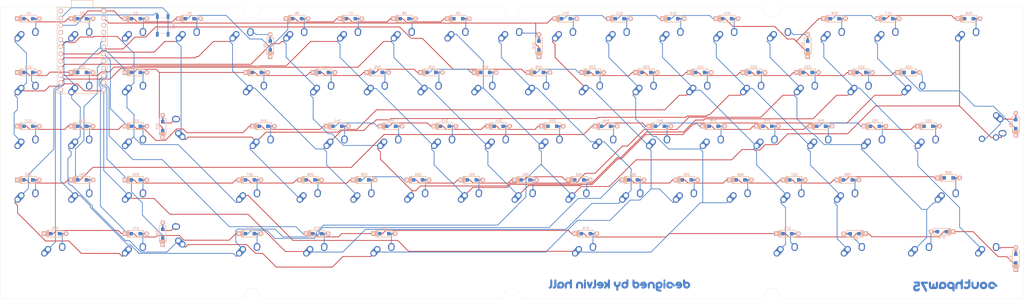
<source format=kicad_pcb>
(kicad_pcb (version 20171130) (host pcbnew 5.1.6)
  (layers (0 F.Cu signal) (31 B.Cu signal) (34 B.Paste user) (35 F.Paste user) (36 B.SilkS user) (37 F.SilkS user) (38 B.Mask user) (39 F.Mask user) (44 Edge.Cuts user))
  (net 0 "")
  (net 1 "Net-(D1-Pad1)")
  (net 2 "Net-(D1-Pad2)")
  (net 3 "Net-(D2-Pad2)")
  (net 4 "Net-(D3-Pad2)")
  (net 5 "Net-(D4-Pad2)")
  (net 6 "Net-(D5-Pad2)")
  (net 7 "Net-(D6-Pad2)")
  (net 8 "Net-(D7-Pad2)")
  (net 9 "Net-(D8-Pad2)")
  (net 10 "Net-(D9-Pad2)")
  (net 11 "Net-(D10-Pad2)")
  (net 12 "Net-(D10-Pad1)")
  (net 13 "Net-(D11-Pad2)")
  (net 14 "Net-(D12-Pad2)")
  (net 15 "Net-(D13-Pad2)")
  (net 16 "Net-(D14-Pad2)")
  (net 17 "Net-(D15-Pad2)")
  (net 18 "Net-(D16-Pad2)")
  (net 19 "Net-(D17-Pad2)")
  (net 20 "Net-(D18-Pad2)")
  (net 21 "Net-(D19-Pad1)")
  (net 22 "Net-(D19-Pad2)")
  (net 23 "Net-(D20-Pad2)")
  (net 24 "Net-(D21-Pad2)")
  (net 25 "Net-(D22-Pad2)")
  (net 26 "Net-(D23-Pad2)")
  (net 27 "Net-(D24-Pad2)")
  (net 28 "Net-(D25-Pad2)")
  (net 29 "Net-(D26-Pad2)")
  (net 30 "Net-(D27-Pad2)")
  (net 31 "Net-(D28-Pad1)")
  (net 32 "Net-(D28-Pad2)")
  (net 33 "Net-(D29-Pad2)")
  (net 34 "Net-(D30-Pad2)")
  (net 35 "Net-(D31-Pad2)")
  (net 36 "Net-(D32-Pad2)")
  (net 37 "Net-(D33-Pad2)")
  (net 38 "Net-(D34-Pad2)")
  (net 39 "Net-(D35-Pad2)")
  (net 40 "Net-(D36-Pad2)")
  (net 41 "Net-(D37-Pad1)")
  (net 42 "Net-(D37-Pad2)")
  (net 43 "Net-(D38-Pad2)")
  (net 44 "Net-(D39-Pad2)")
  (net 45 "Net-(D40-Pad2)")
  (net 46 "Net-(D41-Pad2)")
  (net 47 "Net-(D42-Pad2)")
  (net 48 "Net-(D43-Pad2)")
  (net 49 "Net-(D44-Pad2)")
  (net 50 "Net-(D45-Pad2)")
  (net 51 "Net-(D46-Pad2)")
  (net 52 "Net-(D46-Pad1)")
  (net 53 "Net-(D47-Pad2)")
  (net 54 "Net-(D48-Pad2)")
  (net 55 "Net-(D49-Pad2)")
  (net 56 "Net-(D50-Pad2)")
  (net 57 "Net-(D51-Pad2)")
  (net 58 "Net-(D52-Pad2)")
  (net 59 "Net-(D53-Pad2)")
  (net 60 "Net-(D54-Pad2)")
  (net 61 "Net-(D55-Pad1)")
  (net 62 "Net-(D55-Pad2)")
  (net 63 "Net-(D56-Pad2)")
  (net 64 "Net-(D57-Pad2)")
  (net 65 "Net-(D58-Pad2)")
  (net 66 "Net-(D59-Pad2)")
  (net 67 "Net-(D60-Pad2)")
  (net 68 "Net-(D61-Pad2)")
  (net 69 "Net-(D62-Pad2)")
  (net 70 "Net-(D63-Pad2)")
  (net 71 "Net-(D64-Pad2)")
  (net 72 "Net-(D64-Pad1)")
  (net 73 "Net-(D65-Pad2)")
  (net 74 "Net-(D66-Pad2)")
  (net 75 "Net-(D67-Pad2)")
  (net 76 "Net-(D68-Pad2)")
  (net 77 "Net-(D69-Pad2)")
  (net 78 "Net-(D70-Pad2)")
  (net 79 "Net-(D71-Pad2)")
  (net 80 "Net-(D72-Pad2)")
  (net 81 "Net-(D73-Pad2)")
  (net 82 "Net-(D73-Pad1)")
  (net 83 "Net-(D74-Pad2)")
  (net 84 "Net-(D75-Pad2)")
  (net 85 "Net-(D76-Pad2)")
  (net 86 "Net-(D77-Pad2)")
  (net 87 "Net-(D78-Pad2)")
  (net 88 "Net-(K1-Pad1)")
  (net 89 "Net-(K11-Pad1)")
  (net 90 "Net-(K12-Pad1)")
  (net 91 "Net-(K13-Pad1)")
  (net 92 "Net-(K14-Pad1)")
  (net 93 "Net-(K15-Pad1)")
  (net 94 "Net-(K16-Pad1)")
  (net 95 "Net-(K17-Pad1)")
  (net 96 "Net-(K18-Pad1)")
  (net 97 "Net-(SW1-Pad1)")
  (net 98 "Net-(SW1-Pad2)")
  (net 99 "Net-(U1-Pad3)")
  (net 100 "Net-(U1-Pad4)")
  (net 101 "Net-(U1-Pad21)")
  (net 102 "Net-(U1-Pad24)")
  (net 103 "Net-(D79-Pad2)")
  (module Logos:designedbykelvinhallcopy (layer B.Cu) (at 233.3625 73.81875 180)
    (fp_text reference G1 hide)
    (fp_text value LOGO hide)
    (fp_poly (pts (xy 12.396658 2.080663) (xy 12.526453 1.962809) (xy 12.576792 1.802488) (xy 12.534515 1.629239) (xy 12.463721 1.535814) (xy 12.300526 1.431951) (xy 12.126147 1.443206) (xy 12.004306 1.509629) (xy 11.895527 1.648795) (xy 11.873023 1.793164) (xy 11.905973 1.987997) (xy 12.013178 2.094853) (xy 12.200566 2.126512) (xy 12.396658 2.080663)) (layer B.Cu) (width 0.01))
    (fp_poly (pts (xy -15.737812 2.077942) (xy -15.629568 1.955724) (xy -15.587296 1.795093) (xy -15.621066 1.631285) (xy -15.725702 1.509629) (xy -15.913465 1.425769) (xy -16.082338 1.456589) (xy -16.185116 1.535814) (xy -16.287865 1.703551) (xy -16.289028 1.872936) (xy -16.201604 2.016851) (xy -16.038591 2.10818) (xy -15.901962 2.126512) (xy -15.737812 2.077942)) (layer B.Cu) (width 0.01))
    (fp_poly (pts (xy 24.3961 2.088525) (xy 24.44307 2.055628) (xy 24.471312 1.981631) (xy 24.492107 1.818622) (xy 24.505943 1.558693) (xy 24.513306 1.193935) (xy 24.514858 0.889) (xy 24.518017 0.536444) (xy 24.526247 0.221392) (xy 24.538584 -0.035794) (xy 24.554061 -0.214754) (xy 24.570974 -0.294056) (xy 24.662353 -0.371953) (xy 24.80948 -0.442837) (xy 24.821116 -0.446867) (xy 25.001575 -0.559203) (xy 25.089847 -0.729124) (xy 25.074139 -0.930408) (xy 25.057414 -0.972271) (xy 24.999678 -1.064305) (xy 24.911105 -1.10876) (xy 24.752883 -1.121983) (xy 24.701164 -1.122325) (xy 24.419906 -1.086297) (xy 24.218575 -0.989419) (xy 24.088523 -0.892229) (xy 23.988831 -0.789615) (xy 23.915516 -0.66489) (xy 23.864595 -0.501367) (xy 23.832087 -0.282357) (xy 23.814009 0.008825) (xy 23.806379 0.388866) (xy 23.805116 0.743063) (xy 23.805976 1.150265) (xy 23.809475 1.455718) (xy 23.816988 1.675806) (xy 23.829892 1.826911) (xy 23.849564 1.925418) (xy 23.877381 1.98771) (xy 23.913139 2.028752) (xy 24.058869 2.102812) (xy 24.23847 2.123681) (xy 24.3961 2.088525)) (layer B.Cu) (width 0.01))
    (fp_poly (pts (xy 22.86056 2.095893) (xy 22.944937 2.050479) (xy 23.00644 1.965327) (xy 23.048622 1.826107) (xy 23.075038 1.618491) (xy 23.089241 1.328147) (xy 23.094784 0.940748) (xy 23.095408 0.722143) (xy 23.096279 -0.357343) (xy 23.258721 -0.414915) (xy 23.410267 -0.475019) (xy 23.509767 -0.522782) (xy 23.581485 -0.620772) (xy 23.616149 -0.778141) (xy 23.607838 -0.940308) (xy 23.565635 -1.03758) (xy 23.446711 -1.101189) (xy 23.258604 -1.122398) (xy 23.041721 -1.10294) (xy 22.836464 -1.044546) (xy 22.753193 -1.002745) (xy 22.621338 -0.908793) (xy 22.519541 -0.797098) (xy 22.444057 -0.651959) (xy 22.391143 -0.457676) (xy 22.357056 -0.19855) (xy 22.338053 0.14112) (xy 22.330389 0.577035) (xy 22.329669 0.773519) (xy 22.330026 1.173797) (xy 22.333107 1.472699) (xy 22.340395 1.686985) (xy 22.353369 1.833412) (xy 22.373511 1.928739) (xy 22.402303 1.989723) (xy 22.440986 2.032907) (xy 22.610034 2.110959) (xy 22.749755 2.115899) (xy 22.86056 2.095893)) (layer B.Cu) (width 0.01))
    (fp_poly (pts (xy 21.129806 1.329046) (xy 21.411828 1.231022) (xy 21.654209 1.050517) (xy 21.763018 0.934003) (xy 21.910226 0.723248) (xy 22.009662 0.479179) (xy 22.067765 0.176914) (xy 22.090971 -0.20843) (xy 22.092093 -0.337898) (xy 22.081144 -0.665033) (xy 22.043174 -0.891325) (xy 21.9705 -1.032474) (xy 21.855441 -1.104182) (xy 21.708276 -1.122325) (xy 21.562795 -1.107049) (xy 21.476504 -1.069836) (xy 21.473255 -1.065513) (xy 21.391109 -1.039072) (xy 21.288714 -1.065513) (xy 21.149727 -1.096012) (xy 20.943271 -1.116633) (xy 20.765853 -1.122325) (xy 20.535569 -1.113216) (xy 20.366219 -1.074881) (xy 20.201285 -0.990816) (xy 20.108531 -0.930349) (xy 19.828743 -0.677157) (xy 19.64345 -0.373547) (xy 19.552651 -0.040006) (xy 19.55437 0.119644) (xy 20.28287 0.119644) (xy 20.327245 -0.085216) (xy 20.445127 -0.260435) (xy 20.62579 -0.378533) (xy 20.817332 -0.413488) (xy 21.035384 -0.359247) (xy 21.168457 -0.257759) (xy 21.301556 -0.053998) (xy 21.322173 0.165915) (xy 21.230737 0.383372) (xy 21.15152 0.477102) (xy 20.944339 0.618149) (xy 20.72762 0.642737) (xy 20.511213 0.550422) (xy 20.457543 0.508362) (xy 20.322728 0.326664) (xy 20.28287 0.119644) (xy 19.55437 0.119644) (xy 19.556346 0.302978) (xy 19.654536 0.634917) (xy 19.84722 0.935322) (xy 20.108531 1.166628) (xy 20.287364 1.276332) (xy 20.443763 1.334315) (xy 20.632147 1.356239) (xy 20.775539 1.358605) (xy 21.129806 1.329046)) (layer B.Cu) (width 0.01))
    (fp_poly (pts (xy 17.380865 2.10438) (xy 17.483258 2.02455) (xy 17.532689 1.86687) (xy 17.543721 1.656907) (xy 17.543721 1.32907) (xy 18.07026 1.32907) (xy 18.329514 1.326045) (xy 18.506144 1.311584) (xy 18.63562 1.27761) (xy 18.753411 1.216046) (xy 18.8484 1.151861) (xy 19.030926 0.989011) (xy 19.192408 0.789043) (xy 19.237442 0.714314) (xy 19.298815 0.584294) (xy 19.338873 0.452822) (xy 19.361988 0.290184) (xy 19.37253 0.066664) (xy 19.374884 -0.219918) (xy 19.37068 -0.566179) (xy 19.353622 -0.811447) (xy 19.317039 -0.97271) (xy 19.254258 -1.066953) (xy 19.15861 -1.111162) (xy 19.023423 -1.122323) (xy 19.020465 -1.122325) (xy 18.874279 -1.109013) (xy 18.774165 -1.057039) (xy 18.711778 -0.948347) (xy 18.678775 -0.764879) (xy 18.666812 -0.488581) (xy 18.666046 -0.355368) (xy 18.647862 0.02999) (xy 18.58933 0.312741) (xy 18.484484 0.503303) (xy 18.327355 0.612097) (xy 18.111977 0.649541) (xy 18.09037 0.649768) (xy 17.896143 0.596172) (xy 17.720113 0.454595) (xy 17.599172 0.256296) (xy 17.574359 0.133002) (xy 17.55528 -0.072258) (xy 17.544836 -0.323345) (xy 17.543721 -0.435055) (xy 17.535541 -0.734967) (xy 17.512008 -0.944172) (xy 17.474632 -1.049539) (xy 17.472837 -1.051442) (xy 17.33396 -1.117406) (xy 17.156293 -1.116424) (xy 16.993985 -1.054486) (xy 16.926838 -0.991043) (xy 16.896925 -0.931464) (xy 16.87407 -0.839295) (xy 16.857394 -0.699897) (xy 16.846019 -0.49863) (xy 16.839065 -0.220856) (xy 16.835654 0.148064) (xy 16.834884 0.540552) (xy 16.835716 1.013936) (xy 16.840295 1.382336) (xy 16.851741 1.658905) (xy 16.873176 1.856797) (xy 16.907721 1.989165) (xy 16.958499 2.069163) (xy 17.028629 2.109944) (xy 17.121234 2.124663) (xy 17.211242 2.126512) (xy 17.380865 2.10438)) (layer B.Cu) (width 0.01))
    (fp_poly (pts (xy 14.443317 1.334064) (xy 14.708985 1.251231) (xy 14.938556 1.093989) (xy 15.073627 0.958327) (xy 15.218946 0.772025) (xy 15.318468 0.573312) (xy 15.379638 0.334965) (xy 15.4099 0.029758) (xy 15.41688 -0.296973) (xy 15.407623 -0.63236) (xy 15.374469 -0.866661) (xy 15.31003 -1.01577) (xy 15.206919 -1.09558) (xy 15.057749 -1.121986) (xy 15.033256 -1.122325) (xy 14.88019 -1.103271) (xy 14.772376 -1.035475) (xy 14.702615 -0.902987) (xy 14.663708 -0.689858) (xy 14.648458 -0.380138) (xy 14.647424 -0.267438) (xy 14.6412 0.040319) (xy 14.619626 0.254285) (xy 14.574892 0.398569) (xy 14.499189 0.497278) (xy 14.38471 0.574521) (xy 14.372604 0.581049) (xy 14.140738 0.647757) (xy 13.92002 0.597343) (xy 13.758712 0.477102) (xy 13.681684 0.395191) (xy 13.631829 0.316534) (xy 13.60324 0.213997) (xy 13.590011 0.060446) (xy 13.586235 -0.171253) (xy 13.586046 -0.316121) (xy 13.581966 -0.616116) (xy 13.567856 -0.819751) (xy 13.54091 -0.948582) (xy 13.498324 -1.024166) (xy 13.493222 -1.029502) (xy 13.360288 -1.098771) (xy 13.184592 -1.11934) (xy 13.020647 -1.090501) (xy 12.938758 -1.036708) (xy 12.906401 -0.946427) (xy 12.887849 -0.764455) (xy 12.88254 -0.481504) (xy 12.887223 -0.185026) (xy 12.896407 0.130671) (xy 12.908406 0.353855) (xy 12.928213 0.510132) (xy 12.960821 0.625107) (xy 13.011225 0.724387) (xy 13.084416 0.833578) (xy 13.08641 0.836413) (xy 13.332939 1.10969) (xy 13.622208 1.278742) (xy 13.97187 1.352604) (xy 14.104804 1.357633) (xy 14.443317 1.334064)) (layer B.Cu) (width 0.01))
    (fp_poly (pts (xy 12.331251 1.348819) (xy 12.425191 1.309829) (xy 12.492508 1.227188) (xy 12.537514 1.086451) (xy 12.564524 0.873169) (xy 12.57785 0.572895) (xy 12.581808 0.171184) (xy 12.58186 0.101113) (xy 12.578254 -0.259722) (xy 12.568152 -0.571232) (xy 12.552625 -0.813957) (xy 12.532748 -0.968435) (xy 12.520712 -1.008069) (xy 12.421475 -1.085404) (xy 12.26037 -1.122574) (xy 12.087934 -1.11578) (xy 11.954702 -1.061221) (xy 11.943907 -1.051442) (xy 11.915779 -0.977953) (xy 11.895143 -0.816185) (xy 11.881511 -0.558075) (xy 11.874392 -0.195562) (xy 11.873023 0.11814) (xy 11.874236 0.530651) (xy 11.880537 0.839886) (xy 11.895919 1.0607) (xy 11.924373 1.207952) (xy 11.969893 1.296498) (xy 12.036471 1.341196) (xy 12.128099 1.356903) (xy 12.206371 1.358605) (xy 12.331251 1.348819)) (layer B.Cu) (width 0.01))
    (fp_poly (pts (xy 10.011667 1.349086) (xy 10.134172 1.219841) (xy 10.256285 0.992535) (xy 10.339852 0.790607) (xy 10.425957 0.572135) (xy 10.495785 0.402898) (xy 10.538995 0.307589) (xy 10.547241 0.295349) (xy 10.57393 0.346335) (xy 10.630374 0.481492) (xy 10.705533 0.674116) (xy 10.724255 0.723605) (xy 10.854013 1.035079) (xy 10.974677 1.241695) (xy 11.098283 1.354831) (xy 11.236864 1.385864) (xy 11.388381 1.351515) (xy 11.495476 1.300345) (xy 11.564041 1.230112) (xy 11.592813 1.125962) (xy 11.580529 0.973045) (xy 11.525927 0.756509) (xy 11.427744 0.461501) (xy 11.284718 0.07317) (xy 11.278253 0.056033) (xy 11.153269 -0.267664) (xy 11.035983 -0.557844) (xy 10.935035 -0.794154) (xy 10.859066 -0.956239) (xy 10.821938 -1.018953) (xy 10.67921 -1.106281) (xy 10.500026 -1.121186) (xy 10.334563 -1.066282) (xy 10.254854 -0.989419) (xy 10.205598 -0.89098) (xy 10.123723 -0.703633) (xy 10.018255 -0.449023) (xy 9.898219 -0.148797) (xy 9.811738 0.073331) (xy 9.665797 0.462439) (xy 9.566568 0.758444) (xy 9.51294 0.97627) (xy 9.503804 1.130841) (xy 9.538048 1.237081) (xy 9.614564 1.309915) (xy 9.716151 1.358291) (xy 9.876438 1.391494) (xy 10.011667 1.349086)) (layer B.Cu) (width 0.01))
    (fp_poly (pts (xy 8.749374 2.124212) (xy 8.875661 2.079479) (xy 8.901281 2.052675) (xy 8.917541 1.97294) (xy 8.93454 1.794553) (xy 8.95105 1.536984) (xy 8.965843 1.219705) (xy 8.97769 0.862186) (xy 8.978605 0.827327) (xy 9.008139 -0.324183) (xy 9.244419 -0.434875) (xy 9.431546 -0.535639) (xy 9.530376 -0.632721) (xy 9.566128 -0.755165) (xy 9.568398 -0.80799) (xy 9.519237 -0.964981) (xy 9.386558 -1.071806) (xy 9.196362 -1.1226) (xy 8.97465 -1.111495) (xy 8.747424 -1.032624) (xy 8.697483 -1.004505) (xy 8.563233 -0.915368) (xy 8.46036 -0.82148) (xy 8.38472 -0.706338) (xy 8.33217 -0.553441) (xy 8.298566 -0.346289) (xy 8.279766 -0.068381) (xy 8.271625 0.296786) (xy 8.269988 0.697953) (xy 8.272949 1.114016) (xy 8.28154 1.468689) (xy 8.295078 1.747252) (xy 8.312881 1.934985) (xy 8.330915 2.012256) (xy 8.42686 2.087047) (xy 8.58306 2.125551) (xy 8.749374 2.124212)) (layer B.Cu) (width 0.01))
    (fp_poly (pts (xy 7.142237 1.313852) (xy 7.417356 1.209321) (xy 7.464812 1.179934) (xy 7.729757 0.939212) (xy 7.921125 0.638944) (xy 8.017915 0.313014) (xy 8.021441 0.281807) (xy 8.032481 0.110096) (xy 8.016548 -0.012459) (xy 7.95745 -0.094187) (xy 7.838992 -0.143421) (xy 7.64498 -0.168493) (xy 7.35922 -0.177733) (xy 7.125442 -0.179174) (xy 6.35 -0.18114) (xy 6.496761 -0.303233) (xy 6.626721 -0.383471) (xy 6.775404 -0.399119) (xy 6.880715 -0.38582) (xy 7.178176 -0.354836) (xy 7.381823 -0.38197) (xy 7.503875 -0.473244) (xy 7.556549 -0.634677) (xy 7.56093 -0.720995) (xy 7.507042 -0.893896) (xy 7.350823 -1.020759) (xy 7.10044 -1.097341) (xy 6.793023 -1.11974) (xy 6.518895 -1.100837) (xy 6.2989 -1.052291) (xy 6.23186 -1.024173) (xy 5.921064 -0.802131) (xy 5.699336 -0.523466) (xy 5.56672 -0.207423) (xy 5.523257 0.126755) (xy 5.565753 0.436233) (xy 6.417001 0.436233) (xy 6.483365 0.419715) (xy 6.636186 0.415136) (xy 6.798636 0.415454) (xy 7.236046 0.417419) (xy 7.096595 0.533593) (xy 6.910762 0.627885) (xy 6.704742 0.643081) (xy 6.523621 0.579323) (xy 6.468139 0.531628) (xy 6.418218 0.471326) (xy 6.417001 0.436233) (xy 5.565753 0.436233) (xy 5.568993 0.459825) (xy 5.70397 0.772545) (xy 5.928231 1.045669) (xy 6.226738 1.252335) (xy 6.499896 1.338109) (xy 6.820739 1.357698) (xy 7.142237 1.313852)) (layer B.Cu) (width 0.01))
    (fp_poly (pts (xy -2.595001 2.067961) (xy -2.56685 2.040592) (xy -2.471175 1.914165) (xy -2.428775 1.757173) (xy -2.421861 1.604371) (xy -2.421861 1.313139) (xy -2.039936 1.343796) (xy -1.805024 1.354171) (xy -1.626612 1.332531) (xy -1.44495 1.267903) (xy -1.328086 1.213036) (xy -1.03606 1.035913) (xy -0.839757 0.826448) (xy -0.725904 0.562131) (xy -0.681227 0.220451) (xy -0.679302 0.112774) (xy -0.683985 -0.131204) (xy -0.704906 -0.298416) (xy -0.752374 -0.430086) (xy -0.836699 -0.56744) (xy -0.856512 -0.595842) (xy -1.1168 -0.871278) (xy -1.437674 -1.045471) (xy -1.817553 -1.117638) (xy -1.914291 -1.119715) (xy -2.269048 -1.082208) (xy -2.490262 -1.002953) (xy -2.758115 -0.804797) (xy -2.978008 -0.53471) (xy -3.117041 -0.234124) (xy -3.12548 -0.202993) (xy -3.147835 -0.054994) (xy -3.155859 0.045889) (xy -2.422614 0.045889) (xy -2.34111 -0.167583) (xy -2.266131 -0.257759) (xy -2.06237 -0.390858) (xy -1.842458 -0.411475) (xy -1.625 -0.32004) (xy -1.53127 -0.240823) (xy -1.396699 -0.036916) (xy -1.368635 0.178932) (xy -1.443197 0.380266) (xy -1.616505 0.54063) (xy -1.648483 0.558334) (xy -1.869559 0.638799) (xy -2.053612 0.618733) (xy -2.232074 0.493883) (xy -2.249195 0.477102) (xy -2.391833 0.266986) (xy -2.422614 0.045889) (xy -3.155859 0.045889) (xy -3.16681 0.183557) (xy -3.180929 0.48509) (xy -3.188713 0.822034) (xy -3.189768 0.996521) (xy -3.189768 1.940728) (xy -3.034127 2.063155) (xy -2.870815 2.164283) (xy -2.737032 2.166493) (xy -2.595001 2.067961)) (layer B.Cu) (width 0.01))
    (fp_poly (pts (xy -4.781127 2.105113) (xy -4.681115 2.0329) (xy -4.66859 2.012256) (xy -4.646879 1.912567) (xy -4.629166 1.713155) (xy -4.616418 1.432395) (xy -4.609603 1.088664) (xy -4.608739 0.875163) (xy -4.610992 0.486271) (xy -4.617806 0.195086) (xy -4.63096 -0.018794) (xy -4.65223 -0.17577) (xy -4.683394 -0.296243) (xy -4.718425 -0.383953) (xy -4.901607 -0.677661) (xy -5.144151 -0.915293) (xy -5.358684 -1.041991) (xy -5.606767 -1.104146) (xy -5.904551 -1.117975) (xy -6.199328 -1.085288) (xy -6.43839 -1.007894) (xy -6.444492 -1.00472) (xy -6.753333 -0.78299) (xy -6.971381 -0.50512) (xy -7.098863 -0.190291) (xy -7.127424 0.065494) (xy -6.398323 0.065494) (xy -6.330416 -0.134704) (xy -6.192459 -0.29332) (xy -6.00782 -0.392325) (xy -5.799866 -0.413689) (xy -5.591965 -0.339381) (xy -5.573842 -0.327236) (xy -5.415846 -0.15374) (xy -5.344404 0.064213) (xy -5.372048 0.286985) (xy -5.376323 0.297702) (xy -5.511788 0.499121) (xy -5.697615 0.615855) (xy -5.90596 0.648141) (xy -6.108976 0.596213) (xy -6.278819 0.46031) (xy -6.372813 0.289241) (xy -6.398323 0.065494) (xy -7.127424 0.065494) (xy -7.136003 0.142319) (xy -7.083026 0.473532) (xy -6.940159 0.784167) (xy -6.707626 1.055047) (xy -6.417995 1.25098) (xy -6.261437 1.317466) (xy -6.099211 1.349144) (xy -5.886982 1.352234) (xy -5.747867 1.344976) (xy -5.316279 1.317278) (xy -5.316279 1.607639) (xy -5.300629 1.862764) (xy -5.245098 2.021722) (xy -5.136815 2.103356) (xy -4.962908 2.126511) (xy -4.961861 2.126512) (xy -4.781127 2.105113)) (layer B.Cu) (width 0.01))
    (fp_poly (pts (xy -8.233 1.337235) (xy -8.016824 1.27903) (xy -7.844682 1.171196) (xy -7.65131 0.998053) (xy -7.473011 0.797471) (xy -7.346091 0.607324) (xy -7.322015 0.554229) (xy -7.278258 0.368972) (xy -7.268282 0.164918) (xy -7.291076 -0.011576) (xy -7.336465 -0.106325) (xy -7.43269 -0.141228) (xy -7.641435 -0.164766) (xy -7.964729 -0.177117) (xy -8.178209 -0.179174) (xy -8.94907 -0.18114) (xy -8.802309 -0.303233) (xy -8.672349 -0.383471) (xy -8.523666 -0.399119) (xy -8.418355 -0.38582) (xy -8.120894 -0.354836) (xy -7.917246 -0.38197) (xy -7.795194 -0.473244) (xy -7.742521 -0.634677) (xy -7.73814 -0.720995) (xy -7.792028 -0.893896) (xy -7.948247 -1.020759) (xy -8.19863 -1.097341) (xy -8.506047 -1.11974) (xy -8.780175 -1.100837) (xy -9.00017 -1.052291) (xy -9.067209 -1.024173) (xy -9.375842 -0.803415) (xy -9.596762 -0.525663) (xy -9.729823 -0.210298) (xy -9.77488 0.123299) (xy -9.734317 0.436233) (xy -8.882069 0.436233) (xy -8.815705 0.419715) (xy -8.662884 0.415136) (xy -8.500434 0.415454) (xy -8.063023 0.417419) (xy -8.202474 0.533593) (xy -8.388308 0.627885) (xy -8.594328 0.643081) (xy -8.775448 0.579323) (xy -8.83093 0.531628) (xy -8.880852 0.471326) (xy -8.882069 0.436233) (xy -9.734317 0.436233) (xy -9.731787 0.455747) (xy -9.600397 0.767665) (xy -9.380564 1.039673) (xy -9.08433 1.246214) (xy -8.836497 1.326205) (xy -8.534657 1.357101) (xy -8.233 1.337235)) (layer B.Cu) (width 0.01))
    (fp_poly (pts (xy -10.898487 1.313786) (xy -10.587297 1.176953) (xy -10.313309 0.935987) (xy -10.25422 0.866013) (xy -10.180626 0.77121) (xy -10.129484 0.685166) (xy -10.096051 0.583915) (xy -10.075586 0.443488) (xy -10.063346 0.23992) (xy -10.05459 -0.050758) (xy -10.051993 -0.156071) (xy -10.046293 -0.515084) (xy -10.053031 -0.772742) (xy -10.07757 -0.945615) (xy -10.125277 -1.050277) (xy -10.201516 -1.103298) (xy -10.311653 -1.121251) (xy -10.364822 -1.122325) (xy -10.520597 -1.105651) (xy -10.629101 -1.04443) (xy -10.698226 -0.921867) (xy -10.735862 -0.721165) (xy -10.749899 -0.42553) (xy -10.750698 -0.300921) (xy -10.752165 -0.02652) (xy -10.760658 0.157409) (xy -10.782318 0.278529) (xy -10.823284 0.364503) (xy -10.889694 0.442997) (xy -10.923363 0.477102) (xy -11.130147 0.620677) (xy -11.341491 0.646616) (xy -11.551065 0.554918) (xy -11.641288 0.477102) (xy -11.718579 0.394845) (xy -11.768494 0.315817) (xy -11.797014 0.212715) (xy -11.810118 0.058237) (xy -11.813787 -0.174921) (xy -11.813954 -0.311185) (xy -11.816931 -0.597914) (xy -11.828298 -0.790736) (xy -11.851711 -0.913789) (xy -11.890825 -0.991211) (xy -11.921977 -1.024566) (xy -12.092763 -1.112632) (xy -12.282564 -1.114485) (xy -12.446734 -1.034073) (xy -12.499435 -0.973511) (xy -12.547699 -0.830139) (xy -12.574375 -0.60291) (xy -12.580687 -0.323883) (xy -12.56786 -0.025117) (xy -12.537118 0.261328) (xy -12.489685 0.503395) (xy -12.437439 0.649768) (xy -12.219734 0.976695) (xy -11.949637 1.199729) (xy -11.617795 1.324539) (xy -11.269911 1.357633) (xy -10.898487 1.313786)) (layer B.Cu) (width 0.01))
    (fp_poly (pts (xy -15.739203 1.325629) (xy -15.655567 1.244349) (xy -15.631451 1.140934) (xy -15.613207 0.947414) (xy -15.600736 0.687053) (xy -15.593938 0.383117) (xy -15.592715 0.05887) (xy -15.596969 -0.262422) (xy -15.606601 -0.557494) (xy -15.621512 -0.803081) (xy -15.641604 -0.975918) (xy -15.665302 -1.051442) (xy -15.792253 -1.109271) (xy -15.967938 -1.117339) (xy -16.135045 -1.077953) (xy -16.210432 -1.029502) (xy -16.244588 -0.977844) (xy -16.269469 -0.890227) (xy -16.286425 -0.749959) (xy -16.296807 -0.540344) (xy -16.301964 -0.244689) (xy -16.303256 0.11814) (xy -16.301453 0.531031) (xy -16.292969 0.840613) (xy -16.273194 1.061699) (xy -16.237519 1.209101) (xy -16.181331 1.297632) (xy -16.100022 1.342103) (xy -15.988981 1.357328) (xy -15.917161 1.358605) (xy -15.739203 1.325629)) (layer B.Cu) (width 0.01))
    (fp_poly (pts (xy -17.56033 1.335373) (xy -17.303948 1.266261) (xy -17.260786 1.246214) (xy -16.960416 1.033405) (xy -16.74566 0.760408) (xy -16.616599 0.447431) (xy -16.573316 0.114681) (xy -16.615892 -0.217632) (xy -16.744407 -0.529301) (xy -16.958943 -0.800117) (xy -17.251733 -1.0059) (xy -17.53838 -1.09891) (xy -17.869418 -1.125148) (xy -18.196205 -1.085353) (xy -18.457536 -0.987558) (xy -18.624441 -0.868917) (xy -18.755577 -0.734438) (xy -18.781207 -0.695888) (xy -18.834741 -0.578239) (xy -18.822575 -0.486064) (xy -18.747512 -0.371893) (xy -18.584036 -0.224542) (xy -18.401309 -0.19365) (xy -18.202429 -0.279668) (xy -18.187838 -0.290186) (xy -17.956768 -0.400199) (xy -17.727725 -0.393868) (xy -17.51332 -0.272073) (xy -17.480107 -0.240823) (xy -17.336532 -0.034039) (xy -17.310594 0.177305) (xy -17.402292 0.386879) (xy -17.480107 0.477102) (xy -17.622638 0.598645) (xy -17.757744 0.656363) (xy -17.901723 0.64491) (xy -18.070871 0.558939) (xy -18.281482 0.393104) (xy -18.549854 0.14206) (xy -18.574302 0.11814) (xy -18.811061 -0.109425) (xy -18.985173 -0.263384) (xy -19.114365 -0.356713) (xy -19.216365 -0.402392) (xy -19.300498 -0.413488) (xy -19.503927 -0.36735) (xy -19.631984 -0.238413) (xy -19.670233 -0.068451) (xy -19.649317 0.022447) (xy -19.578863 0.139513) (xy -19.447312 0.297524) (xy -19.243106 0.51126) (xy -19.123837 0.630143) (xy -18.900376 0.843633) (xy -18.688855 1.033195) (xy -18.512262 1.179018) (xy -18.393583 1.261289) (xy -18.388399 1.263976) (xy -18.152969 1.335025) (xy -17.860141 1.358559) (xy -17.56033 1.335373)) (layer B.Cu) (width 0.01))
    (fp_poly (pts (xy -20.68545 1.337676) (xy -20.539869 1.285436) (xy -20.408921 1.214238) (xy -20.176112 1.035725) (xy -19.983603 0.808742) (xy -19.84329 0.558362) (xy -19.767068 0.309662) (xy -19.766831 0.087715) (xy -19.81619 -0.035205) (xy -19.859148 -0.091581) (xy -19.915263 -0.130771) (xy -20.005557 -0.156506) (xy -20.151049 -0.17252) (xy -20.37276 -0.182544) (xy -20.689426 -0.190264) (xy -21.471861 -0.206744) (xy -21.303755 -0.320621) (xy -21.182681 -0.387554) (xy -21.060062 -0.406299) (xy -20.884752 -0.382903) (xy -20.844666 -0.374891) (xy -20.581444 -0.345537) (xy -20.405057 -0.388057) (xy -20.304787 -0.507683) (xy -20.272832 -0.654145) (xy -20.286705 -0.843621) (xy -20.373972 -0.976) (xy -20.547035 -1.059899) (xy -20.818299 -1.103934) (xy -20.93069 -1.111148) (xy -21.179195 -1.115597) (xy -21.358685 -1.094843) (xy -21.517093 -1.040411) (xy -21.619535 -0.989358) (xy -21.922545 -0.77043) (xy -22.127716 -0.487349) (xy -22.23791 -0.135463) (xy -22.257289 0.046848) (xy -22.233452 0.417419) (xy -21.471861 0.417419) (xy -20.585814 0.417419) (xy -20.725265 0.533593) (xy -20.882178 0.619452) (xy -21.028837 0.649768) (xy -21.195888 0.611648) (xy -21.33241 0.533593) (xy -21.471861 0.417419) (xy -22.233452 0.417419) (xy -22.23213 0.437958) (xy -22.108726 0.766411) (xy -21.883124 1.040724) (xy -21.745361 1.150073) (xy -21.576989 1.252722) (xy -21.406428 1.311782) (xy -21.184359 1.342127) (xy -21.087 1.348623) (xy -20.851756 1.355553) (xy -20.68545 1.337676)) (layer B.Cu) (width 0.01))
    (fp_poly (pts (xy -22.746924 2.095632) (xy -22.654268 2.051321) (xy -22.58863 1.967294) (xy -22.546093 1.828803) (xy -22.522738 1.6211) (xy -22.51465 1.329437) (xy -22.51791 0.939065) (xy -22.520577 0.797442) (xy -22.530459 0.408992) (xy -22.543498 0.118987) (xy -22.561769 -0.09226) (xy -22.58735 -0.244437) (xy -22.622317 -0.357234) (xy -22.648296 -0.413488) (xy -22.867918 -0.740619) (xy -23.137699 -0.963313) (xy -23.468542 -1.088162) (xy -23.820733 -1.122325) (xy -24.060674 -1.111652) (xy -24.240682 -1.069478) (xy -24.417839 -0.980573) (xy -24.467678 -0.9497) (xy -24.761845 -0.701581) (xy -24.952678 -0.396232) (xy -25.039715 -0.034494) (xy -25.043813 0.058975) (xy -24.333592 0.058975) (xy -24.241894 -0.1506) (xy -24.164079 -0.240823) (xy -23.967312 -0.380713) (xy -23.805116 -0.413488) (xy -23.601467 -0.360774) (xy -23.446154 -0.240823) (xy -23.302579 -0.034039) (xy -23.27664 0.177305) (xy -23.368338 0.386879) (xy -23.446154 0.477102) (xy -23.642921 0.616993) (xy -23.805116 0.649768) (xy -24.008765 0.597053) (xy -24.164079 0.477102) (xy -24.307654 0.270319) (xy -24.333592 0.058975) (xy -25.043813 0.058975) (xy -25.045581 0.099271) (xy -24.998179 0.486068) (xy -24.85245 0.810104) (xy -24.603113 1.081418) (xy -24.481052 1.172139) (xy -24.325308 1.27224) (xy -24.199369 1.329428) (xy -24.06143 1.353558) (xy -23.869687 1.354486) (xy -23.731279 1.34891) (xy -23.273488 1.328194) (xy -23.273488 1.59607) (xy -23.242286 1.865005) (xy -23.147162 2.036092) (xy -22.985836 2.112265) (xy -22.870513 2.114975) (xy -22.746924 2.095632)) (layer B.Cu) (width 0.01))
    (fp_poly (pts (xy 3.912698 2.106628) (xy 4.015733 2.036605) (xy 4.082633 1.90088) (xy 4.119926 1.683895) (xy 4.134142 1.370087) (xy 4.134884 1.249702) (xy 4.134884 0.635458) (xy 4.555744 1.032475) (xy 4.754843 1.216334) (xy 4.893786 1.330165) (xy 4.995685 1.387741) (xy 5.083656 1.402836) (xy 5.161209 1.393253) (xy 5.368727 1.314435) (xy 5.472798 1.183339) (xy 5.473057 1.005395) (xy 5.369144 0.786036) (xy 5.21494 0.589012) (xy 4.936393 0.2792) (xy 5.107424 -0.022842) (xy 5.22641 -0.233451) (xy 5.342397 -0.439507) (xy 5.39545 -0.534142) (xy 5.475773 -0.757973) (xy 5.454826 -0.946852) (xy 5.335625 -1.084941) (xy 5.285381 -1.112199) (xy 5.132246 -1.169463) (xy 5.022844 -1.159593) (xy 4.907954 -1.071732) (xy 4.853944 -1.017018) (xy 4.730706 -0.867277) (xy 4.594499 -0.670923) (xy 4.530969 -0.567224) (xy 4.434872 -0.40713) (xy 4.372072 -0.334371) (xy 4.318148 -0.333205) (xy 4.250388 -0.386338) (xy 4.159783 -0.533352) (xy 4.134884 -0.675314) (xy 4.092113 -0.904805) (xy 3.971638 -1.058145) (xy 3.785213 -1.121436) (xy 3.756736 -1.122325) (xy 3.641911 -1.118193) (xy 3.552168 -1.097164) (xy 3.484419 -1.046297) (xy 3.435579 -0.952647) (xy 3.402562 -0.803269) (xy 3.38228 -0.585221) (xy 3.371648 -0.285557) (xy 3.36758 0.108665) (xy 3.366977 0.512357) (xy 3.36761 0.961034) (xy 3.370216 1.306393) (xy 3.375848 1.563249) (xy 3.385562 1.74642) (xy 3.400415 1.870723) (xy 3.42146 1.950975) (xy 3.449755 2.001992) (xy 3.475 2.028752) (xy 3.611904 2.099951) (xy 3.766999 2.126512) (xy 3.912698 2.106628)) (layer B.Cu) (width 0.01))
    (fp_poly (pts (xy 1.810675 1.319878) (xy 1.932468 1.19774) (xy 1.995616 0.983254) (xy 2.008043 0.769531) (xy 1.996008 0.535491) (xy 1.965802 0.309657) (xy 1.94575 0.219897) (xy 1.832586 -0.026406) (xy 1.648933 -0.263474) (xy 1.431252 -0.449) (xy 1.315225 -0.511684) (xy 1.122325 -0.592283) (xy 1.122325 -1.170374) (xy 1.114532 -1.485184) (xy 1.091877 -1.703303) (xy 1.055443 -1.8148) (xy 1.051442 -1.819349) (xy 0.926181 -1.879803) (xy 0.755744 -1.892043) (xy 0.590668 -1.859869) (xy 0.481487 -1.787082) (xy 0.474636 -1.775976) (xy 0.447166 -1.667364) (xy 0.426089 -1.474987) (xy 0.414644 -1.233178) (xy 0.413488 -1.127726) (xy 0.411963 -0.874236) (xy 0.402732 -0.712493) (xy 0.378814 -0.616108) (xy 0.333227 -0.558691) (xy 0.258989 -0.513852) (xy 0.249819 -0.509095) (xy -0.001053 -0.330914) (xy -0.215788 -0.090918) (xy -0.329303 0.108293) (xy -0.374799 0.28233) (xy -0.402545 0.51856) (xy -0.411722 0.776579) (xy -0.401511 1.015982) (xy -0.371092 1.196366) (xy -0.35234 1.244349) (xy -0.253812 1.320886) (xy -0.093974 1.358508) (xy 0.075738 1.353593) (xy 0.203889 1.302514) (xy 0.22136 1.284768) (xy 0.255118 1.191493) (xy 0.28742 1.017705) (xy 0.311309 0.8009) (xy 0.311428 0.799356) (xy 0.335355 0.568473) (xy 0.371991 0.419789) (xy 0.433714 0.317363) (xy 0.499617 0.252961) (xy 0.702379 0.138146) (xy 0.902278 0.140083) (xy 1.090933 0.25863) (xy 1.095476 0.263129) (xy 1.181914 0.371117) (xy 1.225839 0.499937) (xy 1.240053 0.692755) (xy 1.240465 0.752079) (xy 1.263674 1.04179) (xy 1.337686 1.232339) (xy 1.469074 1.334111) (xy 1.624419 1.358605) (xy 1.810675 1.319878)) (layer B.Cu) (width 0.01))
    (fp_poly (pts (xy -13.690961 1.319658) (xy -13.374578 1.166628) (xy -13.127367 0.952813) (xy -12.949872 0.708837) (xy -12.87379 0.546908) (xy -12.836668 0.39961) (xy -12.831071 0.21947) (xy -12.843481 0.029535) (xy -12.863867 -0.221916) (xy -12.874473 -0.397028) (xy -12.875254 -0.537201) (xy -12.866164 -0.683833) (xy -12.847156 -0.878325) (xy -12.842421 -0.924089) (xy -12.836228 -1.281335) (xy -12.905579 -1.563809) (xy -13.057573 -1.793026) (xy -13.160825 -1.889512) (xy -13.315045 -1.999117) (xy -13.465944 -2.052291) (xy -13.670033 -2.067623) (xy -13.702877 -2.067806) (xy -13.921764 -2.084219) (xy -14.118939 -2.125694) (xy -14.198264 -2.15641) (xy -14.392057 -2.223312) (xy -14.594471 -2.241426) (xy -14.759748 -2.209464) (xy -14.814698 -2.173767) (xy -14.876454 -2.040148) (xy -14.878054 -1.86247) (xy -14.823859 -1.695643) (xy -14.771352 -1.627957) (xy -14.564825 -1.499449) (xy -14.287882 -1.406087) (xy -13.986461 -1.362568) (xy -13.937512 -1.361197) (xy -13.705416 -1.332294) (xy -13.565568 -1.254371) (xy -13.526977 -1.154376) (xy -13.584074 -1.121749) (xy -13.750196 -1.107721) (xy -13.984768 -1.111524) (xy -14.23918 -1.116509) (xy -14.419866 -1.100354) (xy -14.570434 -1.055689) (xy -14.708372 -0.989236) (xy -14.986448 -0.77801) (xy -15.187386 -0.496159) (xy -15.304461 -0.167919) (xy -15.324807 0.101204) (xy -14.590233 0.101204) (xy -14.541236 -0.126062) (xy -14.411951 -0.292718) (xy -14.22893 -0.388566) (xy -14.018729 -0.403408) (xy -13.807903 -0.327046) (xy -13.699642 -0.240823) (xy -13.559752 -0.044056) (xy -13.526977 0.11814) (xy -13.580181 0.320148) (xy -13.717165 0.498142) (xy -13.903989 0.618182) (xy -14.058605 0.649768) (xy -14.264969 0.596062) (xy -14.442511 0.456358) (xy -14.560104 0.262774) (xy -14.590233 0.101204) (xy -15.324807 0.101204) (xy -15.330952 0.182472) (xy -15.260134 0.530779) (xy -15.179415 0.708837) (xy -15.007448 0.939367) (xy -14.777031 1.144555) (xy -14.745225 1.166628) (xy -14.408717 1.325183) (xy -14.049162 1.376193) (xy -13.690961 1.319658)) (layer B.Cu) (width 0.01))
  )
  (module Logos:designedbykelvinhall (layer B.Cu) (at 233.3625 73.81875 180)
    (fp_text reference G2 hide)
    (fp_text value LOGO hide)
  )
  (module Logos:southpaw75smallcopy (layer B.Cu) (at 352.425 73.81875 180)
    (fp_text reference G3 hide)
    (fp_text value LOGO hide)
    (fp_poly (pts (xy 12.228876 1.175838) (xy 12.29661 1.019696) (xy 12.27407 0.852157) (xy 12.267208 0.831793) (xy 12.211696 0.704997) (xy 12.10685 0.494265) (xy 11.962971 0.218177) (xy 11.79036 -0.104687) (xy 11.599319 -0.455745) (xy 11.400147 -0.816417) (xy 11.203147 -1.168122) (xy 11.018619 -1.49228) (xy 10.856864 -1.770309) (xy 10.728182 -1.983628) (xy 10.642876 -2.113658) (xy 10.617946 -2.143125) (xy 10.428308 -2.217171) (xy 10.213803 -2.181046) (xy 10.110629 -2.123649) (xy 9.991677 -1.96985) (xy 9.970021 -1.853774) (xy 9.999656 -1.746108) (xy 10.081991 -1.547585) (xy 10.207679 -1.278162) (xy 10.367376 -0.957793) (xy 10.551735 -0.606435) (xy 10.570554 -0.5715) (xy 11.170566 0.53975) (xy 10.501199 0.5715) (xy 10.19202 0.589375) (xy 9.984753 0.611457) (xy 9.854314 0.642865) (xy 9.775619 0.688722) (xy 9.741916 0.726512) (xy 9.659111 0.912002) (xy 9.694863 1.098713) (xy 9.75085 1.192371) (xy 9.791009 1.242684) (xy 9.843029 1.279356) (xy 9.925786 1.304542) (xy 10.058154 1.320395) (xy 10.25901 1.32907) (xy 10.547229 1.332719) (xy 10.941686 1.333498) (xy 10.987636 1.3335) (xy 12.125572 1.3335) (xy 12.228876 1.175838)) (layer B.Cu) (width 0.01))
    (fp_poly (pts (xy 1.95101 1.302242) (xy 2.127643 1.264781) (xy 2.270392 1.194593) (xy 2.392464 1.104357) (xy 2.708872 0.787813) (xy 2.900844 0.447783) (xy 2.952999 0.252522) (xy 2.961421 -0.157582) (xy 2.854783 -0.547229) (xy 2.643922 -0.890675) (xy 2.364451 -1.145593) (xy 2.2359 -1.223025) (xy 2.103284 -1.269912) (xy 1.929564 -1.293592) (xy 1.6777 -1.301403) (xy 1.576277 -1.30175) (xy 1.016 -1.30175) (xy 1.016 -1.607549) (xy 0.998461 -1.880572) (xy 0.936819 -2.050216) (xy 0.81753 -2.13637) (xy 0.640541 -2.159) (xy 0.462404 -2.136784) (xy 0.335359 -2.081992) (xy 0.321455 -2.068516) (xy 0.293221 -1.987927) (xy 0.274071 -1.81891) (xy 0.263593 -1.551617) (xy 0.261378 -1.176197) (xy 0.266055 -0.741047) (xy 0.277853 0) (xy 1.050636 0) (xy 1.071781 -0.203726) (xy 1.152801 -0.347566) (xy 1.227359 -0.419489) (xy 1.459264 -0.549367) (xy 1.701937 -0.567177) (xy 1.924951 -0.473546) (xy 2.003282 -0.403477) (xy 2.117135 -0.207903) (xy 2.159073 0.024273) (xy 2.123704 0.240362) (xy 2.077605 0.323003) (xy 1.874715 0.496131) (xy 1.633632 0.562653) (xy 1.387033 0.518861) (xy 1.227359 0.41949) (xy 1.104774 0.282043) (xy 1.055784 0.117274) (xy 1.050636 0) (xy 0.277853 0) (xy 0.28575 0.495938) (xy 0.485674 0.771708) (xy 0.748045 1.05877) (xy 1.049998 1.237489) (xy 1.413037 1.317647) (xy 1.693964 1.321437) (xy 1.95101 1.302242)) (layer B.Cu) (width 0.01))
    (fp_poly (pts (xy 13.663533 1.397) (xy 14.016497 1.39509) (xy 14.264702 1.387575) (xy 14.430354 1.371777) (xy 14.535662 1.345021) (xy 14.602831 1.304629) (xy 14.626908 1.280875) (xy 14.718185 1.100117) (xy 14.713064 0.901544) (xy 14.615874 0.740092) (xy 14.525467 0.686551) (xy 14.380991 0.653879) (xy 14.156105 0.638114) (xy 13.917374 0.635001) (xy 13.643753 0.633795) (xy 13.472921 0.625779) (xy 13.380668 0.604353) (xy 13.342783 0.562916) (xy 13.335057 0.494871) (xy 13.335 0.47625) (xy 13.342545 0.38991) (xy 13.384594 0.342377) (xy 13.490267 0.322104) (xy 13.688684 0.317544) (xy 13.735317 0.3175) (xy 13.993875 0.305653) (xy 14.188362 0.25919) (xy 14.380391 0.161728) (xy 14.424666 0.134202) (xy 14.703105 -0.110763) (xy 14.887495 -0.41641) (xy 14.977835 -0.758078) (xy 14.974126 -1.111105) (xy 14.876368 -1.450828) (xy 14.68456 -1.752585) (xy 14.424666 -1.975701) (xy 14.220728 -2.087684) (xy 14.027868 -2.142086) (xy 13.781155 -2.156309) (xy 13.751192 -2.156193) (xy 13.378262 -2.117237) (xy 13.136311 -2.031619) (xy 12.916808 -1.882379) (xy 12.731163 -1.696612) (xy 12.607784 -1.507458) (xy 12.573 -1.374507) (xy 12.620423 -1.153071) (xy 12.746368 -1.011846) (xy 12.926349 -0.956756) (xy 13.135881 -0.993727) (xy 13.350476 -1.128685) (xy 13.3985 -1.17475) (xy 13.579709 -1.333841) (xy 13.731125 -1.387316) (xy 13.885391 -1.340152) (xy 13.993186 -1.265391) (xy 14.126935 -1.105362) (xy 14.1605 -0.920749) (xy 14.125295 -0.718516) (xy 14.011492 -0.577062) (xy 13.806812 -0.489555) (xy 13.498974 -0.449163) (xy 13.304528 -0.444499) (xy 13.021019 -0.439538) (xy 12.822187 -0.411913) (xy 12.693027 -0.342511) (xy 12.618534 -0.212221) (xy 12.583704 -0.001929) (xy 12.573531 0.307476) (xy 12.573 0.487284) (xy 12.574364 0.817083) (xy 12.590238 1.055703) (xy 12.638292 1.217886) (xy 12.736197 1.318372) (xy 12.901625 1.371901) (xy 13.152245 1.393216) (xy 13.50573 1.397057) (xy 13.663533 1.397)) (layer B.Cu) (width 0.01))
    (fp_poly (pts (xy -12.654355 1.308526) (xy -12.378745 1.234231) (xy -12.332346 1.21268) (xy -12.007316 0.982877) (xy -11.77522 0.688858) (xy -11.63611 0.352196) (xy -11.59004 -0.005537) (xy -11.637064 -0.36277) (xy -11.777235 -0.69793) (xy -12.010607 -0.989445) (xy -12.326334 -1.210241) (xy -12.631532 -1.308775) (xy -12.985583 -1.336417) (xy -13.335769 -1.294048) (xy -13.618852 -1.188625) (xy -13.798274 -1.061085) (xy -13.939245 -0.916521) (xy -13.966798 -0.875079) (xy -14.024346 -0.748606) (xy -14.011268 -0.649518) (xy -13.930576 -0.526785) (xy -13.75484 -0.368382) (xy -13.558408 -0.335173) (xy -13.344611 -0.427643) (xy -13.328926 -0.43895) (xy -13.080526 -0.557213) (xy -12.834305 -0.550407) (xy -12.603819 -0.419478) (xy -12.568116 -0.385884) (xy -12.413773 -0.163592) (xy -12.385889 0.063603) (xy -12.484464 0.288896) (xy -12.568116 0.385885) (xy -12.721336 0.516544) (xy -12.866576 0.578591) (xy -13.021353 0.566278) (xy -13.203186 0.473859) (xy -13.429594 0.295587) (xy -13.718093 0.025715) (xy -13.744375 0) (xy -13.998891 -0.244632) (xy -14.186062 -0.410137) (xy -14.324943 -0.510466) (xy -14.434593 -0.559571) (xy -14.525036 -0.5715) (xy -14.743722 -0.521901) (xy -14.881384 -0.383294) (xy -14.9225 -0.200585) (xy -14.900016 -0.102869) (xy -14.824278 0.022977) (xy -14.682861 0.192839) (xy -14.463339 0.422605) (xy -14.335125 0.550404) (xy -14.094905 0.779906) (xy -13.86752 0.983685) (xy -13.677682 1.140445) (xy -13.550102 1.228886) (xy -13.544529 1.231775) (xy -13.291442 1.308152) (xy -12.976652 1.333452) (xy -12.654355 1.308526)) (layer B.Cu) (width 0.01))
    (fp_poly (pts (xy -9.580219 1.277575) (xy -9.276668 1.157924) (xy -9.199237 1.109329) (xy -8.905247 0.837927) (xy -8.723055 0.512495) (xy -8.648412 0.123879) (xy -8.648914 -0.076638) (xy -8.724727 -0.498614) (xy -8.897895 -0.842652) (xy -9.160237 -1.100988) (xy -9.503568 -1.265853) (xy -9.919708 -1.329484) (xy -9.9695 -1.329969) (xy -10.219433 -1.31615) (xy -10.445963 -1.281788) (xy -10.57275 -1.244569) (xy -10.74772 -1.140728) (xy -10.924416 -0.997465) (xy -10.943772 -0.9785) (xy -11.187633 -0.651577) (xy -11.320266 -0.291326) (xy -11.340087 0.003015) (xy -10.541 0.003015) (xy -10.487971 -0.249758) (xy -10.347689 -0.436845) (xy -10.14836 -0.545453) (xy -9.918192 -0.56279) (xy -9.685394 -0.476065) (xy -9.60936 -0.419489) (xy -9.486775 -0.282042) (xy -9.437785 -0.117273) (xy -9.432637 0) (xy -9.484218 0.257643) (xy -9.621445 0.443548) (xy -9.818039 0.545998) (xy -10.047726 0.553276) (xy -10.284228 0.453666) (xy -10.345628 0.407106) (xy -10.484581 0.257899) (xy -10.537133 0.091123) (xy -10.541 0.003015) (xy -11.340087 0.003015) (xy -11.345376 0.081548) (xy -11.266667 0.446339) (xy -11.087844 0.782344) (xy -10.812611 1.068858) (xy -10.547226 1.237762) (xy -10.262814 1.322003) (xy -9.924706 1.333771) (xy -9.580219 1.277575)) (layer B.Cu) (width 0.01))
    (fp_poly (pts (xy -7.765765 1.301528) (xy -7.698176 1.254125) (xy -7.669091 1.160475) (xy -7.641476 0.970401) (xy -7.619017 0.714461) (xy -7.608164 0.508) (xy -7.585988 0.141132) (xy -7.547081 -0.121321) (xy -7.483673 -0.301624) (xy -7.387998 -0.422045) (xy -7.25531 -0.503481) (xy -6.992492 -0.567625) (xy -6.751963 -0.507335) (xy -6.623539 -0.418353) (xy -6.546148 -0.34569) (xy -6.493777 -0.268253) (xy -6.460012 -0.159373) (xy -6.438443 0.007622) (xy -6.422656 0.259404) (xy -6.413623 0.454772) (xy -6.396519 0.750007) (xy -6.374436 1.001596) (xy -6.350405 1.180463) (xy -6.330378 1.254126) (xy -6.226041 1.31503) (xy -6.058382 1.330674) (xy -5.881987 1.30298) (xy -5.751445 1.233873) (xy -5.751286 1.233715) (xy -5.706396 1.16263) (xy -5.676655 1.041306) (xy -5.659462 0.847647) (xy -5.652213 0.559553) (xy -5.6515 0.386452) (xy -5.654279 0.052743) (xy -5.665591 -0.185069) (xy -5.6899 -0.358022) (xy -5.73167 -0.497153) (xy -5.795365 -0.6335) (xy -5.799251 -0.640887) (xy -5.94652 -0.852307) (xy -6.141339 -1.051622) (xy -6.216002 -1.110218) (xy -6.387227 -1.216551) (xy -6.55512 -1.27813) (xy -6.769757 -1.30941) (xy -6.941377 -1.319631) (xy -7.251485 -1.319574) (xy -7.47109 -1.284615) (xy -7.58825 -1.237272) (xy -7.92475 -0.994835) (xy -8.184657 -0.681552) (xy -8.261613 -0.53975) (xy -8.323046 -0.341061) (xy -8.365056 -0.073075) (xy -8.387568 0.232916) (xy -8.390506 0.545621) (xy -8.373795 0.833748) (xy -8.33736 1.066004) (xy -8.281125 1.211099) (xy -8.265875 1.228409) (xy -8.11609 1.30562) (xy -7.930566 1.330845) (xy -7.765765 1.301528)) (layer B.Cu) (width 0.01))
    (fp_poly (pts (xy -4.781231 2.141555) (xy -4.651269 2.085754) (xy -4.648201 2.082801) (xy -4.602907 1.977416) (xy -4.575613 1.79796) (xy -4.572 1.701801) (xy -4.572 1.397) (xy -4.010342 1.397) (xy -3.676867 1.384972) (xy -3.450869 1.34287) (xy -3.314585 1.261672) (xy -3.250247 1.132354) (xy -3.2385 1.004967) (xy -3.26534 0.845436) (xy -3.356918 0.736571) (xy -3.529818 0.670621) (xy -3.800629 0.639833) (xy -4.030069 0.635) (xy -4.589388 0.635) (xy -4.555144 0.208397) (xy -4.529112 -0.032592) (xy -4.487799 -0.189319) (xy -4.414776 -0.304517) (xy -4.323199 -0.394853) (xy -4.113058 -0.532473) (xy -3.896974 -0.559984) (xy -3.648138 -0.47863) (xy -3.55813 -0.430334) (xy -3.315349 -0.339473) (xy -3.106804 -0.355683) (xy -2.951772 -0.474503) (xy -2.895729 -0.583585) (xy -2.881394 -0.785833) (xy -2.972724 -0.96691) (xy -3.149169 -1.119728) (xy -3.390176 -1.237197) (xy -3.675194 -1.312228) (xy -3.983672 -1.337731) (xy -4.295058 -1.306618) (xy -4.588801 -1.211798) (xy -4.641388 -1.185749) (xy -4.852386 -1.038753) (xy -5.051889 -0.843904) (xy -5.11175 -0.767756) (xy -5.30225 -0.497512) (xy -5.321945 0.740261) (xy -5.326767 1.220813) (xy -5.323701 1.584436) (xy -5.312337 1.840978) (xy -5.292263 2.000289) (xy -5.266545 2.068517) (xy -5.147766 2.131576) (xy -4.966362 2.156376) (xy -4.781231 2.141555)) (layer B.Cu) (width 0.01))
    (fp_poly (pts (xy -2.082076 2.097293) (xy -2.010092 2.042875) (xy -1.931438 1.873206) (xy -1.905 1.612175) (xy -1.905 1.297599) (xy -1.466299 1.322388) (xy -1.089573 1.321107) (xy -0.795754 1.260514) (xy -0.549786 1.12835) (xy -0.32742 0.924157) (xy -0.16342 0.720661) (xy -0.050833 0.508107) (xy 0.018809 0.256789) (xy 0.05397 -0.062996) (xy 0.063145 -0.446245) (xy 0.053194 -0.806787) (xy 0.017553 -1.05866) (xy -0.051718 -1.218952) (xy -0.162562 -1.304748) (xy -0.322921 -1.333134) (xy -0.34925 -1.3335) (xy -0.513696 -1.313211) (xy -0.629444 -1.240918) (xy -0.704162 -1.099477) (xy -0.745514 -0.871747) (xy -0.761167 -0.540583) (xy -0.762 -0.410501) (xy -0.763728 -0.117792) (xy -0.773241 0.077521) (xy -0.797038 0.205037) (xy -0.841614 0.294354) (xy -0.913467 0.37507) (xy -0.9401 0.40087) (xy -1.166107 0.543027) (xy -1.407111 0.562195) (xy -1.644845 0.45795) (xy -1.694962 0.418354) (xy -1.771496 0.34672) (xy -1.823558 0.270607) (xy -1.857314 0.163822) (xy -1.878934 0.000172) (xy -1.894584 -0.246539) (xy -1.904878 -0.473101) (xy -1.923125 -0.817862) (xy -1.94948 -1.055512) (xy -1.993808 -1.205928) (xy -2.065973 -1.288986) (xy -2.175839 -1.324563) (xy -2.331391 -1.332527) (xy -2.520819 -1.292978) (xy -2.601266 -1.210674) (xy -2.623969 -1.105815) (xy -2.642056 -0.899007) (xy -2.655594 -0.611574) (xy -2.664652 -0.26484) (xy -2.669297 0.119871) (xy -2.669596 0.521234) (xy -2.665618 0.917926) (xy -2.65743 1.288622) (xy -2.645101 1.611997) (xy -2.628697 1.866728) (xy -2.608287 2.031491) (xy -2.5908 2.082801) (xy -2.449238 2.147913) (xy -2.259514 2.151359) (xy -2.082076 2.097293)) (layer B.Cu) (width 0.01))
    (fp_poly (pts (xy 4.778969 1.32426) (xy 4.959808 1.285087) (xy 5.132808 1.198806) (xy 5.243025 1.127125) (xy 5.460052 0.959067) (xy 5.616311 0.778261) (xy 5.721937 0.559639) (xy 5.787066 0.278137) (xy 5.821834 -0.091315) (xy 5.831316 -0.327848) (xy 5.837307 -0.708025) (xy 5.825873 -0.979456) (xy 5.79049 -1.159929) (xy 5.724637 -1.267227) (xy 5.62179 -1.319138) (xy 5.475427 -1.333446) (xy 5.462513 -1.3335) (xy 5.294623 -1.319196) (xy 5.187987 -1.283703) (xy 5.176749 -1.272426) (xy 5.088442 -1.244002) (xy 4.978368 -1.272426) (xy 4.756117 -1.319252) (xy 4.472167 -1.329906) (xy 4.182648 -1.306624) (xy 3.943687 -1.251642) (xy 3.889772 -1.229065) (xy 3.58946 -1.017387) (xy 3.344851 -0.722176) (xy 3.178378 -0.378893) (xy 3.112476 -0.022996) (xy 3.112413 -0.017581) (xy 3.937018 -0.017581) (xy 3.988849 -0.225664) (xy 4.108278 -0.403164) (xy 4.278242 -0.528517) (xy 4.481676 -0.580163) (xy 4.701516 -0.53654) (xy 4.803119 -0.478779) (xy 4.972966 -0.292271) (xy 5.049765 -0.05797) (xy 5.020048 0.181509) (xy 5.015452 0.19303) (xy 4.867028 0.416588) (xy 4.663774 0.544602) (xy 4.434293 0.570445) (xy 4.207188 0.487492) (xy 4.104409 0.404091) (xy 3.96985 0.199525) (xy 3.937018 -0.017581) (xy 3.112413 -0.017581) (xy 3.112208 0) (xy 3.166741 0.33579) (xy 3.314731 0.669415) (xy 3.532759 0.964657) (xy 3.797408 1.185299) (xy 3.919085 1.247958) (xy 4.09391 1.29406) (xy 4.335544 1.325117) (xy 4.531034 1.3335) (xy 4.778969 1.32426)) (layer B.Cu) (width 0.01))
    (fp_poly (pts (xy 6.69047 1.326464) (xy 6.833694 1.267813) (xy 6.845299 1.257301) (xy 6.883131 1.153282) (xy 6.908014 0.928457) (xy 6.920147 0.580561) (xy 6.9215 0.376076) (xy 6.926277 -0.001781) (xy 6.94404 -0.269015) (xy 6.979933 -0.441763) (xy 7.039102 -0.536162) (xy 7.126692 -0.568346) (xy 7.220074 -0.560259) (xy 7.278847 -0.529831) (xy 7.318096 -0.448802) (xy 7.344559 -0.29214) (xy 7.364975 -0.034818) (xy 7.366 -0.018176) (xy 7.388086 0.230876) (xy 7.418661 0.431906) (xy 7.452069 0.550351) (xy 7.46125 0.564096) (xy 7.641886 0.660194) (xy 7.850866 0.657558) (xy 8.005014 0.58118) (xy 8.086092 0.499575) (xy 8.137359 0.393032) (xy 8.168883 0.227955) (xy 8.190728 -0.029252) (xy 8.1915 -0.041249) (xy 8.212521 -0.298067) (xy 8.24 -0.453356) (xy 8.281098 -0.532587) (xy 8.337425 -0.560265) (xy 8.451295 -0.566038) (xy 8.53265 -0.522434) (xy 8.586638 -0.413316) (xy 8.618402 -0.222548) (xy 8.633088 0.066007) (xy 8.636 0.376076) (xy 8.639239 0.744071) (xy 8.6536 1.003797) (xy 8.686052 1.173914) (xy 8.743559 1.273086) (xy 8.833088 1.319974) (xy 8.961608 1.33324) (xy 8.993414 1.3335) (xy 9.142085 1.323489) (xy 9.249374 1.281765) (xy 9.321918 1.190796) (xy 9.36635 1.033048) (xy 9.389306 0.790987) (xy 9.397421 0.447081) (xy 9.398 0.264349) (xy 9.391381 -0.164779) (xy 9.36701 -0.489554) (xy 9.318114 -0.732148) (xy 9.23792 -0.914733) (xy 9.119654 -1.059482) (xy 8.956543 -1.188565) (xy 8.953532 -1.190625) (xy 8.744823 -1.282252) (xy 8.481028 -1.330387) (xy 8.211047 -1.332519) (xy 7.983779 -1.286139) (xy 7.902327 -1.244594) (xy 7.787594 -1.188071) (xy 7.684583 -1.223076) (xy 7.653812 -1.244594) (xy 7.480827 -1.311253) (xy 7.237049 -1.334544) (xy 6.970399 -1.316216) (xy 6.7288 -1.258018) (xy 6.619294 -1.206843) (xy 6.4504 -1.088641) (xy 6.327938 -0.956537) (xy 6.244778 -0.788545) (xy 6.193794 -0.562679) (xy 6.167856 -0.256952) (xy 6.159835 0.150622) (xy 6.159737 0.21055) (xy 6.164267 0.542297) (xy 6.176857 0.835134) (xy 6.195727 1.061896) (xy 6.219098 1.19542) (xy 6.225234 1.210675) (xy 6.331914 1.29381) (xy 6.505101 1.333768) (xy 6.69047 1.326464)) (layer B.Cu) (width 0.01))
  )
  (module Logos:southpaw75small (layer B.Cu) (at 352.425 73.81875 180)
    (fp_text reference G4 hide)
    (fp_text value LOGO hide)
  )
  (module Pro_Micro:ProMicro (layer B.Cu) (at 42.9625 -9.4876 270)
    (fp_text reference U1 hide)
    (fp_text value ProMicro)
    (pad 1 thru_hole rect (at -13.97 -7.62 270) (size 1.6 1.6) (drill 1.1) (layers *.Cu *.Mask B.SilkS) (net 1 "Net-(D1-Pad1)"))
    (pad 2 thru_hole circle (at -11.43 -7.62 270) (size 1.6 1.6) (drill 1.1) (layers *.Cu *.Mask B.SilkS) (net 12 "Net-(D10-Pad1)"))
    (pad 3 thru_hole circle (at -8.89 -7.62 270) (size 1.6 1.6) (drill 1.1) (layers *.Cu *.Mask B.SilkS) (net 99 "Net-(U1-Pad3)"))
    (pad 4 thru_hole circle (at -6.35 -7.62 270) (size 1.6 1.6) (drill 1.1) (layers *.Cu *.Mask B.SilkS) (net 100 "Net-(U1-Pad4)"))
    (pad 5 thru_hole circle (at -3.81 -7.62 270) (size 1.6 1.6) (drill 1.1) (layers *.Cu *.Mask B.SilkS) (net 21 "Net-(D19-Pad1)"))
    (pad 6 thru_hole circle (at -1.27 -7.62 270) (size 1.6 1.6) (drill 1.1) (layers *.Cu *.Mask B.SilkS) (net 31 "Net-(D28-Pad1)"))
    (pad 7 thru_hole circle (at 1.27 -7.62 270) (size 1.6 1.6) (drill 1.1) (layers *.Cu *.Mask B.SilkS) (net 41 "Net-(D37-Pad1)"))
    (pad 8 thru_hole circle (at 3.81 -7.62 270) (size 1.6 1.6) (drill 1.1) (layers *.Cu *.Mask B.SilkS) (net 52 "Net-(D46-Pad1)"))
    (pad 9 thru_hole circle (at 6.35 -7.62 270) (size 1.6 1.6) (drill 1.1) (layers *.Cu *.Mask B.SilkS) (net 61 "Net-(D55-Pad1)"))
    (pad 10 thru_hole circle (at 8.89 -7.62 270) (size 1.6 1.6) (drill 1.1) (layers *.Cu *.Mask B.SilkS) (net 72 "Net-(D64-Pad1)"))
    (pad 11 thru_hole circle (at 11.43 -7.62 270) (size 1.6 1.6) (drill 1.1) (layers *.Cu *.Mask B.SilkS) (net 82 "Net-(D73-Pad1)"))
    (pad 12 thru_hole circle (at 13.97 -7.62 270) (size 1.6 1.6) (drill 1.1) (layers *.Cu *.Mask B.SilkS) (net 88 "Net-(K1-Pad1)"))
    (pad 13 thru_hole circle (at 13.97 7.62 270) (size 1.6 1.6) (drill 1.1) (layers *.Cu *.Mask B.SilkS) (net 96 "Net-(K18-Pad1)"))
    (pad 14 thru_hole circle (at 11.43 7.62 270) (size 1.6 1.6) (drill 1.1) (layers *.Cu *.Mask B.SilkS) (net 95 "Net-(K17-Pad1)"))
    (pad 15 thru_hole circle (at 8.89 7.62 270) (size 1.6 1.6) (drill 1.1) (layers *.Cu *.Mask B.SilkS) (net 94 "Net-(K16-Pad1)"))
    (pad 16 thru_hole circle (at 6.35 7.62 270) (size 1.6 1.6) (drill 1.1) (layers *.Cu *.Mask B.SilkS) (net 93 "Net-(K15-Pad1)"))
    (pad 17 thru_hole circle (at 3.81 7.62 270) (size 1.6 1.6) (drill 1.1) (layers *.Cu *.Mask B.SilkS) (net 92 "Net-(K14-Pad1)"))
    (pad 18 thru_hole circle (at 1.27 7.62 270) (size 1.6 1.6) (drill 1.1) (layers *.Cu *.Mask B.SilkS) (net 91 "Net-(K13-Pad1)"))
    (pad 19 thru_hole circle (at -1.27 7.62 270) (size 1.6 1.6) (drill 1.1) (layers *.Cu *.Mask B.SilkS) (net 90 "Net-(K12-Pad1)"))
    (pad 20 thru_hole circle (at -3.81 7.62 270) (size 1.6 1.6) (drill 1.1) (layers *.Cu *.Mask B.SilkS) (net 89 "Net-(K11-Pad1)"))
    (pad 21 thru_hole circle (at -6.35 7.62 270) (size 1.6 1.6) (drill 1.1) (layers *.Cu *.Mask B.SilkS) (net 101 "Net-(U1-Pad21)"))
    (pad 22 thru_hole circle (at -8.89 7.62 270) (size 1.6 1.6) (drill 1.1) (layers *.Cu *.Mask B.SilkS) (net 98 "Net-(SW1-Pad2)"))
    (pad 23 thru_hole circle (at -11.43 7.62 270) (size 1.6 1.6) (drill 1.1) (layers *.Cu *.Mask B.SilkS) (net 97 "Net-(SW1-Pad1)"))
    (pad 24 thru_hole circle (at -13.97 7.62 270) (size 1.6 1.6) (drill 1.1) (layers *.Cu *.Mask B.SilkS) (net 102 "Net-(U1-Pad24)"))
  )
  (module MX/Alps_Hybrid:MX-1U-NoLED (layer F.Cu) (at 228.643 26.9)
    (fp_text reference K46)
    (fp_text value KEYSW)
    (pad 2 thru_hole oval (at 2.5 -4.5 86.0548) (size 2.831378 2.25) (drill 1.47 (offset 0.290689 0)) (layers *.Cu B.Mask) (net 51 "Net-(D46-Pad2)"))
    (pad 2 thru_hole circle (at 2.54 -5.08) (size 2.25 2.25) (drill 1.47) (layers *.Cu B.Mask) (net 51 "Net-(D46-Pad2)"))
    (pad 1 thru_hole oval (at -3.81 -2.54 48.0996) (size 4.211556 2.25) (drill 1.47 (offset 0.980778 0)) (layers *.Cu B.Mask) (net 88 "Net-(K1-Pad1)"))
    (pad "" np_thru_hole circle (at 0 0) (size 3.9878 3.9878) (drill 3.9878) (layers *.Cu *.Mask))
    (pad 1 thru_hole circle (at -2.5 -4) (size 2.25 2.25) (drill 1.47) (layers *.Cu B.Mask) (net 88 "Net-(K1-Pad1)"))
    (pad "" np_thru_hole circle (at -5.08 0 48.0996) (size 1.75 1.75) (drill 1.75) (layers *.Cu *.Mask))
    (pad "" np_thru_hole circle (at 5.08 0 48.0996) (size 1.75 1.75) (drill 1.75) (layers *.Cu *.Mask))
  )
  (module Canadian_Footprints:D_SOD123_axial-dual (layer B.Cu) (at 138.156 -20.725)
    (fp_text reference D7 (at 0 -1.925) (layer B.SilkS) (effects (font (size 0.8 0.8)) (justify mirror)))
    (fp_text value D hide)
    (pad 1 smd rect (at -2.7 0) (size 2.5 0.5) (layers F.Cu) (net 1 "Net-(D1-Pad1)"))
    (pad 1 smd rect (at -1.575 0) (size 1.2 1.2) (layers F.Cu F.Paste F.Mask) (net 1 "Net-(D1-Pad1)"))
    (pad 2 smd rect (at 1.575 0) (size 1.2 1.2) (layers F.Cu F.Paste F.Mask) (net 8 "Net-(D7-Pad2)"))
    (pad 2 smd rect (at 2.7 0) (size 2.5 0.5) (layers F.Cu) (net 8 "Net-(D7-Pad2)"))
    (pad 2 smd rect (at 1.575 0) (size 1.2 1.2) (layers B.Cu B.Paste B.Mask) (net 8 "Net-(D7-Pad2)"))
    (pad 1 smd rect (at -1.575 0) (size 1.2 1.2) (layers B.Cu B.Paste B.Mask) (net 1 "Net-(D1-Pad1)"))
    (pad 1 thru_hole rect (at -3.9 0) (size 1.6 1.6) (drill 0.7) (layers *.Cu *.Mask B.SilkS) (net 1 "Net-(D1-Pad1)"))
    (pad 2 thru_hole circle (at 3.9 0) (size 1.6 1.6) (drill 0.7) (layers *.Cu *.Mask B.SilkS) (net 8 "Net-(D7-Pad2)"))
    (pad 1 smd rect (at -2.7 0) (size 2.5 0.5) (layers B.Cu) (net 1 "Net-(D1-Pad1)"))
    (pad 2 smd rect (at 2.7 0) (size 2.5 0.5) (layers B.Cu) (net 8 "Net-(D7-Pad2)"))
  )
  (module MX/Alps_Hybrid:MX-1U-NoLED (layer F.Cu) (at 257.219 45.95)
    (fp_text reference K65)
    (fp_text value KEYSW)
    (pad 2 thru_hole oval (at 2.5 -4.5 86.0548) (size 2.831378 2.25) (drill 1.47 (offset 0.290689 0)) (layers *.Cu B.Mask) (net 73 "Net-(D65-Pad2)"))
    (pad 2 thru_hole circle (at 2.54 -5.08) (size 2.25 2.25) (drill 1.47) (layers *.Cu B.Mask) (net 73 "Net-(D65-Pad2)"))
    (pad 1 thru_hole oval (at -3.81 -2.54 48.0996) (size 4.211556 2.25) (drill 1.47 (offset 0.980778 0)) (layers *.Cu B.Mask) (net 89 "Net-(K11-Pad1)"))
    (pad "" np_thru_hole circle (at 0 0) (size 3.9878 3.9878) (drill 3.9878) (layers *.Cu *.Mask))
    (pad 1 thru_hole circle (at -2.5 -4) (size 2.25 2.25) (drill 1.47) (layers *.Cu B.Mask) (net 89 "Net-(K11-Pad1)"))
    (pad "" np_thru_hole circle (at -5.08 0 48.0996) (size 1.75 1.75) (drill 1.75) (layers *.Cu *.Mask))
    (pad "" np_thru_hole circle (at 5.08 0 48.0996) (size 1.75 1.75) (drill 1.75) (layers *.Cu *.Mask))
  )
  (module Canadian_Footprints:D_SOD123_axial-dual (layer B.Cu) (at 266.743 17.375)
    (fp_text reference D48 (at 0 -1.925) (layer B.SilkS) (effects (font (size 0.8 0.8)) (justify mirror)))
    (fp_text value D hide)
    (pad 2 smd rect (at 2.7 0) (size 2.5 0.5) (layers B.Cu) (net 54 "Net-(D48-Pad2)"))
    (pad 1 smd rect (at -2.7 0) (size 2.5 0.5) (layers B.Cu) (net 52 "Net-(D46-Pad1)"))
    (pad 2 thru_hole circle (at 3.9 0) (size 1.6 1.6) (drill 0.7) (layers *.Cu *.Mask B.SilkS) (net 54 "Net-(D48-Pad2)"))
    (pad 1 thru_hole rect (at -3.9 0) (size 1.6 1.6) (drill 0.7) (layers *.Cu *.Mask B.SilkS) (net 52 "Net-(D46-Pad1)"))
    (pad 1 smd rect (at -1.575 0) (size 1.2 1.2) (layers B.Cu B.Paste B.Mask) (net 52 "Net-(D46-Pad1)"))
    (pad 2 smd rect (at 1.575 0) (size 1.2 1.2) (layers B.Cu B.Paste B.Mask) (net 54 "Net-(D48-Pad2)"))
    (pad 2 smd rect (at 2.7 0) (size 2.5 0.5) (layers F.Cu) (net 54 "Net-(D48-Pad2)"))
    (pad 2 smd rect (at 1.575 0) (size 1.2 1.2) (layers F.Cu F.Paste F.Mask) (net 54 "Net-(D48-Pad2)"))
    (pad 1 smd rect (at -1.575 0) (size 1.2 1.2) (layers F.Cu F.Paste F.Mask) (net 52 "Net-(D46-Pad1)"))
    (pad 1 smd rect (at -2.7 0) (size 2.5 0.5) (layers F.Cu) (net 52 "Net-(D46-Pad1)"))
  )
  (module MX/Alps_Hybrid:MX-1.25U-NoLED (layer F.Cu) (at 316.75 65)
    (fp_text reference K77)
    (fp_text value KEYSW)
    (pad 2 thru_hole oval (at 2.5 -4.5 86.0548) (size 2.831378 2.25) (drill 1.47 (offset 0.290689 0)) (layers *.Cu B.Mask) (net 86 "Net-(D77-Pad2)"))
    (pad 2 thru_hole circle (at 2.54 -5.08) (size 2.25 2.25) (drill 1.47) (layers *.Cu B.Mask) (net 86 "Net-(D77-Pad2)"))
    (pad 1 thru_hole oval (at -3.81 -2.54 48.0996) (size 4.211556 2.25) (drill 1.47 (offset 0.980778 0)) (layers *.Cu B.Mask) (net 92 "Net-(K14-Pad1)"))
    (pad "" np_thru_hole circle (at 0 0) (size 3.9878 3.9878) (drill 3.9878) (layers *.Cu *.Mask))
    (pad 1 thru_hole circle (at -2.5 -4) (size 2.25 2.25) (drill 1.47) (layers *.Cu B.Mask) (net 92 "Net-(K14-Pad1)"))
    (pad "" np_thru_hole circle (at -5.08 0 48.0996) (size 1.75 1.75) (drill 1.75) (layers *.Cu *.Mask))
    (pad "" np_thru_hole circle (at 5.08 0 48.0996) (size 1.75 1.75) (drill 1.75) (layers *.Cu *.Mask))
  )
  (module Canadian_Footprints:D_SOD123_axial-dual (layer B.Cu) (at 102.394 55.475)
    (fp_text reference D72 (at 0 -1.925) (layer B.SilkS) (effects (font (size 0.8 0.8)) (justify mirror)))
    (fp_text value D hide)
    (pad 1 smd rect (at -2.7 0) (size 2.5 0.5) (layers F.Cu) (net 72 "Net-(D64-Pad1)"))
    (pad 1 smd rect (at -1.575 0) (size 1.2 1.2) (layers F.Cu F.Paste F.Mask) (net 72 "Net-(D64-Pad1)"))
    (pad 2 smd rect (at 1.575 0) (size 1.2 1.2) (layers F.Cu F.Paste F.Mask) (net 80 "Net-(D72-Pad2)"))
    (pad 2 smd rect (at 2.7 0) (size 2.5 0.5) (layers F.Cu) (net 80 "Net-(D72-Pad2)"))
    (pad 2 smd rect (at 1.575 0) (size 1.2 1.2) (layers B.Cu B.Paste B.Mask) (net 80 "Net-(D72-Pad2)"))
    (pad 1 smd rect (at -1.575 0) (size 1.2 1.2) (layers B.Cu B.Paste B.Mask) (net 72 "Net-(D64-Pad1)"))
    (pad 1 thru_hole rect (at -3.9 0) (size 1.6 1.6) (drill 0.7) (layers *.Cu *.Mask B.SilkS) (net 72 "Net-(D64-Pad1)"))
    (pad 2 thru_hole circle (at 3.9 0) (size 1.6 1.6) (drill 0.7) (layers *.Cu *.Mask B.SilkS) (net 80 "Net-(D72-Pad2)"))
    (pad 1 smd rect (at -2.7 0) (size 2.5 0.5) (layers B.Cu) (net 72 "Net-(D64-Pad1)"))
    (pad 2 smd rect (at 2.7 0) (size 2.5 0.5) (layers B.Cu) (net 80 "Net-(D72-Pad2)"))
  )
  (module MX/Alps_Hybrid:MX-1U-NoLED (layer F.Cu) (at 142.919 45.95)
    (fp_text reference K59)
    (fp_text value KEYSW)
    (pad "" np_thru_hole circle (at 5.08 0 48.0996) (size 1.75 1.75) (drill 1.75) (layers *.Cu *.Mask))
    (pad "" np_thru_hole circle (at -5.08 0 48.0996) (size 1.75 1.75) (drill 1.75) (layers *.Cu *.Mask))
    (pad 1 thru_hole circle (at -2.5 -4) (size 2.25 2.25) (drill 1.47) (layers *.Cu B.Mask) (net 92 "Net-(K14-Pad1)"))
    (pad "" np_thru_hole circle (at 0 0) (size 3.9878 3.9878) (drill 3.9878) (layers *.Cu *.Mask))
    (pad 1 thru_hole oval (at -3.81 -2.54 48.0996) (size 4.211556 2.25) (drill 1.47 (offset 0.980778 0)) (layers *.Cu B.Mask) (net 92 "Net-(K14-Pad1)"))
    (pad 2 thru_hole circle (at 2.54 -5.08) (size 2.25 2.25) (drill 1.47) (layers *.Cu B.Mask) (net 66 "Net-(D59-Pad2)"))
    (pad 2 thru_hole oval (at 2.5 -4.5 86.0548) (size 2.831378 2.25) (drill 1.47 (offset 0.290689 0)) (layers *.Cu B.Mask) (net 66 "Net-(D59-Pad2)"))
  )
  (module Canadian_Footprints:D_SOD123_axial-dual (layer B.Cu) (at 61.9562 17.375)
    (fp_text reference D39 (at 0 -1.925) (layer B.SilkS) (effects (font (size 0.8 0.8)) (justify mirror)))
    (fp_text value D hide)
    (pad 1 smd rect (at -2.7 0) (size 2.5 0.5) (layers F.Cu) (net 41 "Net-(D37-Pad1)"))
    (pad 1 smd rect (at -1.575 0) (size 1.2 1.2) (layers F.Cu F.Paste F.Mask) (net 41 "Net-(D37-Pad1)"))
    (pad 2 smd rect (at 1.575 0) (size 1.2 1.2) (layers F.Cu F.Paste F.Mask) (net 44 "Net-(D39-Pad2)"))
    (pad 2 smd rect (at 2.7 0) (size 2.5 0.5) (layers F.Cu) (net 44 "Net-(D39-Pad2)"))
    (pad 2 smd rect (at 1.575 0) (size 1.2 1.2) (layers B.Cu B.Paste B.Mask) (net 44 "Net-(D39-Pad2)"))
    (pad 1 smd rect (at -1.575 0) (size 1.2 1.2) (layers B.Cu B.Paste B.Mask) (net 41 "Net-(D37-Pad1)"))
    (pad 1 thru_hole rect (at -3.9 0) (size 1.6 1.6) (drill 0.7) (layers *.Cu *.Mask B.SilkS) (net 41 "Net-(D37-Pad1)"))
    (pad 2 thru_hole circle (at 3.9 0) (size 1.6 1.6) (drill 0.7) (layers *.Cu *.Mask B.SilkS) (net 44 "Net-(D39-Pad2)"))
    (pad 1 smd rect (at -2.7 0) (size 2.5 0.5) (layers B.Cu) (net 41 "Net-(D37-Pad1)"))
    (pad 2 smd rect (at 2.7 0) (size 2.5 0.5) (layers B.Cu) (net 44 "Net-(D39-Pad2)"))
  )
  (module MX/Alps_Hybrid:MX-1U-NoLED (layer F.Cu) (at 147.681 7.85)
    (fp_text reference K25)
    (fp_text value KEYSW)
    (pad "" np_thru_hole circle (at 5.08 0 48.0996) (size 1.75 1.75) (drill 1.75) (layers *.Cu *.Mask))
    (pad "" np_thru_hole circle (at -5.08 0 48.0996) (size 1.75 1.75) (drill 1.75) (layers *.Cu *.Mask))
    (pad 1 thru_hole circle (at -2.5 -4) (size 2.25 2.25) (drill 1.47) (layers *.Cu B.Mask) (net 94 "Net-(K16-Pad1)"))
    (pad "" np_thru_hole circle (at 0 0) (size 3.9878 3.9878) (drill 3.9878) (layers *.Cu *.Mask))
    (pad 1 thru_hole oval (at -3.81 -2.54 48.0996) (size 4.211556 2.25) (drill 1.47 (offset 0.980778 0)) (layers *.Cu B.Mask) (net 94 "Net-(K16-Pad1)"))
    (pad 2 thru_hole circle (at 2.54 -5.08) (size 2.25 2.25) (drill 1.47) (layers *.Cu B.Mask) (net 28 "Net-(D25-Pad2)"))
    (pad 2 thru_hole oval (at 2.5 -4.5 86.0548) (size 2.831378 2.25) (drill 1.47 (offset 0.290689 0)) (layers *.Cu B.Mask) (net 28 "Net-(D25-Pad2)"))
  )
  (module MX/Alps_Hybrid:MX-1U-NoLED (layer F.Cu) (at 157.206 -11.2)
    (fp_text reference K8)
    (fp_text value KEYSW)
    (pad 2 thru_hole oval (at 2.5 -4.5 86.0548) (size 2.831378 2.25) (drill 1.47 (offset 0.290689 0)) (layers *.Cu B.Mask) (net 9 "Net-(D8-Pad2)"))
    (pad 2 thru_hole circle (at 2.54 -5.08) (size 2.25 2.25) (drill 1.47) (layers *.Cu B.Mask) (net 9 "Net-(D8-Pad2)"))
    (pad 1 thru_hole oval (at -3.81 -2.54 48.0996) (size 4.211556 2.25) (drill 1.47 (offset 0.980778 0)) (layers *.Cu B.Mask) (net 95 "Net-(K17-Pad1)"))
    (pad "" np_thru_hole circle (at 0 0) (size 3.9878 3.9878) (drill 3.9878) (layers *.Cu *.Mask))
    (pad 1 thru_hole circle (at -2.5 -4) (size 2.25 2.25) (drill 1.47) (layers *.Cu B.Mask) (net 95 "Net-(K17-Pad1)"))
    (pad "" np_thru_hole circle (at -5.08 0 48.0996) (size 1.75 1.75) (drill 1.75) (layers *.Cu *.Mask))
    (pad "" np_thru_hole circle (at 5.08 0 48.0996) (size 1.75 1.75) (drill 1.75) (layers *.Cu *.Mask))
  )
  (module Canadian_Footprints:D_SOD123_axial-dual (layer B.Cu) (at 42.9062 -20.725)
    (fp_text reference D2 (at 0 -1.925) (layer B.SilkS) (effects (font (size 0.8 0.8)) (justify mirror)))
    (fp_text value D hide)
    (pad 2 smd rect (at 2.7 0) (size 2.5 0.5) (layers B.Cu) (net 3 "Net-(D2-Pad2)"))
    (pad 1 smd rect (at -2.7 0) (size 2.5 0.5) (layers B.Cu) (net 1 "Net-(D1-Pad1)"))
    (pad 2 thru_hole circle (at 3.9 0) (size 1.6 1.6) (drill 0.7) (layers *.Cu *.Mask B.SilkS) (net 3 "Net-(D2-Pad2)"))
    (pad 1 thru_hole rect (at -3.9 0) (size 1.6 1.6) (drill 0.7) (layers *.Cu *.Mask B.SilkS) (net 1 "Net-(D1-Pad1)"))
    (pad 1 smd rect (at -1.575 0) (size 1.2 1.2) (layers B.Cu B.Paste B.Mask) (net 1 "Net-(D1-Pad1)"))
    (pad 2 smd rect (at 1.575 0) (size 1.2 1.2) (layers B.Cu B.Paste B.Mask) (net 3 "Net-(D2-Pad2)"))
    (pad 2 smd rect (at 2.7 0) (size 2.5 0.5) (layers F.Cu) (net 3 "Net-(D2-Pad2)"))
    (pad 2 smd rect (at 1.575 0) (size 1.2 1.2) (layers F.Cu F.Paste F.Mask) (net 3 "Net-(D2-Pad2)"))
    (pad 1 smd rect (at -1.575 0) (size 1.2 1.2) (layers F.Cu F.Paste F.Mask) (net 1 "Net-(D1-Pad1)"))
    (pad 1 smd rect (at -2.7 0) (size 2.5 0.5) (layers F.Cu) (net 1 "Net-(D1-Pad1)"))
  )
  (module Canadian_Footprints:D_SOD123_axial-dual (layer B.Cu) (at 304.843 17.375)
    (fp_text reference D50 (at 0 -1.925) (layer B.SilkS) (effects (font (size 0.8 0.8)) (justify mirror)))
    (fp_text value D hide)
    (pad 2 smd rect (at 2.7 0) (size 2.5 0.5) (layers B.Cu) (net 56 "Net-(D50-Pad2)"))
    (pad 1 smd rect (at -2.7 0) (size 2.5 0.5) (layers B.Cu) (net 52 "Net-(D46-Pad1)"))
    (pad 2 thru_hole circle (at 3.9 0) (size 1.6 1.6) (drill 0.7) (layers *.Cu *.Mask B.SilkS) (net 56 "Net-(D50-Pad2)"))
    (pad 1 thru_hole rect (at -3.9 0) (size 1.6 1.6) (drill 0.7) (layers *.Cu *.Mask B.SilkS) (net 52 "Net-(D46-Pad1)"))
    (pad 1 smd rect (at -1.575 0) (size 1.2 1.2) (layers B.Cu B.Paste B.Mask) (net 52 "Net-(D46-Pad1)"))
    (pad 2 smd rect (at 1.575 0) (size 1.2 1.2) (layers B.Cu B.Paste B.Mask) (net 56 "Net-(D50-Pad2)"))
    (pad 2 smd rect (at 2.7 0) (size 2.5 0.5) (layers F.Cu) (net 56 "Net-(D50-Pad2)"))
    (pad 2 smd rect (at 1.575 0) (size 1.2 1.2) (layers F.Cu F.Paste F.Mask) (net 56 "Net-(D50-Pad2)"))
    (pad 1 smd rect (at -1.575 0) (size 1.2 1.2) (layers F.Cu F.Paste F.Mask) (net 52 "Net-(D46-Pad1)"))
    (pad 1 smd rect (at -2.7 0) (size 2.5 0.5) (layers F.Cu) (net 52 "Net-(D46-Pad1)"))
  )
  (module MX/Alps_Hybrid:MX-1U-NoLED (layer F.Cu) (at 204.831 7.85)
    (fp_text reference K28)
    (fp_text value KEYSW)
    (pad 2 thru_hole oval (at 2.5 -4.5 86.0548) (size 2.831378 2.25) (drill 1.47 (offset 0.290689 0)) (layers *.Cu B.Mask) (net 32 "Net-(D28-Pad2)"))
    (pad 2 thru_hole circle (at 2.54 -5.08) (size 2.25 2.25) (drill 1.47) (layers *.Cu B.Mask) (net 32 "Net-(D28-Pad2)"))
    (pad 1 thru_hole oval (at -3.81 -2.54 48.0996) (size 4.211556 2.25) (drill 1.47 (offset 0.980778 0)) (layers *.Cu B.Mask) (net 88 "Net-(K1-Pad1)"))
    (pad "" np_thru_hole circle (at 0 0) (size 3.9878 3.9878) (drill 3.9878) (layers *.Cu *.Mask))
    (pad 1 thru_hole circle (at -2.5 -4) (size 2.25 2.25) (drill 1.47) (layers *.Cu B.Mask) (net 88 "Net-(K1-Pad1)"))
    (pad "" np_thru_hole circle (at -5.08 0 48.0996) (size 1.75 1.75) (drill 1.75) (layers *.Cu *.Mask))
    (pad "" np_thru_hole circle (at 5.08 0 48.0996) (size 1.75 1.75) (drill 1.75) (layers *.Cu *.Mask))
  )
  (module Canadian_Footprints:D_SOD123_axial-dual (layer B.Cu) (at 61.9562 -1.675)
    (fp_text reference D21 (at 0 -1.925) (layer B.SilkS) (effects (font (size 0.8 0.8)) (justify mirror)))
    (fp_text value D hide)
    (pad 1 smd rect (at -2.7 0) (size 2.5 0.5) (layers F.Cu) (net 21 "Net-(D19-Pad1)"))
    (pad 1 smd rect (at -1.575 0) (size 1.2 1.2) (layers F.Cu F.Paste F.Mask) (net 21 "Net-(D19-Pad1)"))
    (pad 2 smd rect (at 1.575 0) (size 1.2 1.2) (layers F.Cu F.Paste F.Mask) (net 24 "Net-(D21-Pad2)"))
    (pad 2 smd rect (at 2.7 0) (size 2.5 0.5) (layers F.Cu) (net 24 "Net-(D21-Pad2)"))
    (pad 2 smd rect (at 1.575 0) (size 1.2 1.2) (layers B.Cu B.Paste B.Mask) (net 24 "Net-(D21-Pad2)"))
    (pad 1 smd rect (at -1.575 0) (size 1.2 1.2) (layers B.Cu B.Paste B.Mask) (net 21 "Net-(D19-Pad1)"))
    (pad 1 thru_hole rect (at -3.9 0) (size 1.6 1.6) (drill 0.7) (layers *.Cu *.Mask B.SilkS) (net 21 "Net-(D19-Pad1)"))
    (pad 2 thru_hole circle (at 3.9 0) (size 1.6 1.6) (drill 0.7) (layers *.Cu *.Mask B.SilkS) (net 24 "Net-(D21-Pad2)"))
    (pad 1 smd rect (at -2.7 0) (size 2.5 0.5) (layers B.Cu) (net 21 "Net-(D19-Pad1)"))
    (pad 2 smd rect (at 2.7 0) (size 2.5 0.5) (layers B.Cu) (net 24 "Net-(D21-Pad2)"))
  )
  (module Canadian_Footprints:D_SOD123_axial-dual (layer B.Cu) (at 23.8562 36.425)
    (fp_text reference D53 (at 0 -1.925) (layer B.SilkS) (effects (font (size 0.8 0.8)) (justify mirror)))
    (fp_text value D hide)
    (pad 2 smd rect (at 2.7 0) (size 2.5 0.5) (layers B.Cu) (net 59 "Net-(D53-Pad2)"))
    (pad 1 smd rect (at -2.7 0) (size 2.5 0.5) (layers B.Cu) (net 52 "Net-(D46-Pad1)"))
    (pad 2 thru_hole circle (at 3.9 0) (size 1.6 1.6) (drill 0.7) (layers *.Cu *.Mask B.SilkS) (net 59 "Net-(D53-Pad2)"))
    (pad 1 thru_hole rect (at -3.9 0) (size 1.6 1.6) (drill 0.7) (layers *.Cu *.Mask B.SilkS) (net 52 "Net-(D46-Pad1)"))
    (pad 1 smd rect (at -1.575 0) (size 1.2 1.2) (layers B.Cu B.Paste B.Mask) (net 52 "Net-(D46-Pad1)"))
    (pad 2 smd rect (at 1.575 0) (size 1.2 1.2) (layers B.Cu B.Paste B.Mask) (net 59 "Net-(D53-Pad2)"))
    (pad 2 smd rect (at 2.7 0) (size 2.5 0.5) (layers F.Cu) (net 59 "Net-(D53-Pad2)"))
    (pad 2 smd rect (at 1.575 0) (size 1.2 1.2) (layers F.Cu F.Paste F.Mask) (net 59 "Net-(D53-Pad2)"))
    (pad 1 smd rect (at -1.575 0) (size 1.2 1.2) (layers F.Cu F.Paste F.Mask) (net 52 "Net-(D46-Pad1)"))
    (pad 1 smd rect (at -2.7 0) (size 2.5 0.5) (layers F.Cu) (net 52 "Net-(D46-Pad1)"))
  )
  (module Canadian_Footprints:D_SOD123_axial-dual (layer B.Cu) (at 166.731 -1.675)
    (fp_text reference D26 (at 0 -1.925) (layer B.SilkS) (effects (font (size 0.8 0.8)) (justify mirror)))
    (fp_text value D hide)
    (pad 2 smd rect (at 2.7 0) (size 2.5 0.5) (layers B.Cu) (net 29 "Net-(D26-Pad2)"))
    (pad 1 smd rect (at -2.7 0) (size 2.5 0.5) (layers B.Cu) (net 21 "Net-(D19-Pad1)"))
    (pad 2 thru_hole circle (at 3.9 0) (size 1.6 1.6) (drill 0.7) (layers *.Cu *.Mask B.SilkS) (net 29 "Net-(D26-Pad2)"))
    (pad 1 thru_hole rect (at -3.9 0) (size 1.6 1.6) (drill 0.7) (layers *.Cu *.Mask B.SilkS) (net 21 "Net-(D19-Pad1)"))
    (pad 1 smd rect (at -1.575 0) (size 1.2 1.2) (layers B.Cu B.Paste B.Mask) (net 21 "Net-(D19-Pad1)"))
    (pad 2 smd rect (at 1.575 0) (size 1.2 1.2) (layers B.Cu B.Paste B.Mask) (net 29 "Net-(D26-Pad2)"))
    (pad 2 smd rect (at 2.7 0) (size 2.5 0.5) (layers F.Cu) (net 29 "Net-(D26-Pad2)"))
    (pad 2 smd rect (at 1.575 0) (size 1.2 1.2) (layers F.Cu F.Paste F.Mask) (net 29 "Net-(D26-Pad2)"))
    (pad 1 smd rect (at -1.575 0) (size 1.2 1.2) (layers F.Cu F.Paste F.Mask) (net 21 "Net-(D19-Pad1)"))
    (pad 1 smd rect (at -2.7 0) (size 2.5 0.5) (layers F.Cu) (net 21 "Net-(D19-Pad1)"))
  )
  (module Canadian_Footprints:D_SOD123_axial-dual (layer B.Cu) (at 161.969 36.425)
    (fp_text reference D60 (at 0 -1.925) (layer B.SilkS) (effects (font (size 0.8 0.8)) (justify mirror)))
    (fp_text value D hide)
    (pad 1 smd rect (at -2.7 0) (size 2.5 0.5) (layers F.Cu) (net 61 "Net-(D55-Pad1)"))
    (pad 1 smd rect (at -1.575 0) (size 1.2 1.2) (layers F.Cu F.Paste F.Mask) (net 61 "Net-(D55-Pad1)"))
    (pad 2 smd rect (at 1.575 0) (size 1.2 1.2) (layers F.Cu F.Paste F.Mask) (net 67 "Net-(D60-Pad2)"))
    (pad 2 smd rect (at 2.7 0) (size 2.5 0.5) (layers F.Cu) (net 67 "Net-(D60-Pad2)"))
    (pad 2 smd rect (at 1.575 0) (size 1.2 1.2) (layers B.Cu B.Paste B.Mask) (net 67 "Net-(D60-Pad2)"))
    (pad 1 smd rect (at -1.575 0) (size 1.2 1.2) (layers B.Cu B.Paste B.Mask) (net 61 "Net-(D55-Pad1)"))
    (pad 1 thru_hole rect (at -3.9 0) (size 1.6 1.6) (drill 0.7) (layers *.Cu *.Mask B.SilkS) (net 61 "Net-(D55-Pad1)"))
    (pad 2 thru_hole circle (at 3.9 0) (size 1.6 1.6) (drill 0.7) (layers *.Cu *.Mask B.SilkS) (net 67 "Net-(D60-Pad2)"))
    (pad 1 smd rect (at -2.7 0) (size 2.5 0.5) (layers B.Cu) (net 61 "Net-(D55-Pad1)"))
    (pad 2 smd rect (at 2.7 0) (size 2.5 0.5) (layers B.Cu) (net 67 "Net-(D60-Pad2)"))
  )
  (module Canadian_Footprints:D_SOD123_axial-dual (layer B.Cu) (at 152.443 17.375)
    (fp_text reference D42 (at 0 -1.925) (layer B.SilkS) (effects (font (size 0.8 0.8)) (justify mirror)))
    (fp_text value D hide)
    (pad 2 smd rect (at 2.7 0) (size 2.5 0.5) (layers B.Cu) (net 47 "Net-(D42-Pad2)"))
    (pad 1 smd rect (at -2.7 0) (size 2.5 0.5) (layers B.Cu) (net 41 "Net-(D37-Pad1)"))
    (pad 2 thru_hole circle (at 3.9 0) (size 1.6 1.6) (drill 0.7) (layers *.Cu *.Mask B.SilkS) (net 47 "Net-(D42-Pad2)"))
    (pad 1 thru_hole rect (at -3.9 0) (size 1.6 1.6) (drill 0.7) (layers *.Cu *.Mask B.SilkS) (net 41 "Net-(D37-Pad1)"))
    (pad 1 smd rect (at -1.575 0) (size 1.2 1.2) (layers B.Cu B.Paste B.Mask) (net 41 "Net-(D37-Pad1)"))
    (pad 2 smd rect (at 1.575 0) (size 1.2 1.2) (layers B.Cu B.Paste B.Mask) (net 47 "Net-(D42-Pad2)"))
    (pad 2 smd rect (at 2.7 0) (size 2.5 0.5) (layers F.Cu) (net 47 "Net-(D42-Pad2)"))
    (pad 2 smd rect (at 1.575 0) (size 1.2 1.2) (layers F.Cu F.Paste F.Mask) (net 47 "Net-(D42-Pad2)"))
    (pad 1 smd rect (at -1.575 0) (size 1.2 1.2) (layers F.Cu F.Paste F.Mask) (net 41 "Net-(D37-Pad1)"))
    (pad 1 smd rect (at -2.7 0) (size 2.5 0.5) (layers F.Cu) (net 41 "Net-(D37-Pad1)"))
  )
  (module Canadian_Footprints:D_SOD123_axial-dual (layer B.Cu) (at 81.0062 -20.725)
    (fp_text reference D4 (at 0 -1.925) (layer B.SilkS) (effects (font (size 0.8 0.8)) (justify mirror)))
    (fp_text value D hide)
    (pad 2 smd rect (at 2.7 0) (size 2.5 0.5) (layers B.Cu) (net 5 "Net-(D4-Pad2)"))
    (pad 1 smd rect (at -2.7 0) (size 2.5 0.5) (layers B.Cu) (net 1 "Net-(D1-Pad1)"))
    (pad 2 thru_hole circle (at 3.9 0) (size 1.6 1.6) (drill 0.7) (layers *.Cu *.Mask B.SilkS) (net 5 "Net-(D4-Pad2)"))
    (pad 1 thru_hole rect (at -3.9 0) (size 1.6 1.6) (drill 0.7) (layers *.Cu *.Mask B.SilkS) (net 1 "Net-(D1-Pad1)"))
    (pad 1 smd rect (at -1.575 0) (size 1.2 1.2) (layers B.Cu B.Paste B.Mask) (net 1 "Net-(D1-Pad1)"))
    (pad 2 smd rect (at 1.575 0) (size 1.2 1.2) (layers B.Cu B.Paste B.Mask) (net 5 "Net-(D4-Pad2)"))
    (pad 2 smd rect (at 2.7 0) (size 2.5 0.5) (layers F.Cu) (net 5 "Net-(D4-Pad2)"))
    (pad 2 smd rect (at 1.575 0) (size 1.2 1.2) (layers F.Cu F.Paste F.Mask) (net 5 "Net-(D4-Pad2)"))
    (pad 1 smd rect (at -1.575 0) (size 1.2 1.2) (layers F.Cu F.Paste F.Mask) (net 1 "Net-(D1-Pad1)"))
    (pad 1 smd rect (at -2.7 0) (size 2.5 0.5) (layers F.Cu) (net 1 "Net-(D1-Pad1)"))
  )
  (module MX/Alps_Hybrid:MX-1U-NoLED (layer F.Cu) (at 185.781 7.85)
    (fp_text reference K27)
    (fp_text value KEYSW)
    (pad 2 thru_hole oval (at 2.5 -4.5 86.0548) (size 2.831378 2.25) (drill 1.47 (offset 0.290689 0)) (layers *.Cu B.Mask) (net 30 "Net-(D27-Pad2)"))
    (pad 2 thru_hole circle (at 2.54 -5.08) (size 2.25 2.25) (drill 1.47) (layers *.Cu B.Mask) (net 30 "Net-(D27-Pad2)"))
    (pad 1 thru_hole oval (at -3.81 -2.54 48.0996) (size 4.211556 2.25) (drill 1.47 (offset 0.980778 0)) (layers *.Cu B.Mask) (net 96 "Net-(K18-Pad1)"))
    (pad "" np_thru_hole circle (at 0 0) (size 3.9878 3.9878) (drill 3.9878) (layers *.Cu *.Mask))
    (pad 1 thru_hole circle (at -2.5 -4) (size 2.25 2.25) (drill 1.47) (layers *.Cu B.Mask) (net 96 "Net-(K18-Pad1)"))
    (pad "" np_thru_hole circle (at -5.08 0 48.0996) (size 1.75 1.75) (drill 1.75) (layers *.Cu *.Mask))
    (pad "" np_thru_hole circle (at 5.08 0 48.0996) (size 1.75 1.75) (drill 1.75) (layers *.Cu *.Mask))
  )
  (module Canadian_Footprints:D_SOD123_axial-dual (layer B.Cu) (at 61.9562 -20.725)
    (fp_text reference D3 (at 0 -1.925) (layer B.SilkS) (effects (font (size 0.8 0.8)) (justify mirror)))
    (fp_text value D hide)
    (pad 1 smd rect (at -2.7 0) (size 2.5 0.5) (layers F.Cu) (net 1 "Net-(D1-Pad1)"))
    (pad 1 smd rect (at -1.575 0) (size 1.2 1.2) (layers F.Cu F.Paste F.Mask) (net 1 "Net-(D1-Pad1)"))
    (pad 2 smd rect (at 1.575 0) (size 1.2 1.2) (layers F.Cu F.Paste F.Mask) (net 4 "Net-(D3-Pad2)"))
    (pad 2 smd rect (at 2.7 0) (size 2.5 0.5) (layers F.Cu) (net 4 "Net-(D3-Pad2)"))
    (pad 2 smd rect (at 1.575 0) (size 1.2 1.2) (layers B.Cu B.Paste B.Mask) (net 4 "Net-(D3-Pad2)"))
    (pad 1 smd rect (at -1.575 0) (size 1.2 1.2) (layers B.Cu B.Paste B.Mask) (net 1 "Net-(D1-Pad1)"))
    (pad 1 thru_hole rect (at -3.9 0) (size 1.6 1.6) (drill 0.7) (layers *.Cu *.Mask B.SilkS) (net 1 "Net-(D1-Pad1)"))
    (pad 2 thru_hole circle (at 3.9 0) (size 1.6 1.6) (drill 0.7) (layers *.Cu *.Mask B.SilkS) (net 4 "Net-(D3-Pad2)"))
    (pad 1 smd rect (at -2.7 0) (size 2.5 0.5) (layers B.Cu) (net 1 "Net-(D1-Pad1)"))
    (pad 2 smd rect (at 2.7 0) (size 2.5 0.5) (layers B.Cu) (net 4 "Net-(D3-Pad2)"))
  )
  (module MX/Alps_Hybrid:MX-1U-NoLED (layer F.Cu) (at 100.056 -11.2)
    (fp_text reference K5)
    (fp_text value KEYSW)
    (pad 2 thru_hole oval (at 2.5 -4.5 86.0548) (size 2.831378 2.25) (drill 1.47 (offset 0.290689 0)) (layers *.Cu B.Mask) (net 6 "Net-(D5-Pad2)"))
    (pad 2 thru_hole circle (at 2.54 -5.08) (size 2.25 2.25) (drill 1.47) (layers *.Cu B.Mask) (net 6 "Net-(D5-Pad2)"))
    (pad 1 thru_hole oval (at -3.81 -2.54 48.0996) (size 4.211556 2.25) (drill 1.47 (offset 0.980778 0)) (layers *.Cu B.Mask) (net 92 "Net-(K14-Pad1)"))
    (pad "" np_thru_hole circle (at 0 0) (size 3.9878 3.9878) (drill 3.9878) (layers *.Cu *.Mask))
    (pad 1 thru_hole circle (at -2.5 -4) (size 2.25 2.25) (drill 1.47) (layers *.Cu B.Mask) (net 92 "Net-(K14-Pad1)"))
    (pad "" np_thru_hole circle (at -5.08 0 48.0996) (size 1.75 1.75) (drill 1.75) (layers *.Cu *.Mask))
    (pad "" np_thru_hole circle (at 5.08 0 48.0996) (size 1.75 1.75) (drill 1.75) (layers *.Cu *.Mask))
  )
  (module MX/Alps_Hybrid:MX-1U-NoLED (layer F.Cu) (at 238.169 45.95)
    (fp_text reference K64)
    (fp_text value KEYSW)
    (pad "" np_thru_hole circle (at 5.08 0 48.0996) (size 1.75 1.75) (drill 1.75) (layers *.Cu *.Mask))
    (pad "" np_thru_hole circle (at -5.08 0 48.0996) (size 1.75 1.75) (drill 1.75) (layers *.Cu *.Mask))
    (pad 1 thru_hole circle (at -2.5 -4) (size 2.25 2.25) (drill 1.47) (layers *.Cu B.Mask) (net 88 "Net-(K1-Pad1)"))
    (pad "" np_thru_hole circle (at 0 0) (size 3.9878 3.9878) (drill 3.9878) (layers *.Cu *.Mask))
    (pad 1 thru_hole oval (at -3.81 -2.54 48.0996) (size 4.211556 2.25) (drill 1.47 (offset 0.980778 0)) (layers *.Cu B.Mask) (net 88 "Net-(K1-Pad1)"))
    (pad 2 thru_hole circle (at 2.54 -5.08) (size 2.25 2.25) (drill 1.47) (layers *.Cu B.Mask) (net 71 "Net-(D64-Pad2)"))
    (pad 2 thru_hole oval (at 2.5 -4.5 86.0548) (size 2.831378 2.25) (drill 1.47 (offset 0.290689 0)) (layers *.Cu B.Mask) (net 71 "Net-(D64-Pad2)"))
  )
  (module Canadian_Footprints:D_SOD123_axial-dual (layer B.Cu) (at 147.681 -1.675)
    (fp_text reference D25 (at 0 -1.925) (layer B.SilkS) (effects (font (size 0.8 0.8)) (justify mirror)))
    (fp_text value D hide)
    (pad 1 smd rect (at -2.7 0) (size 2.5 0.5) (layers F.Cu) (net 21 "Net-(D19-Pad1)"))
    (pad 1 smd rect (at -1.575 0) (size 1.2 1.2) (layers F.Cu F.Paste F.Mask) (net 21 "Net-(D19-Pad1)"))
    (pad 2 smd rect (at 1.575 0) (size 1.2 1.2) (layers F.Cu F.Paste F.Mask) (net 28 "Net-(D25-Pad2)"))
    (pad 2 smd rect (at 2.7 0) (size 2.5 0.5) (layers F.Cu) (net 28 "Net-(D25-Pad2)"))
    (pad 2 smd rect (at 1.575 0) (size 1.2 1.2) (layers B.Cu B.Paste B.Mask) (net 28 "Net-(D25-Pad2)"))
    (pad 1 smd rect (at -1.575 0) (size 1.2 1.2) (layers B.Cu B.Paste B.Mask) (net 21 "Net-(D19-Pad1)"))
    (pad 1 thru_hole rect (at -3.9 0) (size 1.6 1.6) (drill 0.7) (layers *.Cu *.Mask B.SilkS) (net 21 "Net-(D19-Pad1)"))
    (pad 2 thru_hole circle (at 3.9 0) (size 1.6 1.6) (drill 0.7) (layers *.Cu *.Mask B.SilkS) (net 28 "Net-(D25-Pad2)"))
    (pad 1 smd rect (at -2.7 0) (size 2.5 0.5) (layers B.Cu) (net 21 "Net-(D19-Pad1)"))
    (pad 2 smd rect (at 2.7 0) (size 2.5 0.5) (layers B.Cu) (net 28 "Net-(D25-Pad2)"))
  )
  (module Canadian_Footprints:D_SOD123_axial-dual (layer B.Cu) (at 61.9125 55.475)
    (fp_text reference D71 (at 0 -1.925) (layer B.SilkS) (effects (font (size 0.8 0.8)) (justify mirror)))
    (fp_text value D hide)
    (pad 2 smd rect (at 2.7 0) (size 2.5 0.5) (layers B.Cu) (net 79 "Net-(D71-Pad2)"))
    (pad 1 smd rect (at -2.7 0) (size 2.5 0.5) (layers B.Cu) (net 72 "Net-(D64-Pad1)"))
    (pad 2 thru_hole circle (at 3.9 0) (size 1.6 1.6) (drill 0.7) (layers *.Cu *.Mask B.SilkS) (net 79 "Net-(D71-Pad2)"))
    (pad 1 thru_hole rect (at -3.9 0) (size 1.6 1.6) (drill 0.7) (layers *.Cu *.Mask B.SilkS) (net 72 "Net-(D64-Pad1)"))
    (pad 1 smd rect (at -1.575 0) (size 1.2 1.2) (layers B.Cu B.Paste B.Mask) (net 72 "Net-(D64-Pad1)"))
    (pad 2 smd rect (at 1.575 0) (size 1.2 1.2) (layers B.Cu B.Paste B.Mask) (net 79 "Net-(D71-Pad2)"))
    (pad 2 smd rect (at 2.7 0) (size 2.5 0.5) (layers F.Cu) (net 79 "Net-(D71-Pad2)"))
    (pad 2 smd rect (at 1.575 0) (size 1.2 1.2) (layers F.Cu F.Paste F.Mask) (net 79 "Net-(D71-Pad2)"))
    (pad 1 smd rect (at -1.575 0) (size 1.2 1.2) (layers F.Cu F.Paste F.Mask) (net 72 "Net-(D64-Pad1)"))
    (pad 1 smd rect (at -2.7 0) (size 2.5 0.5) (layers F.Cu) (net 72 "Net-(D64-Pad1)"))
  )
  (module MX/Alps_Hybrid:MX-1U-NoLED (layer F.Cu) (at 295.319 45.95)
    (fp_text reference K67)
    (fp_text value KEYSW)
    (pad "" np_thru_hole circle (at 5.08 0 48.0996) (size 1.75 1.75) (drill 1.75) (layers *.Cu *.Mask))
    (pad "" np_thru_hole circle (at -5.08 0 48.0996) (size 1.75 1.75) (drill 1.75) (layers *.Cu *.Mask))
    (pad 1 thru_hole circle (at -2.5 -4) (size 2.25 2.25) (drill 1.47) (layers *.Cu B.Mask) (net 91 "Net-(K13-Pad1)"))
    (pad "" np_thru_hole circle (at 0 0) (size 3.9878 3.9878) (drill 3.9878) (layers *.Cu *.Mask))
    (pad 1 thru_hole oval (at -3.81 -2.54 48.0996) (size 4.211556 2.25) (drill 1.47 (offset 0.980778 0)) (layers *.Cu B.Mask) (net 91 "Net-(K13-Pad1)"))
    (pad 2 thru_hole circle (at 2.54 -5.08) (size 2.25 2.25) (drill 1.47) (layers *.Cu B.Mask) (net 75 "Net-(D67-Pad2)"))
    (pad 2 thru_hole oval (at 2.5 -4.5 86.0548) (size 2.831378 2.25) (drill 1.47 (offset 0.290689 0)) (layers *.Cu B.Mask) (net 75 "Net-(D67-Pad2)"))
  )
  (module Canadian_Footprints:D_SOD123_axial-dual (layer B.Cu) (at 347.662 54.7688 180)
    (fp_text reference D78 (at 0 -1.925) (layer B.SilkS) (effects (font (size 0.8 0.8)) (justify mirror)))
    (fp_text value D hide)
    (pad 2 smd rect (at 2.7 0 180) (size 2.5 0.5) (layers B.Cu) (net 87 "Net-(D78-Pad2)"))
    (pad 1 smd rect (at -2.7 0 180) (size 2.5 0.5) (layers B.Cu) (net 82 "Net-(D73-Pad1)"))
    (pad 2 thru_hole circle (at 3.9 0 180) (size 1.6 1.6) (drill 0.7) (layers *.Cu *.Mask B.SilkS) (net 87 "Net-(D78-Pad2)"))
    (pad 1 thru_hole rect (at -3.9 0 180) (size 1.6 1.6) (drill 0.7) (layers *.Cu *.Mask B.SilkS) (net 82 "Net-(D73-Pad1)"))
    (pad 1 smd rect (at -1.575 0 180) (size 1.2 1.2) (layers B.Cu B.Paste B.Mask) (net 82 "Net-(D73-Pad1)"))
    (pad 2 smd rect (at 1.575 0 180) (size 1.2 1.2) (layers B.Cu B.Paste B.Mask) (net 87 "Net-(D78-Pad2)"))
    (pad 2 smd rect (at 2.7 0 180) (size 2.5 0.5) (layers F.Cu) (net 87 "Net-(D78-Pad2)"))
    (pad 2 smd rect (at 1.575 0 180) (size 1.2 1.2) (layers F.Cu F.Paste F.Mask) (net 87 "Net-(D78-Pad2)"))
    (pad 1 smd rect (at -1.575 0 180) (size 1.2 1.2) (layers F.Cu F.Paste F.Mask) (net 82 "Net-(D73-Pad1)"))
    (pad 1 smd rect (at -2.7 0 180) (size 2.5 0.5) (layers F.Cu) (net 82 "Net-(D73-Pad1)"))
  )
  (module Canadian_Footprints:D_SOD123_axial-dual (layer B.Cu) (at 316.706 55.475 180)
    (fp_text reference D77 (at 0 -1.925) (layer B.SilkS) (effects (font (size 0.8 0.8)) (justify mirror)))
    (fp_text value D hide)
    (pad 2 smd rect (at 2.7 0 180) (size 2.5 0.5) (layers B.Cu) (net 86 "Net-(D77-Pad2)"))
    (pad 1 smd rect (at -2.7 0 180) (size 2.5 0.5) (layers B.Cu) (net 82 "Net-(D73-Pad1)"))
    (pad 2 thru_hole circle (at 3.9 0 180) (size 1.6 1.6) (drill 0.7) (layers *.Cu *.Mask B.SilkS) (net 86 "Net-(D77-Pad2)"))
    (pad 1 thru_hole rect (at -3.9 0 180) (size 1.6 1.6) (drill 0.7) (layers *.Cu *.Mask B.SilkS) (net 82 "Net-(D73-Pad1)"))
    (pad 1 smd rect (at -1.575 0 180) (size 1.2 1.2) (layers B.Cu B.Paste B.Mask) (net 82 "Net-(D73-Pad1)"))
    (pad 2 smd rect (at 1.575 0 180) (size 1.2 1.2) (layers B.Cu B.Paste B.Mask) (net 86 "Net-(D77-Pad2)"))
    (pad 2 smd rect (at 2.7 0 180) (size 2.5 0.5) (layers F.Cu) (net 86 "Net-(D77-Pad2)"))
    (pad 2 smd rect (at 1.575 0 180) (size 1.2 1.2) (layers F.Cu F.Paste F.Mask) (net 86 "Net-(D77-Pad2)"))
    (pad 1 smd rect (at -1.575 0 180) (size 1.2 1.2) (layers F.Cu F.Paste F.Mask) (net 82 "Net-(D73-Pad1)"))
    (pad 1 smd rect (at -2.7 0 180) (size 2.5 0.5) (layers F.Cu) (net 82 "Net-(D73-Pad1)"))
  )
  (module Canadian_Footprints:D_SOD123_axial-dual (layer B.Cu) (at 209.593 17.375)
    (fp_text reference D45 (at 0 -1.925) (layer B.SilkS) (effects (font (size 0.8 0.8)) (justify mirror)))
    (fp_text value D hide)
    (pad 1 smd rect (at -2.7 0) (size 2.5 0.5) (layers F.Cu) (net 41 "Net-(D37-Pad1)"))
    (pad 1 smd rect (at -1.575 0) (size 1.2 1.2) (layers F.Cu F.Paste F.Mask) (net 41 "Net-(D37-Pad1)"))
    (pad 2 smd rect (at 1.575 0) (size 1.2 1.2) (layers F.Cu F.Paste F.Mask) (net 50 "Net-(D45-Pad2)"))
    (pad 2 smd rect (at 2.7 0) (size 2.5 0.5) (layers F.Cu) (net 50 "Net-(D45-Pad2)"))
    (pad 2 smd rect (at 1.575 0) (size 1.2 1.2) (layers B.Cu B.Paste B.Mask) (net 50 "Net-(D45-Pad2)"))
    (pad 1 smd rect (at -1.575 0) (size 1.2 1.2) (layers B.Cu B.Paste B.Mask) (net 41 "Net-(D37-Pad1)"))
    (pad 1 thru_hole rect (at -3.9 0) (size 1.6 1.6) (drill 0.7) (layers *.Cu *.Mask B.SilkS) (net 41 "Net-(D37-Pad1)"))
    (pad 2 thru_hole circle (at 3.9 0) (size 1.6 1.6) (drill 0.7) (layers *.Cu *.Mask B.SilkS) (net 50 "Net-(D45-Pad2)"))
    (pad 1 smd rect (at -2.7 0) (size 2.5 0.5) (layers B.Cu) (net 41 "Net-(D37-Pad1)"))
    (pad 2 smd rect (at 2.7 0) (size 2.5 0.5) (layers B.Cu) (net 50 "Net-(D45-Pad2)"))
  )
  (module Canadian_Footprints:D_SOD123_axial-dual (layer B.Cu) (at 309.606 -20.725)
    (fp_text reference D16 (at 0 -1.925) (layer B.SilkS) (effects (font (size 0.8 0.8)) (justify mirror)))
    (fp_text value D hide)
    (pad 2 smd rect (at 2.7 0) (size 2.5 0.5) (layers B.Cu) (net 18 "Net-(D16-Pad2)"))
    (pad 1 smd rect (at -2.7 0) (size 2.5 0.5) (layers B.Cu) (net 12 "Net-(D10-Pad1)"))
    (pad 2 thru_hole circle (at 3.9 0) (size 1.6 1.6) (drill 0.7) (layers *.Cu *.Mask B.SilkS) (net 18 "Net-(D16-Pad2)"))
    (pad 1 thru_hole rect (at -3.9 0) (size 1.6 1.6) (drill 0.7) (layers *.Cu *.Mask B.SilkS) (net 12 "Net-(D10-Pad1)"))
    (pad 1 smd rect (at -1.575 0) (size 1.2 1.2) (layers B.Cu B.Paste B.Mask) (net 12 "Net-(D10-Pad1)"))
    (pad 2 smd rect (at 1.575 0) (size 1.2 1.2) (layers B.Cu B.Paste B.Mask) (net 18 "Net-(D16-Pad2)"))
    (pad 2 smd rect (at 2.7 0) (size 2.5 0.5) (layers F.Cu) (net 18 "Net-(D16-Pad2)"))
    (pad 2 smd rect (at 1.575 0) (size 1.2 1.2) (layers F.Cu F.Paste F.Mask) (net 18 "Net-(D16-Pad2)"))
    (pad 1 smd rect (at -1.575 0) (size 1.2 1.2) (layers F.Cu F.Paste F.Mask) (net 12 "Net-(D10-Pad1)"))
    (pad 1 smd rect (at -2.7 0) (size 2.5 0.5) (layers F.Cu) (net 12 "Net-(D10-Pad1)"))
  )
  (module MX/Alps_Hybrid:MX-1U-NoLED (layer F.Cu) (at 166.731 7.85)
    (fp_text reference K26)
    (fp_text value KEYSW)
    (pad 2 thru_hole oval (at 2.5 -4.5 86.0548) (size 2.831378 2.25) (drill 1.47 (offset 0.290689 0)) (layers *.Cu B.Mask) (net 29 "Net-(D26-Pad2)"))
    (pad 2 thru_hole circle (at 2.54 -5.08) (size 2.25 2.25) (drill 1.47) (layers *.Cu B.Mask) (net 29 "Net-(D26-Pad2)"))
    (pad 1 thru_hole oval (at -3.81 -2.54 48.0996) (size 4.211556 2.25) (drill 1.47 (offset 0.980778 0)) (layers *.Cu B.Mask) (net 95 "Net-(K17-Pad1)"))
    (pad "" np_thru_hole circle (at 0 0) (size 3.9878 3.9878) (drill 3.9878) (layers *.Cu *.Mask))
    (pad 1 thru_hole circle (at -2.5 -4) (size 2.25 2.25) (drill 1.47) (layers *.Cu B.Mask) (net 95 "Net-(K17-Pad1)"))
    (pad "" np_thru_hole circle (at -5.08 0 48.0996) (size 1.75 1.75) (drill 1.75) (layers *.Cu *.Mask))
    (pad "" np_thru_hole circle (at 5.08 0 48.0996) (size 1.75 1.75) (drill 1.75) (layers *.Cu *.Mask))
  )
  (module MX/Alps_Hybrid:MX-1U-NoLED (layer F.Cu) (at 119.106 -11.2)
    (fp_text reference K6)
    (fp_text value KEYSW)
    (pad "" np_thru_hole circle (at 5.08 0 48.0996) (size 1.75 1.75) (drill 1.75) (layers *.Cu *.Mask))
    (pad "" np_thru_hole circle (at -5.08 0 48.0996) (size 1.75 1.75) (drill 1.75) (layers *.Cu *.Mask))
    (pad 1 thru_hole circle (at -2.5 -4) (size 2.25 2.25) (drill 1.47) (layers *.Cu B.Mask) (net 93 "Net-(K15-Pad1)"))
    (pad "" np_thru_hole circle (at 0 0) (size 3.9878 3.9878) (drill 3.9878) (layers *.Cu *.Mask))
    (pad 1 thru_hole oval (at -3.81 -2.54 48.0996) (size 4.211556 2.25) (drill 1.47 (offset 0.980778 0)) (layers *.Cu B.Mask) (net 93 "Net-(K15-Pad1)"))
    (pad 2 thru_hole circle (at 2.54 -5.08) (size 2.25 2.25) (drill 1.47) (layers *.Cu B.Mask) (net 7 "Net-(D6-Pad2)"))
    (pad 2 thru_hole oval (at 2.5 -4.5 86.0548) (size 2.831378 2.25) (drill 1.47 (offset 0.290689 0)) (layers *.Cu B.Mask) (net 7 "Net-(D6-Pad2)"))
  )
  (module Canadian_Footprints:D_SOD123_axial-dual (layer B.Cu) (at 71.4812 17.375 90)
    (fp_text reference D22 (at 0 -1.925 90) (layer B.SilkS) (effects (font (size 0.8 0.8)) (justify mirror)))
    (fp_text value D hide)
    (pad 2 smd rect (at 2.7 0 90) (size 2.5 0.5) (layers B.Cu) (net 25 "Net-(D22-Pad2)"))
    (pad 1 smd rect (at -2.7 0 90) (size 2.5 0.5) (layers B.Cu) (net 21 "Net-(D19-Pad1)"))
    (pad 2 thru_hole circle (at 3.9 0 90) (size 1.6 1.6) (drill 0.7) (layers *.Cu *.Mask B.SilkS) (net 25 "Net-(D22-Pad2)"))
    (pad 1 thru_hole rect (at -3.9 0 90) (size 1.6 1.6) (drill 0.7) (layers *.Cu *.Mask B.SilkS) (net 21 "Net-(D19-Pad1)"))
    (pad 1 smd rect (at -1.575 0 90) (size 1.2 1.2) (layers B.Cu B.Paste B.Mask) (net 21 "Net-(D19-Pad1)"))
    (pad 2 smd rect (at 1.575 0 90) (size 1.2 1.2) (layers B.Cu B.Paste B.Mask) (net 25 "Net-(D22-Pad2)"))
    (pad 2 smd rect (at 2.7 0 90) (size 2.5 0.5) (layers F.Cu) (net 25 "Net-(D22-Pad2)"))
    (pad 2 smd rect (at 1.575 0 90) (size 1.2 1.2) (layers F.Cu F.Paste F.Mask) (net 25 "Net-(D22-Pad2)"))
    (pad 1 smd rect (at -1.575 0 90) (size 1.2 1.2) (layers F.Cu F.Paste F.Mask) (net 21 "Net-(D19-Pad1)"))
    (pad 1 smd rect (at -2.7 0 90) (size 2.5 0.5) (layers F.Cu) (net 21 "Net-(D19-Pad1)"))
  )
  (module Canadian_Footprints:D_SOD123_axial-dual (layer B.Cu) (at 204.831 -11.2 90)
    (fp_text reference D10 (at 0 -1.925 90) (layer B.SilkS) (effects (font (size 0.8 0.8)) (justify mirror)))
    (fp_text value D hide)
    (pad 2 smd rect (at 2.7 0 90) (size 2.5 0.5) (layers B.Cu) (net 11 "Net-(D10-Pad2)"))
    (pad 1 smd rect (at -2.7 0 90) (size 2.5 0.5) (layers B.Cu) (net 12 "Net-(D10-Pad1)"))
    (pad 2 thru_hole circle (at 3.9 0 90) (size 1.6 1.6) (drill 0.7) (layers *.Cu *.Mask B.SilkS) (net 11 "Net-(D10-Pad2)"))
    (pad 1 thru_hole rect (at -3.9 0 90) (size 1.6 1.6) (drill 0.7) (layers *.Cu *.Mask B.SilkS) (net 12 "Net-(D10-Pad1)"))
    (pad 1 smd rect (at -1.575 0 90) (size 1.2 1.2) (layers B.Cu B.Paste B.Mask) (net 12 "Net-(D10-Pad1)"))
    (pad 2 smd rect (at 1.575 0 90) (size 1.2 1.2) (layers B.Cu B.Paste B.Mask) (net 11 "Net-(D10-Pad2)"))
    (pad 2 smd rect (at 2.7 0 90) (size 2.5 0.5) (layers F.Cu) (net 11 "Net-(D10-Pad2)"))
    (pad 2 smd rect (at 1.575 0 90) (size 1.2 1.2) (layers F.Cu F.Paste F.Mask) (net 11 "Net-(D10-Pad2)"))
    (pad 1 smd rect (at -1.575 0 90) (size 1.2 1.2) (layers F.Cu F.Paste F.Mask) (net 12 "Net-(D10-Pad1)"))
    (pad 1 smd rect (at -2.7 0 90) (size 2.5 0.5) (layers F.Cu) (net 12 "Net-(D10-Pad1)"))
  )
  (module MX/Alps_Hybrid:MX-1U-NoLED (layer F.Cu) (at 242.931 7.85)
    (fp_text reference K30)
    (fp_text value KEYSW)
    (pad "" np_thru_hole circle (at 5.08 0 48.0996) (size 1.75 1.75) (drill 1.75) (layers *.Cu *.Mask))
    (pad "" np_thru_hole circle (at -5.08 0 48.0996) (size 1.75 1.75) (drill 1.75) (layers *.Cu *.Mask))
    (pad 1 thru_hole circle (at -2.5 -4) (size 2.25 2.25) (drill 1.47) (layers *.Cu B.Mask) (net 90 "Net-(K12-Pad1)"))
    (pad "" np_thru_hole circle (at 0 0) (size 3.9878 3.9878) (drill 3.9878) (layers *.Cu *.Mask))
    (pad 1 thru_hole oval (at -3.81 -2.54 48.0996) (size 4.211556 2.25) (drill 1.47 (offset 0.980778 0)) (layers *.Cu B.Mask) (net 90 "Net-(K12-Pad1)"))
    (pad 2 thru_hole circle (at 2.54 -5.08) (size 2.25 2.25) (drill 1.47) (layers *.Cu B.Mask) (net 34 "Net-(D30-Pad2)"))
    (pad 2 thru_hole oval (at 2.5 -4.5 86.0548) (size 2.831378 2.25) (drill 1.47 (offset 0.290689 0)) (layers *.Cu B.Mask) (net 34 "Net-(D30-Pad2)"))
  )
  (module Canadian_Footprints:D_SOD123_axial-dual (layer B.Cu) (at 42.9062 36.425)
    (fp_text reference D54 (at 0 -1.925) (layer B.SilkS) (effects (font (size 0.8 0.8)) (justify mirror)))
    (fp_text value D hide)
    (pad 1 smd rect (at -2.7 0) (size 2.5 0.5) (layers F.Cu) (net 52 "Net-(D46-Pad1)"))
    (pad 1 smd rect (at -1.575 0) (size 1.2 1.2) (layers F.Cu F.Paste F.Mask) (net 52 "Net-(D46-Pad1)"))
    (pad 2 smd rect (at 1.575 0) (size 1.2 1.2) (layers F.Cu F.Paste F.Mask) (net 60 "Net-(D54-Pad2)"))
    (pad 2 smd rect (at 2.7 0) (size 2.5 0.5) (layers F.Cu) (net 60 "Net-(D54-Pad2)"))
    (pad 2 smd rect (at 1.575 0) (size 1.2 1.2) (layers B.Cu B.Paste B.Mask) (net 60 "Net-(D54-Pad2)"))
    (pad 1 smd rect (at -1.575 0) (size 1.2 1.2) (layers B.Cu B.Paste B.Mask) (net 52 "Net-(D46-Pad1)"))
    (pad 1 thru_hole rect (at -3.9 0) (size 1.6 1.6) (drill 0.7) (layers *.Cu *.Mask B.SilkS) (net 52 "Net-(D46-Pad1)"))
    (pad 2 thru_hole circle (at 3.9 0) (size 1.6 1.6) (drill 0.7) (layers *.Cu *.Mask B.SilkS) (net 60 "Net-(D54-Pad2)"))
    (pad 1 smd rect (at -2.7 0) (size 2.5 0.5) (layers B.Cu) (net 52 "Net-(D46-Pad1)"))
    (pad 2 smd rect (at 2.7 0) (size 2.5 0.5) (layers B.Cu) (net 60 "Net-(D54-Pad2)"))
  )
  (module Canadian_Footprints:D_SOD123_axial-dual (layer B.Cu) (at 23.8562 -1.675)
    (fp_text reference D19 (at 0 -1.925) (layer B.SilkS) (effects (font (size 0.8 0.8)) (justify mirror)))
    (fp_text value D hide)
    (pad 1 smd rect (at -2.7 0) (size 2.5 0.5) (layers F.Cu) (net 21 "Net-(D19-Pad1)"))
    (pad 1 smd rect (at -1.575 0) (size 1.2 1.2) (layers F.Cu F.Paste F.Mask) (net 21 "Net-(D19-Pad1)"))
    (pad 2 smd rect (at 1.575 0) (size 1.2 1.2) (layers F.Cu F.Paste F.Mask) (net 22 "Net-(D19-Pad2)"))
    (pad 2 smd rect (at 2.7 0) (size 2.5 0.5) (layers F.Cu) (net 22 "Net-(D19-Pad2)"))
    (pad 2 smd rect (at 1.575 0) (size 1.2 1.2) (layers B.Cu B.Paste B.Mask) (net 22 "Net-(D19-Pad2)"))
    (pad 1 smd rect (at -1.575 0) (size 1.2 1.2) (layers B.Cu B.Paste B.Mask) (net 21 "Net-(D19-Pad1)"))
    (pad 1 thru_hole rect (at -3.9 0) (size 1.6 1.6) (drill 0.7) (layers *.Cu *.Mask B.SilkS) (net 21 "Net-(D19-Pad1)"))
    (pad 2 thru_hole circle (at 3.9 0) (size 1.6 1.6) (drill 0.7) (layers *.Cu *.Mask B.SilkS) (net 22 "Net-(D19-Pad2)"))
    (pad 1 smd rect (at -2.7 0) (size 2.5 0.5) (layers B.Cu) (net 21 "Net-(D19-Pad1)"))
    (pad 2 smd rect (at 2.7 0) (size 2.5 0.5) (layers B.Cu) (net 22 "Net-(D19-Pad2)"))
  )
  (module MX/Alps_Hybrid:MX-1U-NoLED (layer F.Cu) (at 338.181 7.85)
    (fp_text reference K35)
    (fp_text value KEYSW)
    (pad "" np_thru_hole circle (at 5.08 0 48.0996) (size 1.75 1.75) (drill 1.75) (layers *.Cu *.Mask))
    (pad "" np_thru_hole circle (at -5.08 0 48.0996) (size 1.75 1.75) (drill 1.75) (layers *.Cu *.Mask))
    (pad 1 thru_hole circle (at -2.5 -4) (size 2.25 2.25) (drill 1.47) (layers *.Cu B.Mask) (net 95 "Net-(K17-Pad1)"))
    (pad "" np_thru_hole circle (at 0 0) (size 3.9878 3.9878) (drill 3.9878) (layers *.Cu *.Mask))
    (pad 1 thru_hole oval (at -3.81 -2.54 48.0996) (size 4.211556 2.25) (drill 1.47 (offset 0.980778 0)) (layers *.Cu B.Mask) (net 95 "Net-(K17-Pad1)"))
    (pad 2 thru_hole circle (at 2.54 -5.08) (size 2.25 2.25) (drill 1.47) (layers *.Cu B.Mask) (net 39 "Net-(D35-Pad2)"))
    (pad 2 thru_hole oval (at 2.5 -4.5 86.0548) (size 2.831378 2.25) (drill 1.47 (offset 0.290689 0)) (layers *.Cu B.Mask) (net 39 "Net-(D35-Pad2)"))
  )
  (module Canadian_Footprints:D_SOD123_axial-dual (layer B.Cu) (at 102.394 36.425)
    (fp_text reference D57 (at 0 -1.925) (layer B.SilkS) (effects (font (size 0.8 0.8)) (justify mirror)))
    (fp_text value D hide)
    (pad 1 smd rect (at -2.7 0) (size 2.5 0.5) (layers F.Cu) (net 61 "Net-(D55-Pad1)"))
    (pad 1 smd rect (at -1.575 0) (size 1.2 1.2) (layers F.Cu F.Paste F.Mask) (net 61 "Net-(D55-Pad1)"))
    (pad 2 smd rect (at 1.575 0) (size 1.2 1.2) (layers F.Cu F.Paste F.Mask) (net 64 "Net-(D57-Pad2)"))
    (pad 2 smd rect (at 2.7 0) (size 2.5 0.5) (layers F.Cu) (net 64 "Net-(D57-Pad2)"))
    (pad 2 smd rect (at 1.575 0) (size 1.2 1.2) (layers B.Cu B.Paste B.Mask) (net 64 "Net-(D57-Pad2)"))
    (pad 1 smd rect (at -1.575 0) (size 1.2 1.2) (layers B.Cu B.Paste B.Mask) (net 61 "Net-(D55-Pad1)"))
    (pad 1 thru_hole rect (at -3.9 0) (size 1.6 1.6) (drill 0.7) (layers *.Cu *.Mask B.SilkS) (net 61 "Net-(D55-Pad1)"))
    (pad 2 thru_hole circle (at 3.9 0) (size 1.6 1.6) (drill 0.7) (layers *.Cu *.Mask B.SilkS) (net 64 "Net-(D57-Pad2)"))
    (pad 1 smd rect (at -2.7 0) (size 2.5 0.5) (layers B.Cu) (net 61 "Net-(D55-Pad1)"))
    (pad 2 smd rect (at 2.7 0) (size 2.5 0.5) (layers B.Cu) (net 64 "Net-(D57-Pad2)"))
  )
  (module MX/Alps_Hybrid:MX-1U-NoLED (layer F.Cu) (at 261.981 7.85)
    (fp_text reference K31)
    (fp_text value KEYSW)
    (pad "" np_thru_hole circle (at 5.08 0 48.0996) (size 1.75 1.75) (drill 1.75) (layers *.Cu *.Mask))
    (pad "" np_thru_hole circle (at -5.08 0 48.0996) (size 1.75 1.75) (drill 1.75) (layers *.Cu *.Mask))
    (pad 1 thru_hole circle (at -2.5 -4) (size 2.25 2.25) (drill 1.47) (layers *.Cu B.Mask) (net 91 "Net-(K13-Pad1)"))
    (pad "" np_thru_hole circle (at 0 0) (size 3.9878 3.9878) (drill 3.9878) (layers *.Cu *.Mask))
    (pad 1 thru_hole oval (at -3.81 -2.54 48.0996) (size 4.211556 2.25) (drill 1.47 (offset 0.980778 0)) (layers *.Cu B.Mask) (net 91 "Net-(K13-Pad1)"))
    (pad 2 thru_hole circle (at 2.54 -5.08) (size 2.25 2.25) (drill 1.47) (layers *.Cu B.Mask) (net 35 "Net-(D31-Pad2)"))
    (pad 2 thru_hole oval (at 2.5 -4.5 86.0548) (size 2.831378 2.25) (drill 1.47 (offset 0.290689 0)) (layers *.Cu B.Mask) (net 35 "Net-(D31-Pad2)"))
  )
  (module Canadian_Footprints:D_SOD123_axial-dual (layer B.Cu) (at 247.693 17.375)
    (fp_text reference D47 (at 0 -1.925) (layer B.SilkS) (effects (font (size 0.8 0.8)) (justify mirror)))
    (fp_text value D hide)
    (pad 1 smd rect (at -2.7 0) (size 2.5 0.5) (layers F.Cu) (net 52 "Net-(D46-Pad1)"))
    (pad 1 smd rect (at -1.575 0) (size 1.2 1.2) (layers F.Cu F.Paste F.Mask) (net 52 "Net-(D46-Pad1)"))
    (pad 2 smd rect (at 1.575 0) (size 1.2 1.2) (layers F.Cu F.Paste F.Mask) (net 53 "Net-(D47-Pad2)"))
    (pad 2 smd rect (at 2.7 0) (size 2.5 0.5) (layers F.Cu) (net 53 "Net-(D47-Pad2)"))
    (pad 2 smd rect (at 1.575 0) (size 1.2 1.2) (layers B.Cu B.Paste B.Mask) (net 53 "Net-(D47-Pad2)"))
    (pad 1 smd rect (at -1.575 0) (size 1.2 1.2) (layers B.Cu B.Paste B.Mask) (net 52 "Net-(D46-Pad1)"))
    (pad 1 thru_hole rect (at -3.9 0) (size 1.6 1.6) (drill 0.7) (layers *.Cu *.Mask B.SilkS) (net 52 "Net-(D46-Pad1)"))
    (pad 2 thru_hole circle (at 3.9 0) (size 1.6 1.6) (drill 0.7) (layers *.Cu *.Mask B.SilkS) (net 53 "Net-(D47-Pad2)"))
    (pad 1 smd rect (at -2.7 0) (size 2.5 0.5) (layers B.Cu) (net 52 "Net-(D46-Pad1)"))
    (pad 2 smd rect (at 2.7 0) (size 2.5 0.5) (layers B.Cu) (net 53 "Net-(D47-Pad2)"))
  )
  (module Canadian_Footprints:D_SOD123_axial-dual (layer B.Cu) (at 300.081 -11.2 90)
    (fp_text reference D15 (at 0 -1.925 90) (layer B.SilkS) (effects (font (size 0.8 0.8)) (justify mirror)))
    (fp_text value D hide)
    (pad 1 smd rect (at -2.7 0 90) (size 2.5 0.5) (layers F.Cu) (net 12 "Net-(D10-Pad1)"))
    (pad 1 smd rect (at -1.575 0 90) (size 1.2 1.2) (layers F.Cu F.Paste F.Mask) (net 12 "Net-(D10-Pad1)"))
    (pad 2 smd rect (at 1.575 0 90) (size 1.2 1.2) (layers F.Cu F.Paste F.Mask) (net 17 "Net-(D15-Pad2)"))
    (pad 2 smd rect (at 2.7 0 90) (size 2.5 0.5) (layers F.Cu) (net 17 "Net-(D15-Pad2)"))
    (pad 2 smd rect (at 1.575 0 90) (size 1.2 1.2) (layers B.Cu B.Paste B.Mask) (net 17 "Net-(D15-Pad2)"))
    (pad 1 smd rect (at -1.575 0 90) (size 1.2 1.2) (layers B.Cu B.Paste B.Mask) (net 12 "Net-(D10-Pad1)"))
    (pad 1 thru_hole rect (at -3.9 0 90) (size 1.6 1.6) (drill 0.7) (layers *.Cu *.Mask B.SilkS) (net 12 "Net-(D10-Pad1)"))
    (pad 2 thru_hole circle (at 3.9 0 90) (size 1.6 1.6) (drill 0.7) (layers *.Cu *.Mask B.SilkS) (net 17 "Net-(D15-Pad2)"))
    (pad 1 smd rect (at -2.7 0 90) (size 2.5 0.5) (layers B.Cu) (net 12 "Net-(D10-Pad1)"))
    (pad 2 smd rect (at 2.7 0 90) (size 2.5 0.5) (layers B.Cu) (net 17 "Net-(D15-Pad2)"))
  )
  (module Canadian_Footprints:D_SOD123_axial-dual (layer B.Cu) (at 295.319 36.425)
    (fp_text reference D67 (at 0 -1.925) (layer B.SilkS) (effects (font (size 0.8 0.8)) (justify mirror)))
    (fp_text value D hide)
    (pad 2 smd rect (at 2.7 0) (size 2.5 0.5) (layers B.Cu) (net 75 "Net-(D67-Pad2)"))
    (pad 1 smd rect (at -2.7 0) (size 2.5 0.5) (layers B.Cu) (net 72 "Net-(D64-Pad1)"))
    (pad 2 thru_hole circle (at 3.9 0) (size 1.6 1.6) (drill 0.7) (layers *.Cu *.Mask B.SilkS) (net 75 "Net-(D67-Pad2)"))
    (pad 1 thru_hole rect (at -3.9 0) (size 1.6 1.6) (drill 0.7) (layers *.Cu *.Mask B.SilkS) (net 72 "Net-(D64-Pad1)"))
    (pad 1 smd rect (at -1.575 0) (size 1.2 1.2) (layers B.Cu B.Paste B.Mask) (net 72 "Net-(D64-Pad1)"))
    (pad 2 smd rect (at 1.575 0) (size 1.2 1.2) (layers B.Cu B.Paste B.Mask) (net 75 "Net-(D67-Pad2)"))
    (pad 2 smd rect (at 2.7 0) (size 2.5 0.5) (layers F.Cu) (net 75 "Net-(D67-Pad2)"))
    (pad 2 smd rect (at 1.575 0) (size 1.2 1.2) (layers F.Cu F.Paste F.Mask) (net 75 "Net-(D67-Pad2)"))
    (pad 1 smd rect (at -1.575 0) (size 1.2 1.2) (layers F.Cu F.Paste F.Mask) (net 72 "Net-(D64-Pad1)"))
    (pad 1 smd rect (at -2.7 0) (size 2.5 0.5) (layers F.Cu) (net 72 "Net-(D64-Pad1)"))
  )
  (module MX/Alps_Hybrid:MX-1.75U-NoLED (layer F.Cu) (at 107.2 26.9)
    (fp_text reference K40)
    (fp_text value KEYSW)
    (pad 2 thru_hole oval (at 2.5 -4.5 86.0548) (size 2.831378 2.25) (drill 1.47 (offset 0.290689 0)) (layers *.Cu B.Mask) (net 45 "Net-(D40-Pad2)"))
    (pad 2 thru_hole circle (at 2.54 -5.08) (size 2.25 2.25) (drill 1.47) (layers *.Cu B.Mask) (net 45 "Net-(D40-Pad2)"))
    (pad 1 thru_hole oval (at -3.81 -2.54 48.0996) (size 4.211556 2.25) (drill 1.47 (offset 0.980778 0)) (layers *.Cu B.Mask) (net 91 "Net-(K13-Pad1)"))
    (pad "" np_thru_hole circle (at 0 0) (size 3.9878 3.9878) (drill 3.9878) (layers *.Cu *.Mask))
    (pad 1 thru_hole circle (at -2.5 -4) (size 2.25 2.25) (drill 1.47) (layers *.Cu B.Mask) (net 91 "Net-(K13-Pad1)"))
    (pad "" np_thru_hole circle (at -5.08 0 48.0996) (size 1.75 1.75) (drill 1.75) (layers *.Cu *.Mask))
    (pad "" np_thru_hole circle (at 5.08 0 48.0996) (size 1.75 1.75) (drill 1.75) (layers *.Cu *.Mask))
  )
  (module MX/Alps_Hybrid:MX-1U-NoLED (layer F.Cu) (at 219.119 45.95)
    (fp_text reference K63)
    (fp_text value KEYSW)
    (pad 2 thru_hole oval (at 2.5 -4.5 86.0548) (size 2.831378 2.25) (drill 1.47 (offset 0.290689 0)) (layers *.Cu B.Mask) (net 70 "Net-(D63-Pad2)"))
    (pad 2 thru_hole circle (at 2.54 -5.08) (size 2.25 2.25) (drill 1.47) (layers *.Cu B.Mask) (net 70 "Net-(D63-Pad2)"))
    (pad 1 thru_hole oval (at -3.81 -2.54 48.0996) (size 4.211556 2.25) (drill 1.47 (offset 0.980778 0)) (layers *.Cu B.Mask) (net 96 "Net-(K18-Pad1)"))
    (pad "" np_thru_hole circle (at 0 0) (size 3.9878 3.9878) (drill 3.9878) (layers *.Cu *.Mask))
    (pad 1 thru_hole circle (at -2.5 -4) (size 2.25 2.25) (drill 1.47) (layers *.Cu B.Mask) (net 96 "Net-(K18-Pad1)"))
    (pad "" np_thru_hole circle (at -5.08 0 48.0996) (size 1.75 1.75) (drill 1.75) (layers *.Cu *.Mask))
    (pad "" np_thru_hole circle (at 5.08 0 48.0996) (size 1.75 1.75) (drill 1.75) (layers *.Cu *.Mask))
  )
  (module MX/Alps_Hybrid:MX-1U-NoLED (layer F.Cu) (at 133.393 26.9)
    (fp_text reference K41)
    (fp_text value KEYSW)
    (pad "" np_thru_hole circle (at 5.08 0 48.0996) (size 1.75 1.75) (drill 1.75) (layers *.Cu *.Mask))
    (pad "" np_thru_hole circle (at -5.08 0 48.0996) (size 1.75 1.75) (drill 1.75) (layers *.Cu *.Mask))
    (pad 1 thru_hole circle (at -2.5 -4) (size 2.25 2.25) (drill 1.47) (layers *.Cu B.Mask) (net 92 "Net-(K14-Pad1)"))
    (pad "" np_thru_hole circle (at 0 0) (size 3.9878 3.9878) (drill 3.9878) (layers *.Cu *.Mask))
    (pad 1 thru_hole oval (at -3.81 -2.54 48.0996) (size 4.211556 2.25) (drill 1.47 (offset 0.980778 0)) (layers *.Cu B.Mask) (net 92 "Net-(K14-Pad1)"))
    (pad 2 thru_hole circle (at 2.54 -5.08) (size 2.25 2.25) (drill 1.47) (layers *.Cu B.Mask) (net 46 "Net-(D41-Pad2)"))
    (pad 2 thru_hole oval (at 2.5 -4.5 86.0548) (size 2.831378 2.25) (drill 1.47 (offset 0.290689 0)) (layers *.Cu B.Mask) (net 46 "Net-(D41-Pad2)"))
  )
  (module Canadian_Footprints:D_SOD123_axial-dual (layer B.Cu) (at 373.856 16.6688 90)
    (fp_text reference D36 (at 0 -1.925 90) (layer B.SilkS) (effects (font (size 0.8 0.8)) (justify mirror)))
    (fp_text value D hide)
    (pad 2 smd rect (at 2.7 0 90) (size 2.5 0.5) (layers B.Cu) (net 40 "Net-(D36-Pad2)"))
    (pad 1 smd rect (at -2.7 0 90) (size 2.5 0.5) (layers B.Cu) (net 31 "Net-(D28-Pad1)"))
    (pad 2 thru_hole circle (at 3.9 0 90) (size 1.6 1.6) (drill 0.7) (layers *.Cu *.Mask B.SilkS) (net 40 "Net-(D36-Pad2)"))
    (pad 1 thru_hole rect (at -3.9 0 90) (size 1.6 1.6) (drill 0.7) (layers *.Cu *.Mask B.SilkS) (net 31 "Net-(D28-Pad1)"))
    (pad 1 smd rect (at -1.575 0 90) (size 1.2 1.2) (layers B.Cu B.Paste B.Mask) (net 31 "Net-(D28-Pad1)"))
    (pad 2 smd rect (at 1.575 0 90) (size 1.2 1.2) (layers B.Cu B.Paste B.Mask) (net 40 "Net-(D36-Pad2)"))
    (pad 2 smd rect (at 2.7 0 90) (size 2.5 0.5) (layers F.Cu) (net 40 "Net-(D36-Pad2)"))
    (pad 2 smd rect (at 1.575 0 90) (size 1.2 1.2) (layers F.Cu F.Paste F.Mask) (net 40 "Net-(D36-Pad2)"))
    (pad 1 smd rect (at -1.575 0 90) (size 1.2 1.2) (layers F.Cu F.Paste F.Mask) (net 31 "Net-(D28-Pad1)"))
    (pad 1 smd rect (at -2.7 0 90) (size 2.5 0.5) (layers F.Cu) (net 31 "Net-(D28-Pad1)"))
  )
  (module Canadian_Footprints:D_SOD123_axial-dual (layer B.Cu) (at 200.069 36.425)
    (fp_text reference D62 (at 0 -1.925) (layer B.SilkS) (effects (font (size 0.8 0.8)) (justify mirror)))
    (fp_text value D hide)
    (pad 1 smd rect (at -2.7 0) (size 2.5 0.5) (layers F.Cu) (net 61 "Net-(D55-Pad1)"))
    (pad 1 smd rect (at -1.575 0) (size 1.2 1.2) (layers F.Cu F.Paste F.Mask) (net 61 "Net-(D55-Pad1)"))
    (pad 2 smd rect (at 1.575 0) (size 1.2 1.2) (layers F.Cu F.Paste F.Mask) (net 69 "Net-(D62-Pad2)"))
    (pad 2 smd rect (at 2.7 0) (size 2.5 0.5) (layers F.Cu) (net 69 "Net-(D62-Pad2)"))
    (pad 2 smd rect (at 1.575 0) (size 1.2 1.2) (layers B.Cu B.Paste B.Mask) (net 69 "Net-(D62-Pad2)"))
    (pad 1 smd rect (at -1.575 0) (size 1.2 1.2) (layers B.Cu B.Paste B.Mask) (net 61 "Net-(D55-Pad1)"))
    (pad 1 thru_hole rect (at -3.9 0) (size 1.6 1.6) (drill 0.7) (layers *.Cu *.Mask B.SilkS) (net 61 "Net-(D55-Pad1)"))
    (pad 2 thru_hole circle (at 3.9 0) (size 1.6 1.6) (drill 0.7) (layers *.Cu *.Mask B.SilkS) (net 69 "Net-(D62-Pad2)"))
    (pad 1 smd rect (at -2.7 0) (size 2.5 0.5) (layers B.Cu) (net 61 "Net-(D55-Pad1)"))
    (pad 2 smd rect (at 2.7 0) (size 2.5 0.5) (layers B.Cu) (net 69 "Net-(D62-Pad2)"))
  )
  (module Canadian_Footprints:D_SOD123_axial-dual (layer B.Cu) (at 181.019 36.425)
    (fp_text reference D61 (at 0 -1.925) (layer B.SilkS) (effects (font (size 0.8 0.8)) (justify mirror)))
    (fp_text value D hide)
    (pad 1 smd rect (at -2.7 0) (size 2.5 0.5) (layers F.Cu) (net 61 "Net-(D55-Pad1)"))
    (pad 1 smd rect (at -1.575 0) (size 1.2 1.2) (layers F.Cu F.Paste F.Mask) (net 61 "Net-(D55-Pad1)"))
    (pad 2 smd rect (at 1.575 0) (size 1.2 1.2) (layers F.Cu F.Paste F.Mask) (net 68 "Net-(D61-Pad2)"))
    (pad 2 smd rect (at 2.7 0) (size 2.5 0.5) (layers F.Cu) (net 68 "Net-(D61-Pad2)"))
    (pad 2 smd rect (at 1.575 0) (size 1.2 1.2) (layers B.Cu B.Paste B.Mask) (net 68 "Net-(D61-Pad2)"))
    (pad 1 smd rect (at -1.575 0) (size 1.2 1.2) (layers B.Cu B.Paste B.Mask) (net 61 "Net-(D55-Pad1)"))
    (pad 1 thru_hole rect (at -3.9 0) (size 1.6 1.6) (drill 0.7) (layers *.Cu *.Mask B.SilkS) (net 61 "Net-(D55-Pad1)"))
    (pad 2 thru_hole circle (at 3.9 0) (size 1.6 1.6) (drill 0.7) (layers *.Cu *.Mask B.SilkS) (net 68 "Net-(D61-Pad2)"))
    (pad 1 smd rect (at -2.7 0) (size 2.5 0.5) (layers B.Cu) (net 61 "Net-(D55-Pad1)"))
    (pad 2 smd rect (at 2.7 0) (size 2.5 0.5) (layers B.Cu) (net 68 "Net-(D61-Pad2)"))
  )
  (module Canadian_Footprints:D_SOD123_axial-dual (layer B.Cu) (at 342.9 17.375)
    (fp_text reference D52 (at 0 -1.925) (layer B.SilkS) (effects (font (size 0.8 0.8)) (justify mirror)))
    (fp_text value D hide)
    (pad 2 smd rect (at 2.7 0) (size 2.5 0.5) (layers B.Cu) (net 58 "Net-(D52-Pad2)"))
    (pad 1 smd rect (at -2.7 0) (size 2.5 0.5) (layers B.Cu) (net 52 "Net-(D46-Pad1)"))
    (pad 2 thru_hole circle (at 3.9 0) (size 1.6 1.6) (drill 0.7) (layers *.Cu *.Mask B.SilkS) (net 58 "Net-(D52-Pad2)"))
    (pad 1 thru_hole rect (at -3.9 0) (size 1.6 1.6) (drill 0.7) (layers *.Cu *.Mask B.SilkS) (net 52 "Net-(D46-Pad1)"))
    (pad 1 smd rect (at -1.575 0) (size 1.2 1.2) (layers B.Cu B.Paste B.Mask) (net 52 "Net-(D46-Pad1)"))
    (pad 2 smd rect (at 1.575 0) (size 1.2 1.2) (layers B.Cu B.Paste B.Mask) (net 58 "Net-(D52-Pad2)"))
    (pad 2 smd rect (at 2.7 0) (size 2.5 0.5) (layers F.Cu) (net 58 "Net-(D52-Pad2)"))
    (pad 2 smd rect (at 1.575 0) (size 1.2 1.2) (layers F.Cu F.Paste F.Mask) (net 58 "Net-(D52-Pad2)"))
    (pad 1 smd rect (at -1.575 0) (size 1.2 1.2) (layers F.Cu F.Paste F.Mask) (net 52 "Net-(D46-Pad1)"))
    (pad 1 smd rect (at -2.7 0) (size 2.5 0.5) (layers F.Cu) (net 52 "Net-(D46-Pad1)"))
  )
  (module MX/Alps_Hybrid:MX-1U-NoLED (layer F.Cu) (at 171.493 26.9)
    (fp_text reference K43)
    (fp_text value KEYSW)
    (pad 2 thru_hole oval (at 2.5 -4.5 86.0548) (size 2.831378 2.25) (drill 1.47 (offset 0.290689 0)) (layers *.Cu B.Mask) (net 48 "Net-(D43-Pad2)"))
    (pad 2 thru_hole circle (at 2.54 -5.08) (size 2.25 2.25) (drill 1.47) (layers *.Cu B.Mask) (net 48 "Net-(D43-Pad2)"))
    (pad 1 thru_hole oval (at -3.81 -2.54 48.0996) (size 4.211556 2.25) (drill 1.47 (offset 0.980778 0)) (layers *.Cu B.Mask) (net 94 "Net-(K16-Pad1)"))
    (pad "" np_thru_hole circle (at 0 0) (size 3.9878 3.9878) (drill 3.9878) (layers *.Cu *.Mask))
    (pad 1 thru_hole circle (at -2.5 -4) (size 2.25 2.25) (drill 1.47) (layers *.Cu B.Mask) (net 94 "Net-(K16-Pad1)"))
    (pad "" np_thru_hole circle (at -5.08 0 48.0996) (size 1.75 1.75) (drill 1.75) (layers *.Cu *.Mask))
    (pad "" np_thru_hole circle (at 5.08 0 48.0996) (size 1.75 1.75) (drill 1.75) (layers *.Cu *.Mask))
  )
  (module MX/Alps_Hybrid:MX-1.25U-NoLED (layer F.Cu) (at 126.206 65)
    (fp_text reference K73)
    (fp_text value KEYSW)
    (pad "" np_thru_hole circle (at 5.08 0 48.0996) (size 1.75 1.75) (drill 1.75) (layers *.Cu *.Mask))
    (pad "" np_thru_hole circle (at -5.08 0 48.0996) (size 1.75 1.75) (drill 1.75) (layers *.Cu *.Mask))
    (pad 1 thru_hole circle (at -2.5 -4) (size 2.25 2.25) (drill 1.47) (layers *.Cu B.Mask) (net 88 "Net-(K1-Pad1)"))
    (pad "" np_thru_hole circle (at 0 0) (size 3.9878 3.9878) (drill 3.9878) (layers *.Cu *.Mask))
    (pad 1 thru_hole oval (at -3.81 -2.54 48.0996) (size 4.211556 2.25) (drill 1.47 (offset 0.980778 0)) (layers *.Cu B.Mask) (net 88 "Net-(K1-Pad1)"))
    (pad 2 thru_hole circle (at 2.54 -5.08) (size 2.25 2.25) (drill 1.47) (layers *.Cu B.Mask) (net 81 "Net-(D73-Pad2)"))
    (pad 2 thru_hole oval (at 2.5 -4.5 86.0548) (size 2.831378 2.25) (drill 1.47 (offset 0.290689 0)) (layers *.Cu B.Mask) (net 81 "Net-(D73-Pad2)"))
  )
  (module Canadian_Footprints:D_SOD123_axial-dual (layer B.Cu) (at 23.8562 17.375)
    (fp_text reference D37 (at 0 -1.925) (layer B.SilkS) (effects (font (size 0.8 0.8)) (justify mirror)))
    (fp_text value D hide)
    (pad 1 smd rect (at -2.7 0) (size 2.5 0.5) (layers F.Cu) (net 41 "Net-(D37-Pad1)"))
    (pad 1 smd rect (at -1.575 0) (size 1.2 1.2) (layers F.Cu F.Paste F.Mask) (net 41 "Net-(D37-Pad1)"))
    (pad 2 smd rect (at 1.575 0) (size 1.2 1.2) (layers F.Cu F.Paste F.Mask) (net 42 "Net-(D37-Pad2)"))
    (pad 2 smd rect (at 2.7 0) (size 2.5 0.5) (layers F.Cu) (net 42 "Net-(D37-Pad2)"))
    (pad 2 smd rect (at 1.575 0) (size 1.2 1.2) (layers B.Cu B.Paste B.Mask) (net 42 "Net-(D37-Pad2)"))
    (pad 1 smd rect (at -1.575 0) (size 1.2 1.2) (layers B.Cu B.Paste B.Mask) (net 41 "Net-(D37-Pad1)"))
    (pad 1 thru_hole rect (at -3.9 0) (size 1.6 1.6) (drill 0.7) (layers *.Cu *.Mask B.SilkS) (net 41 "Net-(D37-Pad1)"))
    (pad 2 thru_hole circle (at 3.9 0) (size 1.6 1.6) (drill 0.7) (layers *.Cu *.Mask B.SilkS) (net 42 "Net-(D37-Pad2)"))
    (pad 1 smd rect (at -2.7 0) (size 2.5 0.5) (layers B.Cu) (net 41 "Net-(D37-Pad1)"))
    (pad 2 smd rect (at 2.7 0) (size 2.5 0.5) (layers B.Cu) (net 42 "Net-(D37-Pad2)"))
  )
  (module MX/Alps_Hybrid:MX-1U-NoLED (layer F.Cu) (at 285.793 26.9)
    (fp_text reference K49)
    (fp_text value KEYSW)
    (pad 2 thru_hole oval (at 2.5 -4.5 86.0548) (size 2.831378 2.25) (drill 1.47 (offset 0.290689 0)) (layers *.Cu B.Mask) (net 55 "Net-(D49-Pad2)"))
    (pad 2 thru_hole circle (at 2.54 -5.08) (size 2.25 2.25) (drill 1.47) (layers *.Cu B.Mask) (net 55 "Net-(D49-Pad2)"))
    (pad 1 thru_hole oval (at -3.81 -2.54 48.0996) (size 4.211556 2.25) (drill 1.47 (offset 0.980778 0)) (layers *.Cu B.Mask) (net 91 "Net-(K13-Pad1)"))
    (pad "" np_thru_hole circle (at 0 0) (size 3.9878 3.9878) (drill 3.9878) (layers *.Cu *.Mask))
    (pad 1 thru_hole circle (at -2.5 -4) (size 2.25 2.25) (drill 1.47) (layers *.Cu B.Mask) (net 91 "Net-(K13-Pad1)"))
    (pad "" np_thru_hole circle (at -5.08 0 48.0996) (size 1.75 1.75) (drill 1.75) (layers *.Cu *.Mask))
    (pad "" np_thru_hole circle (at 5.08 0 48.0996) (size 1.75 1.75) (drill 1.75) (layers *.Cu *.Mask))
  )
  (module MX/Alps_Hybrid:MX-1.25U-NoLED (layer F.Cu) (at 102.394 65)
    (fp_text reference K72)
    (fp_text value KEYSW)
    (pad "" np_thru_hole circle (at 5.08 0 48.0996) (size 1.75 1.75) (drill 1.75) (layers *.Cu *.Mask))
    (pad "" np_thru_hole circle (at -5.08 0 48.0996) (size 1.75 1.75) (drill 1.75) (layers *.Cu *.Mask))
    (pad 1 thru_hole circle (at -2.5 -4) (size 2.25 2.25) (drill 1.47) (layers *.Cu B.Mask) (net 96 "Net-(K18-Pad1)"))
    (pad "" np_thru_hole circle (at 0 0) (size 3.9878 3.9878) (drill 3.9878) (layers *.Cu *.Mask))
    (pad 1 thru_hole oval (at -3.81 -2.54 48.0996) (size 4.211556 2.25) (drill 1.47 (offset 0.980778 0)) (layers *.Cu B.Mask) (net 96 "Net-(K18-Pad1)"))
    (pad 2 thru_hole circle (at 2.54 -5.08) (size 2.25 2.25) (drill 1.47) (layers *.Cu B.Mask) (net 80 "Net-(D72-Pad2)"))
    (pad 2 thru_hole oval (at 2.5 -4.5 86.0548) (size 2.831378 2.25) (drill 1.47 (offset 0.290689 0)) (layers *.Cu B.Mask) (net 80 "Net-(D72-Pad2)"))
  )
  (module Canadian_Footprints:D_SOD123_axial-dual (layer B.Cu) (at 257.219 36.425)
    (fp_text reference D65 (at 0 -1.925) (layer B.SilkS) (effects (font (size 0.8 0.8)) (justify mirror)))
    (fp_text value D hide)
    (pad 1 smd rect (at -2.7 0) (size 2.5 0.5) (layers F.Cu) (net 72 "Net-(D64-Pad1)"))
    (pad 1 smd rect (at -1.575 0) (size 1.2 1.2) (layers F.Cu F.Paste F.Mask) (net 72 "Net-(D64-Pad1)"))
    (pad 2 smd rect (at 1.575 0) (size 1.2 1.2) (layers F.Cu F.Paste F.Mask) (net 73 "Net-(D65-Pad2)"))
    (pad 2 smd rect (at 2.7 0) (size 2.5 0.5) (layers F.Cu) (net 73 "Net-(D65-Pad2)"))
    (pad 2 smd rect (at 1.575 0) (size 1.2 1.2) (layers B.Cu B.Paste B.Mask) (net 73 "Net-(D65-Pad2)"))
    (pad 1 smd rect (at -1.575 0) (size 1.2 1.2) (layers B.Cu B.Paste B.Mask) (net 72 "Net-(D64-Pad1)"))
    (pad 1 thru_hole rect (at -3.9 0) (size 1.6 1.6) (drill 0.7) (layers *.Cu *.Mask B.SilkS) (net 72 "Net-(D64-Pad1)"))
    (pad 2 thru_hole circle (at 3.9 0) (size 1.6 1.6) (drill 0.7) (layers *.Cu *.Mask B.SilkS) (net 73 "Net-(D65-Pad2)"))
    (pad 1 smd rect (at -2.7 0) (size 2.5 0.5) (layers B.Cu) (net 72 "Net-(D64-Pad1)"))
    (pad 2 smd rect (at 2.7 0) (size 2.5 0.5) (layers B.Cu) (net 73 "Net-(D65-Pad2)"))
  )
  (module MX/Alps_Hybrid:MX-1U-NoLED (layer F.Cu) (at 290.556 -11.2)
    (fp_text reference K15)
    (fp_text value KEYSW)
    (pad 2 thru_hole oval (at 2.5 -4.5 86.0548) (size 2.831378 2.25) (drill 1.47 (offset 0.290689 0)) (layers *.Cu B.Mask) (net 17 "Net-(D15-Pad2)"))
    (pad 2 thru_hole circle (at 2.54 -5.08) (size 2.25 2.25) (drill 1.47) (layers *.Cu B.Mask) (net 17 "Net-(D15-Pad2)"))
    (pad 1 thru_hole oval (at -3.81 -2.54 48.0996) (size 4.211556 2.25) (drill 1.47 (offset 0.980778 0)) (layers *.Cu B.Mask) (net 93 "Net-(K15-Pad1)"))
    (pad "" np_thru_hole circle (at 0 0) (size 3.9878 3.9878) (drill 3.9878) (layers *.Cu *.Mask))
    (pad 1 thru_hole circle (at -2.5 -4) (size 2.25 2.25) (drill 1.47) (layers *.Cu B.Mask) (net 93 "Net-(K15-Pad1)"))
    (pad "" np_thru_hole circle (at -5.08 0 48.0996) (size 1.75 1.75) (drill 1.75) (layers *.Cu *.Mask))
    (pad "" np_thru_hole circle (at 5.08 0 48.0996) (size 1.75 1.75) (drill 1.75) (layers *.Cu *.Mask))
  )
  (module Canadian_Footprints:D_SOD123_axial-dual (layer B.Cu) (at 271.506 -20.725)
    (fp_text reference D14 (at 0 -1.925) (layer B.SilkS) (effects (font (size 0.8 0.8)) (justify mirror)))
    (fp_text value D hide)
    (pad 1 smd rect (at -2.7 0) (size 2.5 0.5) (layers F.Cu) (net 12 "Net-(D10-Pad1)"))
    (pad 1 smd rect (at -1.575 0) (size 1.2 1.2) (layers F.Cu F.Paste F.Mask) (net 12 "Net-(D10-Pad1)"))
    (pad 2 smd rect (at 1.575 0) (size 1.2 1.2) (layers F.Cu F.Paste F.Mask) (net 16 "Net-(D14-Pad2)"))
    (pad 2 smd rect (at 2.7 0) (size 2.5 0.5) (layers F.Cu) (net 16 "Net-(D14-Pad2)"))
    (pad 2 smd rect (at 1.575 0) (size 1.2 1.2) (layers B.Cu B.Paste B.Mask) (net 16 "Net-(D14-Pad2)"))
    (pad 1 smd rect (at -1.575 0) (size 1.2 1.2) (layers B.Cu B.Paste B.Mask) (net 12 "Net-(D10-Pad1)"))
    (pad 1 thru_hole rect (at -3.9 0) (size 1.6 1.6) (drill 0.7) (layers *.Cu *.Mask B.SilkS) (net 12 "Net-(D10-Pad1)"))
    (pad 2 thru_hole circle (at 3.9 0) (size 1.6 1.6) (drill 0.7) (layers *.Cu *.Mask B.SilkS) (net 16 "Net-(D14-Pad2)"))
    (pad 1 smd rect (at -2.7 0) (size 2.5 0.5) (layers B.Cu) (net 12 "Net-(D10-Pad1)"))
    (pad 2 smd rect (at 2.7 0) (size 2.5 0.5) (layers B.Cu) (net 16 "Net-(D14-Pad2)"))
  )
  (module Canadian_Footprints:D_SOD123_axial-dual (layer B.Cu) (at 314.325 36.425)
    (fp_text reference D68 (at 0 -1.925) (layer B.SilkS) (effects (font (size 0.8 0.8)) (justify mirror)))
    (fp_text value D hide)
    (pad 1 smd rect (at -2.7 0) (size 2.5 0.5) (layers F.Cu) (net 72 "Net-(D64-Pad1)"))
    (pad 1 smd rect (at -1.575 0) (size 1.2 1.2) (layers F.Cu F.Paste F.Mask) (net 72 "Net-(D64-Pad1)"))
    (pad 2 smd rect (at 1.575 0) (size 1.2 1.2) (layers F.Cu F.Paste F.Mask) (net 76 "Net-(D68-Pad2)"))
    (pad 2 smd rect (at 2.7 0) (size 2.5 0.5) (layers F.Cu) (net 76 "Net-(D68-Pad2)"))
    (pad 2 smd rect (at 1.575 0) (size 1.2 1.2) (layers B.Cu B.Paste B.Mask) (net 76 "Net-(D68-Pad2)"))
    (pad 1 smd rect (at -1.575 0) (size 1.2 1.2) (layers B.Cu B.Paste B.Mask) (net 72 "Net-(D64-Pad1)"))
    (pad 1 thru_hole rect (at -3.9 0) (size 1.6 1.6) (drill 0.7) (layers *.Cu *.Mask B.SilkS) (net 72 "Net-(D64-Pad1)"))
    (pad 2 thru_hole circle (at 3.9 0) (size 1.6 1.6) (drill 0.7) (layers *.Cu *.Mask B.SilkS) (net 76 "Net-(D68-Pad2)"))
    (pad 1 smd rect (at -2.7 0) (size 2.5 0.5) (layers B.Cu) (net 72 "Net-(D64-Pad1)"))
    (pad 2 smd rect (at 2.7 0) (size 2.5 0.5) (layers B.Cu) (net 76 "Net-(D68-Pad2)"))
  )
  (module Canadian_Footprints:D_SOD123_axial-dual (layer B.Cu) (at 357.231 -20.725)
    (fp_text reference D18 (at 0 -1.925) (layer B.SilkS) (effects (font (size 0.8 0.8)) (justify mirror)))
    (fp_text value D hide)
    (pad 2 smd rect (at 2.7 0) (size 2.5 0.5) (layers B.Cu) (net 20 "Net-(D18-Pad2)"))
    (pad 1 smd rect (at -2.7 0) (size 2.5 0.5) (layers B.Cu) (net 12 "Net-(D10-Pad1)"))
    (pad 2 thru_hole circle (at 3.9 0) (size 1.6 1.6) (drill 0.7) (layers *.Cu *.Mask B.SilkS) (net 20 "Net-(D18-Pad2)"))
    (pad 1 thru_hole rect (at -3.9 0) (size 1.6 1.6) (drill 0.7) (layers *.Cu *.Mask B.SilkS) (net 12 "Net-(D10-Pad1)"))
    (pad 1 smd rect (at -1.575 0) (size 1.2 1.2) (layers B.Cu B.Paste B.Mask) (net 12 "Net-(D10-Pad1)"))
    (pad 2 smd rect (at 1.575 0) (size 1.2 1.2) (layers B.Cu B.Paste B.Mask) (net 20 "Net-(D18-Pad2)"))
    (pad 2 smd rect (at 2.7 0) (size 2.5 0.5) (layers F.Cu) (net 20 "Net-(D18-Pad2)"))
    (pad 2 smd rect (at 1.575 0) (size 1.2 1.2) (layers F.Cu F.Paste F.Mask) (net 20 "Net-(D18-Pad2)"))
    (pad 1 smd rect (at -1.575 0) (size 1.2 1.2) (layers F.Cu F.Paste F.Mask) (net 12 "Net-(D10-Pad1)"))
    (pad 1 smd rect (at -2.7 0) (size 2.5 0.5) (layers F.Cu) (net 12 "Net-(D10-Pad1)"))
  )
  (module Canadian_Footprints:D_SOD123_axial-dual (layer B.Cu) (at 42.9062 17.375)
    (fp_text reference D38 (at 0 -1.925) (layer B.SilkS) (effects (font (size 0.8 0.8)) (justify mirror)))
    (fp_text value D hide)
    (pad 2 smd rect (at 2.7 0) (size 2.5 0.5) (layers B.Cu) (net 43 "Net-(D38-Pad2)"))
    (pad 1 smd rect (at -2.7 0) (size 2.5 0.5) (layers B.Cu) (net 41 "Net-(D37-Pad1)"))
    (pad 2 thru_hole circle (at 3.9 0) (size 1.6 1.6) (drill 0.7) (layers *.Cu *.Mask B.SilkS) (net 43 "Net-(D38-Pad2)"))
    (pad 1 thru_hole rect (at -3.9 0) (size 1.6 1.6) (drill 0.7) (layers *.Cu *.Mask B.SilkS) (net 41 "Net-(D37-Pad1)"))
    (pad 1 smd rect (at -1.575 0) (size 1.2 1.2) (layers B.Cu B.Paste B.Mask) (net 41 "Net-(D37-Pad1)"))
    (pad 2 smd rect (at 1.575 0) (size 1.2 1.2) (layers B.Cu B.Paste B.Mask) (net 43 "Net-(D38-Pad2)"))
    (pad 2 smd rect (at 2.7 0) (size 2.5 0.5) (layers F.Cu) (net 43 "Net-(D38-Pad2)"))
    (pad 2 smd rect (at 1.575 0) (size 1.2 1.2) (layers F.Cu F.Paste F.Mask) (net 43 "Net-(D38-Pad2)"))
    (pad 1 smd rect (at -1.575 0) (size 1.2 1.2) (layers F.Cu F.Paste F.Mask) (net 41 "Net-(D37-Pad1)"))
    (pad 1 smd rect (at -2.7 0) (size 2.5 0.5) (layers F.Cu) (net 41 "Net-(D37-Pad1)"))
  )
  (module Canadian_Footprints:D_SOD123_axial-dual (layer B.Cu) (at 233.406 -20.725)
    (fp_text reference D12 (at 0 -1.925) (layer B.SilkS) (effects (font (size 0.8 0.8)) (justify mirror)))
    (fp_text value D hide)
    (pad 2 smd rect (at 2.7 0) (size 2.5 0.5) (layers B.Cu) (net 14 "Net-(D12-Pad2)"))
    (pad 1 smd rect (at -2.7 0) (size 2.5 0.5) (layers B.Cu) (net 12 "Net-(D10-Pad1)"))
    (pad 2 thru_hole circle (at 3.9 0) (size 1.6 1.6) (drill 0.7) (layers *.Cu *.Mask B.SilkS) (net 14 "Net-(D12-Pad2)"))
    (pad 1 thru_hole rect (at -3.9 0) (size 1.6 1.6) (drill 0.7) (layers *.Cu *.Mask B.SilkS) (net 12 "Net-(D10-Pad1)"))
    (pad 1 smd rect (at -1.575 0) (size 1.2 1.2) (layers B.Cu B.Paste B.Mask) (net 12 "Net-(D10-Pad1)"))
    (pad 2 smd rect (at 1.575 0) (size 1.2 1.2) (layers B.Cu B.Paste B.Mask) (net 14 "Net-(D12-Pad2)"))
    (pad 2 smd rect (at 2.7 0) (size 2.5 0.5) (layers F.Cu) (net 14 "Net-(D12-Pad2)"))
    (pad 2 smd rect (at 1.575 0) (size 1.2 1.2) (layers F.Cu F.Paste F.Mask) (net 14 "Net-(D12-Pad2)"))
    (pad 1 smd rect (at -1.575 0) (size 1.2 1.2) (layers F.Cu F.Paste F.Mask) (net 12 "Net-(D10-Pad1)"))
    (pad 1 smd rect (at -2.7 0) (size 2.5 0.5) (layers F.Cu) (net 12 "Net-(D10-Pad1)"))
  )
  (module MX/Alps_Hybrid:MX-2U-NoLED (layer F.Cu) (at 81.0062 17.375 90)
    (fp_text reference K22)
    (fp_text value KEYSW)
    (pad "" np_thru_hole circle (at 11.938 8.255 90) (size 3.9878 3.9878) (drill 3.9878) (layers *.Cu *.Mask))
    (pad "" np_thru_hole circle (at -11.938 8.255 90) (size 3.9878 3.9878) (drill 3.9878) (layers *.Cu *.Mask))
    (pad "" np_thru_hole circle (at 11.938 -6.985 90) (size 3.048 3.048) (drill 3.048) (layers *.Cu *.Mask))
    (pad "" np_thru_hole circle (at -11.938 -6.985 90) (size 3.048 3.048) (drill 3.048) (layers *.Cu *.Mask))
    (pad "" np_thru_hole circle (at 5.08 0 138.0996) (size 1.75 1.75) (drill 1.75) (layers *.Cu *.Mask))
    (pad "" np_thru_hole circle (at -5.08 0 138.0996) (size 1.75 1.75) (drill 1.75) (layers *.Cu *.Mask))
    (pad 1 thru_hole circle (at -2.5 -4 90) (size 2.25 2.25) (drill 1.47) (layers *.Cu B.Mask) (net 91 "Net-(K13-Pad1)"))
    (pad "" np_thru_hole circle (at 0 0 90) (size 3.9878 3.9878) (drill 3.9878) (layers *.Cu *.Mask))
    (pad 1 thru_hole oval (at -3.81 -2.54 138.0996) (size 4.211556 2.25) (drill 1.47 (offset 0.980778 0)) (layers *.Cu B.Mask) (net 91 "Net-(K13-Pad1)"))
    (pad 2 thru_hole circle (at 2.54 -5.08 90) (size 2.25 2.25) (drill 1.47) (layers *.Cu B.Mask) (net 25 "Net-(D22-Pad2)"))
    (pad 2 thru_hole oval (at 2.5 -4.5 176.0548) (size 2.831378 2.25) (drill 1.47 (offset 0.290689 0)) (layers *.Cu B.Mask) (net 25 "Net-(D22-Pad2)"))
  )
  (module Canadian_Footprints:D_SOD123_axial-dual (layer B.Cu) (at 123.869 36.425)
    (fp_text reference D58 (at 0 -1.925) (layer B.SilkS) (effects (font (size 0.8 0.8)) (justify mirror)))
    (fp_text value D hide)
    (pad 2 smd rect (at 2.7 0) (size 2.5 0.5) (layers B.Cu) (net 65 "Net-(D58-Pad2)"))
    (pad 1 smd rect (at -2.7 0) (size 2.5 0.5) (layers B.Cu) (net 61 "Net-(D55-Pad1)"))
    (pad 2 thru_hole circle (at 3.9 0) (size 1.6 1.6) (drill 0.7) (layers *.Cu *.Mask B.SilkS) (net 65 "Net-(D58-Pad2)"))
    (pad 1 thru_hole rect (at -3.9 0) (size 1.6 1.6) (drill 0.7) (layers *.Cu *.Mask B.SilkS) (net 61 "Net-(D55-Pad1)"))
    (pad 1 smd rect (at -1.575 0) (size 1.2 1.2) (layers B.Cu B.Paste B.Mask) (net 61 "Net-(D55-Pad1)"))
    (pad 2 smd rect (at 1.575 0) (size 1.2 1.2) (layers B.Cu B.Paste B.Mask) (net 65 "Net-(D58-Pad2)"))
    (pad 2 smd rect (at 2.7 0) (size 2.5 0.5) (layers F.Cu) (net 65 "Net-(D58-Pad2)"))
    (pad 2 smd rect (at 1.575 0) (size 1.2 1.2) (layers F.Cu F.Paste F.Mask) (net 65 "Net-(D58-Pad2)"))
    (pad 1 smd rect (at -1.575 0) (size 1.2 1.2) (layers F.Cu F.Paste F.Mask) (net 61 "Net-(D55-Pad1)"))
    (pad 1 smd rect (at -2.7 0) (size 2.5 0.5) (layers F.Cu) (net 61 "Net-(D55-Pad1)"))
  )
  (module Canadian_Footprints:D_SOD123_axial-dual (layer B.Cu) (at 319.131 -1.675)
    (fp_text reference D34 (at 0 -1.925) (layer B.SilkS) (effects (font (size 0.8 0.8)) (justify mirror)))
    (fp_text value D hide)
    (pad 2 smd rect (at 2.7 0) (size 2.5 0.5) (layers B.Cu) (net 38 "Net-(D34-Pad2)"))
    (pad 1 smd rect (at -2.7 0) (size 2.5 0.5) (layers B.Cu) (net 31 "Net-(D28-Pad1)"))
    (pad 2 thru_hole circle (at 3.9 0) (size 1.6 1.6) (drill 0.7) (layers *.Cu *.Mask B.SilkS) (net 38 "Net-(D34-Pad2)"))
    (pad 1 thru_hole rect (at -3.9 0) (size 1.6 1.6) (drill 0.7) (layers *.Cu *.Mask B.SilkS) (net 31 "Net-(D28-Pad1)"))
    (pad 1 smd rect (at -1.575 0) (size 1.2 1.2) (layers B.Cu B.Paste B.Mask) (net 31 "Net-(D28-Pad1)"))
    (pad 2 smd rect (at 1.575 0) (size 1.2 1.2) (layers B.Cu B.Paste B.Mask) (net 38 "Net-(D34-Pad2)"))
    (pad 2 smd rect (at 2.7 0) (size 2.5 0.5) (layers F.Cu) (net 38 "Net-(D34-Pad2)"))
    (pad 2 smd rect (at 1.575 0) (size 1.2 1.2) (layers F.Cu F.Paste F.Mask) (net 38 "Net-(D34-Pad2)"))
    (pad 1 smd rect (at -1.575 0) (size 1.2 1.2) (layers F.Cu F.Paste F.Mask) (net 31 "Net-(D28-Pad1)"))
    (pad 1 smd rect (at -2.7 0) (size 2.5 0.5) (layers F.Cu) (net 31 "Net-(D28-Pad1)"))
  )
  (module Canadian_Footprints:D_SOD123_axial-dual (layer B.Cu) (at 42.9062 -1.675)
    (fp_text reference D20 (at 0 -1.925) (layer B.SilkS) (effects (font (size 0.8 0.8)) (justify mirror)))
    (fp_text value D hide)
    (pad 2 smd rect (at 2.7 0) (size 2.5 0.5) (layers B.Cu) (net 23 "Net-(D20-Pad2)"))
    (pad 1 smd rect (at -2.7 0) (size 2.5 0.5) (layers B.Cu) (net 21 "Net-(D19-Pad1)"))
    (pad 2 thru_hole circle (at 3.9 0) (size 1.6 1.6) (drill 0.7) (layers *.Cu *.Mask B.SilkS) (net 23 "Net-(D20-Pad2)"))
    (pad 1 thru_hole rect (at -3.9 0) (size 1.6 1.6) (drill 0.7) (layers *.Cu *.Mask B.SilkS) (net 21 "Net-(D19-Pad1)"))
    (pad 1 smd rect (at -1.575 0) (size 1.2 1.2) (layers B.Cu B.Paste B.Mask) (net 21 "Net-(D19-Pad1)"))
    (pad 2 smd rect (at 1.575 0) (size 1.2 1.2) (layers B.Cu B.Paste B.Mask) (net 23 "Net-(D20-Pad2)"))
    (pad 2 smd rect (at 2.7 0) (size 2.5 0.5) (layers F.Cu) (net 23 "Net-(D20-Pad2)"))
    (pad 2 smd rect (at 1.575 0) (size 1.2 1.2) (layers F.Cu F.Paste F.Mask) (net 23 "Net-(D20-Pad2)"))
    (pad 1 smd rect (at -1.575 0) (size 1.2 1.2) (layers F.Cu F.Paste F.Mask) (net 21 "Net-(D19-Pad1)"))
    (pad 1 smd rect (at -2.7 0) (size 2.5 0.5) (layers F.Cu) (net 21 "Net-(D19-Pad1)"))
  )
  (module Canadian_Footprints:D_SOD123_axial-dual (layer B.Cu) (at 350.044 35.7188)
    (fp_text reference D69 (at 0 -1.925) (layer B.SilkS) (effects (font (size 0.8 0.8)) (justify mirror)))
    (fp_text value D hide)
    (pad 1 smd rect (at -2.7 0) (size 2.5 0.5) (layers F.Cu) (net 72 "Net-(D64-Pad1)"))
    (pad 1 smd rect (at -1.575 0) (size 1.2 1.2) (layers F.Cu F.Paste F.Mask) (net 72 "Net-(D64-Pad1)"))
    (pad 2 smd rect (at 1.575 0) (size 1.2 1.2) (layers F.Cu F.Paste F.Mask) (net 77 "Net-(D69-Pad2)"))
    (pad 2 smd rect (at 2.7 0) (size 2.5 0.5) (layers F.Cu) (net 77 "Net-(D69-Pad2)"))
    (pad 2 smd rect (at 1.575 0) (size 1.2 1.2) (layers B.Cu B.Paste B.Mask) (net 77 "Net-(D69-Pad2)"))
    (pad 1 smd rect (at -1.575 0) (size 1.2 1.2) (layers B.Cu B.Paste B.Mask) (net 72 "Net-(D64-Pad1)"))
    (pad 1 thru_hole rect (at -3.9 0) (size 1.6 1.6) (drill 0.7) (layers *.Cu *.Mask B.SilkS) (net 72 "Net-(D64-Pad1)"))
    (pad 2 thru_hole circle (at 3.9 0) (size 1.6 1.6) (drill 0.7) (layers *.Cu *.Mask B.SilkS) (net 77 "Net-(D69-Pad2)"))
    (pad 1 smd rect (at -2.7 0) (size 2.5 0.5) (layers B.Cu) (net 72 "Net-(D64-Pad1)"))
    (pad 2 smd rect (at 2.7 0) (size 2.5 0.5) (layers B.Cu) (net 77 "Net-(D69-Pad2)"))
  )
  (module MX/Alps_Hybrid:MX-1U-NoLED (layer F.Cu) (at 309.606 -11.2)
    (fp_text reference K16)
    (fp_text value KEYSW)
    (pad "" np_thru_hole circle (at 5.08 0 48.0996) (size 1.75 1.75) (drill 1.75) (layers *.Cu *.Mask))
    (pad "" np_thru_hole circle (at -5.08 0 48.0996) (size 1.75 1.75) (drill 1.75) (layers *.Cu *.Mask))
    (pad 1 thru_hole circle (at -2.5 -4) (size 2.25 2.25) (drill 1.47) (layers *.Cu B.Mask) (net 94 "Net-(K16-Pad1)"))
    (pad "" np_thru_hole circle (at 0 0) (size 3.9878 3.9878) (drill 3.9878) (layers *.Cu *.Mask))
    (pad 1 thru_hole oval (at -3.81 -2.54 48.0996) (size 4.211556 2.25) (drill 1.47 (offset 0.980778 0)) (layers *.Cu B.Mask) (net 94 "Net-(K16-Pad1)"))
    (pad 2 thru_hole circle (at 2.54 -5.08) (size 2.25 2.25) (drill 1.47) (layers *.Cu B.Mask) (net 18 "Net-(D16-Pad2)"))
    (pad 2 thru_hole oval (at 2.5 -4.5 86.0548) (size 2.831378 2.25) (drill 1.47 (offset 0.290689 0)) (layers *.Cu B.Mask) (net 18 "Net-(D16-Pad2)"))
  )
  (module MX/Alps_Hybrid:MX-1U-NoLED (layer F.Cu) (at 23.8562 26.9)
    (fp_text reference K37)
    (fp_text value KEYSW)
    (pad "" np_thru_hole circle (at 5.08 0 48.0996) (size 1.75 1.75) (drill 1.75) (layers *.Cu *.Mask))
    (pad "" np_thru_hole circle (at -5.08 0 48.0996) (size 1.75 1.75) (drill 1.75) (layers *.Cu *.Mask))
    (pad 1 thru_hole circle (at -2.5 -4) (size 2.25 2.25) (drill 1.47) (layers *.Cu B.Mask) (net 88 "Net-(K1-Pad1)"))
    (pad "" np_thru_hole circle (at 0 0) (size 3.9878 3.9878) (drill 3.9878) (layers *.Cu *.Mask))
    (pad 1 thru_hole oval (at -3.81 -2.54 48.0996) (size 4.211556 2.25) (drill 1.47 (offset 0.980778 0)) (layers *.Cu B.Mask) (net 88 "Net-(K1-Pad1)"))
    (pad 2 thru_hole circle (at 2.54 -5.08) (size 2.25 2.25) (drill 1.47) (layers *.Cu B.Mask) (net 42 "Net-(D37-Pad2)"))
    (pad 2 thru_hole oval (at 2.5 -4.5 86.0548) (size 2.831378 2.25) (drill 1.47 (offset 0.290689 0)) (layers *.Cu B.Mask) (net 42 "Net-(D37-Pad2)"))
  )
  (module MX/Alps_Hybrid:MX-1U-NoLED (layer F.Cu) (at 176.256 -11.2)
    (fp_text reference K9)
    (fp_text value KEYSW)
    (pad 2 thru_hole oval (at 2.5 -4.5 86.0548) (size 2.831378 2.25) (drill 1.47 (offset 0.290689 0)) (layers *.Cu B.Mask) (net 10 "Net-(D9-Pad2)"))
    (pad 2 thru_hole circle (at 2.54 -5.08) (size 2.25 2.25) (drill 1.47) (layers *.Cu B.Mask) (net 10 "Net-(D9-Pad2)"))
    (pad 1 thru_hole oval (at -3.81 -2.54 48.0996) (size 4.211556 2.25) (drill 1.47 (offset 0.980778 0)) (layers *.Cu B.Mask) (net 96 "Net-(K18-Pad1)"))
    (pad "" np_thru_hole circle (at 0 0) (size 3.9878 3.9878) (drill 3.9878) (layers *.Cu *.Mask))
    (pad 1 thru_hole circle (at -2.5 -4) (size 2.25 2.25) (drill 1.47) (layers *.Cu B.Mask) (net 96 "Net-(K18-Pad1)"))
    (pad "" np_thru_hole circle (at -5.08 0 48.0996) (size 1.75 1.75) (drill 1.75) (layers *.Cu *.Mask))
    (pad "" np_thru_hole circle (at 5.08 0 48.0996) (size 1.75 1.75) (drill 1.75) (layers *.Cu *.Mask))
  )
  (module MX/Alps_Hybrid:MX-1U-NoLED (layer F.Cu) (at 42.9062 45.95)
    (fp_text reference K54)
    (fp_text value KEYSW)
    (pad 2 thru_hole oval (at 2.5 -4.5 86.0548) (size 2.831378 2.25) (drill 1.47 (offset 0.290689 0)) (layers *.Cu B.Mask) (net 60 "Net-(D54-Pad2)"))
    (pad 2 thru_hole circle (at 2.54 -5.08) (size 2.25 2.25) (drill 1.47) (layers *.Cu B.Mask) (net 60 "Net-(D54-Pad2)"))
    (pad 1 thru_hole oval (at -3.81 -2.54 48.0996) (size 4.211556 2.25) (drill 1.47 (offset 0.980778 0)) (layers *.Cu B.Mask) (net 96 "Net-(K18-Pad1)"))
    (pad "" np_thru_hole circle (at 0 0) (size 3.9878 3.9878) (drill 3.9878) (layers *.Cu *.Mask))
    (pad 1 thru_hole circle (at -2.5 -4) (size 2.25 2.25) (drill 1.47) (layers *.Cu B.Mask) (net 96 "Net-(K18-Pad1)"))
    (pad "" np_thru_hole circle (at -5.08 0 48.0996) (size 1.75 1.75) (drill 1.75) (layers *.Cu *.Mask))
    (pad "" np_thru_hole circle (at 5.08 0 48.0996) (size 1.75 1.75) (drill 1.75) (layers *.Cu *.Mask))
  )
  (module Button_Switch_SMD:SW_SPST_TL3342 (layer B.Cu) (at 71.4812 -18.3438 90)
    (fp_text reference SW1 (at 0 3.75 90) (layer B.SilkS) (effects (justify mirror)))
    (fp_text value Reset)
    (pad 1 smd rect (at -3.15 1.9 90) (size 1.7 1) (layers B.Cu B.Paste B.Mask) (net 97 "Net-(SW1-Pad1)"))
    (pad 1 smd rect (at 3.15 1.9 90) (size 1.7 1) (layers B.Cu B.Paste B.Mask) (net 97 "Net-(SW1-Pad1)"))
    (pad 2 smd rect (at -3.15 -1.9 90) (size 1.7 1) (layers B.Cu B.Paste B.Mask) (net 98 "Net-(SW1-Pad2)"))
    (pad 2 smd rect (at 3.15 -1.9 90) (size 1.7 1) (layers B.Cu B.Paste B.Mask) (net 98 "Net-(SW1-Pad2)"))
  )
  (module MX/Alps_Hybrid:MX-1U-NoLED (layer F.Cu) (at 323.893 26.9)
    (fp_text reference K51)
    (fp_text value KEYSW)
    (pad 2 thru_hole oval (at 2.5 -4.5 86.0548) (size 2.831378 2.25) (drill 1.47 (offset 0.290689 0)) (layers *.Cu B.Mask) (net 57 "Net-(D51-Pad2)"))
    (pad 2 thru_hole circle (at 2.54 -5.08) (size 2.25 2.25) (drill 1.47) (layers *.Cu B.Mask) (net 57 "Net-(D51-Pad2)"))
    (pad 1 thru_hole oval (at -3.81 -2.54 48.0996) (size 4.211556 2.25) (drill 1.47 (offset 0.980778 0)) (layers *.Cu B.Mask) (net 93 "Net-(K15-Pad1)"))
    (pad "" np_thru_hole circle (at 0 0) (size 3.9878 3.9878) (drill 3.9878) (layers *.Cu *.Mask))
    (pad 1 thru_hole circle (at -2.5 -4) (size 2.25 2.25) (drill 1.47) (layers *.Cu B.Mask) (net 93 "Net-(K15-Pad1)"))
    (pad "" np_thru_hole circle (at -5.08 0 48.0996) (size 1.75 1.75) (drill 1.75) (layers *.Cu *.Mask))
    (pad "" np_thru_hole circle (at 5.08 0 48.0996) (size 1.75 1.75) (drill 1.75) (layers *.Cu *.Mask))
  )
  (module MX/Alps_Hybrid:MX-1U-NoLED (layer F.Cu) (at 214.356 -11.2)
    (fp_text reference K11)
    (fp_text value KEYSW)
    (pad 2 thru_hole oval (at 2.5 -4.5 86.0548) (size 2.831378 2.25) (drill 1.47 (offset 0.290689 0)) (layers *.Cu B.Mask) (net 13 "Net-(D11-Pad2)"))
    (pad 2 thru_hole circle (at 2.54 -5.08) (size 2.25 2.25) (drill 1.47) (layers *.Cu B.Mask) (net 13 "Net-(D11-Pad2)"))
    (pad 1 thru_hole oval (at -3.81 -2.54 48.0996) (size 4.211556 2.25) (drill 1.47 (offset 0.980778 0)) (layers *.Cu B.Mask) (net 89 "Net-(K11-Pad1)"))
    (pad "" np_thru_hole circle (at 0 0) (size 3.9878 3.9878) (drill 3.9878) (layers *.Cu *.Mask))
    (pad 1 thru_hole circle (at -2.5 -4) (size 2.25 2.25) (drill 1.47) (layers *.Cu B.Mask) (net 89 "Net-(K11-Pad1)"))
    (pad "" np_thru_hole circle (at -5.08 0 48.0996) (size 1.75 1.75) (drill 1.75) (layers *.Cu *.Mask))
    (pad "" np_thru_hole circle (at 5.08 0 48.0996) (size 1.75 1.75) (drill 1.75) (layers *.Cu *.Mask))
  )
  (module MX/Alps_Hybrid:MX-1U-NoLED (layer F.Cu) (at 271.506 -11.2)
    (fp_text reference K14)
    (fp_text value KEYSW)
    (pad "" np_thru_hole circle (at 5.08 0 48.0996) (size 1.75 1.75) (drill 1.75) (layers *.Cu *.Mask))
    (pad "" np_thru_hole circle (at -5.08 0 48.0996) (size 1.75 1.75) (drill 1.75) (layers *.Cu *.Mask))
    (pad 1 thru_hole circle (at -2.5 -4) (size 2.25 2.25) (drill 1.47) (layers *.Cu B.Mask) (net 92 "Net-(K14-Pad1)"))
    (pad "" np_thru_hole circle (at 0 0) (size 3.9878 3.9878) (drill 3.9878) (layers *.Cu *.Mask))
    (pad 1 thru_hole oval (at -3.81 -2.54 48.0996) (size 4.211556 2.25) (drill 1.47 (offset 0.980778 0)) (layers *.Cu B.Mask) (net 92 "Net-(K14-Pad1)"))
    (pad 2 thru_hole circle (at 2.54 -5.08) (size 2.25 2.25) (drill 1.47) (layers *.Cu B.Mask) (net 16 "Net-(D14-Pad2)"))
    (pad 2 thru_hole oval (at 2.5 -4.5 86.0548) (size 2.831378 2.25) (drill 1.47 (offset 0.290689 0)) (layers *.Cu B.Mask) (net 16 "Net-(D14-Pad2)"))
  )
  (module Canadian_Footprints:D_SOD123_axial-dual (layer B.Cu) (at 107.2 17.375)
    (fp_text reference D40 (at 0 -1.925) (layer B.SilkS) (effects (font (size 0.8 0.8)) (justify mirror)))
    (fp_text value D hide)
    (pad 2 smd rect (at 2.7 0) (size 2.5 0.5) (layers B.Cu) (net 45 "Net-(D40-Pad2)"))
    (pad 1 smd rect (at -2.7 0) (size 2.5 0.5) (layers B.Cu) (net 41 "Net-(D37-Pad1)"))
    (pad 2 thru_hole circle (at 3.9 0) (size 1.6 1.6) (drill 0.7) (layers *.Cu *.Mask B.SilkS) (net 45 "Net-(D40-Pad2)"))
    (pad 1 thru_hole rect (at -3.9 0) (size 1.6 1.6) (drill 0.7) (layers *.Cu *.Mask B.SilkS) (net 41 "Net-(D37-Pad1)"))
    (pad 1 smd rect (at -1.575 0) (size 1.2 1.2) (layers B.Cu B.Paste B.Mask) (net 41 "Net-(D37-Pad1)"))
    (pad 2 smd rect (at 1.575 0) (size 1.2 1.2) (layers B.Cu B.Paste B.Mask) (net 45 "Net-(D40-Pad2)"))
    (pad 2 smd rect (at 2.7 0) (size 2.5 0.5) (layers F.Cu) (net 45 "Net-(D40-Pad2)"))
    (pad 2 smd rect (at 1.575 0) (size 1.2 1.2) (layers F.Cu F.Paste F.Mask) (net 45 "Net-(D40-Pad2)"))
    (pad 1 smd rect (at -1.575 0) (size 1.2 1.2) (layers F.Cu F.Paste F.Mask) (net 41 "Net-(D37-Pad1)"))
    (pad 1 smd rect (at -2.7 0) (size 2.5 0.5) (layers F.Cu) (net 41 "Net-(D37-Pad1)"))
  )
  (module MX/Alps_Hybrid:MX-1U-NoLED (layer F.Cu) (at 195.306 -11.2)
    (fp_text reference K10)
    (fp_text value KEYSW)
    (pad "" np_thru_hole circle (at 5.08 0 48.0996) (size 1.75 1.75) (drill 1.75) (layers *.Cu *.Mask))
    (pad "" np_thru_hole circle (at -5.08 0 48.0996) (size 1.75 1.75) (drill 1.75) (layers *.Cu *.Mask))
    (pad 1 thru_hole circle (at -2.5 -4) (size 2.25 2.25) (drill 1.47) (layers *.Cu B.Mask) (net 88 "Net-(K1-Pad1)"))
    (pad "" np_thru_hole circle (at 0 0) (size 3.9878 3.9878) (drill 3.9878) (layers *.Cu *.Mask))
    (pad 1 thru_hole oval (at -3.81 -2.54 48.0996) (size 4.211556 2.25) (drill 1.47 (offset 0.980778 0)) (layers *.Cu B.Mask) (net 88 "Net-(K1-Pad1)"))
    (pad 2 thru_hole circle (at 2.54 -5.08) (size 2.25 2.25) (drill 1.47) (layers *.Cu B.Mask) (net 11 "Net-(D10-Pad2)"))
    (pad 2 thru_hole oval (at 2.5 -4.5 86.0548) (size 2.831378 2.25) (drill 1.47 (offset 0.290689 0)) (layers *.Cu B.Mask) (net 11 "Net-(D10-Pad2)"))
  )
  (module MX/Alps_Hybrid:MX-1U-NoLED (layer F.Cu) (at 200.069 45.95)
    (fp_text reference K62)
    (fp_text value KEYSW)
    (pad 2 thru_hole oval (at 2.5 -4.5 86.0548) (size 2.831378 2.25) (drill 1.47 (offset 0.290689 0)) (layers *.Cu B.Mask) (net 69 "Net-(D62-Pad2)"))
    (pad 2 thru_hole circle (at 2.54 -5.08) (size 2.25 2.25) (drill 1.47) (layers *.Cu B.Mask) (net 69 "Net-(D62-Pad2)"))
    (pad 1 thru_hole oval (at -3.81 -2.54 48.0996) (size 4.211556 2.25) (drill 1.47 (offset 0.980778 0)) (layers *.Cu B.Mask) (net 95 "Net-(K17-Pad1)"))
    (pad "" np_thru_hole circle (at 0 0) (size 3.9878 3.9878) (drill 3.9878) (layers *.Cu *.Mask))
    (pad 1 thru_hole circle (at -2.5 -4) (size 2.25 2.25) (drill 1.47) (layers *.Cu B.Mask) (net 95 "Net-(K17-Pad1)"))
    (pad "" np_thru_hole circle (at -5.08 0 48.0996) (size 1.75 1.75) (drill 1.75) (layers *.Cu *.Mask))
    (pad "" np_thru_hole circle (at 5.08 0 48.0996) (size 1.75 1.75) (drill 1.75) (layers *.Cu *.Mask))
  )
  (module MX/Alps_Hybrid:MX-1U-NoLED (layer F.Cu) (at 161.969 45.95)
    (fp_text reference K60)
    (fp_text value KEYSW)
    (pad 2 thru_hole oval (at 2.5 -4.5 86.0548) (size 2.831378 2.25) (drill 1.47 (offset 0.290689 0)) (layers *.Cu B.Mask) (net 67 "Net-(D60-Pad2)"))
    (pad 2 thru_hole circle (at 2.54 -5.08) (size 2.25 2.25) (drill 1.47) (layers *.Cu B.Mask) (net 67 "Net-(D60-Pad2)"))
    (pad 1 thru_hole oval (at -3.81 -2.54 48.0996) (size 4.211556 2.25) (drill 1.47 (offset 0.980778 0)) (layers *.Cu B.Mask) (net 93 "Net-(K15-Pad1)"))
    (pad "" np_thru_hole circle (at 0 0) (size 3.9878 3.9878) (drill 3.9878) (layers *.Cu *.Mask))
    (pad 1 thru_hole circle (at -2.5 -4) (size 2.25 2.25) (drill 1.47) (layers *.Cu B.Mask) (net 93 "Net-(K15-Pad1)"))
    (pad "" np_thru_hole circle (at -5.08 0 48.0996) (size 1.75 1.75) (drill 1.75) (layers *.Cu *.Mask))
    (pad "" np_thru_hole circle (at 5.08 0 48.0996) (size 1.75 1.75) (drill 1.75) (layers *.Cu *.Mask))
  )
  (module MX/Alps_Hybrid:MX-1U-NoLED (layer F.Cu) (at 123.869 45.95)
    (fp_text reference K58)
    (fp_text value KEYSW)
    (pad 2 thru_hole oval (at 2.5 -4.5 86.0548) (size 2.831378 2.25) (drill 1.47 (offset 0.290689 0)) (layers *.Cu B.Mask) (net 65 "Net-(D58-Pad2)"))
    (pad 2 thru_hole circle (at 2.54 -5.08) (size 2.25 2.25) (drill 1.47) (layers *.Cu B.Mask) (net 65 "Net-(D58-Pad2)"))
    (pad 1 thru_hole oval (at -3.81 -2.54 48.0996) (size 4.211556 2.25) (drill 1.47 (offset 0.980778 0)) (layers *.Cu B.Mask) (net 91 "Net-(K13-Pad1)"))
    (pad "" np_thru_hole circle (at 0 0) (size 3.9878 3.9878) (drill 3.9878) (layers *.Cu *.Mask))
    (pad 1 thru_hole circle (at -2.5 -4) (size 2.25 2.25) (drill 1.47) (layers *.Cu B.Mask) (net 91 "Net-(K13-Pad1)"))
    (pad "" np_thru_hole circle (at -5.08 0 48.0996) (size 1.75 1.75) (drill 1.75) (layers *.Cu *.Mask))
    (pad "" np_thru_hole circle (at 5.08 0 48.0996) (size 1.75 1.75) (drill 1.75) (layers *.Cu *.Mask))
  )
  (module MX/Alps_Hybrid:MX-1U-NoLED (layer F.Cu) (at 42.9062 26.9)
    (fp_text reference K38)
    (fp_text value KEYSW)
    (pad 2 thru_hole oval (at 2.5 -4.5 86.0548) (size 2.831378 2.25) (drill 1.47 (offset 0.290689 0)) (layers *.Cu B.Mask) (net 43 "Net-(D38-Pad2)"))
    (pad 2 thru_hole circle (at 2.54 -5.08) (size 2.25 2.25) (drill 1.47) (layers *.Cu B.Mask) (net 43 "Net-(D38-Pad2)"))
    (pad 1 thru_hole oval (at -3.81 -2.54 48.0996) (size 4.211556 2.25) (drill 1.47 (offset 0.980778 0)) (layers *.Cu B.Mask) (net 89 "Net-(K11-Pad1)"))
    (pad "" np_thru_hole circle (at 0 0) (size 3.9878 3.9878) (drill 3.9878) (layers *.Cu *.Mask))
    (pad 1 thru_hole circle (at -2.5 -4) (size 2.25 2.25) (drill 1.47) (layers *.Cu B.Mask) (net 89 "Net-(K11-Pad1)"))
    (pad "" np_thru_hole circle (at -5.08 0 48.0996) (size 1.75 1.75) (drill 1.75) (layers *.Cu *.Mask))
    (pad "" np_thru_hole circle (at 5.08 0 48.0996) (size 1.75 1.75) (drill 1.75) (layers *.Cu *.Mask))
  )
  (module Canadian_Footprints:D_SOD123_axial-dual (layer B.Cu) (at 71.4812 55.475 90)
    (fp_text reference D56 (at 0 -1.925 90) (layer B.SilkS) (effects (font (size 0.8 0.8)) (justify mirror)))
    (fp_text value D hide)
    (pad 2 smd rect (at 2.7 0 90) (size 2.5 0.5) (layers B.Cu) (net 63 "Net-(D56-Pad2)"))
    (pad 1 smd rect (at -2.7 0 90) (size 2.5 0.5) (layers B.Cu) (net 61 "Net-(D55-Pad1)"))
    (pad 2 thru_hole circle (at 3.9 0 90) (size 1.6 1.6) (drill 0.7) (layers *.Cu *.Mask B.SilkS) (net 63 "Net-(D56-Pad2)"))
    (pad 1 thru_hole rect (at -3.9 0 90) (size 1.6 1.6) (drill 0.7) (layers *.Cu *.Mask B.SilkS) (net 61 "Net-(D55-Pad1)"))
    (pad 1 smd rect (at -1.575 0 90) (size 1.2 1.2) (layers B.Cu B.Paste B.Mask) (net 61 "Net-(D55-Pad1)"))
    (pad 2 smd rect (at 1.575 0 90) (size 1.2 1.2) (layers B.Cu B.Paste B.Mask) (net 63 "Net-(D56-Pad2)"))
    (pad 2 smd rect (at 2.7 0 90) (size 2.5 0.5) (layers F.Cu) (net 63 "Net-(D56-Pad2)"))
    (pad 2 smd rect (at 1.575 0 90) (size 1.2 1.2) (layers F.Cu F.Paste F.Mask) (net 63 "Net-(D56-Pad2)"))
    (pad 1 smd rect (at -1.575 0 90) (size 1.2 1.2) (layers F.Cu F.Paste F.Mask) (net 61 "Net-(D55-Pad1)"))
    (pad 1 smd rect (at -2.7 0 90) (size 2.5 0.5) (layers F.Cu) (net 61 "Net-(D55-Pad1)"))
  )
  (module MX/Alps_Hybrid:MX-1U-NoLED (layer F.Cu) (at 61.9562 45.95)
    (fp_text reference K55)
    (fp_text value KEYSW)
    (pad "" np_thru_hole circle (at 5.08 0 48.0996) (size 1.75 1.75) (drill 1.75) (layers *.Cu *.Mask))
    (pad "" np_thru_hole circle (at -5.08 0 48.0996) (size 1.75 1.75) (drill 1.75) (layers *.Cu *.Mask))
    (pad 1 thru_hole circle (at -2.5 -4) (size 2.25 2.25) (drill 1.47) (layers *.Cu B.Mask) (net 88 "Net-(K1-Pad1)"))
    (pad "" np_thru_hole circle (at 0 0) (size 3.9878 3.9878) (drill 3.9878) (layers *.Cu *.Mask))
    (pad 1 thru_hole oval (at -3.81 -2.54 48.0996) (size 4.211556 2.25) (drill 1.47 (offset 0.980778 0)) (layers *.Cu B.Mask) (net 88 "Net-(K1-Pad1)"))
    (pad 2 thru_hole circle (at 2.54 -5.08) (size 2.25 2.25) (drill 1.47) (layers *.Cu B.Mask) (net 62 "Net-(D55-Pad2)"))
    (pad 2 thru_hole oval (at 2.5 -4.5 86.0548) (size 2.831378 2.25) (drill 1.47 (offset 0.290689 0)) (layers *.Cu B.Mask) (net 62 "Net-(D55-Pad2)"))
  )
  (module MX/Alps_Hybrid:MX-1U-NoLED (layer F.Cu) (at 304.843 26.9)
    (fp_text reference K50)
    (fp_text value KEYSW)
    (pad "" np_thru_hole circle (at 5.08 0 48.0996) (size 1.75 1.75) (drill 1.75) (layers *.Cu *.Mask))
    (pad "" np_thru_hole circle (at -5.08 0 48.0996) (size 1.75 1.75) (drill 1.75) (layers *.Cu *.Mask))
    (pad 1 thru_hole circle (at -2.5 -4) (size 2.25 2.25) (drill 1.47) (layers *.Cu B.Mask) (net 92 "Net-(K14-Pad1)"))
    (pad "" np_thru_hole circle (at 0 0) (size 3.9878 3.9878) (drill 3.9878) (layers *.Cu *.Mask))
    (pad 1 thru_hole oval (at -3.81 -2.54 48.0996) (size 4.211556 2.25) (drill 1.47 (offset 0.980778 0)) (layers *.Cu B.Mask) (net 92 "Net-(K14-Pad1)"))
    (pad 2 thru_hole circle (at 2.54 -5.08) (size 2.25 2.25) (drill 1.47) (layers *.Cu B.Mask) (net 56 "Net-(D50-Pad2)"))
    (pad 2 thru_hole oval (at 2.5 -4.5 86.0548) (size 2.831378 2.25) (drill 1.47 (offset 0.290689 0)) (layers *.Cu B.Mask) (net 56 "Net-(D50-Pad2)"))
  )
  (module MX/Alps_Hybrid:MX-2U-NoLED (layer F.Cu) (at 81.0062 55.475 90)
    (fp_text reference K56)
    (fp_text value KEYSW)
    (pad "" np_thru_hole circle (at 11.938 8.255 90) (size 3.9878 3.9878) (drill 3.9878) (layers *.Cu *.Mask))
    (pad "" np_thru_hole circle (at -11.938 8.255 90) (size 3.9878 3.9878) (drill 3.9878) (layers *.Cu *.Mask))
    (pad "" np_thru_hole circle (at 11.938 -6.985 90) (size 3.048 3.048) (drill 3.048) (layers *.Cu *.Mask))
    (pad "" np_thru_hole circle (at -11.938 -6.985 90) (size 3.048 3.048) (drill 3.048) (layers *.Cu *.Mask))
    (pad "" np_thru_hole circle (at 5.08 0 138.0996) (size 1.75 1.75) (drill 1.75) (layers *.Cu *.Mask))
    (pad "" np_thru_hole circle (at -5.08 0 138.0996) (size 1.75 1.75) (drill 1.75) (layers *.Cu *.Mask))
    (pad 1 thru_hole circle (at -2.5 -4 90) (size 2.25 2.25) (drill 1.47) (layers *.Cu B.Mask) (net 89 "Net-(K11-Pad1)"))
    (pad "" np_thru_hole circle (at 0 0 90) (size 3.9878 3.9878) (drill 3.9878) (layers *.Cu *.Mask))
    (pad 1 thru_hole oval (at -3.81 -2.54 138.0996) (size 4.211556 2.25) (drill 1.47 (offset 0.980778 0)) (layers *.Cu B.Mask) (net 89 "Net-(K11-Pad1)"))
    (pad 2 thru_hole circle (at 2.54 -5.08 90) (size 2.25 2.25) (drill 1.47) (layers *.Cu B.Mask) (net 63 "Net-(D56-Pad2)"))
    (pad 2 thru_hole oval (at 2.5 -4.5 176.0548) (size 2.831378 2.25) (drill 1.47 (offset 0.290689 0)) (layers *.Cu B.Mask) (net 63 "Net-(D56-Pad2)"))
  )
  (module MX/Alps_Hybrid:MX-1U-NoLED (layer F.Cu) (at 61.9562 26.9)
    (fp_text reference K39)
    (fp_text value KEYSW)
    (pad "" np_thru_hole circle (at 5.08 0 48.0996) (size 1.75 1.75) (drill 1.75) (layers *.Cu *.Mask))
    (pad "" np_thru_hole circle (at -5.08 0 48.0996) (size 1.75 1.75) (drill 1.75) (layers *.Cu *.Mask))
    (pad 1 thru_hole circle (at -2.5 -4) (size 2.25 2.25) (drill 1.47) (layers *.Cu B.Mask) (net 90 "Net-(K12-Pad1)"))
    (pad "" np_thru_hole circle (at 0 0) (size 3.9878 3.9878) (drill 3.9878) (layers *.Cu *.Mask))
    (pad 1 thru_hole oval (at -3.81 -2.54 48.0996) (size 4.211556 2.25) (drill 1.47 (offset 0.980778 0)) (layers *.Cu B.Mask) (net 90 "Net-(K12-Pad1)"))
    (pad 2 thru_hole circle (at 2.54 -5.08) (size 2.25 2.25) (drill 1.47) (layers *.Cu B.Mask) (net 44 "Net-(D39-Pad2)"))
    (pad 2 thru_hole oval (at 2.5 -4.5 86.0548) (size 2.831378 2.25) (drill 1.47 (offset 0.290689 0)) (layers *.Cu B.Mask) (net 44 "Net-(D39-Pad2)"))
  )
  (module MX/Alps_Hybrid:MX-1U-NoLED (layer F.Cu) (at 233.406 -11.2)
    (fp_text reference K12)
    (fp_text value KEYSW)
    (pad "" np_thru_hole circle (at 5.08 0 48.0996) (size 1.75 1.75) (drill 1.75) (layers *.Cu *.Mask))
    (pad "" np_thru_hole circle (at -5.08 0 48.0996) (size 1.75 1.75) (drill 1.75) (layers *.Cu *.Mask))
    (pad 1 thru_hole circle (at -2.5 -4) (size 2.25 2.25) (drill 1.47) (layers *.Cu B.Mask) (net 90 "Net-(K12-Pad1)"))
    (pad "" np_thru_hole circle (at 0 0) (size 3.9878 3.9878) (drill 3.9878) (layers *.Cu *.Mask))
    (pad 1 thru_hole oval (at -3.81 -2.54 48.0996) (size 4.211556 2.25) (drill 1.47 (offset 0.980778 0)) (layers *.Cu B.Mask) (net 90 "Net-(K12-Pad1)"))
    (pad 2 thru_hole circle (at 2.54 -5.08) (size 2.25 2.25) (drill 1.47) (layers *.Cu B.Mask) (net 14 "Net-(D12-Pad2)"))
    (pad 2 thru_hole oval (at 2.5 -4.5 86.0548) (size 2.831378 2.25) (drill 1.47 (offset 0.290689 0)) (layers *.Cu B.Mask) (net 14 "Net-(D12-Pad2)"))
  )
  (module Canadian_Footprints:D_SOD123_axial-dual (layer B.Cu) (at 104.819 -1.675)
    (fp_text reference D23 (at 0 -1.925) (layer B.SilkS) (effects (font (size 0.8 0.8)) (justify mirror)))
    (fp_text value D hide)
    (pad 1 smd rect (at -2.7 0) (size 2.5 0.5) (layers F.Cu) (net 21 "Net-(D19-Pad1)"))
    (pad 1 smd rect (at -1.575 0) (size 1.2 1.2) (layers F.Cu F.Paste F.Mask) (net 21 "Net-(D19-Pad1)"))
    (pad 2 smd rect (at 1.575 0) (size 1.2 1.2) (layers F.Cu F.Paste F.Mask) (net 26 "Net-(D23-Pad2)"))
    (pad 2 smd rect (at 2.7 0) (size 2.5 0.5) (layers F.Cu) (net 26 "Net-(D23-Pad2)"))
    (pad 2 smd rect (at 1.575 0) (size 1.2 1.2) (layers B.Cu B.Paste B.Mask) (net 26 "Net-(D23-Pad2)"))
    (pad 1 smd rect (at -1.575 0) (size 1.2 1.2) (layers B.Cu B.Paste B.Mask) (net 21 "Net-(D19-Pad1)"))
    (pad 1 thru_hole rect (at -3.9 0) (size 1.6 1.6) (drill 0.7) (layers *.Cu *.Mask B.SilkS) (net 21 "Net-(D19-Pad1)"))
    (pad 2 thru_hole circle (at 3.9 0) (size 1.6 1.6) (drill 0.7) (layers *.Cu *.Mask B.SilkS) (net 26 "Net-(D23-Pad2)"))
    (pad 1 smd rect (at -2.7 0) (size 2.5 0.5) (layers B.Cu) (net 21 "Net-(D19-Pad1)"))
    (pad 2 smd rect (at 2.7 0) (size 2.5 0.5) (layers B.Cu) (net 26 "Net-(D23-Pad2)"))
  )
  (module MX/Alps_Hybrid:MX-1U-NoLED (layer F.Cu) (at 181.019 45.95)
    (fp_text reference K61)
    (fp_text value KEYSW)
    (pad "" np_thru_hole circle (at 5.08 0 48.0996) (size 1.75 1.75) (drill 1.75) (layers *.Cu *.Mask))
    (pad "" np_thru_hole circle (at -5.08 0 48.0996) (size 1.75 1.75) (drill 1.75) (layers *.Cu *.Mask))
    (pad 1 thru_hole circle (at -2.5 -4) (size 2.25 2.25) (drill 1.47) (layers *.Cu B.Mask) (net 94 "Net-(K16-Pad1)"))
    (pad "" np_thru_hole circle (at 0 0) (size 3.9878 3.9878) (drill 3.9878) (layers *.Cu *.Mask))
    (pad 1 thru_hole oval (at -3.81 -2.54 48.0996) (size 4.211556 2.25) (drill 1.47 (offset 0.980778 0)) (layers *.Cu B.Mask) (net 94 "Net-(K16-Pad1)"))
    (pad 2 thru_hole circle (at 2.54 -5.08) (size 2.25 2.25) (drill 1.47) (layers *.Cu B.Mask) (net 68 "Net-(D61-Pad2)"))
    (pad 2 thru_hole oval (at 2.5 -4.5 86.0548) (size 2.831378 2.25) (drill 1.47 (offset 0.290689 0)) (layers *.Cu B.Mask) (net 68 "Net-(D61-Pad2)"))
  )
  (module MX/Alps_Hybrid:MX-1U-NoLED (layer F.Cu) (at 266.743 26.9)
    (fp_text reference K48)
    (fp_text value KEYSW)
    (pad 2 thru_hole oval (at 2.5 -4.5 86.0548) (size 2.831378 2.25) (drill 1.47 (offset 0.290689 0)) (layers *.Cu B.Mask) (net 54 "Net-(D48-Pad2)"))
    (pad 2 thru_hole circle (at 2.54 -5.08) (size 2.25 2.25) (drill 1.47) (layers *.Cu B.Mask) (net 54 "Net-(D48-Pad2)"))
    (pad 1 thru_hole oval (at -3.81 -2.54 48.0996) (size 4.211556 2.25) (drill 1.47 (offset 0.980778 0)) (layers *.Cu B.Mask) (net 90 "Net-(K12-Pad1)"))
    (pad "" np_thru_hole circle (at 0 0) (size 3.9878 3.9878) (drill 3.9878) (layers *.Cu *.Mask))
    (pad 1 thru_hole circle (at -2.5 -4) (size 2.25 2.25) (drill 1.47) (layers *.Cu B.Mask) (net 90 "Net-(K12-Pad1)"))
    (pad "" np_thru_hole circle (at -5.08 0 48.0996) (size 1.75 1.75) (drill 1.75) (layers *.Cu *.Mask))
    (pad "" np_thru_hole circle (at 5.08 0 48.0996) (size 1.75 1.75) (drill 1.75) (layers *.Cu *.Mask))
  )
  (module MX/Alps_Hybrid:MX-1U-NoLED (layer F.Cu) (at 23.8562 45.95)
    (fp_text reference K53)
    (fp_text value KEYSW)
    (pad "" np_thru_hole circle (at 5.08 0 48.0996) (size 1.75 1.75) (drill 1.75) (layers *.Cu *.Mask))
    (pad "" np_thru_hole circle (at -5.08 0 48.0996) (size 1.75 1.75) (drill 1.75) (layers *.Cu *.Mask))
    (pad 1 thru_hole circle (at -2.5 -4) (size 2.25 2.25) (drill 1.47) (layers *.Cu B.Mask) (net 95 "Net-(K17-Pad1)"))
    (pad "" np_thru_hole circle (at 0 0) (size 3.9878 3.9878) (drill 3.9878) (layers *.Cu *.Mask))
    (pad 1 thru_hole oval (at -3.81 -2.54 48.0996) (size 4.211556 2.25) (drill 1.47 (offset 0.980778 0)) (layers *.Cu B.Mask) (net 95 "Net-(K17-Pad1)"))
    (pad 2 thru_hole circle (at 2.54 -5.08) (size 2.25 2.25) (drill 1.47) (layers *.Cu B.Mask) (net 59 "Net-(D53-Pad2)"))
    (pad 2 thru_hole oval (at 2.5 -4.5 86.0548) (size 2.831378 2.25) (drill 1.47 (offset 0.290689 0)) (layers *.Cu B.Mask) (net 59 "Net-(D53-Pad2)"))
  )
  (module MX/Alps_Hybrid:MX-1.25U-NoLED (layer F.Cu) (at 292.938 65)
    (fp_text reference K76)
    (fp_text value KEYSW)
    (pad 2 thru_hole oval (at 2.5 -4.5 86.0548) (size 2.831378 2.25) (drill 1.47 (offset 0.290689 0)) (layers *.Cu B.Mask) (net 85 "Net-(D76-Pad2)"))
    (pad 2 thru_hole circle (at 2.54 -5.08) (size 2.25 2.25) (drill 1.47) (layers *.Cu B.Mask) (net 85 "Net-(D76-Pad2)"))
    (pad 1 thru_hole oval (at -3.81 -2.54 48.0996) (size 4.211556 2.25) (drill 1.47 (offset 0.980778 0)) (layers *.Cu B.Mask) (net 91 "Net-(K13-Pad1)"))
    (pad "" np_thru_hole circle (at 0 0) (size 3.9878 3.9878) (drill 3.9878) (layers *.Cu *.Mask))
    (pad 1 thru_hole circle (at -2.5 -4) (size 2.25 2.25) (drill 1.47) (layers *.Cu B.Mask) (net 91 "Net-(K13-Pad1)"))
    (pad "" np_thru_hole circle (at -5.08 0 48.0996) (size 1.75 1.75) (drill 1.75) (layers *.Cu *.Mask))
    (pad "" np_thru_hole circle (at 5.08 0 48.0996) (size 1.75 1.75) (drill 1.75) (layers *.Cu *.Mask))
  )
  (module Canadian_Footprints:D_SOD123_axial-dual (layer B.Cu) (at 328.656 -20.725)
    (fp_text reference D17 (at 0 -1.925) (layer B.SilkS) (effects (font (size 0.8 0.8)) (justify mirror)))
    (fp_text value D hide)
    (pad 1 smd rect (at -2.7 0) (size 2.5 0.5) (layers F.Cu) (net 12 "Net-(D10-Pad1)"))
    (pad 1 smd rect (at -1.575 0) (size 1.2 1.2) (layers F.Cu F.Paste F.Mask) (net 12 "Net-(D10-Pad1)"))
    (pad 2 smd rect (at 1.575 0) (size 1.2 1.2) (layers F.Cu F.Paste F.Mask) (net 19 "Net-(D17-Pad2)"))
    (pad 2 smd rect (at 2.7 0) (size 2.5 0.5) (layers F.Cu) (net 19 "Net-(D17-Pad2)"))
    (pad 2 smd rect (at 1.575 0) (size 1.2 1.2) (layers B.Cu B.Paste B.Mask) (net 19 "Net-(D17-Pad2)"))
    (pad 1 smd rect (at -1.575 0) (size 1.2 1.2) (layers B.Cu B.Paste B.Mask) (net 12 "Net-(D10-Pad1)"))
    (pad 1 thru_hole rect (at -3.9 0) (size 1.6 1.6) (drill 0.7) (layers *.Cu *.Mask B.SilkS) (net 12 "Net-(D10-Pad1)"))
    (pad 2 thru_hole circle (at 3.9 0) (size 1.6 1.6) (drill 0.7) (layers *.Cu *.Mask B.SilkS) (net 19 "Net-(D17-Pad2)"))
    (pad 1 smd rect (at -2.7 0) (size 2.5 0.5) (layers B.Cu) (net 12 "Net-(D10-Pad1)"))
    (pad 2 smd rect (at 2.7 0) (size 2.5 0.5) (layers B.Cu) (net 19 "Net-(D17-Pad2)"))
  )
  (module MX/Alps_Hybrid:MX-1U-NoLED (layer F.Cu) (at 152.443 26.9)
    (fp_text reference K42)
    (fp_text value KEYSW)
    (pad 2 thru_hole oval (at 2.5 -4.5 86.0548) (size 2.831378 2.25) (drill 1.47 (offset 0.290689 0)) (layers *.Cu B.Mask) (net 47 "Net-(D42-Pad2)"))
    (pad 2 thru_hole circle (at 2.54 -5.08) (size 2.25 2.25) (drill 1.47) (layers *.Cu B.Mask) (net 47 "Net-(D42-Pad2)"))
    (pad 1 thru_hole oval (at -3.81 -2.54 48.0996) (size 4.211556 2.25) (drill 1.47 (offset 0.980778 0)) (layers *.Cu B.Mask) (net 93 "Net-(K15-Pad1)"))
    (pad "" np_thru_hole circle (at 0 0) (size 3.9878 3.9878) (drill 3.9878) (layers *.Cu *.Mask))
    (pad 1 thru_hole circle (at -2.5 -4) (size 2.25 2.25) (drill 1.47) (layers *.Cu B.Mask) (net 93 "Net-(K15-Pad1)"))
    (pad "" np_thru_hole circle (at -5.08 0 48.0996) (size 1.75 1.75) (drill 1.75) (layers *.Cu *.Mask))
    (pad "" np_thru_hole circle (at 5.08 0 48.0996) (size 1.75 1.75) (drill 1.75) (layers *.Cu *.Mask))
  )
  (module MX/Alps_Hybrid:MX-1U-NoLED (layer F.Cu) (at 42.9062 7.85)
    (fp_text reference K20)
    (fp_text value KEYSW)
    (pad "" np_thru_hole circle (at 5.08 0 48.0996) (size 1.75 1.75) (drill 1.75) (layers *.Cu *.Mask))
    (pad "" np_thru_hole circle (at -5.08 0 48.0996) (size 1.75 1.75) (drill 1.75) (layers *.Cu *.Mask))
    (pad 1 thru_hole circle (at -2.5 -4) (size 2.25 2.25) (drill 1.47) (layers *.Cu B.Mask) (net 89 "Net-(K11-Pad1)"))
    (pad "" np_thru_hole circle (at 0 0) (size 3.9878 3.9878) (drill 3.9878) (layers *.Cu *.Mask))
    (pad 1 thru_hole oval (at -3.81 -2.54 48.0996) (size 4.211556 2.25) (drill 1.47 (offset 0.980778 0)) (layers *.Cu B.Mask) (net 89 "Net-(K11-Pad1)"))
    (pad 2 thru_hole circle (at 2.54 -5.08) (size 2.25 2.25) (drill 1.47) (layers *.Cu B.Mask) (net 23 "Net-(D20-Pad2)"))
    (pad 2 thru_hole oval (at 2.5 -4.5 86.0548) (size 2.831378 2.25) (drill 1.47 (offset 0.290689 0)) (layers *.Cu B.Mask) (net 23 "Net-(D20-Pad2)"))
  )
  (module MX/Alps_Hybrid:MX-1U-NoLED (layer F.Cu) (at 190.543 26.9)
    (fp_text reference K44)
    (fp_text value KEYSW)
    (pad "" np_thru_hole circle (at 5.08 0 48.0996) (size 1.75 1.75) (drill 1.75) (layers *.Cu *.Mask))
    (pad "" np_thru_hole circle (at -5.08 0 48.0996) (size 1.75 1.75) (drill 1.75) (layers *.Cu *.Mask))
    (pad 1 thru_hole circle (at -2.5 -4) (size 2.25 2.25) (drill 1.47) (layers *.Cu B.Mask) (net 95 "Net-(K17-Pad1)"))
    (pad "" np_thru_hole circle (at 0 0) (size 3.9878 3.9878) (drill 3.9878) (layers *.Cu *.Mask))
    (pad 1 thru_hole oval (at -3.81 -2.54 48.0996) (size 4.211556 2.25) (drill 1.47 (offset 0.980778 0)) (layers *.Cu B.Mask) (net 95 "Net-(K17-Pad1)"))
    (pad 2 thru_hole circle (at 2.54 -5.08) (size 2.25 2.25) (drill 1.47) (layers *.Cu B.Mask) (net 49 "Net-(D44-Pad2)"))
    (pad 2 thru_hole oval (at 2.5 -4.5 86.0548) (size 2.831378 2.25) (drill 1.47 (offset 0.290689 0)) (layers *.Cu B.Mask) (net 49 "Net-(D44-Pad2)"))
  )
  (module Canadian_Footprints:D_SOD123_axial-dual (layer B.Cu) (at 281.031 -1.675)
    (fp_text reference D32 (at 0 -1.925) (layer B.SilkS) (effects (font (size 0.8 0.8)) (justify mirror)))
    (fp_text value D hide)
    (pad 2 smd rect (at 2.7 0) (size 2.5 0.5) (layers B.Cu) (net 36 "Net-(D32-Pad2)"))
    (pad 1 smd rect (at -2.7 0) (size 2.5 0.5) (layers B.Cu) (net 31 "Net-(D28-Pad1)"))
    (pad 2 thru_hole circle (at 3.9 0) (size 1.6 1.6) (drill 0.7) (layers *.Cu *.Mask B.SilkS) (net 36 "Net-(D32-Pad2)"))
    (pad 1 thru_hole rect (at -3.9 0) (size 1.6 1.6) (drill 0.7) (layers *.Cu *.Mask B.SilkS) (net 31 "Net-(D28-Pad1)"))
    (pad 1 smd rect (at -1.575 0) (size 1.2 1.2) (layers B.Cu B.Paste B.Mask) (net 31 "Net-(D28-Pad1)"))
    (pad 2 smd rect (at 1.575 0) (size 1.2 1.2) (layers B.Cu B.Paste B.Mask) (net 36 "Net-(D32-Pad2)"))
    (pad 2 smd rect (at 2.7 0) (size 2.5 0.5) (layers F.Cu) (net 36 "Net-(D32-Pad2)"))
    (pad 2 smd rect (at 1.575 0) (size 1.2 1.2) (layers F.Cu F.Paste F.Mask) (net 36 "Net-(D32-Pad2)"))
    (pad 1 smd rect (at -1.575 0) (size 1.2 1.2) (layers F.Cu F.Paste F.Mask) (net 31 "Net-(D28-Pad1)"))
    (pad 1 smd rect (at -2.7 0) (size 2.5 0.5) (layers F.Cu) (net 31 "Net-(D28-Pad1)"))
  )
  (module MX/Alps_Hybrid:MX-1U-NoLED (layer F.Cu) (at 223.881 7.85)
    (fp_text reference K29)
    (fp_text value KEYSW)
    (pad 2 thru_hole oval (at 2.5 -4.5 86.0548) (size 2.831378 2.25) (drill 1.47 (offset 0.290689 0)) (layers *.Cu B.Mask) (net 33 "Net-(D29-Pad2)"))
    (pad 2 thru_hole circle (at 2.54 -5.08) (size 2.25 2.25) (drill 1.47) (layers *.Cu B.Mask) (net 33 "Net-(D29-Pad2)"))
    (pad 1 thru_hole oval (at -3.81 -2.54 48.0996) (size 4.211556 2.25) (drill 1.47 (offset 0.980778 0)) (layers *.Cu B.Mask) (net 89 "Net-(K11-Pad1)"))
    (pad "" np_thru_hole circle (at 0 0) (size 3.9878 3.9878) (drill 3.9878) (layers *.Cu *.Mask))
    (pad 1 thru_hole circle (at -2.5 -4) (size 2.25 2.25) (drill 1.47) (layers *.Cu B.Mask) (net 89 "Net-(K11-Pad1)"))
    (pad "" np_thru_hole circle (at -5.08 0 48.0996) (size 1.75 1.75) (drill 1.75) (layers *.Cu *.Mask))
    (pad "" np_thru_hole circle (at 5.08 0 48.0996) (size 1.75 1.75) (drill 1.75) (layers *.Cu *.Mask))
  )
  (module Canadian_Footprints:D_SOD123_axial-dual (layer B.Cu) (at 261.981 -1.675)
    (fp_text reference D31 (at 0 -1.925) (layer B.SilkS) (effects (font (size 0.8 0.8)) (justify mirror)))
    (fp_text value D hide)
    (pad 1 smd rect (at -2.7 0) (size 2.5 0.5) (layers F.Cu) (net 31 "Net-(D28-Pad1)"))
    (pad 1 smd rect (at -1.575 0) (size 1.2 1.2) (layers F.Cu F.Paste F.Mask) (net 31 "Net-(D28-Pad1)"))
    (pad 2 smd rect (at 1.575 0) (size 1.2 1.2) (layers F.Cu F.Paste F.Mask) (net 35 "Net-(D31-Pad2)"))
    (pad 2 smd rect (at 2.7 0) (size 2.5 0.5) (layers F.Cu) (net 35 "Net-(D31-Pad2)"))
    (pad 2 smd rect (at 1.575 0) (size 1.2 1.2) (layers B.Cu B.Paste B.Mask) (net 35 "Net-(D31-Pad2)"))
    (pad 1 smd rect (at -1.575 0) (size 1.2 1.2) (layers B.Cu B.Paste B.Mask) (net 31 "Net-(D28-Pad1)"))
    (pad 1 thru_hole rect (at -3.9 0) (size 1.6 1.6) (drill 0.7) (layers *.Cu *.Mask B.SilkS) (net 31 "Net-(D28-Pad1)"))
    (pad 2 thru_hole circle (at 3.9 0) (size 1.6 1.6) (drill 0.7) (layers *.Cu *.Mask B.SilkS) (net 35 "Net-(D31-Pad2)"))
    (pad 1 smd rect (at -2.7 0) (size 2.5 0.5) (layers B.Cu) (net 31 "Net-(D28-Pad1)"))
    (pad 2 smd rect (at 2.7 0) (size 2.5 0.5) (layers B.Cu) (net 35 "Net-(D31-Pad2)"))
  )
  (module Canadian_Footprints:D_SOD123_axial-dual (layer B.Cu) (at 176.256 -20.725)
    (fp_text reference D9 (at 0 -1.925) (layer B.SilkS) (effects (font (size 0.8 0.8)) (justify mirror)))
    (fp_text value D hide)
    (pad 1 smd rect (at -2.7 0) (size 2.5 0.5) (layers F.Cu) (net 1 "Net-(D1-Pad1)"))
    (pad 1 smd rect (at -1.575 0) (size 1.2 1.2) (layers F.Cu F.Paste F.Mask) (net 1 "Net-(D1-Pad1)"))
    (pad 2 smd rect (at 1.575 0) (size 1.2 1.2) (layers F.Cu F.Paste F.Mask) (net 10 "Net-(D9-Pad2)"))
    (pad 2 smd rect (at 2.7 0) (size 2.5 0.5) (layers F.Cu) (net 10 "Net-(D9-Pad2)"))
    (pad 2 smd rect (at 1.575 0) (size 1.2 1.2) (layers B.Cu B.Paste B.Mask) (net 10 "Net-(D9-Pad2)"))
    (pad 1 smd rect (at -1.575 0) (size 1.2 1.2) (layers B.Cu B.Paste B.Mask) (net 1 "Net-(D1-Pad1)"))
    (pad 1 thru_hole rect (at -3.9 0) (size 1.6 1.6) (drill 0.7) (layers *.Cu *.Mask B.SilkS) (net 1 "Net-(D1-Pad1)"))
    (pad 2 thru_hole circle (at 3.9 0) (size 1.6 1.6) (drill 0.7) (layers *.Cu *.Mask B.SilkS) (net 10 "Net-(D9-Pad2)"))
    (pad 1 smd rect (at -2.7 0) (size 2.5 0.5) (layers B.Cu) (net 1 "Net-(D1-Pad1)"))
    (pad 2 smd rect (at 2.7 0) (size 2.5 0.5) (layers B.Cu) (net 10 "Net-(D9-Pad2)"))
  )
  (module MX/Alps_Hybrid:MX-1U-NoLED (layer F.Cu) (at 61.9562 7.85)
    (fp_text reference K21)
    (fp_text value KEYSW)
    (pad "" np_thru_hole circle (at 5.08 0 48.0996) (size 1.75 1.75) (drill 1.75) (layers *.Cu *.Mask))
    (pad "" np_thru_hole circle (at -5.08 0 48.0996) (size 1.75 1.75) (drill 1.75) (layers *.Cu *.Mask))
    (pad 1 thru_hole circle (at -2.5 -4) (size 2.25 2.25) (drill 1.47) (layers *.Cu B.Mask) (net 90 "Net-(K12-Pad1)"))
    (pad "" np_thru_hole circle (at 0 0) (size 3.9878 3.9878) (drill 3.9878) (layers *.Cu *.Mask))
    (pad 1 thru_hole oval (at -3.81 -2.54 48.0996) (size 4.211556 2.25) (drill 1.47 (offset 0.980778 0)) (layers *.Cu B.Mask) (net 90 "Net-(K12-Pad1)"))
    (pad 2 thru_hole circle (at 2.54 -5.08) (size 2.25 2.25) (drill 1.47) (layers *.Cu B.Mask) (net 24 "Net-(D21-Pad2)"))
    (pad 2 thru_hole oval (at 2.5 -4.5 86.0548) (size 2.831378 2.25) (drill 1.47 (offset 0.290689 0)) (layers *.Cu B.Mask) (net 24 "Net-(D21-Pad2)"))
  )
  (module Canadian_Footprints:D_SOD123_axial-dual (layer B.Cu) (at 238.169 36.425)
    (fp_text reference D64 (at 0 -1.925) (layer B.SilkS) (effects (font (size 0.8 0.8)) (justify mirror)))
    (fp_text value D hide)
    (pad 2 smd rect (at 2.7 0) (size 2.5 0.5) (layers B.Cu) (net 71 "Net-(D64-Pad2)"))
    (pad 1 smd rect (at -2.7 0) (size 2.5 0.5) (layers B.Cu) (net 72 "Net-(D64-Pad1)"))
    (pad 2 thru_hole circle (at 3.9 0) (size 1.6 1.6) (drill 0.7) (layers *.Cu *.Mask B.SilkS) (net 71 "Net-(D64-Pad2)"))
    (pad 1 thru_hole rect (at -3.9 0) (size 1.6 1.6) (drill 0.7) (layers *.Cu *.Mask B.SilkS) (net 72 "Net-(D64-Pad1)"))
    (pad 1 smd rect (at -1.575 0) (size 1.2 1.2) (layers B.Cu B.Paste B.Mask) (net 72 "Net-(D64-Pad1)"))
    (pad 2 smd rect (at 1.575 0) (size 1.2 1.2) (layers B.Cu B.Paste B.Mask) (net 71 "Net-(D64-Pad2)"))
    (pad 2 smd rect (at 2.7 0) (size 2.5 0.5) (layers F.Cu) (net 71 "Net-(D64-Pad2)"))
    (pad 2 smd rect (at 1.575 0) (size 1.2 1.2) (layers F.Cu F.Paste F.Mask) (net 71 "Net-(D64-Pad2)"))
    (pad 1 smd rect (at -1.575 0) (size 1.2 1.2) (layers F.Cu F.Paste F.Mask) (net 72 "Net-(D64-Pad1)"))
    (pad 1 smd rect (at -2.7 0) (size 2.5 0.5) (layers F.Cu) (net 72 "Net-(D64-Pad1)"))
  )
  (module Canadian_Footprints:D_SOD123_axial-dual (layer B.Cu) (at 150.019 55.475)
    (fp_text reference D74 (at 0 -1.925) (layer B.SilkS) (effects (font (size 0.8 0.8)) (justify mirror)))
    (fp_text value D hide)
    (pad 2 smd rect (at 2.7 0) (size 2.5 0.5) (layers B.Cu) (net 83 "Net-(D74-Pad2)"))
    (pad 1 smd rect (at -2.7 0) (size 2.5 0.5) (layers B.Cu) (net 82 "Net-(D73-Pad1)"))
    (pad 2 thru_hole circle (at 3.9 0) (size 1.6 1.6) (drill 0.7) (layers *.Cu *.Mask B.SilkS) (net 83 "Net-(D74-Pad2)"))
    (pad 1 thru_hole rect (at -3.9 0) (size 1.6 1.6) (drill 0.7) (layers *.Cu *.Mask B.SilkS) (net 82 "Net-(D73-Pad1)"))
    (pad 1 smd rect (at -1.575 0) (size 1.2 1.2) (layers B.Cu B.Paste B.Mask) (net 82 "Net-(D73-Pad1)"))
    (pad 2 smd rect (at 1.575 0) (size 1.2 1.2) (layers B.Cu B.Paste B.Mask) (net 83 "Net-(D74-Pad2)"))
    (pad 2 smd rect (at 2.7 0) (size 2.5 0.5) (layers F.Cu) (net 83 "Net-(D74-Pad2)"))
    (pad 2 smd rect (at 1.575 0) (size 1.2 1.2) (layers F.Cu F.Paste F.Mask) (net 83 "Net-(D74-Pad2)"))
    (pad 1 smd rect (at -1.575 0) (size 1.2 1.2) (layers F.Cu F.Paste F.Mask) (net 82 "Net-(D73-Pad1)"))
    (pad 1 smd rect (at -2.7 0) (size 2.5 0.5) (layers F.Cu) (net 82 "Net-(D73-Pad1)"))
  )
  (module MX/Alps_Hybrid:MX-1U-NoLED (layer F.Cu) (at 61.9562 -11.2)
    (fp_text reference K3)
    (fp_text value KEYSW)
    (pad 2 thru_hole oval (at 2.5 -4.5 86.0548) (size 2.831378 2.25) (drill 1.47 (offset 0.290689 0)) (layers *.Cu B.Mask) (net 4 "Net-(D3-Pad2)"))
    (pad 2 thru_hole circle (at 2.54 -5.08) (size 2.25 2.25) (drill 1.47) (layers *.Cu B.Mask) (net 4 "Net-(D3-Pad2)"))
    (pad 1 thru_hole oval (at -3.81 -2.54 48.0996) (size 4.211556 2.25) (drill 1.47 (offset 0.980778 0)) (layers *.Cu B.Mask) (net 90 "Net-(K12-Pad1)"))
    (pad "" np_thru_hole circle (at 0 0) (size 3.9878 3.9878) (drill 3.9878) (layers *.Cu *.Mask))
    (pad 1 thru_hole circle (at -2.5 -4) (size 2.25 2.25) (drill 1.47) (layers *.Cu B.Mask) (net 90 "Net-(K12-Pad1)"))
    (pad "" np_thru_hole circle (at -5.08 0 48.0996) (size 1.75 1.75) (drill 1.75) (layers *.Cu *.Mask))
    (pad "" np_thru_hole circle (at 5.08 0 48.0996) (size 1.75 1.75) (drill 1.75) (layers *.Cu *.Mask))
  )
  (module Canadian_Footprints:D_SOD123_axial-dual (layer B.Cu) (at 292.894 55.475)
    (fp_text reference D76 (at 0 -1.925) (layer B.SilkS) (effects (font (size 0.8 0.8)) (justify mirror)))
    (fp_text value D hide)
    (pad 2 smd rect (at 2.7 0) (size 2.5 0.5) (layers B.Cu) (net 85 "Net-(D76-Pad2)"))
    (pad 1 smd rect (at -2.7 0) (size 2.5 0.5) (layers B.Cu) (net 82 "Net-(D73-Pad1)"))
    (pad 2 thru_hole circle (at 3.9 0) (size 1.6 1.6) (drill 0.7) (layers *.Cu *.Mask B.SilkS) (net 85 "Net-(D76-Pad2)"))
    (pad 1 thru_hole rect (at -3.9 0) (size 1.6 1.6) (drill 0.7) (layers *.Cu *.Mask B.SilkS) (net 82 "Net-(D73-Pad1)"))
    (pad 1 smd rect (at -1.575 0) (size 1.2 1.2) (layers B.Cu B.Paste B.Mask) (net 82 "Net-(D73-Pad1)"))
    (pad 2 smd rect (at 1.575 0) (size 1.2 1.2) (layers B.Cu B.Paste B.Mask) (net 85 "Net-(D76-Pad2)"))
    (pad 2 smd rect (at 2.7 0) (size 2.5 0.5) (layers F.Cu) (net 85 "Net-(D76-Pad2)"))
    (pad 2 smd rect (at 1.575 0) (size 1.2 1.2) (layers F.Cu F.Paste F.Mask) (net 85 "Net-(D76-Pad2)"))
    (pad 1 smd rect (at -1.575 0) (size 1.2 1.2) (layers F.Cu F.Paste F.Mask) (net 82 "Net-(D73-Pad1)"))
    (pad 1 smd rect (at -2.7 0) (size 2.5 0.5) (layers F.Cu) (net 82 "Net-(D73-Pad1)"))
  )
  (module Canadian_Footprints:D_SOD123_axial-dual (layer B.Cu) (at 285.793 17.375)
    (fp_text reference D49 (at 0 -1.925) (layer B.SilkS) (effects (font (size 0.8 0.8)) (justify mirror)))
    (fp_text value D hide)
    (pad 1 smd rect (at -2.7 0) (size 2.5 0.5) (layers F.Cu) (net 52 "Net-(D46-Pad1)"))
    (pad 1 smd rect (at -1.575 0) (size 1.2 1.2) (layers F.Cu F.Paste F.Mask) (net 52 "Net-(D46-Pad1)"))
    (pad 2 smd rect (at 1.575 0) (size 1.2 1.2) (layers F.Cu F.Paste F.Mask) (net 55 "Net-(D49-Pad2)"))
    (pad 2 smd rect (at 2.7 0) (size 2.5 0.5) (layers F.Cu) (net 55 "Net-(D49-Pad2)"))
    (pad 2 smd rect (at 1.575 0) (size 1.2 1.2) (layers B.Cu B.Paste B.Mask) (net 55 "Net-(D49-Pad2)"))
    (pad 1 smd rect (at -1.575 0) (size 1.2 1.2) (layers B.Cu B.Paste B.Mask) (net 52 "Net-(D46-Pad1)"))
    (pad 1 thru_hole rect (at -3.9 0) (size 1.6 1.6) (drill 0.7) (layers *.Cu *.Mask B.SilkS) (net 52 "Net-(D46-Pad1)"))
    (pad 2 thru_hole circle (at 3.9 0) (size 1.6 1.6) (drill 0.7) (layers *.Cu *.Mask B.SilkS) (net 55 "Net-(D49-Pad2)"))
    (pad 1 smd rect (at -2.7 0) (size 2.5 0.5) (layers B.Cu) (net 52 "Net-(D46-Pad1)"))
    (pad 2 smd rect (at 2.7 0) (size 2.5 0.5) (layers B.Cu) (net 55 "Net-(D49-Pad2)"))
  )
  (module MX/Alps_Hybrid:MX-1U-NoLED (layer F.Cu) (at 81.0062 -11.2)
    (fp_text reference K4)
    (fp_text value KEYSW)
    (pad "" np_thru_hole circle (at 5.08 0 48.0996) (size 1.75 1.75) (drill 1.75) (layers *.Cu *.Mask))
    (pad "" np_thru_hole circle (at -5.08 0 48.0996) (size 1.75 1.75) (drill 1.75) (layers *.Cu *.Mask))
    (pad 1 thru_hole circle (at -2.5 -4) (size 2.25 2.25) (drill 1.47) (layers *.Cu B.Mask) (net 91 "Net-(K13-Pad1)"))
    (pad "" np_thru_hole circle (at 0 0) (size 3.9878 3.9878) (drill 3.9878) (layers *.Cu *.Mask))
    (pad 1 thru_hole oval (at -3.81 -2.54 48.0996) (size 4.211556 2.25) (drill 1.47 (offset 0.980778 0)) (layers *.Cu B.Mask) (net 91 "Net-(K13-Pad1)"))
    (pad 2 thru_hole circle (at 2.54 -5.08) (size 2.25 2.25) (drill 1.47) (layers *.Cu B.Mask) (net 5 "Net-(D4-Pad2)"))
    (pad 2 thru_hole oval (at 2.5 -4.5 86.0548) (size 2.831378 2.25) (drill 1.47 (offset 0.290689 0)) (layers *.Cu B.Mask) (net 5 "Net-(D4-Pad2)"))
  )
  (module MX/Alps_Hybrid:MX-1U-NoLED (layer F.Cu) (at 42.9062 -11.2)
    (fp_text reference K2)
    (fp_text value KEYSW)
    (pad "" np_thru_hole circle (at 5.08 0 48.0996) (size 1.75 1.75) (drill 1.75) (layers *.Cu *.Mask))
    (pad "" np_thru_hole circle (at -5.08 0 48.0996) (size 1.75 1.75) (drill 1.75) (layers *.Cu *.Mask))
    (pad 1 thru_hole circle (at -2.5 -4) (size 2.25 2.25) (drill 1.47) (layers *.Cu B.Mask) (net 89 "Net-(K11-Pad1)"))
    (pad "" np_thru_hole circle (at 0 0) (size 3.9878 3.9878) (drill 3.9878) (layers *.Cu *.Mask))
    (pad 1 thru_hole oval (at -3.81 -2.54 48.0996) (size 4.211556 2.25) (drill 1.47 (offset 0.980778 0)) (layers *.Cu B.Mask) (net 89 "Net-(K11-Pad1)"))
    (pad 2 thru_hole circle (at 2.54 -5.08) (size 2.25 2.25) (drill 1.47) (layers *.Cu B.Mask) (net 3 "Net-(D2-Pad2)"))
    (pad 2 thru_hole oval (at 2.5 -4.5 86.0548) (size 2.831378 2.25) (drill 1.47 (offset 0.290689 0)) (layers *.Cu B.Mask) (net 3 "Net-(D2-Pad2)"))
  )
  (module Canadian_Footprints:D_SOD123_axial-dual (layer B.Cu) (at 33.3375 55.475)
    (fp_text reference D70 (at 0 -1.925) (layer B.SilkS) (effects (font (size 0.8 0.8)) (justify mirror)))
    (fp_text value D hide)
    (pad 1 smd rect (at -2.7 0) (size 2.5 0.5) (layers F.Cu) (net 72 "Net-(D64-Pad1)"))
    (pad 1 smd rect (at -1.575 0) (size 1.2 1.2) (layers F.Cu F.Paste F.Mask) (net 72 "Net-(D64-Pad1)"))
    (pad 2 smd rect (at 1.575 0) (size 1.2 1.2) (layers F.Cu F.Paste F.Mask) (net 78 "Net-(D70-Pad2)"))
    (pad 2 smd rect (at 2.7 0) (size 2.5 0.5) (layers F.Cu) (net 78 "Net-(D70-Pad2)"))
    (pad 2 smd rect (at 1.575 0) (size 1.2 1.2) (layers B.Cu B.Paste B.Mask) (net 78 "Net-(D70-Pad2)"))
    (pad 1 smd rect (at -1.575 0) (size 1.2 1.2) (layers B.Cu B.Paste B.Mask) (net 72 "Net-(D64-Pad1)"))
    (pad 1 thru_hole rect (at -3.9 0) (size 1.6 1.6) (drill 0.7) (layers *.Cu *.Mask B.SilkS) (net 72 "Net-(D64-Pad1)"))
    (pad 2 thru_hole circle (at 3.9 0) (size 1.6 1.6) (drill 0.7) (layers *.Cu *.Mask B.SilkS) (net 78 "Net-(D70-Pad2)"))
    (pad 1 smd rect (at -2.7 0) (size 2.5 0.5) (layers B.Cu) (net 72 "Net-(D64-Pad1)"))
    (pad 2 smd rect (at 2.7 0) (size 2.5 0.5) (layers B.Cu) (net 78 "Net-(D70-Pad2)"))
  )
  (module MX/Alps_Hybrid:MX-1U-NoLED (layer F.Cu) (at 138.156 -11.2)
    (fp_text reference K7)
    (fp_text value KEYSW)
    (pad 2 thru_hole oval (at 2.5 -4.5 86.0548) (size 2.831378 2.25) (drill 1.47 (offset 0.290689 0)) (layers *.Cu B.Mask) (net 8 "Net-(D7-Pad2)"))
    (pad 2 thru_hole circle (at 2.54 -5.08) (size 2.25 2.25) (drill 1.47) (layers *.Cu B.Mask) (net 8 "Net-(D7-Pad2)"))
    (pad 1 thru_hole oval (at -3.81 -2.54 48.0996) (size 4.211556 2.25) (drill 1.47 (offset 0.980778 0)) (layers *.Cu B.Mask) (net 94 "Net-(K16-Pad1)"))
    (pad "" np_thru_hole circle (at 0 0) (size 3.9878 3.9878) (drill 3.9878) (layers *.Cu *.Mask))
    (pad 1 thru_hole circle (at -2.5 -4) (size 2.25 2.25) (drill 1.47) (layers *.Cu B.Mask) (net 94 "Net-(K16-Pad1)"))
    (pad "" np_thru_hole circle (at -5.08 0 48.0996) (size 1.75 1.75) (drill 1.75) (layers *.Cu *.Mask))
    (pad "" np_thru_hole circle (at 5.08 0 48.0996) (size 1.75 1.75) (drill 1.75) (layers *.Cu *.Mask))
  )
  (module MX/Alps_Hybrid:MX-1.5U-NoLED (layer F.Cu) (at 104.819 7.85)
    (fp_text reference K23)
    (fp_text value KEYSW)
    (pad 2 thru_hole oval (at 2.5 -4.5 86.0548) (size 2.831378 2.25) (drill 1.47 (offset 0.290689 0)) (layers *.Cu B.Mask) (net 26 "Net-(D23-Pad2)"))
    (pad 2 thru_hole circle (at 2.54 -5.08) (size 2.25 2.25) (drill 1.47) (layers *.Cu B.Mask) (net 26 "Net-(D23-Pad2)"))
    (pad 1 thru_hole oval (at -3.81 -2.54 48.0996) (size 4.211556 2.25) (drill 1.47 (offset 0.980778 0)) (layers *.Cu B.Mask) (net 92 "Net-(K14-Pad1)"))
    (pad "" np_thru_hole circle (at 0 0) (size 3.9878 3.9878) (drill 3.9878) (layers *.Cu *.Mask))
    (pad 1 thru_hole circle (at -2.5 -4) (size 2.25 2.25) (drill 1.47) (layers *.Cu B.Mask) (net 92 "Net-(K14-Pad1)"))
    (pad "" np_thru_hole circle (at -5.08 0 48.0996) (size 1.75 1.75) (drill 1.75) (layers *.Cu *.Mask))
    (pad "" np_thru_hole circle (at 5.08 0 48.0996) (size 1.75 1.75) (drill 1.75) (layers *.Cu *.Mask))
  )
  (module Canadian_Footprints:D_SOD123_axial-dual (layer B.Cu) (at 221.456 55.475)
    (fp_text reference D75 (at 0 -1.925) (layer B.SilkS) (effects (font (size 0.8 0.8)) (justify mirror)))
    (fp_text value D hide)
    (pad 2 smd rect (at 2.7 0) (size 2.5 0.5) (layers B.Cu) (net 84 "Net-(D75-Pad2)"))
    (pad 1 smd rect (at -2.7 0) (size 2.5 0.5) (layers B.Cu) (net 82 "Net-(D73-Pad1)"))
    (pad 2 thru_hole circle (at 3.9 0) (size 1.6 1.6) (drill 0.7) (layers *.Cu *.Mask B.SilkS) (net 84 "Net-(D75-Pad2)"))
    (pad 1 thru_hole rect (at -3.9 0) (size 1.6 1.6) (drill 0.7) (layers *.Cu *.Mask B.SilkS) (net 82 "Net-(D73-Pad1)"))
    (pad 1 smd rect (at -1.575 0) (size 1.2 1.2) (layers B.Cu B.Paste B.Mask) (net 82 "Net-(D73-Pad1)"))
    (pad 2 smd rect (at 1.575 0) (size 1.2 1.2) (layers B.Cu B.Paste B.Mask) (net 84 "Net-(D75-Pad2)"))
    (pad 2 smd rect (at 2.7 0) (size 2.5 0.5) (layers F.Cu) (net 84 "Net-(D75-Pad2)"))
    (pad 2 smd rect (at 1.575 0) (size 1.2 1.2) (layers F.Cu F.Paste F.Mask) (net 84 "Net-(D75-Pad2)"))
    (pad 1 smd rect (at -1.575 0) (size 1.2 1.2) (layers F.Cu F.Paste F.Mask) (net 82 "Net-(D73-Pad1)"))
    (pad 1 smd rect (at -2.7 0) (size 2.5 0.5) (layers F.Cu) (net 82 "Net-(D73-Pad1)"))
  )
  (module MX/Alps_Hybrid:MX-1U-NoLED (layer F.Cu) (at 276.269 45.95)
    (fp_text reference K66)
    (fp_text value KEYSW)
    (pad "" np_thru_hole circle (at 5.08 0 48.0996) (size 1.75 1.75) (drill 1.75) (layers *.Cu *.Mask))
    (pad "" np_thru_hole circle (at -5.08 0 48.0996) (size 1.75 1.75) (drill 1.75) (layers *.Cu *.Mask))
    (pad 1 thru_hole circle (at -2.5 -4) (size 2.25 2.25) (drill 1.47) (layers *.Cu B.Mask) (net 90 "Net-(K12-Pad1)"))
    (pad "" np_thru_hole circle (at 0 0) (size 3.9878 3.9878) (drill 3.9878) (layers *.Cu *.Mask))
    (pad 1 thru_hole oval (at -3.81 -2.54 48.0996) (size 4.211556 2.25) (drill 1.47 (offset 0.980778 0)) (layers *.Cu B.Mask) (net 90 "Net-(K12-Pad1)"))
    (pad 2 thru_hole circle (at 2.54 -5.08) (size 2.25 2.25) (drill 1.47) (layers *.Cu B.Mask) (net 74 "Net-(D66-Pad2)"))
    (pad 2 thru_hole oval (at 2.5 -4.5 86.0548) (size 2.831378 2.25) (drill 1.47 (offset 0.290689 0)) (layers *.Cu B.Mask) (net 74 "Net-(D66-Pad2)"))
  )
  (module Canadian_Footprints:D_SOD123_axial-dual (layer B.Cu) (at 157.206 -20.725)
    (fp_text reference D8 (at 0 -1.925) (layer B.SilkS) (effects (font (size 0.8 0.8)) (justify mirror)))
    (fp_text value D hide)
    (pad 2 smd rect (at 2.7 0) (size 2.5 0.5) (layers B.Cu) (net 9 "Net-(D8-Pad2)"))
    (pad 1 smd rect (at -2.7 0) (size 2.5 0.5) (layers B.Cu) (net 1 "Net-(D1-Pad1)"))
    (pad 2 thru_hole circle (at 3.9 0) (size 1.6 1.6) (drill 0.7) (layers *.Cu *.Mask B.SilkS) (net 9 "Net-(D8-Pad2)"))
    (pad 1 thru_hole rect (at -3.9 0) (size 1.6 1.6) (drill 0.7) (layers *.Cu *.Mask B.SilkS) (net 1 "Net-(D1-Pad1)"))
    (pad 1 smd rect (at -1.575 0) (size 1.2 1.2) (layers B.Cu B.Paste B.Mask) (net 1 "Net-(D1-Pad1)"))
    (pad 2 smd rect (at 1.575 0) (size 1.2 1.2) (layers B.Cu B.Paste B.Mask) (net 9 "Net-(D8-Pad2)"))
    (pad 2 smd rect (at 2.7 0) (size 2.5 0.5) (layers F.Cu) (net 9 "Net-(D8-Pad2)"))
    (pad 2 smd rect (at 1.575 0) (size 1.2 1.2) (layers F.Cu F.Paste F.Mask) (net 9 "Net-(D8-Pad2)"))
    (pad 1 smd rect (at -1.575 0) (size 1.2 1.2) (layers F.Cu F.Paste F.Mask) (net 1 "Net-(D1-Pad1)"))
    (pad 1 smd rect (at -2.7 0) (size 2.5 0.5) (layers F.Cu) (net 1 "Net-(D1-Pad1)"))
  )
  (module Canadian_Footprints:D_SOD123_axial-dual (layer B.Cu) (at 204.831 -1.675)
    (fp_text reference D28 (at 0 -1.925) (layer B.SilkS) (effects (font (size 0.8 0.8)) (justify mirror)))
    (fp_text value D hide)
    (pad 1 smd rect (at -2.7 0) (size 2.5 0.5) (layers F.Cu) (net 31 "Net-(D28-Pad1)"))
    (pad 1 smd rect (at -1.575 0) (size 1.2 1.2) (layers F.Cu F.Paste F.Mask) (net 31 "Net-(D28-Pad1)"))
    (pad 2 smd rect (at 1.575 0) (size 1.2 1.2) (layers F.Cu F.Paste F.Mask) (net 32 "Net-(D28-Pad2)"))
    (pad 2 smd rect (at 2.7 0) (size 2.5 0.5) (layers F.Cu) (net 32 "Net-(D28-Pad2)"))
    (pad 2 smd rect (at 1.575 0) (size 1.2 1.2) (layers B.Cu B.Paste B.Mask) (net 32 "Net-(D28-Pad2)"))
    (pad 1 smd rect (at -1.575 0) (size 1.2 1.2) (layers B.Cu B.Paste B.Mask) (net 31 "Net-(D28-Pad1)"))
    (pad 1 thru_hole rect (at -3.9 0) (size 1.6 1.6) (drill 0.7) (layers *.Cu *.Mask B.SilkS) (net 31 "Net-(D28-Pad1)"))
    (pad 2 thru_hole circle (at 3.9 0) (size 1.6 1.6) (drill 0.7) (layers *.Cu *.Mask B.SilkS) (net 32 "Net-(D28-Pad2)"))
    (pad 1 smd rect (at -2.7 0) (size 2.5 0.5) (layers B.Cu) (net 31 "Net-(D28-Pad1)"))
    (pad 2 smd rect (at 2.7 0) (size 2.5 0.5) (layers B.Cu) (net 32 "Net-(D28-Pad2)"))
  )
  (module Canadian_Footprints:D_SOD123_axial-dual (layer B.Cu) (at 252.456 -20.725)
    (fp_text reference D13 (at 0 -1.925) (layer B.SilkS) (effects (font (size 0.8 0.8)) (justify mirror)))
    (fp_text value D hide)
    (pad 1 smd rect (at -2.7 0) (size 2.5 0.5) (layers F.Cu) (net 12 "Net-(D10-Pad1)"))
    (pad 1 smd rect (at -1.575 0) (size 1.2 1.2) (layers F.Cu F.Paste F.Mask) (net 12 "Net-(D10-Pad1)"))
    (pad 2 smd rect (at 1.575 0) (size 1.2 1.2) (layers F.Cu F.Paste F.Mask) (net 15 "Net-(D13-Pad2)"))
    (pad 2 smd rect (at 2.7 0) (size 2.5 0.5) (layers F.Cu) (net 15 "Net-(D13-Pad2)"))
    (pad 2 smd rect (at 1.575 0) (size 1.2 1.2) (layers B.Cu B.Paste B.Mask) (net 15 "Net-(D13-Pad2)"))
    (pad 1 smd rect (at -1.575 0) (size 1.2 1.2) (layers B.Cu B.Paste B.Mask) (net 12 "Net-(D10-Pad1)"))
    (pad 1 thru_hole rect (at -3.9 0) (size 1.6 1.6) (drill 0.7) (layers *.Cu *.Mask B.SilkS) (net 12 "Net-(D10-Pad1)"))
    (pad 2 thru_hole circle (at 3.9 0) (size 1.6 1.6) (drill 0.7) (layers *.Cu *.Mask B.SilkS) (net 15 "Net-(D13-Pad2)"))
    (pad 1 smd rect (at -2.7 0) (size 2.5 0.5) (layers B.Cu) (net 12 "Net-(D10-Pad1)"))
    (pad 2 smd rect (at 2.7 0) (size 2.5 0.5) (layers B.Cu) (net 15 "Net-(D13-Pad2)"))
  )
  (module MX/Alps_Hybrid:MX-1U-NoLED (layer F.Cu) (at 252.456 -11.2)
    (fp_text reference K13)
    (fp_text value KEYSW)
    (pad 2 thru_hole oval (at 2.5 -4.5 86.0548) (size 2.831378 2.25) (drill 1.47 (offset 0.290689 0)) (layers *.Cu B.Mask) (net 15 "Net-(D13-Pad2)"))
    (pad 2 thru_hole circle (at 2.54 -5.08) (size 2.25 2.25) (drill 1.47) (layers *.Cu B.Mask) (net 15 "Net-(D13-Pad2)"))
    (pad 1 thru_hole oval (at -3.81 -2.54 48.0996) (size 4.211556 2.25) (drill 1.47 (offset 0.980778 0)) (layers *.Cu B.Mask) (net 91 "Net-(K13-Pad1)"))
    (pad "" np_thru_hole circle (at 0 0) (size 3.9878 3.9878) (drill 3.9878) (layers *.Cu *.Mask))
    (pad 1 thru_hole circle (at -2.5 -4) (size 2.25 2.25) (drill 1.47) (layers *.Cu B.Mask) (net 91 "Net-(K13-Pad1)"))
    (pad "" np_thru_hole circle (at -5.08 0 48.0996) (size 1.75 1.75) (drill 1.75) (layers *.Cu *.Mask))
    (pad "" np_thru_hole circle (at 5.08 0 48.0996) (size 1.75 1.75) (drill 1.75) (layers *.Cu *.Mask))
  )
  (module Canadian_Footprints:D_SOD123_axial-dual (layer B.Cu) (at 276.269 36.425)
    (fp_text reference D66 (at 0 -1.925) (layer B.SilkS) (effects (font (size 0.8 0.8)) (justify mirror)))
    (fp_text value D hide)
    (pad 1 smd rect (at -2.7 0) (size 2.5 0.5) (layers F.Cu) (net 72 "Net-(D64-Pad1)"))
    (pad 1 smd rect (at -1.575 0) (size 1.2 1.2) (layers F.Cu F.Paste F.Mask) (net 72 "Net-(D64-Pad1)"))
    (pad 2 smd rect (at 1.575 0) (size 1.2 1.2) (layers F.Cu F.Paste F.Mask) (net 74 "Net-(D66-Pad2)"))
    (pad 2 smd rect (at 2.7 0) (size 2.5 0.5) (layers F.Cu) (net 74 "Net-(D66-Pad2)"))
    (pad 2 smd rect (at 1.575 0) (size 1.2 1.2) (layers B.Cu B.Paste B.Mask) (net 74 "Net-(D66-Pad2)"))
    (pad 1 smd rect (at -1.575 0) (size 1.2 1.2) (layers B.Cu B.Paste B.Mask) (net 72 "Net-(D64-Pad1)"))
    (pad 1 thru_hole rect (at -3.9 0) (size 1.6 1.6) (drill 0.7) (layers *.Cu *.Mask B.SilkS) (net 72 "Net-(D64-Pad1)"))
    (pad 2 thru_hole circle (at 3.9 0) (size 1.6 1.6) (drill 0.7) (layers *.Cu *.Mask B.SilkS) (net 74 "Net-(D66-Pad2)"))
    (pad 1 smd rect (at -2.7 0) (size 2.5 0.5) (layers B.Cu) (net 72 "Net-(D64-Pad1)"))
    (pad 2 smd rect (at 2.7 0) (size 2.5 0.5) (layers B.Cu) (net 74 "Net-(D66-Pad2)"))
  )
  (module Canadian_Footprints:D_SOD123_axial-dual (layer B.Cu) (at 119.106 -20.725)
    (fp_text reference D6 (at 0 -1.925) (layer B.SilkS) (effects (font (size 0.8 0.8)) (justify mirror)))
    (fp_text value D hide)
    (pad 2 smd rect (at 2.7 0) (size 2.5 0.5) (layers B.Cu) (net 7 "Net-(D6-Pad2)"))
    (pad 1 smd rect (at -2.7 0) (size 2.5 0.5) (layers B.Cu) (net 1 "Net-(D1-Pad1)"))
    (pad 2 thru_hole circle (at 3.9 0) (size 1.6 1.6) (drill 0.7) (layers *.Cu *.Mask B.SilkS) (net 7 "Net-(D6-Pad2)"))
    (pad 1 thru_hole rect (at -3.9 0) (size 1.6 1.6) (drill 0.7) (layers *.Cu *.Mask B.SilkS) (net 1 "Net-(D1-Pad1)"))
    (pad 1 smd rect (at -1.575 0) (size 1.2 1.2) (layers B.Cu B.Paste B.Mask) (net 1 "Net-(D1-Pad1)"))
    (pad 2 smd rect (at 1.575 0) (size 1.2 1.2) (layers B.Cu B.Paste B.Mask) (net 7 "Net-(D6-Pad2)"))
    (pad 2 smd rect (at 2.7 0) (size 2.5 0.5) (layers F.Cu) (net 7 "Net-(D6-Pad2)"))
    (pad 2 smd rect (at 1.575 0) (size 1.2 1.2) (layers F.Cu F.Paste F.Mask) (net 7 "Net-(D6-Pad2)"))
    (pad 1 smd rect (at -1.575 0) (size 1.2 1.2) (layers F.Cu F.Paste F.Mask) (net 1 "Net-(D1-Pad1)"))
    (pad 1 smd rect (at -2.7 0) (size 2.5 0.5) (layers F.Cu) (net 1 "Net-(D1-Pad1)"))
  )
  (module Canadian_Footprints:D_SOD123_axial-dual (layer B.Cu) (at 190.543 17.375)
    (fp_text reference D44 (at 0 -1.925) (layer B.SilkS) (effects (font (size 0.8 0.8)) (justify mirror)))
    (fp_text value D hide)
    (pad 2 smd rect (at 2.7 0) (size 2.5 0.5) (layers B.Cu) (net 49 "Net-(D44-Pad2)"))
    (pad 1 smd rect (at -2.7 0) (size 2.5 0.5) (layers B.Cu) (net 41 "Net-(D37-Pad1)"))
    (pad 2 thru_hole circle (at 3.9 0) (size 1.6 1.6) (drill 0.7) (layers *.Cu *.Mask B.SilkS) (net 49 "Net-(D44-Pad2)"))
    (pad 1 thru_hole rect (at -3.9 0) (size 1.6 1.6) (drill 0.7) (layers *.Cu *.Mask B.SilkS) (net 41 "Net-(D37-Pad1)"))
    (pad 1 smd rect (at -1.575 0) (size 1.2 1.2) (layers B.Cu B.Paste B.Mask) (net 41 "Net-(D37-Pad1)"))
    (pad 2 smd rect (at 1.575 0) (size 1.2 1.2) (layers B.Cu B.Paste B.Mask) (net 49 "Net-(D44-Pad2)"))
    (pad 2 smd rect (at 2.7 0) (size 2.5 0.5) (layers F.Cu) (net 49 "Net-(D44-Pad2)"))
    (pad 2 smd rect (at 1.575 0) (size 1.2 1.2) (layers F.Cu F.Paste F.Mask) (net 49 "Net-(D44-Pad2)"))
    (pad 1 smd rect (at -1.575 0) (size 1.2 1.2) (layers F.Cu F.Paste F.Mask) (net 41 "Net-(D37-Pad1)"))
    (pad 1 smd rect (at -2.7 0) (size 2.5 0.5) (layers F.Cu) (net 41 "Net-(D37-Pad1)"))
  )
  (module MX/Alps_Hybrid:MX-1U-NoLED (layer F.Cu) (at 281.031 7.85)
    (fp_text reference K32)
    (fp_text value KEYSW)
    (pad 2 thru_hole oval (at 2.5 -4.5 86.0548) (size 2.831378 2.25) (drill 1.47 (offset 0.290689 0)) (layers *.Cu B.Mask) (net 36 "Net-(D32-Pad2)"))
    (pad 2 thru_hole circle (at 2.54 -5.08) (size 2.25 2.25) (drill 1.47) (layers *.Cu B.Mask) (net 36 "Net-(D32-Pad2)"))
    (pad 1 thru_hole oval (at -3.81 -2.54 48.0996) (size 4.211556 2.25) (drill 1.47 (offset 0.980778 0)) (layers *.Cu B.Mask) (net 92 "Net-(K14-Pad1)"))
    (pad "" np_thru_hole circle (at 0 0) (size 3.9878 3.9878) (drill 3.9878) (layers *.Cu *.Mask))
    (pad 1 thru_hole circle (at -2.5 -4) (size 2.25 2.25) (drill 1.47) (layers *.Cu B.Mask) (net 92 "Net-(K14-Pad1)"))
    (pad "" np_thru_hole circle (at -5.08 0 48.0996) (size 1.75 1.75) (drill 1.75) (layers *.Cu *.Mask))
    (pad "" np_thru_hole circle (at 5.08 0 48.0996) (size 1.75 1.75) (drill 1.75) (layers *.Cu *.Mask))
  )
  (module MX/Alps_Hybrid:MX-1U-NoLED (layer F.Cu) (at 209.593 26.9)
    (fp_text reference K45)
    (fp_text value KEYSW)
    (pad "" np_thru_hole circle (at 5.08 0 48.0996) (size 1.75 1.75) (drill 1.75) (layers *.Cu *.Mask))
    (pad "" np_thru_hole circle (at -5.08 0 48.0996) (size 1.75 1.75) (drill 1.75) (layers *.Cu *.Mask))
    (pad 1 thru_hole circle (at -2.5 -4) (size 2.25 2.25) (drill 1.47) (layers *.Cu B.Mask) (net 96 "Net-(K18-Pad1)"))
    (pad "" np_thru_hole circle (at 0 0) (size 3.9878 3.9878) (drill 3.9878) (layers *.Cu *.Mask))
    (pad 1 thru_hole oval (at -3.81 -2.54 48.0996) (size 4.211556 2.25) (drill 1.47 (offset 0.980778 0)) (layers *.Cu B.Mask) (net 96 "Net-(K18-Pad1)"))
    (pad 2 thru_hole circle (at 2.54 -5.08) (size 2.25 2.25) (drill 1.47) (layers *.Cu B.Mask) (net 50 "Net-(D45-Pad2)"))
    (pad 2 thru_hole oval (at 2.5 -4.5 86.0548) (size 2.831378 2.25) (drill 1.47 (offset 0.290689 0)) (layers *.Cu B.Mask) (net 50 "Net-(D45-Pad2)"))
  )
  (module Canadian_Footprints:D_SOD123_axial-dual (layer B.Cu) (at 228.643 17.375)
    (fp_text reference D46 (at 0 -1.925) (layer B.SilkS) (effects (font (size 0.8 0.8)) (justify mirror)))
    (fp_text value D hide)
    (pad 2 smd rect (at 2.7 0) (size 2.5 0.5) (layers B.Cu) (net 51 "Net-(D46-Pad2)"))
    (pad 1 smd rect (at -2.7 0) (size 2.5 0.5) (layers B.Cu) (net 52 "Net-(D46-Pad1)"))
    (pad 2 thru_hole circle (at 3.9 0) (size 1.6 1.6) (drill 0.7) (layers *.Cu *.Mask B.SilkS) (net 51 "Net-(D46-Pad2)"))
    (pad 1 thru_hole rect (at -3.9 0) (size 1.6 1.6) (drill 0.7) (layers *.Cu *.Mask B.SilkS) (net 52 "Net-(D46-Pad1)"))
    (pad 1 smd rect (at -1.575 0) (size 1.2 1.2) (layers B.Cu B.Paste B.Mask) (net 52 "Net-(D46-Pad1)"))
    (pad 2 smd rect (at 1.575 0) (size 1.2 1.2) (layers B.Cu B.Paste B.Mask) (net 51 "Net-(D46-Pad2)"))
    (pad 2 smd rect (at 2.7 0) (size 2.5 0.5) (layers F.Cu) (net 51 "Net-(D46-Pad2)"))
    (pad 2 smd rect (at 1.575 0) (size 1.2 1.2) (layers F.Cu F.Paste F.Mask) (net 51 "Net-(D46-Pad2)"))
    (pad 1 smd rect (at -1.575 0) (size 1.2 1.2) (layers F.Cu F.Paste F.Mask) (net 52 "Net-(D46-Pad1)"))
    (pad 1 smd rect (at -2.7 0) (size 2.5 0.5) (layers F.Cu) (net 52 "Net-(D46-Pad1)"))
  )
  (module MX/Alps_Hybrid:MX-1.25U-NoLED (layer F.Cu) (at 340.562 65)
    (fp_text reference K78)
    (fp_text value KEYSW)
    (pad "" np_thru_hole circle (at 5.08 0 48.0996) (size 1.75 1.75) (drill 1.75) (layers *.Cu *.Mask))
    (pad "" np_thru_hole circle (at -5.08 0 48.0996) (size 1.75 1.75) (drill 1.75) (layers *.Cu *.Mask))
    (pad 1 thru_hole circle (at -2.5 -4) (size 2.25 2.25) (drill 1.47) (layers *.Cu B.Mask) (net 93 "Net-(K15-Pad1)"))
    (pad "" np_thru_hole circle (at 0 0) (size 3.9878 3.9878) (drill 3.9878) (layers *.Cu *.Mask))
    (pad 1 thru_hole oval (at -3.81 -2.54 48.0996) (size 4.211556 2.25) (drill 1.47 (offset 0.980778 0)) (layers *.Cu B.Mask) (net 93 "Net-(K15-Pad1)"))
    (pad 2 thru_hole circle (at 2.54 -5.08) (size 2.25 2.25) (drill 1.47) (layers *.Cu B.Mask) (net 87 "Net-(D78-Pad2)"))
    (pad 2 thru_hole oval (at 2.5 -4.5 86.0548) (size 2.831378 2.25) (drill 1.47 (offset 0.290689 0)) (layers *.Cu B.Mask) (net 87 "Net-(D78-Pad2)"))
  )
  (module MX/Alps_Hybrid:MX-1U-NoLED (layer F.Cu) (at 319.131 7.85)
    (fp_text reference K34)
    (fp_text value KEYSW)
    (pad "" np_thru_hole circle (at 5.08 0 48.0996) (size 1.75 1.75) (drill 1.75) (layers *.Cu *.Mask))
    (pad "" np_thru_hole circle (at -5.08 0 48.0996) (size 1.75 1.75) (drill 1.75) (layers *.Cu *.Mask))
    (pad 1 thru_hole circle (at -2.5 -4) (size 2.25 2.25) (drill 1.47) (layers *.Cu B.Mask) (net 94 "Net-(K16-Pad1)"))
    (pad "" np_thru_hole circle (at 0 0) (size 3.9878 3.9878) (drill 3.9878) (layers *.Cu *.Mask))
    (pad 1 thru_hole oval (at -3.81 -2.54 48.0996) (size 4.211556 2.25) (drill 1.47 (offset 0.980778 0)) (layers *.Cu B.Mask) (net 94 "Net-(K16-Pad1)"))
    (pad 2 thru_hole circle (at 2.54 -5.08) (size 2.25 2.25) (drill 1.47) (layers *.Cu B.Mask) (net 38 "Net-(D34-Pad2)"))
    (pad 2 thru_hole oval (at 2.5 -4.5 86.0548) (size 2.831378 2.25) (drill 1.47 (offset 0.290689 0)) (layers *.Cu B.Mask) (net 38 "Net-(D34-Pad2)"))
  )
  (module MX/Alps_Hybrid:MX-1U-NoLED (layer F.Cu) (at 328.656 -11.2)
    (fp_text reference K17)
    (fp_text value KEYSW)
    (pad "" np_thru_hole circle (at 5.08 0 48.0996) (size 1.75 1.75) (drill 1.75) (layers *.Cu *.Mask))
    (pad "" np_thru_hole circle (at -5.08 0 48.0996) (size 1.75 1.75) (drill 1.75) (layers *.Cu *.Mask))
    (pad 1 thru_hole circle (at -2.5 -4) (size 2.25 2.25) (drill 1.47) (layers *.Cu B.Mask) (net 95 "Net-(K17-Pad1)"))
    (pad "" np_thru_hole circle (at 0 0) (size 3.9878 3.9878) (drill 3.9878) (layers *.Cu *.Mask))
    (pad 1 thru_hole oval (at -3.81 -2.54 48.0996) (size 4.211556 2.25) (drill 1.47 (offset 0.980778 0)) (layers *.Cu B.Mask) (net 95 "Net-(K17-Pad1)"))
    (pad 2 thru_hole circle (at 2.54 -5.08) (size 2.25 2.25) (drill 1.47) (layers *.Cu B.Mask) (net 19 "Net-(D17-Pad2)"))
    (pad 2 thru_hole oval (at 2.5 -4.5 86.0548) (size 2.831378 2.25) (drill 1.47 (offset 0.290689 0)) (layers *.Cu B.Mask) (net 19 "Net-(D17-Pad2)"))
  )
  (module MX/Alps_Hybrid:MX-1U-NoLED (layer F.Cu) (at 247.693 26.9)
    (fp_text reference K47)
    (fp_text value KEYSW)
    (pad "" np_thru_hole circle (at 5.08 0 48.0996) (size 1.75 1.75) (drill 1.75) (layers *.Cu *.Mask))
    (pad "" np_thru_hole circle (at -5.08 0 48.0996) (size 1.75 1.75) (drill 1.75) (layers *.Cu *.Mask))
    (pad 1 thru_hole circle (at -2.5 -4) (size 2.25 2.25) (drill 1.47) (layers *.Cu B.Mask) (net 89 "Net-(K11-Pad1)"))
    (pad "" np_thru_hole circle (at 0 0) (size 3.9878 3.9878) (drill 3.9878) (layers *.Cu *.Mask))
    (pad 1 thru_hole oval (at -3.81 -2.54 48.0996) (size 4.211556 2.25) (drill 1.47 (offset 0.980778 0)) (layers *.Cu B.Mask) (net 89 "Net-(K11-Pad1)"))
    (pad 2 thru_hole circle (at 2.54 -5.08) (size 2.25 2.25) (drill 1.47) (layers *.Cu B.Mask) (net 53 "Net-(D47-Pad2)"))
    (pad 2 thru_hole oval (at 2.5 -4.5 86.0548) (size 2.831378 2.25) (drill 1.47 (offset 0.290689 0)) (layers *.Cu B.Mask) (net 53 "Net-(D47-Pad2)"))
  )
  (module MX/Alps_Hybrid:MX-1U-NoLED (layer F.Cu) (at 300.081 7.85)
    (fp_text reference K33)
    (fp_text value KEYSW)
    (pad 2 thru_hole oval (at 2.5 -4.5 86.0548) (size 2.831378 2.25) (drill 1.47 (offset 0.290689 0)) (layers *.Cu B.Mask) (net 37 "Net-(D33-Pad2)"))
    (pad 2 thru_hole circle (at 2.54 -5.08) (size 2.25 2.25) (drill 1.47) (layers *.Cu B.Mask) (net 37 "Net-(D33-Pad2)"))
    (pad 1 thru_hole oval (at -3.81 -2.54 48.0996) (size 4.211556 2.25) (drill 1.47 (offset 0.980778 0)) (layers *.Cu B.Mask) (net 93 "Net-(K15-Pad1)"))
    (pad "" np_thru_hole circle (at 0 0) (size 3.9878 3.9878) (drill 3.9878) (layers *.Cu *.Mask))
    (pad 1 thru_hole circle (at -2.5 -4) (size 2.25 2.25) (drill 1.47) (layers *.Cu B.Mask) (net 93 "Net-(K15-Pad1)"))
    (pad "" np_thru_hole circle (at -5.08 0 48.0996) (size 1.75 1.75) (drill 1.75) (layers *.Cu *.Mask))
    (pad "" np_thru_hole circle (at 5.08 0 48.0996) (size 1.75 1.75) (drill 1.75) (layers *.Cu *.Mask))
  )
  (module MX/Alps_Hybrid:MX-2U-NoLED (layer F.Cu) (at 357.231 -11.2)
    (fp_text reference K18)
    (fp_text value KEYSW)
    (pad 2 thru_hole oval (at 2.5 -4.5 86.0548) (size 2.831378 2.25) (drill 1.47 (offset 0.290689 0)) (layers *.Cu B.Mask) (net 20 "Net-(D18-Pad2)"))
    (pad 2 thru_hole circle (at 2.54 -5.08) (size 2.25 2.25) (drill 1.47) (layers *.Cu B.Mask) (net 20 "Net-(D18-Pad2)"))
    (pad 1 thru_hole oval (at -3.81 -2.54 48.0996) (size 4.211556 2.25) (drill 1.47 (offset 0.980778 0)) (layers *.Cu B.Mask) (net 96 "Net-(K18-Pad1)"))
    (pad "" np_thru_hole circle (at 0 0) (size 3.9878 3.9878) (drill 3.9878) (layers *.Cu *.Mask))
    (pad 1 thru_hole circle (at -2.5 -4) (size 2.25 2.25) (drill 1.47) (layers *.Cu B.Mask) (net 96 "Net-(K18-Pad1)"))
    (pad "" np_thru_hole circle (at -5.08 0 48.0996) (size 1.75 1.75) (drill 1.75) (layers *.Cu *.Mask))
    (pad "" np_thru_hole circle (at 5.08 0 48.0996) (size 1.75 1.75) (drill 1.75) (layers *.Cu *.Mask))
    (pad "" np_thru_hole circle (at -11.938 -6.985) (size 3.048 3.048) (drill 3.048) (layers *.Cu *.Mask))
    (pad "" np_thru_hole circle (at 11.938 -6.985) (size 3.048 3.048) (drill 3.048) (layers *.Cu *.Mask))
    (pad "" np_thru_hole circle (at -11.938 8.255) (size 3.9878 3.9878) (drill 3.9878) (layers *.Cu *.Mask))
    (pad "" np_thru_hole circle (at 11.938 8.255) (size 3.9878 3.9878) (drill 3.9878) (layers *.Cu *.Mask))
  )
  (module Canadian_Footprints:D_SOD123_axial-dual (layer B.Cu) (at 323.893 17.375)
    (fp_text reference D51 (at 0 -1.925) (layer B.SilkS) (effects (font (size 0.8 0.8)) (justify mirror)))
    (fp_text value D hide)
    (pad 1 smd rect (at -2.7 0) (size 2.5 0.5) (layers F.Cu) (net 52 "Net-(D46-Pad1)"))
    (pad 1 smd rect (at -1.575 0) (size 1.2 1.2) (layers F.Cu F.Paste F.Mask) (net 52 "Net-(D46-Pad1)"))
    (pad 2 smd rect (at 1.575 0) (size 1.2 1.2) (layers F.Cu F.Paste F.Mask) (net 57 "Net-(D51-Pad2)"))
    (pad 2 smd rect (at 2.7 0) (size 2.5 0.5) (layers F.Cu) (net 57 "Net-(D51-Pad2)"))
    (pad 2 smd rect (at 1.575 0) (size 1.2 1.2) (layers B.Cu B.Paste B.Mask) (net 57 "Net-(D51-Pad2)"))
    (pad 1 smd rect (at -1.575 0) (size 1.2 1.2) (layers B.Cu B.Paste B.Mask) (net 52 "Net-(D46-Pad1)"))
    (pad 1 thru_hole rect (at -3.9 0) (size 1.6 1.6) (drill 0.7) (layers *.Cu *.Mask B.SilkS) (net 52 "Net-(D46-Pad1)"))
    (pad 2 thru_hole circle (at 3.9 0) (size 1.6 1.6) (drill 0.7) (layers *.Cu *.Mask B.SilkS) (net 57 "Net-(D51-Pad2)"))
    (pad 1 smd rect (at -2.7 0) (size 2.5 0.5) (layers B.Cu) (net 52 "Net-(D46-Pad1)"))
    (pad 2 smd rect (at 2.7 0) (size 2.5 0.5) (layers B.Cu) (net 57 "Net-(D51-Pad2)"))
  )
  (module Canadian_Footprints:D_SOD123_axial-dual (layer B.Cu) (at 214.356 -20.725)
    (fp_text reference D11 (at 0 -1.925) (layer B.SilkS) (effects (font (size 0.8 0.8)) (justify mirror)))
    (fp_text value D hide)
    (pad 1 smd rect (at -2.7 0) (size 2.5 0.5) (layers F.Cu) (net 12 "Net-(D10-Pad1)"))
    (pad 1 smd rect (at -1.575 0) (size 1.2 1.2) (layers F.Cu F.Paste F.Mask) (net 12 "Net-(D10-Pad1)"))
    (pad 2 smd rect (at 1.575 0) (size 1.2 1.2) (layers F.Cu F.Paste F.Mask) (net 13 "Net-(D11-Pad2)"))
    (pad 2 smd rect (at 2.7 0) (size 2.5 0.5) (layers F.Cu) (net 13 "Net-(D11-Pad2)"))
    (pad 2 smd rect (at 1.575 0) (size 1.2 1.2) (layers B.Cu B.Paste B.Mask) (net 13 "Net-(D11-Pad2)"))
    (pad 1 smd rect (at -1.575 0) (size 1.2 1.2) (layers B.Cu B.Paste B.Mask) (net 12 "Net-(D10-Pad1)"))
    (pad 1 thru_hole rect (at -3.9 0) (size 1.6 1.6) (drill 0.7) (layers *.Cu *.Mask B.SilkS) (net 12 "Net-(D10-Pad1)"))
    (pad 2 thru_hole circle (at 3.9 0) (size 1.6 1.6) (drill 0.7) (layers *.Cu *.Mask B.SilkS) (net 13 "Net-(D11-Pad2)"))
    (pad 1 smd rect (at -2.7 0) (size 2.5 0.5) (layers B.Cu) (net 12 "Net-(D10-Pad1)"))
    (pad 2 smd rect (at 2.7 0) (size 2.5 0.5) (layers B.Cu) (net 13 "Net-(D11-Pad2)"))
  )
  (module Canadian_Footprints:D_SOD123_axial-dual (layer B.Cu) (at 219.119 36.425)
    (fp_text reference D63 (at 0 -1.925) (layer B.SilkS) (effects (font (size 0.8 0.8)) (justify mirror)))
    (fp_text value D hide)
    (pad 2 smd rect (at 2.7 0) (size 2.5 0.5) (layers B.Cu) (net 70 "Net-(D63-Pad2)"))
    (pad 1 smd rect (at -2.7 0) (size 2.5 0.5) (layers B.Cu) (net 61 "Net-(D55-Pad1)"))
    (pad 2 thru_hole circle (at 3.9 0) (size 1.6 1.6) (drill 0.7) (layers *.Cu *.Mask B.SilkS) (net 70 "Net-(D63-Pad2)"))
    (pad 1 thru_hole rect (at -3.9 0) (size 1.6 1.6) (drill 0.7) (layers *.Cu *.Mask B.SilkS) (net 61 "Net-(D55-Pad1)"))
    (pad 1 smd rect (at -1.575 0) (size 1.2 1.2) (layers B.Cu B.Paste B.Mask) (net 61 "Net-(D55-Pad1)"))
    (pad 2 smd rect (at 1.575 0) (size 1.2 1.2) (layers B.Cu B.Paste B.Mask) (net 70 "Net-(D63-Pad2)"))
    (pad 2 smd rect (at 2.7 0) (size 2.5 0.5) (layers F.Cu) (net 70 "Net-(D63-Pad2)"))
    (pad 2 smd rect (at 1.575 0) (size 1.2 1.2) (layers F.Cu F.Paste F.Mask) (net 70 "Net-(D63-Pad2)"))
    (pad 1 smd rect (at -1.575 0) (size 1.2 1.2) (layers F.Cu F.Paste F.Mask) (net 61 "Net-(D55-Pad1)"))
    (pad 1 smd rect (at -2.7 0) (size 2.5 0.5) (layers F.Cu) (net 61 "Net-(D55-Pad1)"))
  )
  (module Canadian_Footprints:D_SOD123_axial-dual (layer B.Cu) (at 223.881 -1.675)
    (fp_text reference D29 (at 0 -1.925) (layer B.SilkS) (effects (font (size 0.8 0.8)) (justify mirror)))
    (fp_text value D hide)
    (pad 1 smd rect (at -2.7 0) (size 2.5 0.5) (layers F.Cu) (net 31 "Net-(D28-Pad1)"))
    (pad 1 smd rect (at -1.575 0) (size 1.2 1.2) (layers F.Cu F.Paste F.Mask) (net 31 "Net-(D28-Pad1)"))
    (pad 2 smd rect (at 1.575 0) (size 1.2 1.2) (layers F.Cu F.Paste F.Mask) (net 33 "Net-(D29-Pad2)"))
    (pad 2 smd rect (at 2.7 0) (size 2.5 0.5) (layers F.Cu) (net 33 "Net-(D29-Pad2)"))
    (pad 2 smd rect (at 1.575 0) (size 1.2 1.2) (layers B.Cu B.Paste B.Mask) (net 33 "Net-(D29-Pad2)"))
    (pad 1 smd rect (at -1.575 0) (size 1.2 1.2) (layers B.Cu B.Paste B.Mask) (net 31 "Net-(D28-Pad1)"))
    (pad 1 thru_hole rect (at -3.9 0) (size 1.6 1.6) (drill 0.7) (layers *.Cu *.Mask B.SilkS) (net 31 "Net-(D28-Pad1)"))
    (pad 2 thru_hole circle (at 3.9 0) (size 1.6 1.6) (drill 0.7) (layers *.Cu *.Mask B.SilkS) (net 33 "Net-(D29-Pad2)"))
    (pad 1 smd rect (at -2.7 0) (size 2.5 0.5) (layers B.Cu) (net 31 "Net-(D28-Pad1)"))
    (pad 2 smd rect (at 2.7 0) (size 2.5 0.5) (layers B.Cu) (net 33 "Net-(D29-Pad2)"))
  )
  (module Canadian_Footprints:D_SOD123_axial-dual (layer B.Cu) (at 61.9562 36.425)
    (fp_text reference D55 (at 0 -1.925) (layer B.SilkS) (effects (font (size 0.8 0.8)) (justify mirror)))
    (fp_text value D hide)
    (pad 1 smd rect (at -2.7 0) (size 2.5 0.5) (layers F.Cu) (net 61 "Net-(D55-Pad1)"))
    (pad 1 smd rect (at -1.575 0) (size 1.2 1.2) (layers F.Cu F.Paste F.Mask) (net 61 "Net-(D55-Pad1)"))
    (pad 2 smd rect (at 1.575 0) (size 1.2 1.2) (layers F.Cu F.Paste F.Mask) (net 62 "Net-(D55-Pad2)"))
    (pad 2 smd rect (at 2.7 0) (size 2.5 0.5) (layers F.Cu) (net 62 "Net-(D55-Pad2)"))
    (pad 2 smd rect (at 1.575 0) (size 1.2 1.2) (layers B.Cu B.Paste B.Mask) (net 62 "Net-(D55-Pad2)"))
    (pad 1 smd rect (at -1.575 0) (size 1.2 1.2) (layers B.Cu B.Paste B.Mask) (net 61 "Net-(D55-Pad1)"))
    (pad 1 thru_hole rect (at -3.9 0) (size 1.6 1.6) (drill 0.7) (layers *.Cu *.Mask B.SilkS) (net 61 "Net-(D55-Pad1)"))
    (pad 2 thru_hole circle (at 3.9 0) (size 1.6 1.6) (drill 0.7) (layers *.Cu *.Mask B.SilkS) (net 62 "Net-(D55-Pad2)"))
    (pad 1 smd rect (at -2.7 0) (size 2.5 0.5) (layers B.Cu) (net 61 "Net-(D55-Pad1)"))
    (pad 2 smd rect (at 2.7 0) (size 2.5 0.5) (layers B.Cu) (net 62 "Net-(D55-Pad2)"))
  )
  (module Canadian_Footprints:D_SOD123_axial-dual (layer B.Cu) (at 109.581 -11.2 90)
    (fp_text reference D5 (at 0 -1.925 90) (layer B.SilkS) (effects (font (size 0.8 0.8)) (justify mirror)))
    (fp_text value D hide)
    (pad 1 smd rect (at -2.7 0 90) (size 2.5 0.5) (layers F.Cu) (net 1 "Net-(D1-Pad1)"))
    (pad 1 smd rect (at -1.575 0 90) (size 1.2 1.2) (layers F.Cu F.Paste F.Mask) (net 1 "Net-(D1-Pad1)"))
    (pad 2 smd rect (at 1.575 0 90) (size 1.2 1.2) (layers F.Cu F.Paste F.Mask) (net 6 "Net-(D5-Pad2)"))
    (pad 2 smd rect (at 2.7 0 90) (size 2.5 0.5) (layers F.Cu) (net 6 "Net-(D5-Pad2)"))
    (pad 2 smd rect (at 1.575 0 90) (size 1.2 1.2) (layers B.Cu B.Paste B.Mask) (net 6 "Net-(D5-Pad2)"))
    (pad 1 smd rect (at -1.575 0 90) (size 1.2 1.2) (layers B.Cu B.Paste B.Mask) (net 1 "Net-(D1-Pad1)"))
    (pad 1 thru_hole rect (at -3.9 0 90) (size 1.6 1.6) (drill 0.7) (layers *.Cu *.Mask B.SilkS) (net 1 "Net-(D1-Pad1)"))
    (pad 2 thru_hole circle (at 3.9 0 90) (size 1.6 1.6) (drill 0.7) (layers *.Cu *.Mask B.SilkS) (net 6 "Net-(D5-Pad2)"))
    (pad 1 smd rect (at -2.7 0 90) (size 2.5 0.5) (layers B.Cu) (net 1 "Net-(D1-Pad1)"))
    (pad 2 smd rect (at 2.7 0 90) (size 2.5 0.5) (layers B.Cu) (net 6 "Net-(D5-Pad2)"))
  )
  (module Canadian_Footprints:D_SOD123_axial-dual (layer B.Cu) (at 171.493 17.375)
    (fp_text reference D43 (at 0 -1.925) (layer B.SilkS) (effects (font (size 0.8 0.8)) (justify mirror)))
    (fp_text value D hide)
    (pad 1 smd rect (at -2.7 0) (size 2.5 0.5) (layers F.Cu) (net 41 "Net-(D37-Pad1)"))
    (pad 1 smd rect (at -1.575 0) (size 1.2 1.2) (layers F.Cu F.Paste F.Mask) (net 41 "Net-(D37-Pad1)"))
    (pad 2 smd rect (at 1.575 0) (size 1.2 1.2) (layers F.Cu F.Paste F.Mask) (net 48 "Net-(D43-Pad2)"))
    (pad 2 smd rect (at 2.7 0) (size 2.5 0.5) (layers F.Cu) (net 48 "Net-(D43-Pad2)"))
    (pad 2 smd rect (at 1.575 0) (size 1.2 1.2) (layers B.Cu B.Paste B.Mask) (net 48 "Net-(D43-Pad2)"))
    (pad 1 smd rect (at -1.575 0) (size 1.2 1.2) (layers B.Cu B.Paste B.Mask) (net 41 "Net-(D37-Pad1)"))
    (pad 1 thru_hole rect (at -3.9 0) (size 1.6 1.6) (drill 0.7) (layers *.Cu *.Mask B.SilkS) (net 41 "Net-(D37-Pad1)"))
    (pad 2 thru_hole circle (at 3.9 0) (size 1.6 1.6) (drill 0.7) (layers *.Cu *.Mask B.SilkS) (net 48 "Net-(D43-Pad2)"))
    (pad 1 smd rect (at -2.7 0) (size 2.5 0.5) (layers B.Cu) (net 41 "Net-(D37-Pad1)"))
    (pad 2 smd rect (at 2.7 0) (size 2.5 0.5) (layers B.Cu) (net 48 "Net-(D43-Pad2)"))
  )
  (module Canadian_Footprints:D_SOD123_axial-dual (layer B.Cu) (at 126.206 55.475)
    (fp_text reference D73 (at 0 -1.925) (layer B.SilkS) (effects (font (size 0.8 0.8)) (justify mirror)))
    (fp_text value D hide)
    (pad 2 smd rect (at 2.7 0) (size 2.5 0.5) (layers B.Cu) (net 81 "Net-(D73-Pad2)"))
    (pad 1 smd rect (at -2.7 0) (size 2.5 0.5) (layers B.Cu) (net 82 "Net-(D73-Pad1)"))
    (pad 2 thru_hole circle (at 3.9 0) (size 1.6 1.6) (drill 0.7) (layers *.Cu *.Mask B.SilkS) (net 81 "Net-(D73-Pad2)"))
    (pad 1 thru_hole rect (at -3.9 0) (size 1.6 1.6) (drill 0.7) (layers *.Cu *.Mask B.SilkS) (net 82 "Net-(D73-Pad1)"))
    (pad 1 smd rect (at -1.575 0) (size 1.2 1.2) (layers B.Cu B.Paste B.Mask) (net 82 "Net-(D73-Pad1)"))
    (pad 2 smd rect (at 1.575 0) (size 1.2 1.2) (layers B.Cu B.Paste B.Mask) (net 81 "Net-(D73-Pad2)"))
    (pad 2 smd rect (at 2.7 0) (size 2.5 0.5) (layers F.Cu) (net 81 "Net-(D73-Pad2)"))
    (pad 2 smd rect (at 1.575 0) (size 1.2 1.2) (layers F.Cu F.Paste F.Mask) (net 81 "Net-(D73-Pad2)"))
    (pad 1 smd rect (at -1.575 0) (size 1.2 1.2) (layers F.Cu F.Paste F.Mask) (net 82 "Net-(D73-Pad1)"))
    (pad 1 smd rect (at -2.7 0) (size 2.5 0.5) (layers F.Cu) (net 82 "Net-(D73-Pad1)"))
  )
  (module Canadian_Footprints:D_SOD123_axial-dual (layer B.Cu) (at 300.081 -1.675)
    (fp_text reference D33 (at 0 -1.925) (layer B.SilkS) (effects (font (size 0.8 0.8)) (justify mirror)))
    (fp_text value D hide)
    (pad 1 smd rect (at -2.7 0) (size 2.5 0.5) (layers F.Cu) (net 31 "Net-(D28-Pad1)"))
    (pad 1 smd rect (at -1.575 0) (size 1.2 1.2) (layers F.Cu F.Paste F.Mask) (net 31 "Net-(D28-Pad1)"))
    (pad 2 smd rect (at 1.575 0) (size 1.2 1.2) (layers F.Cu F.Paste F.Mask) (net 37 "Net-(D33-Pad2)"))
    (pad 2 smd rect (at 2.7 0) (size 2.5 0.5) (layers F.Cu) (net 37 "Net-(D33-Pad2)"))
    (pad 2 smd rect (at 1.575 0) (size 1.2 1.2) (layers B.Cu B.Paste B.Mask) (net 37 "Net-(D33-Pad2)"))
    (pad 1 smd rect (at -1.575 0) (size 1.2 1.2) (layers B.Cu B.Paste B.Mask) (net 31 "Net-(D28-Pad1)"))
    (pad 1 thru_hole rect (at -3.9 0) (size 1.6 1.6) (drill 0.7) (layers *.Cu *.Mask B.SilkS) (net 31 "Net-(D28-Pad1)"))
    (pad 2 thru_hole circle (at 3.9 0) (size 1.6 1.6) (drill 0.7) (layers *.Cu *.Mask B.SilkS) (net 37 "Net-(D33-Pad2)"))
    (pad 1 smd rect (at -2.7 0) (size 2.5 0.5) (layers B.Cu) (net 31 "Net-(D28-Pad1)"))
    (pad 2 smd rect (at 2.7 0) (size 2.5 0.5) (layers B.Cu) (net 37 "Net-(D33-Pad2)"))
  )
  (module Canadian_Footprints:D_SOD123_axial-dual (layer B.Cu) (at 242.931 -1.675)
    (fp_text reference D30 (at 0 -1.925) (layer B.SilkS) (effects (font (size 0.8 0.8)) (justify mirror)))
    (fp_text value D hide)
    (pad 2 smd rect (at 2.7 0) (size 2.5 0.5) (layers B.Cu) (net 34 "Net-(D30-Pad2)"))
    (pad 1 smd rect (at -2.7 0) (size 2.5 0.5) (layers B.Cu) (net 31 "Net-(D28-Pad1)"))
    (pad 2 thru_hole circle (at 3.9 0) (size 1.6 1.6) (drill 0.7) (layers *.Cu *.Mask B.SilkS) (net 34 "Net-(D30-Pad2)"))
    (pad 1 thru_hole rect (at -3.9 0) (size 1.6 1.6) (drill 0.7) (layers *.Cu *.Mask B.SilkS) (net 31 "Net-(D28-Pad1)"))
    (pad 1 smd rect (at -1.575 0) (size 1.2 1.2) (layers B.Cu B.Paste B.Mask) (net 31 "Net-(D28-Pad1)"))
    (pad 2 smd rect (at 1.575 0) (size 1.2 1.2) (layers B.Cu B.Paste B.Mask) (net 34 "Net-(D30-Pad2)"))
    (pad 2 smd rect (at 2.7 0) (size 2.5 0.5) (layers F.Cu) (net 34 "Net-(D30-Pad2)"))
    (pad 2 smd rect (at 1.575 0) (size 1.2 1.2) (layers F.Cu F.Paste F.Mask) (net 34 "Net-(D30-Pad2)"))
    (pad 1 smd rect (at -1.575 0) (size 1.2 1.2) (layers F.Cu F.Paste F.Mask) (net 31 "Net-(D28-Pad1)"))
    (pad 1 smd rect (at -2.7 0) (size 2.5 0.5) (layers F.Cu) (net 31 "Net-(D28-Pad1)"))
  )
  (module MX/Alps_Hybrid:MX-1U-NoLED (layer F.Cu) (at 23.8562 7.85)
    (fp_text reference K19)
    (fp_text value KEYSW)
    (pad 2 thru_hole oval (at 2.5 -4.5 86.0548) (size 2.831378 2.25) (drill 1.47 (offset 0.290689 0)) (layers *.Cu B.Mask) (net 22 "Net-(D19-Pad2)"))
    (pad 2 thru_hole circle (at 2.54 -5.08) (size 2.25 2.25) (drill 1.47) (layers *.Cu B.Mask) (net 22 "Net-(D19-Pad2)"))
    (pad 1 thru_hole oval (at -3.81 -2.54 48.0996) (size 4.211556 2.25) (drill 1.47 (offset 0.980778 0)) (layers *.Cu B.Mask) (net 88 "Net-(K1-Pad1)"))
    (pad "" np_thru_hole circle (at 0 0) (size 3.9878 3.9878) (drill 3.9878) (layers *.Cu *.Mask))
    (pad 1 thru_hole circle (at -2.5 -4) (size 2.25 2.25) (drill 1.47) (layers *.Cu B.Mask) (net 88 "Net-(K1-Pad1)"))
    (pad "" np_thru_hole circle (at -5.08 0 48.0996) (size 1.75 1.75) (drill 1.75) (layers *.Cu *.Mask))
    (pad "" np_thru_hole circle (at 5.08 0 48.0996) (size 1.75 1.75) (drill 1.75) (layers *.Cu *.Mask))
  )
  (module Canadian_Footprints:D_SOD123_axial-dual (layer B.Cu) (at 335.8 -1.675)
    (fp_text reference D35 (at 0 -1.925) (layer B.SilkS) (effects (font (size 0.8 0.8)) (justify mirror)))
    (fp_text value D hide)
    (pad 1 smd rect (at -2.7 0) (size 2.5 0.5) (layers F.Cu) (net 31 "Net-(D28-Pad1)"))
    (pad 1 smd rect (at -1.575 0) (size 1.2 1.2) (layers F.Cu F.Paste F.Mask) (net 31 "Net-(D28-Pad1)"))
    (pad 2 smd rect (at 1.575 0) (size 1.2 1.2) (layers F.Cu F.Paste F.Mask) (net 39 "Net-(D35-Pad2)"))
    (pad 2 smd rect (at 2.7 0) (size 2.5 0.5) (layers F.Cu) (net 39 "Net-(D35-Pad2)"))
    (pad 2 smd rect (at 1.575 0) (size 1.2 1.2) (layers B.Cu B.Paste B.Mask) (net 39 "Net-(D35-Pad2)"))
    (pad 1 smd rect (at -1.575 0) (size 1.2 1.2) (layers B.Cu B.Paste B.Mask) (net 31 "Net-(D28-Pad1)"))
    (pad 1 thru_hole rect (at -3.9 0) (size 1.6 1.6) (drill 0.7) (layers *.Cu *.Mask B.SilkS) (net 31 "Net-(D28-Pad1)"))
    (pad 2 thru_hole circle (at 3.9 0) (size 1.6 1.6) (drill 0.7) (layers *.Cu *.Mask B.SilkS) (net 39 "Net-(D35-Pad2)"))
    (pad 1 smd rect (at -2.7 0) (size 2.5 0.5) (layers B.Cu) (net 31 "Net-(D28-Pad1)"))
    (pad 2 smd rect (at 2.7 0) (size 2.5 0.5) (layers B.Cu) (net 39 "Net-(D35-Pad2)"))
  )
  (module MX/Alps_Hybrid:MX-1U-NoLED (layer F.Cu) (at 128.631 7.85)
    (fp_text reference K24)
    (fp_text value KEYSW)
    (pad "" np_thru_hole circle (at 5.08 0 48.0996) (size 1.75 1.75) (drill 1.75) (layers *.Cu *.Mask))
    (pad "" np_thru_hole circle (at -5.08 0 48.0996) (size 1.75 1.75) (drill 1.75) (layers *.Cu *.Mask))
    (pad 1 thru_hole circle (at -2.5 -4) (size 2.25 2.25) (drill 1.47) (layers *.Cu B.Mask) (net 93 "Net-(K15-Pad1)"))
    (pad "" np_thru_hole circle (at 0 0) (size 3.9878 3.9878) (drill 3.9878) (layers *.Cu *.Mask))
    (pad 1 thru_hole oval (at -3.81 -2.54 48.0996) (size 4.211556 2.25) (drill 1.47 (offset 0.980778 0)) (layers *.Cu B.Mask) (net 93 "Net-(K15-Pad1)"))
    (pad 2 thru_hole circle (at 2.54 -5.08) (size 2.25 2.25) (drill 1.47) (layers *.Cu B.Mask) (net 27 "Net-(D24-Pad2)"))
    (pad 2 thru_hole oval (at 2.5 -4.5 86.0548) (size 2.831378 2.25) (drill 1.47 (offset 0.290689 0)) (layers *.Cu B.Mask) (net 27 "Net-(D24-Pad2)"))
  )
  (module Canadian_Footprints:D_SOD123_axial-dual (layer B.Cu) (at 128.631 -1.675)
    (fp_text reference D24 (at 0 -1.925) (layer B.SilkS) (effects (font (size 0.8 0.8)) (justify mirror)))
    (fp_text value D hide)
    (pad 2 smd rect (at 2.7 0) (size 2.5 0.5) (layers B.Cu) (net 27 "Net-(D24-Pad2)"))
    (pad 1 smd rect (at -2.7 0) (size 2.5 0.5) (layers B.Cu) (net 21 "Net-(D19-Pad1)"))
    (pad 2 thru_hole circle (at 3.9 0) (size 1.6 1.6) (drill 0.7) (layers *.Cu *.Mask B.SilkS) (net 27 "Net-(D24-Pad2)"))
    (pad 1 thru_hole rect (at -3.9 0) (size 1.6 1.6) (drill 0.7) (layers *.Cu *.Mask B.SilkS) (net 21 "Net-(D19-Pad1)"))
    (pad 1 smd rect (at -1.575 0) (size 1.2 1.2) (layers B.Cu B.Paste B.Mask) (net 21 "Net-(D19-Pad1)"))
    (pad 2 smd rect (at 1.575 0) (size 1.2 1.2) (layers B.Cu B.Paste B.Mask) (net 27 "Net-(D24-Pad2)"))
    (pad 2 smd rect (at 2.7 0) (size 2.5 0.5) (layers F.Cu) (net 27 "Net-(D24-Pad2)"))
    (pad 2 smd rect (at 1.575 0) (size 1.2 1.2) (layers F.Cu F.Paste F.Mask) (net 27 "Net-(D24-Pad2)"))
    (pad 1 smd rect (at -1.575 0) (size 1.2 1.2) (layers F.Cu F.Paste F.Mask) (net 21 "Net-(D19-Pad1)"))
    (pad 1 smd rect (at -2.7 0) (size 2.5 0.5) (layers F.Cu) (net 21 "Net-(D19-Pad1)"))
  )
  (module Canadian_Footprints:D_SOD123_axial-dual (layer B.Cu) (at 142.919 36.425)
    (fp_text reference D59 (at 0 -1.925) (layer B.SilkS) (effects (font (size 0.8 0.8)) (justify mirror)))
    (fp_text value D hide)
    (pad 2 smd rect (at 2.7 0) (size 2.5 0.5) (layers B.Cu) (net 66 "Net-(D59-Pad2)"))
    (pad 1 smd rect (at -2.7 0) (size 2.5 0.5) (layers B.Cu) (net 61 "Net-(D55-Pad1)"))
    (pad 2 thru_hole circle (at 3.9 0) (size 1.6 1.6) (drill 0.7) (layers *.Cu *.Mask B.SilkS) (net 66 "Net-(D59-Pad2)"))
    (pad 1 thru_hole rect (at -3.9 0) (size 1.6 1.6) (drill 0.7) (layers *.Cu *.Mask B.SilkS) (net 61 "Net-(D55-Pad1)"))
    (pad 1 smd rect (at -1.575 0) (size 1.2 1.2) (layers B.Cu B.Paste B.Mask) (net 61 "Net-(D55-Pad1)"))
    (pad 2 smd rect (at 1.575 0) (size 1.2 1.2) (layers B.Cu B.Paste B.Mask) (net 66 "Net-(D59-Pad2)"))
    (pad 2 smd rect (at 2.7 0) (size 2.5 0.5) (layers F.Cu) (net 66 "Net-(D59-Pad2)"))
    (pad 2 smd rect (at 1.575 0) (size 1.2 1.2) (layers F.Cu F.Paste F.Mask) (net 66 "Net-(D59-Pad2)"))
    (pad 1 smd rect (at -1.575 0) (size 1.2 1.2) (layers F.Cu F.Paste F.Mask) (net 61 "Net-(D55-Pad1)"))
    (pad 1 smd rect (at -2.7 0) (size 2.5 0.5) (layers F.Cu) (net 61 "Net-(D55-Pad1)"))
  )
  (module Canadian_Footprints:D_SOD123_axial-dual (layer B.Cu) (at 133.393 17.375)
    (fp_text reference D41 (at 0 -1.925) (layer B.SilkS) (effects (font (size 0.8 0.8)) (justify mirror)))
    (fp_text value D hide)
    (pad 1 smd rect (at -2.7 0) (size 2.5 0.5) (layers F.Cu) (net 41 "Net-(D37-Pad1)"))
    (pad 1 smd rect (at -1.575 0) (size 1.2 1.2) (layers F.Cu F.Paste F.Mask) (net 41 "Net-(D37-Pad1)"))
    (pad 2 smd rect (at 1.575 0) (size 1.2 1.2) (layers F.Cu F.Paste F.Mask) (net 46 "Net-(D41-Pad2)"))
    (pad 2 smd rect (at 2.7 0) (size 2.5 0.5) (layers F.Cu) (net 46 "Net-(D41-Pad2)"))
    (pad 2 smd rect (at 1.575 0) (size 1.2 1.2) (layers B.Cu B.Paste B.Mask) (net 46 "Net-(D41-Pad2)"))
    (pad 1 smd rect (at -1.575 0) (size 1.2 1.2) (layers B.Cu B.Paste B.Mask) (net 41 "Net-(D37-Pad1)"))
    (pad 1 thru_hole rect (at -3.9 0) (size 1.6 1.6) (drill 0.7) (layers *.Cu *.Mask B.SilkS) (net 41 "Net-(D37-Pad1)"))
    (pad 2 thru_hole circle (at 3.9 0) (size 1.6 1.6) (drill 0.7) (layers *.Cu *.Mask B.SilkS) (net 46 "Net-(D41-Pad2)"))
    (pad 1 smd rect (at -2.7 0) (size 2.5 0.5) (layers B.Cu) (net 41 "Net-(D37-Pad1)"))
    (pad 2 smd rect (at 2.7 0) (size 2.5 0.5) (layers B.Cu) (net 46 "Net-(D41-Pad2)"))
  )
  (module Canadian_Footprints:D_SOD123_axial-dual (layer B.Cu) (at 23.8562 -20.725)
    (fp_text reference D1 (at 0 -1.925) (layer B.SilkS) (effects (font (size 0.8 0.8)) (justify mirror)))
    (fp_text value D hide)
    (pad 1 smd rect (at -2.7 0) (size 2.5 0.5) (layers F.Cu) (net 1 "Net-(D1-Pad1)"))
    (pad 1 smd rect (at -1.575 0) (size 1.2 1.2) (layers F.Cu F.Paste F.Mask) (net 1 "Net-(D1-Pad1)"))
    (pad 2 smd rect (at 1.575 0) (size 1.2 1.2) (layers F.Cu F.Paste F.Mask) (net 2 "Net-(D1-Pad2)"))
    (pad 2 smd rect (at 2.7 0) (size 2.5 0.5) (layers F.Cu) (net 2 "Net-(D1-Pad2)"))
    (pad 2 smd rect (at 1.575 0) (size 1.2 1.2) (layers B.Cu B.Paste B.Mask) (net 2 "Net-(D1-Pad2)"))
    (pad 1 smd rect (at -1.575 0) (size 1.2 1.2) (layers B.Cu B.Paste B.Mask) (net 1 "Net-(D1-Pad1)"))
    (pad 1 thru_hole rect (at -3.9 0) (size 1.6 1.6) (drill 0.7) (layers *.Cu *.Mask B.SilkS) (net 1 "Net-(D1-Pad1)"))
    (pad 2 thru_hole circle (at 3.9 0) (size 1.6 1.6) (drill 0.7) (layers *.Cu *.Mask B.SilkS) (net 2 "Net-(D1-Pad2)"))
    (pad 1 smd rect (at -2.7 0) (size 2.5 0.5) (layers B.Cu) (net 1 "Net-(D1-Pad1)"))
    (pad 2 smd rect (at 2.7 0) (size 2.5 0.5) (layers B.Cu) (net 2 "Net-(D1-Pad2)"))
  )
  (module Canadian_Footprints:D_SOD123_axial-dual (layer B.Cu) (at 185.781 -1.675)
    (fp_text reference D27 (at 0 -1.925) (layer B.SilkS) (effects (font (size 0.8 0.8)) (justify mirror)))
    (fp_text value D hide)
    (pad 2 smd rect (at 2.7 0) (size 2.5 0.5) (layers B.Cu) (net 30 "Net-(D27-Pad2)"))
    (pad 1 smd rect (at -2.7 0) (size 2.5 0.5) (layers B.Cu) (net 21 "Net-(D19-Pad1)"))
    (pad 2 thru_hole circle (at 3.9 0) (size 1.6 1.6) (drill 0.7) (layers *.Cu *.Mask B.SilkS) (net 30 "Net-(D27-Pad2)"))
    (pad 1 thru_hole rect (at -3.9 0) (size 1.6 1.6) (drill 0.7) (layers *.Cu *.Mask B.SilkS) (net 21 "Net-(D19-Pad1)"))
    (pad 1 smd rect (at -1.575 0) (size 1.2 1.2) (layers B.Cu B.Paste B.Mask) (net 21 "Net-(D19-Pad1)"))
    (pad 2 smd rect (at 1.575 0) (size 1.2 1.2) (layers B.Cu B.Paste B.Mask) (net 30 "Net-(D27-Pad2)"))
    (pad 2 smd rect (at 2.7 0) (size 2.5 0.5) (layers F.Cu) (net 30 "Net-(D27-Pad2)"))
    (pad 2 smd rect (at 1.575 0) (size 1.2 1.2) (layers F.Cu F.Paste F.Mask) (net 30 "Net-(D27-Pad2)"))
    (pad 1 smd rect (at -1.575 0) (size 1.2 1.2) (layers F.Cu F.Paste F.Mask) (net 21 "Net-(D19-Pad1)"))
    (pad 1 smd rect (at -2.7 0) (size 2.5 0.5) (layers F.Cu) (net 21 "Net-(D19-Pad1)"))
  )
  (module MX/Alps_Hybrid:MX-1U-NoLED (layer F.Cu) (at 23.8562 -11.2)
    (fp_text reference K1)
    (fp_text value KEYSW)
    (pad 2 thru_hole oval (at 2.5 -4.5 86.0548) (size 2.831378 2.25) (drill 1.47 (offset 0.290689 0)) (layers *.Cu B.Mask) (net 2 "Net-(D1-Pad2)"))
    (pad 2 thru_hole circle (at 2.54 -5.08) (size 2.25 2.25) (drill 1.47) (layers *.Cu B.Mask) (net 2 "Net-(D1-Pad2)"))
    (pad 1 thru_hole oval (at -3.81 -2.54 48.0996) (size 4.211556 2.25) (drill 1.47 (offset 0.980778 0)) (layers *.Cu B.Mask) (net 88 "Net-(K1-Pad1)"))
    (pad "" np_thru_hole circle (at 0 0) (size 3.9878 3.9878) (drill 3.9878) (layers *.Cu *.Mask))
    (pad 1 thru_hole circle (at -2.5 -4) (size 2.25 2.25) (drill 1.47) (layers *.Cu B.Mask) (net 88 "Net-(K1-Pad1)"))
    (pad "" np_thru_hole circle (at -5.08 0 48.0996) (size 1.75 1.75) (drill 1.75) (layers *.Cu *.Mask))
    (pad "" np_thru_hole circle (at 5.08 0 48.0996) (size 1.75 1.75) (drill 1.75) (layers *.Cu *.Mask))
  )
  (module Canadian_Footprints:D_SOD123_axial-dual (layer B.Cu) (at 373.856 64.2938 90)
    (fp_text reference D79 (at 0 -1.925 90) (layer B.SilkS) (effects (font (size 0.8 0.8)) (justify mirror)))
    (fp_text value D hide)
    (pad 1 smd rect (at -2.7 0 90) (size 2.5 0.5) (layers F.Cu) (net 82 "Net-(D73-Pad1)"))
    (pad 1 smd rect (at -1.575 0 90) (size 1.2 1.2) (layers F.Cu F.Paste F.Mask) (net 82 "Net-(D73-Pad1)"))
    (pad 2 smd rect (at 1.575 0 90) (size 1.2 1.2) (layers F.Cu F.Paste F.Mask) (net 103 "Net-(D79-Pad2)"))
    (pad 2 smd rect (at 2.7 0 90) (size 2.5 0.5) (layers F.Cu) (net 103 "Net-(D79-Pad2)"))
    (pad 2 smd rect (at 1.575 0 90) (size 1.2 1.2) (layers B.Cu B.Paste B.Mask) (net 103 "Net-(D79-Pad2)"))
    (pad 1 smd rect (at -1.575 0 90) (size 1.2 1.2) (layers B.Cu B.Paste B.Mask) (net 82 "Net-(D73-Pad1)"))
    (pad 1 thru_hole rect (at -3.9 0 90) (size 1.6 1.6) (drill 0.7) (layers *.Cu *.Mask B.SilkS) (net 82 "Net-(D73-Pad1)"))
    (pad 2 thru_hole circle (at 3.9 0 90) (size 1.6 1.6) (drill 0.7) (layers *.Cu *.Mask B.SilkS) (net 103 "Net-(D79-Pad2)"))
    (pad 1 smd rect (at -2.7 0 90) (size 2.5 0.5) (layers B.Cu) (net 82 "Net-(D73-Pad1)"))
    (pad 2 smd rect (at 2.7 0 90) (size 2.5 0.5) (layers B.Cu) (net 103 "Net-(D79-Pad2)"))
  )
  (module MX/Alps_Hybrid:MX-1U-NoLED (layer F.Cu) (at 342.9 26.9)
    (fp_text reference K52)
    (fp_text value KEYSW)
    (pad "" np_thru_hole circle (at 5.08 0 48.0996) (size 1.75 1.75) (drill 1.75) (layers *.Cu *.Mask))
    (pad "" np_thru_hole circle (at -5.08 0 48.0996) (size 1.75 1.75) (drill 1.75) (layers *.Cu *.Mask))
    (pad 1 thru_hole circle (at -2.5 -4) (size 2.25 2.25) (drill 1.47) (layers *.Cu B.Mask) (net 94 "Net-(K16-Pad1)"))
    (pad "" np_thru_hole circle (at 0 0) (size 3.9878 3.9878) (drill 3.9878) (layers *.Cu *.Mask))
    (pad 1 thru_hole oval (at -3.81 -2.54 48.0996) (size 4.211556 2.25) (drill 1.47 (offset 0.980778 0)) (layers *.Cu B.Mask) (net 94 "Net-(K16-Pad1)"))
    (pad 2 thru_hole circle (at 2.54 -5.08) (size 2.25 2.25) (drill 1.47) (layers *.Cu B.Mask) (net 58 "Net-(D52-Pad2)"))
    (pad 2 thru_hole oval (at 2.5 -4.5 86.0548) (size 2.831378 2.25) (drill 1.47 (offset 0.290689 0)) (layers *.Cu B.Mask) (net 58 "Net-(D52-Pad2)"))
  )
  (module MX/Alps_Hybrid:MX-1.25U-NoLED (layer F.Cu) (at 102.394 45.95)
    (fp_text reference K57)
    (fp_text value KEYSW)
    (pad 2 thru_hole oval (at 2.5 -4.5 86.0548) (size 2.831378 2.25) (drill 1.47 (offset 0.290689 0)) (layers *.Cu B.Mask) (net 64 "Net-(D57-Pad2)"))
    (pad 2 thru_hole circle (at 2.54 -5.08) (size 2.25 2.25) (drill 1.47) (layers *.Cu B.Mask) (net 64 "Net-(D57-Pad2)"))
    (pad 1 thru_hole oval (at -3.81 -2.54 48.0996) (size 4.211556 2.25) (drill 1.47 (offset 0.980778 0)) (layers *.Cu B.Mask) (net 90 "Net-(K12-Pad1)"))
    (pad "" np_thru_hole circle (at 0 0) (size 3.9878 3.9878) (drill 3.9878) (layers *.Cu *.Mask))
    (pad 1 thru_hole circle (at -2.5 -4) (size 2.25 2.25) (drill 1.47) (layers *.Cu B.Mask) (net 90 "Net-(K12-Pad1)"))
    (pad "" np_thru_hole circle (at -5.08 0 48.0996) (size 1.75 1.75) (drill 1.75) (layers *.Cu *.Mask))
    (pad "" np_thru_hole circle (at 5.08 0 48.0996) (size 1.75 1.75) (drill 1.75) (layers *.Cu *.Mask))
  )
  (module MX/Alps_Hybrid:MX-1U-NoLED (layer F.Cu) (at 314.325 45.95)
    (fp_text reference K68)
    (fp_text value KEYSW)
    (pad 2 thru_hole oval (at 2.5 -4.5 86.0548) (size 2.831378 2.25) (drill 1.47 (offset 0.290689 0)) (layers *.Cu B.Mask) (net 76 "Net-(D68-Pad2)"))
    (pad 2 thru_hole circle (at 2.54 -5.08) (size 2.25 2.25) (drill 1.47) (layers *.Cu B.Mask) (net 76 "Net-(D68-Pad2)"))
    (pad 1 thru_hole oval (at -3.81 -2.54 48.0996) (size 4.211556 2.25) (drill 1.47 (offset 0.980778 0)) (layers *.Cu B.Mask) (net 92 "Net-(K14-Pad1)"))
    (pad "" np_thru_hole circle (at 0 0) (size 3.9878 3.9878) (drill 3.9878) (layers *.Cu *.Mask))
    (pad 1 thru_hole circle (at -2.5 -4) (size 2.25 2.25) (drill 1.47) (layers *.Cu B.Mask) (net 92 "Net-(K14-Pad1)"))
    (pad "" np_thru_hole circle (at -5.08 0 48.0996) (size 1.75 1.75) (drill 1.75) (layers *.Cu *.Mask))
    (pad "" np_thru_hole circle (at 5.08 0 48.0996) (size 1.75 1.75) (drill 1.75) (layers *.Cu *.Mask))
  )
  (module MX/Alps_Hybrid:MX-2.75U-NoLED (layer F.Cu) (at 350.05 45.95)
    (fp_text reference K69)
    (fp_text value KEYSW)
    (pad 2 thru_hole oval (at 2.5 -4.5 86.0548) (size 2.831378 2.25) (drill 1.47 (offset 0.290689 0)) (layers *.Cu B.Mask) (net 77 "Net-(D69-Pad2)"))
    (pad 2 thru_hole circle (at 2.54 -5.08) (size 2.25 2.25) (drill 1.47) (layers *.Cu B.Mask) (net 77 "Net-(D69-Pad2)"))
    (pad 1 thru_hole oval (at -3.81 -2.54 48.0996) (size 4.211556 2.25) (drill 1.47 (offset 0.980778 0)) (layers *.Cu B.Mask) (net 93 "Net-(K15-Pad1)"))
    (pad "" np_thru_hole circle (at 0 0) (size 3.9878 3.9878) (drill 3.9878) (layers *.Cu *.Mask))
    (pad 1 thru_hole circle (at -2.5 -4) (size 2.25 2.25) (drill 1.47) (layers *.Cu B.Mask) (net 93 "Net-(K15-Pad1)"))
    (pad "" np_thru_hole circle (at -5.08 0 48.0996) (size 1.75 1.75) (drill 1.75) (layers *.Cu *.Mask))
    (pad "" np_thru_hole circle (at 5.08 0 48.0996) (size 1.75 1.75) (drill 1.75) (layers *.Cu *.Mask))
    (pad "" np_thru_hole circle (at -11.938 -6.985) (size 3.048 3.048) (drill 3.048) (layers *.Cu *.Mask))
    (pad "" np_thru_hole circle (at 11.938 -6.985) (size 3.048 3.048) (drill 3.048) (layers *.Cu *.Mask))
    (pad "" np_thru_hole circle (at -11.938 8.255) (size 3.9878 3.9878) (drill 3.9878) (layers *.Cu *.Mask))
    (pad "" np_thru_hole circle (at 11.938 8.255) (size 3.9878 3.9878) (drill 3.9878) (layers *.Cu *.Mask))
  )
  (module MX/Alps_Hybrid:MX-2U-NoLED (layer F.Cu) (at 33.3375 65)
    (fp_text reference K70)
    (fp_text value KEYSW)
    (pad 2 thru_hole oval (at 2.5 -4.5 86.0548) (size 2.831378 2.25) (drill 1.47 (offset 0.290689 0)) (layers *.Cu B.Mask) (net 78 "Net-(D70-Pad2)"))
    (pad 2 thru_hole circle (at 2.54 -5.08) (size 2.25 2.25) (drill 1.47) (layers *.Cu B.Mask) (net 78 "Net-(D70-Pad2)"))
    (pad 1 thru_hole oval (at -3.81 -2.54 48.0996) (size 4.211556 2.25) (drill 1.47 (offset 0.980778 0)) (layers *.Cu B.Mask) (net 94 "Net-(K16-Pad1)"))
    (pad "" np_thru_hole circle (at 0 0) (size 3.9878 3.9878) (drill 3.9878) (layers *.Cu *.Mask))
    (pad 1 thru_hole circle (at -2.5 -4) (size 2.25 2.25) (drill 1.47) (layers *.Cu B.Mask) (net 94 "Net-(K16-Pad1)"))
    (pad "" np_thru_hole circle (at -5.08 0 48.0996) (size 1.75 1.75) (drill 1.75) (layers *.Cu *.Mask))
    (pad "" np_thru_hole circle (at 5.08 0 48.0996) (size 1.75 1.75) (drill 1.75) (layers *.Cu *.Mask))
    (pad "" np_thru_hole circle (at -11.938 -6.985) (size 3.048 3.048) (drill 3.048) (layers *.Cu *.Mask))
    (pad "" np_thru_hole circle (at 11.938 -6.985) (size 3.048 3.048) (drill 3.048) (layers *.Cu *.Mask))
    (pad "" np_thru_hole circle (at -11.938 8.255) (size 3.9878 3.9878) (drill 3.9878) (layers *.Cu *.Mask))
    (pad "" np_thru_hole circle (at 11.938 8.255) (size 3.9878 3.9878) (drill 3.9878) (layers *.Cu *.Mask))
  )
  (module MX/Alps_Hybrid:MX-1U-NoLED (layer F.Cu) (at 61.9125 65)
    (fp_text reference K71)
    (fp_text value KEYSW)
    (pad 2 thru_hole oval (at 2.5 -4.5 86.0548) (size 2.831378 2.25) (drill 1.47 (offset 0.290689 0)) (layers *.Cu B.Mask) (net 79 "Net-(D71-Pad2)"))
    (pad 2 thru_hole circle (at 2.54 -5.08) (size 2.25 2.25) (drill 1.47) (layers *.Cu B.Mask) (net 79 "Net-(D71-Pad2)"))
    (pad 1 thru_hole oval (at -3.81 -2.54 48.0996) (size 4.211556 2.25) (drill 1.47 (offset 0.980778 0)) (layers *.Cu B.Mask) (net 95 "Net-(K17-Pad1)"))
    (pad "" np_thru_hole circle (at 0 0) (size 3.9878 3.9878) (drill 3.9878) (layers *.Cu *.Mask))
    (pad 1 thru_hole circle (at -2.5 -4) (size 2.25 2.25) (drill 1.47) (layers *.Cu B.Mask) (net 95 "Net-(K17-Pad1)"))
    (pad "" np_thru_hole circle (at -5.08 0 48.0996) (size 1.75 1.75) (drill 1.75) (layers *.Cu *.Mask))
    (pad "" np_thru_hole circle (at 5.08 0 48.0996) (size 1.75 1.75) (drill 1.75) (layers *.Cu *.Mask))
  )
  (module MX/Alps_Hybrid:MX-1.25U-NoLED (layer F.Cu) (at 150.019 65)
    (fp_text reference K74)
    (fp_text value KEYSW)
    (pad 2 thru_hole oval (at 2.5 -4.5 86.0548) (size 2.831378 2.25) (drill 1.47 (offset 0.290689 0)) (layers *.Cu B.Mask) (net 83 "Net-(D74-Pad2)"))
    (pad 2 thru_hole circle (at 2.54 -5.08) (size 2.25 2.25) (drill 1.47) (layers *.Cu B.Mask) (net 83 "Net-(D74-Pad2)"))
    (pad 1 thru_hole oval (at -3.81 -2.54 48.0996) (size 4.211556 2.25) (drill 1.47 (offset 0.980778 0)) (layers *.Cu B.Mask) (net 89 "Net-(K11-Pad1)"))
    (pad "" np_thru_hole circle (at 0 0) (size 3.9878 3.9878) (drill 3.9878) (layers *.Cu *.Mask))
    (pad 1 thru_hole circle (at -2.5 -4) (size 2.25 2.25) (drill 1.47) (layers *.Cu B.Mask) (net 89 "Net-(K11-Pad1)"))
    (pad "" np_thru_hole circle (at -5.08 0 48.0996) (size 1.75 1.75) (drill 1.75) (layers *.Cu *.Mask))
    (pad "" np_thru_hole circle (at 5.08 0 48.0996) (size 1.75 1.75) (drill 1.75) (layers *.Cu *.Mask))
  )
  (module MX/Alps_Hybrid:MX-6.25U-NoLED (layer F.Cu) (at 221.46 65)
    (fp_text reference K75)
    (fp_text value KEYSW)
    (pad 2 thru_hole oval (at 2.5 -4.5 86.0548) (size 2.831378 2.25) (drill 1.47 (offset 0.290689 0)) (layers *.Cu B.Mask) (net 84 "Net-(D75-Pad2)"))
    (pad 2 thru_hole circle (at 2.54 -5.08) (size 2.25 2.25) (drill 1.47) (layers *.Cu B.Mask) (net 84 "Net-(D75-Pad2)"))
    (pad 1 thru_hole oval (at -3.81 -2.54 48.0996) (size 4.211556 2.25) (drill 1.47 (offset 0.980778 0)) (layers *.Cu B.Mask) (net 90 "Net-(K12-Pad1)"))
    (pad "" np_thru_hole circle (at 0 0) (size 3.9878 3.9878) (drill 3.9878) (layers *.Cu *.Mask))
    (pad 1 thru_hole circle (at -2.5 -4) (size 2.25 2.25) (drill 1.47) (layers *.Cu B.Mask) (net 90 "Net-(K12-Pad1)"))
    (pad "" np_thru_hole circle (at -5.08 0 48.0996) (size 1.75 1.75) (drill 1.75) (layers *.Cu *.Mask))
    (pad "" np_thru_hole circle (at 5.08 0 48.0996) (size 1.75 1.75) (drill 1.75) (layers *.Cu *.Mask))
    (pad "" np_thru_hole circle (at -49.9999 -6.985) (size 3.048 3.048) (drill 3.048) (layers *.Cu *.Mask))
    (pad "" np_thru_hole circle (at 49.9999 -6.985) (size 3.048 3.048) (drill 3.048) (layers *.Cu *.Mask))
    (pad "" np_thru_hole circle (at -49.9999 8.255) (size 3.9878 3.9878) (drill 3.9878) (layers *.Cu *.Mask))
    (pad "" np_thru_hole circle (at 49.9999 8.255) (size 3.9878 3.9878) (drill 3.9878) (layers *.Cu *.Mask))
  )
  (module MX/Alps_Hybrid:MX-1.25U-NoLED (layer F.Cu) (at 364.34 65)
    (fp_text reference K79)
    (fp_text value KEYSW)
    (pad "" np_thru_hole circle (at 5.08 0 48.0996) (size 1.75 1.75) (drill 1.75) (layers *.Cu *.Mask))
    (pad "" np_thru_hole circle (at -5.08 0 48.0996) (size 1.75 1.75) (drill 1.75) (layers *.Cu *.Mask))
    (pad 1 thru_hole circle (at -2.5 -4) (size 2.25 2.25) (drill 1.47) (layers *.Cu B.Mask) (net 94 "Net-(K16-Pad1)"))
    (pad "" np_thru_hole circle (at 0 0) (size 3.9878 3.9878) (drill 3.9878) (layers *.Cu *.Mask))
    (pad 1 thru_hole oval (at -3.81 -2.54 48.0996) (size 4.211556 2.25) (drill 1.47 (offset 0.980778 0)) (layers *.Cu B.Mask) (net 94 "Net-(K16-Pad1)"))
    (pad 2 thru_hole circle (at 2.54 -5.08) (size 2.25 2.25) (drill 1.47) (layers *.Cu B.Mask) (net 103 "Net-(D79-Pad2)"))
    (pad 2 thru_hole oval (at 2.5 -4.5 86.0548) (size 2.831378 2.25) (drill 1.47 (offset 0.290689 0)) (layers *.Cu B.Mask) (net 103 "Net-(D79-Pad2)"))
  )
  (module MX/Alps_Hybrid:MX-ISO (layer F.Cu) (at 364.34 17.37)
    (fp_text reference K36)
    (fp_text value KEYSW)
    (pad 1 thru_hole oval (at 4.5 2.5 356.055) (size 2.831378 2.25) (drill 1.47 (offset 0.290689 0)) (layers *.Cu B.Mask) (net 96 "Net-(K18-Pad1)"))
    (pad 1 thru_hole circle (at 5.08 2.54) (size 2.25 2.25) (drill 1.47) (layers *.Cu B.Mask) (net 96 "Net-(K18-Pad1)"))
    (pad 2 thru_hole oval (at 2.54 -3.81 318.1) (size 4.211556 2.25) (drill 1.47 (offset 0.980778 0)) (layers *.Cu B.Mask) (net 40 "Net-(D36-Pad2)"))
    (pad "" np_thru_hole circle (at 0 0) (size 3.9878 3.9878) (drill 3.9878) (layers *.Cu *.Mask))
    (pad 2 thru_hole circle (at 4 -2.5) (size 2.25 2.25) (drill 1.47) (layers *.Cu B.Mask) (net 40 "Net-(D36-Pad2)"))
    (pad "" np_thru_hole circle (at 0 -5.08 48.0996) (size 1.7018 1.7018) (drill 1.7018) (layers *.Cu *.Mask))
    (pad "" np_thru_hole circle (at 0 5.08 48.0996) (size 1.7018 1.7018) (drill 1.7018) (layers *.Cu *.Mask))
    (pad 1 thru_hole circle (at 2.5 4) (size 2.25 2.25) (drill 1.47) (layers *.Cu B.Mask) (net 96 "Net-(K18-Pad1)"))
    (pad 2 thru_hole circle (at -2.5 4.5) (size 2.25 2.25) (drill 1.47) (layers *.Cu B.Mask) (net 40 "Net-(D36-Pad2)"))
    (pad "" np_thru_hole circle (at -6.985 11.938) (size 3.048 3.048) (drill 3.048) (layers *.Cu *.Mask))
    (pad "" np_thru_hole circle (at -6.985 -11.938) (size 3.048 3.048) (drill 3.048) (layers *.Cu *.Mask))
    (pad "" np_thru_hole circle (at 8.255 11.938) (size 3.9878 3.9878) (drill 3.9878) (layers *.Cu *.Mask))
    (pad "" np_thru_hole circle (at 8.255 -11.938) (size 3.9878 3.9878) (drill 3.9878) (layers *.Cu *.Mask))
  )
  (gr_arc (start 191.4875 77.58125) (end 191.4875 78.53125) (angle -90) (layer Edge.Cuts) (width 0.05))
  (gr_arc (start 283.6375 -24.06875) (end 284.5875 -24.06875) (angle -90) (layer Edge.Cuts) (width 0.05))
  (gr_line (start 13.8375 -24.06875) (end 13.8375 76.63125) (layer Edge.Cuts) (width 0.05))
  (gr_line (start 191.4875 78.53125) (end 106.9375 78.53125) (layer Edge.Cuts) (width 0.05))
  (gr_line (start 283.6375 78.53125) (end 199.0875 78.53125) (layer Edge.Cuts) (width 0.05))
  (gr_arc (start 191.4875 -24.06875) (end 192.4375 -24.06875) (angle -90) (layer Edge.Cuts) (width 0.05))
  (gr_line (start 15.7375 -25.01875) (end 99.3375 -25.01875) (layer Edge.Cuts) (width 0.05))
  (gr_arc (start 199.0875 77.58125) (end 198.1375 77.58125) (angle -90) (layer Edge.Cuts) (width 0.05))
  (gr_arc (start 106.9375 77.58125) (end 105.9875 77.58125) (angle -90) (layer Edge.Cuts) (width 0.05))
  (gr_arc (start 106.9375 -24.06875) (end 106.9375 -25.01875) (angle -90) (layer Edge.Cuts) (width 0.05))
  (gr_arc (start 375.7875 -24.06875) (end 376.7375 -24.06875) (angle -90) (layer Edge.Cuts) (width 0.05))
  (gr_line (start 106.9375 -25.01875) (end 191.4875 -25.01875) (layer Edge.Cuts) (width 0.05))
  (gr_arc (start 199.0875 -24.06875) (end 199.0875 -25.01875) (angle -90) (layer Edge.Cuts) (width 0.05))
  (gr_arc (start 14.7875 77.58125) (end 13.8375 77.58125) (angle -90) (layer Edge.Cuts) (width 0.05))
  (gr_arc (start 14.7875 -24.06875) (end 14.7875 -25.01875) (angle -90) (layer Edge.Cuts) (width 0.05))
  (gr_line (start 199.0875 -25.01875) (end 283.6375 -25.01875) (layer Edge.Cuts) (width 0.05))
  (gr_arc (start 195.2875 77.58125) (end 198.1375 77.58125) (angle -180) (layer Edge.Cuts) (width 0.05))
  (gr_arc (start 103.1375 77.58125) (end 105.9875 77.58125) (angle -180) (layer Edge.Cuts) (width 0.05))
  (gr_arc (start 283.6375 77.58125) (end 283.6375 78.53125) (angle -90) (layer Edge.Cuts) (width 0.05))
  (gr_line (start 99.3375 78.53125) (end 14.7875 78.53125) (layer Edge.Cuts) (width 0.05))
  (gr_arc (start 99.3375 -24.06875) (end 100.2875 -24.06875) (angle -90) (layer Edge.Cuts) (width 0.05))
  (gr_arc (start 99.3375 77.58125) (end 99.3375 78.53125) (angle -90) (layer Edge.Cuts) (width 0.05))
  (gr_arc (start 287.4375 -24.06875) (end 284.5875 -24.06875) (angle -180) (layer Edge.Cuts) (width 0.05))
  (gr_line (start 291.2375 -25.01875) (end 375.7875 -25.01875) (layer Edge.Cuts) (width 0.05))
  (gr_arc (start 103.1375 -24.06875) (end 100.2875 -24.06875) (angle -180) (layer Edge.Cuts) (width 0.05))
  (gr_line (start 291.2375 78.53125) (end 375.7875 78.53125) (layer Edge.Cuts) (width 0.05))
  (gr_arc (start 287.4375 77.58125) (end 290.2875 77.58125) (angle -180) (layer Edge.Cuts) (width 0.05))
  (gr_arc (start 291.2375 77.58125) (end 290.2875 77.58125) (angle -90) (layer Edge.Cuts) (width 0.05))
  (gr_line (start 376.7375 77.58125) (end 376.7375 -24.06875) (layer Edge.Cuts) (width 0.05))
  (gr_line (start 15.7375 -25.01875) (end 14.7875 -25.01875) (layer Edge.Cuts) (width 0.05))
  (gr_arc (start 375.7875 77.58125) (end 375.7875 78.53125) (angle -90) (layer Edge.Cuts) (width 0.05))
  (gr_arc (start 291.2375 -24.06875) (end 291.2375 -25.01875) (angle -90) (layer Edge.Cuts) (width 0.05))
  (gr_arc (start 195.2875 -24.06875) (end 192.4375 -24.06875) (angle -180) (layer Edge.Cuts) (width 0.05))
  (gr_line (start 13.8375 76.63125) (end 13.8375 77.58125) (layer Edge.Cuts) (width 0.05))
  (segment (start 134.256 -20.725) (end 133.1307 -20.725) (width 0.25) (layer F.Cu) (net 1))
  (segment (start 117.531 -20.725) (end 118.4563 -20.725) (width 0.25) (layer F.Cu) (net 1))
  (segment (start 118.4563 -20.725) (end 119.5816 -19.5997) (width 0.25) (layer F.Cu) (net 1))
  (segment (start 119.5816 -19.5997) (end 132.0054 -19.5997) (width 0.25) (layer F.Cu) (net 1))
  (segment (start 132.0054 -19.5997) (end 133.1307 -20.725) (width 0.25) (layer F.Cu) (net 1))
  (segment (start 116.406 -20.725) (end 117.531 -20.725) (width 0.25) (layer F.Cu) (net 1))
  (segment (start 58.0562 -20.725) (end 56.9309 -20.725) (width 0.25) (layer F.Cu) (net 1))
  (segment (start 56.9309 -20.725) (end 54.1983 -23.4576) (width 0.25) (layer F.Cu) (net 1))
  (segment (start 54.1983 -23.4576) (end 50.5825 -23.4576) (width 0.25) (layer F.Cu) (net 1))
  (segment (start 58.0562 -20.725) (end 59.2562 -20.725) (width 0.25) (layer F.Cu) (net 1))
  (segment (start 79.4312 -20.725) (end 80.3565 -20.725) (width 0.25) (layer B.Cu) (net 1))
  (segment (start 80.3565 -20.725) (end 81.529 -21.8975) (width 0.25) (layer B.Cu) (net 1))
  (segment (start 81.529 -21.8975) (end 93.9718 -21.8975) (width 0.25) (layer B.Cu) (net 1))
  (segment (start 93.9718 -21.8975) (end 102.3512 -13.5181) (width 0.25) (layer B.Cu) (net 1))
  (segment (start 102.3512 -13.5181) (end 106.6132 -13.5181) (width 0.25) (layer B.Cu) (net 1))
  (segment (start 106.6132 -13.5181) (end 109.581 -10.5503) (width 0.25) (layer B.Cu) (net 1))
  (segment (start 78.3062 -20.725) (end 79.4312 -20.725) (width 0.25) (layer B.Cu) (net 1))
  (segment (start 109.581 -9.625) (end 109.581 -10.5503) (width 0.25) (layer B.Cu) (net 1))
  (segment (start 115.806 -20.725) (end 115.806 -16.7753) (width 0.25) (layer B.Cu) (net 1))
  (segment (start 115.806 -16.7753) (end 109.581 -10.5503) (width 0.25) (layer B.Cu) (net 1))
  (segment (start 115.806 -20.725) (end 115.206 -20.725) (width 0.25) (layer B.Cu) (net 1))
  (segment (start 116.406 -20.725) (end 115.806 -20.725) (width 0.25) (layer B.Cu) (net 1))
  (segment (start 41.3312 -20.725) (end 42.2565 -20.725) (width 0.25) (layer F.Cu) (net 1))
  (segment (start 50.5825 -23.4576) (end 44.9891 -23.4576) (width 0.25) (layer F.Cu) (net 1))
  (segment (start 44.9891 -23.4576) (end 42.2565 -20.725) (width 0.25) (layer F.Cu) (net 1))
  (segment (start 60.3812 -20.725) (end 61.3065 -20.725) (width 0.25) (layer F.Cu) (net 1))
  (segment (start 77.1062 -20.725) (end 75.9809 -20.725) (width 0.25) (layer F.Cu) (net 1))
  (segment (start 75.9809 -20.725) (end 74.8556 -19.5997) (width 0.25) (layer F.Cu) (net 1))
  (segment (start 74.8556 -19.5997) (end 62.4318 -19.5997) (width 0.25) (layer F.Cu) (net 1))
  (segment (start 62.4318 -19.5997) (end 61.3065 -20.725) (width 0.25) (layer F.Cu) (net 1))
  (segment (start 78.3062 -20.725) (end 77.1062 -20.725) (width 0.25) (layer F.Cu) (net 1))
  (segment (start 172.356 -20.725) (end 171.2307 -20.725) (width 0.25) (layer F.Cu) (net 1))
  (segment (start 155.631 -20.725) (end 156.5563 -20.725) (width 0.25) (layer F.Cu) (net 1))
  (segment (start 156.5563 -20.725) (end 157.6816 -19.5997) (width 0.25) (layer F.Cu) (net 1))
  (segment (start 157.6816 -19.5997) (end 170.1054 -19.5997) (width 0.25) (layer F.Cu) (net 1))
  (segment (start 170.1054 -19.5997) (end 171.2307 -20.725) (width 0.25) (layer F.Cu) (net 1))
  (segment (start 154.506 -20.725) (end 155.631 -20.725) (width 0.25) (layer F.Cu) (net 1))
  (segment (start 153.306 -20.725) (end 152.1807 -20.725) (width 0.25) (layer F.Cu) (net 1))
  (segment (start 136.581 -20.725) (end 137.5063 -20.725) (width 0.25) (layer F.Cu) (net 1))
  (segment (start 137.5063 -20.725) (end 138.6316 -19.5997) (width 0.25) (layer F.Cu) (net 1))
  (segment (start 138.6316 -19.5997) (end 151.0554 -19.5997) (width 0.25) (layer F.Cu) (net 1))
  (segment (start 151.0554 -19.5997) (end 152.1807 -20.725) (width 0.25) (layer F.Cu) (net 1))
  (segment (start 135.456 -20.725) (end 136.581 -20.725) (width 0.25) (layer F.Cu) (net 1))
  (segment (start 78.3062 -20.725) (end 77.1062 -20.725) (width 0.25) (layer B.Cu) (net 1))
  (segment (start 59.2562 -20.725) (end 58.0562 -20.725) (width 0.25) (layer B.Cu) (net 1))
  (segment (start 135.456 -20.725) (end 134.256 -20.725) (width 0.25) (layer B.Cu) (net 1))
  (segment (start 136.581 -20.725) (end 135.456 -20.725) (width 0.25) (layer B.Cu) (net 1))
  (segment (start 134.256 -20.725) (end 135.456 -20.725) (width 0.25) (layer F.Cu) (net 1))
  (segment (start 60.3812 -20.725) (end 59.2562 -20.725) (width 0.25) (layer F.Cu) (net 1))
  (segment (start 60.3812 -20.725) (end 59.2562 -20.725) (width 0.25) (layer B.Cu) (net 1))
  (segment (start 154.506 -20.725) (end 153.306 -20.725) (width 0.25) (layer B.Cu) (net 1))
  (segment (start 174.681 -20.725) (end 173.556 -20.725) (width 0.25) (layer F.Cu) (net 1))
  (segment (start 173.556 -20.725) (end 172.356 -20.725) (width 0.25) (layer B.Cu) (net 1))
  (segment (start 174.681 -20.725) (end 173.556 -20.725) (width 0.25) (layer B.Cu) (net 1))
  (segment (start 172.356 -20.725) (end 173.556 -20.725) (width 0.25) (layer F.Cu) (net 1))
  (segment (start 117.531 -20.725) (end 116.406 -20.725) (width 0.25) (layer B.Cu) (net 1))
  (segment (start 109.581 -9.625) (end 109.581 -8.5) (width 0.25) (layer F.Cu) (net 1))
  (segment (start 109.581 -7.3) (end 109.581 -8.5) (width 0.25) (layer F.Cu) (net 1))
  (segment (start 109.581 -7.3) (end 109.581 -8.5) (width 0.25) (layer B.Cu) (net 1))
  (segment (start 109.581 -8.5) (end 109.581 -9.625) (width 0.25) (layer B.Cu) (net 1))
  (segment (start 39.0062 -20.725) (end 37.8809 -20.725) (width 0.25) (layer F.Cu) (net 1))
  (segment (start 22.2812 -20.725) (end 23.2065 -20.725) (width 0.25) (layer F.Cu) (net 1))
  (segment (start 23.2065 -20.725) (end 24.3318 -19.5997) (width 0.25) (layer F.Cu) (net 1))
  (segment (start 24.3318 -19.5997) (end 36.7556 -19.5997) (width 0.25) (layer F.Cu) (net 1))
  (segment (start 36.7556 -19.5997) (end 37.8809 -20.725) (width 0.25) (layer F.Cu) (net 1))
  (segment (start 21.1562 -20.725) (end 22.2812 -20.725) (width 0.25) (layer F.Cu) (net 1))
  (segment (start 21.1562 -20.725) (end 19.9562 -20.725) (width 0.25) (layer B.Cu) (net 1))
  (segment (start 22.2812 -20.725) (end 21.1562 -20.725) (width 0.25) (layer B.Cu) (net 1))
  (segment (start 19.9562 -20.725) (end 21.1562 -20.725) (width 0.25) (layer F.Cu) (net 1))
  (segment (start 40.2062 -20.725) (end 41.3312 -20.725) (width 0.25) (layer F.Cu) (net 1))
  (segment (start 39.0062 -20.725) (end 40.2062 -20.725) (width 0.25) (layer B.Cu) (net 1))
  (segment (start 41.3312 -20.725) (end 40.2062 -20.725) (width 0.25) (layer B.Cu) (net 1))
  (segment (start 40.2062 -20.725) (end 39.0062 -20.725) (width 0.25) (layer F.Cu) (net 1))
  (segment (start 79.4312 -20.725) (end 78.3062 -20.725) (width 0.25) (layer F.Cu) (net 1))
  (segment (start 154.506 -20.725) (end 155.631 -20.725) (width 0.25) (layer B.Cu) (net 1))
  (segment (start 154.506 -20.725) (end 153.306 -20.725) (width 0.25) (layer F.Cu) (net 1))
  (segment (start 116.406 -20.725) (end 115.206 -20.725) (width 0.25) (layer F.Cu) (net 1))
  (segment (start 26.4988 -20.725) (end 26.5562 -20.725) (width 0.25) (layer B.Cu) (net 2))
  (segment (start 25.4312 -20.725) (end 26.4988 -20.725) (width 0.25) (layer B.Cu) (net 2))
  (segment (start 26.4988 -20.725) (end 26.4988 -17.7683) (width 0.25) (layer B.Cu) (net 2))
  (segment (start 26.3962 -16.28) (end 26.4988 -17.7683) (width 0.25) (layer B.Cu) (net 2))
  (segment (start 26.3562 -15.7) (end 26.3962 -16.28) (width 0.25) (layer B.Cu) (net 2))
  (segment (start 26.5562 -20.725) (end 25.4312 -20.725) (width 0.25) (layer F.Cu) (net 2))
  (segment (start 27.7562 -20.725) (end 26.5562 -20.725) (width 0.25) (layer F.Cu) (net 2))
  (segment (start 26.5562 -20.725) (end 27.7562 -20.725) (width 0.25) (layer B.Cu) (net 2))
  (segment (start 45.4462 -20.725) (end 44.4812 -20.725) (width 0.25) (layer B.Cu) (net 3))
  (segment (start 45.6062 -20.725) (end 45.4462 -20.725) (width 0.25) (layer B.Cu) (net 3))
  (segment (start 45.4462 -16.28) (end 45.4462 -20.725) (width 0.25) (layer B.Cu) (net 3))
  (segment (start 45.4062 -15.7) (end 45.4462 -15.74) (width 0.25) (layer B.Cu) (net 3))
  (segment (start 45.4462 -15.74) (end 45.4462 -16.28) (width 0.25) (layer B.Cu) (net 3))
  (segment (start 45.6062 -20.725) (end 46.8062 -20.725) (width 0.25) (layer B.Cu) (net 3))
  (segment (start 45.6062 -20.725) (end 46.8062 -20.725) (width 0.25) (layer F.Cu) (net 3))
  (segment (start 44.4812 -20.725) (end 45.6062 -20.725) (width 0.25) (layer F.Cu) (net 3))
  (segment (start 64.5988 -20.725) (end 64.6562 -20.725) (width 0.25) (layer B.Cu) (net 4))
  (segment (start 63.5312 -20.725) (end 64.5988 -20.725) (width 0.25) (layer B.Cu) (net 4))
  (segment (start 64.5988 -20.725) (end 64.5988 -17.7683) (width 0.25) (layer B.Cu) (net 4))
  (segment (start 64.4962 -16.28) (end 64.5988 -17.7683) (width 0.25) (layer B.Cu) (net 4))
  (segment (start 64.4562 -15.7) (end 64.4962 -16.28) (width 0.25) (layer B.Cu) (net 4))
  (segment (start 64.6562 -20.725) (end 63.5312 -20.725) (width 0.25) (layer F.Cu) (net 4))
  (segment (start 65.8562 -20.725) (end 64.6562 -20.725) (width 0.25) (layer F.Cu) (net 4))
  (segment (start 64.6562 -20.725) (end 65.8562 -20.725) (width 0.25) (layer B.Cu) (net 4))
  (segment (start 83.5462 -16.28) (end 83.5462 -20.725) (width 0.25) (layer B.Cu) (net 5))
  (segment (start 83.5062 -15.7) (end 83.5462 -15.74) (width 0.25) (layer B.Cu) (net 5))
  (segment (start 83.5462 -15.74) (end 83.5462 -16.28) (width 0.25) (layer B.Cu) (net 5))
  (segment (start 83.5462 -20.725) (end 83.7062 -20.725) (width 0.25) (layer B.Cu) (net 5))
  (segment (start 83.1437 -20.725) (end 83.5462 -20.725) (width 0.25) (layer B.Cu) (net 5))
  (segment (start 83.7062 -20.725) (end 84.9062 -20.725) (width 0.25) (layer B.Cu) (net 5))
  (segment (start 83.1437 -20.725) (end 82.5812 -20.725) (width 0.25) (layer B.Cu) (net 5))
  (segment (start 83.7062 -20.725) (end 84.9062 -20.725) (width 0.25) (layer F.Cu) (net 5))
  (segment (start 82.5812 -20.725) (end 83.7062 -20.725) (width 0.25) (layer F.Cu) (net 5))
  (segment (start 109.581 -15.1) (end 104.5789 -15.1) (width 0.25) (layer B.Cu) (net 6))
  (segment (start 104.5789 -15.1) (end 104.0843 -15.5946) (width 0.25) (layer B.Cu) (net 6))
  (segment (start 102.556 -15.7) (end 104.0843 -15.5946) (width 0.25) (layer B.Cu) (net 6))
  (segment (start 109.581 -15.1) (end 109.581 -13.9) (width 0.25) (layer B.Cu) (net 6))
  (segment (start 109.581 -15.1) (end 109.581 -13.9) (width 0.25) (layer F.Cu) (net 6))
  (segment (start 102.596 -16.28) (end 102.556 -16.24) (width 0.25) (layer B.Cu) (net 6))
  (segment (start 102.556 -16.24) (end 102.556 -15.7) (width 0.25) (layer B.Cu) (net 6))
  (segment (start 109.581 -13.9) (end 109.581 -12.775) (width 0.25) (layer F.Cu) (net 6))
  (segment (start 109.581 -13.9) (end 109.581 -12.775) (width 0.25) (layer B.Cu) (net 6))
  (segment (start 121.606 -15.7) (end 121.646 -15.74) (width 0.25) (layer B.Cu) (net 7))
  (segment (start 121.646 -15.74) (end 121.646 -16.28) (width 0.25) (layer B.Cu) (net 7))
  (segment (start 121.646 -16.28) (end 121.646 -20.725) (width 0.25) (layer B.Cu) (net 7))
  (segment (start 121.646 -20.725) (end 121.806 -20.725) (width 0.25) (layer B.Cu) (net 7))
  (segment (start 121.2435 -20.725) (end 121.646 -20.725) (width 0.25) (layer B.Cu) (net 7))
  (segment (start 121.806 -20.725) (end 123.006 -20.725) (width 0.25) (layer B.Cu) (net 7))
  (segment (start 121.2435 -20.725) (end 120.681 -20.725) (width 0.25) (layer B.Cu) (net 7))
  (segment (start 121.806 -20.725) (end 123.006 -20.725) (width 0.25) (layer F.Cu) (net 7))
  (segment (start 120.681 -20.725) (end 121.806 -20.725) (width 0.25) (layer F.Cu) (net 7))
  (segment (start 140.7986 -20.725) (end 140.856 -20.725) (width 0.25) (layer B.Cu) (net 8))
  (segment (start 139.731 -20.725) (end 140.7986 -20.725) (width 0.25) (layer B.Cu) (net 8))
  (segment (start 140.7986 -20.725) (end 140.7986 -17.7683) (width 0.25) (layer B.Cu) (net 8))
  (segment (start 140.696 -16.28) (end 140.7986 -17.7683) (width 0.25) (layer B.Cu) (net 8))
  (segment (start 140.656 -15.7) (end 140.696 -16.28) (width 0.25) (layer B.Cu) (net 8))
  (segment (start 140.856 -20.725) (end 139.731 -20.725) (width 0.25) (layer F.Cu) (net 8))
  (segment (start 142.056 -20.725) (end 140.856 -20.725) (width 0.25) (layer F.Cu) (net 8))
  (segment (start 140.856 -20.725) (end 142.056 -20.725) (width 0.25) (layer B.Cu) (net 8))
  (segment (start 159.8486 -20.725) (end 159.906 -20.725) (width 0.25) (layer B.Cu) (net 9))
  (segment (start 158.781 -20.725) (end 159.8486 -20.725) (width 0.25) (layer B.Cu) (net 9))
  (segment (start 159.8486 -20.725) (end 159.8486 -17.7683) (width 0.25) (layer B.Cu) (net 9))
  (segment (start 159.746 -16.28) (end 159.8486 -17.7683) (width 0.25) (layer B.Cu) (net 9))
  (segment (start 159.706 -15.7) (end 159.746 -16.28) (width 0.25) (layer B.Cu) (net 9))
  (segment (start 161.106 -20.725) (end 159.906 -20.725) (width 0.25) (layer B.Cu) (net 9))
  (segment (start 159.906 -20.725) (end 161.106 -20.725) (width 0.25) (layer F.Cu) (net 9))
  (segment (start 158.781 -20.725) (end 159.906 -20.725) (width 0.25) (layer F.Cu) (net 9))
  (segment (start 178.8986 -20.725) (end 178.956 -20.725) (width 0.25) (layer B.Cu) (net 10))
  (segment (start 177.831 -20.725) (end 178.8986 -20.725) (width 0.25) (layer B.Cu) (net 10))
  (segment (start 178.8986 -20.725) (end 178.8986 -17.7683) (width 0.25) (layer B.Cu) (net 10))
  (segment (start 178.796 -16.28) (end 178.8986 -17.7683) (width 0.25) (layer B.Cu) (net 10))
  (segment (start 178.756 -15.7) (end 178.796 -16.28) (width 0.25) (layer B.Cu) (net 10))
  (segment (start 178.956 -20.725) (end 177.831 -20.725) (width 0.25) (layer F.Cu) (net 10))
  (segment (start 180.156 -20.725) (end 178.956 -20.725) (width 0.25) (layer F.Cu) (net 10))
  (segment (start 178.956 -20.725) (end 180.156 -20.725) (width 0.25) (layer B.Cu) (net 10))
  (segment (start 197.806 -15.7) (end 199.3343 -15.5946) (width 0.25) (layer B.Cu) (net 11))
  (segment (start 199.3343 -15.5946) (end 204.3364 -15.5946) (width 0.25) (layer B.Cu) (net 11))
  (segment (start 204.3364 -15.5946) (end 204.831 -15.1) (width 0.25) (layer B.Cu) (net 11))
  (segment (start 197.806 -15.7) (end 197.846 -15.74) (width 0.25) (layer F.Cu) (net 11))
  (segment (start 197.846 -15.74) (end 197.846 -16.28) (width 0.25) (layer F.Cu) (net 11))
  (segment (start 204.831 -15.1) (end 204.831 -13.9) (width 0.25) (layer B.Cu) (net 11))
  (segment (start 204.831 -13.9) (end 204.831 -12.775) (width 0.25) (layer B.Cu) (net 11))
  (segment (start 204.831 -13.9) (end 204.831 -15.1) (width 0.25) (layer F.Cu) (net 11))
  (segment (start 204.831 -12.775) (end 204.831 -13.9) (width 0.25) (layer F.Cu) (net 11))
  (segment (start 248.556 -20.725) (end 247.4307 -20.725) (width 0.25) (layer B.Cu) (net 12))
  (segment (start 231.831 -20.725) (end 232.7563 -20.725) (width 0.25) (layer B.Cu) (net 12))
  (segment (start 232.7563 -20.725) (end 233.8816 -21.8503) (width 0.25) (layer B.Cu) (net 12))
  (segment (start 233.8816 -21.8503) (end 246.3054 -21.8503) (width 0.25) (layer B.Cu) (net 12))
  (segment (start 246.3054 -21.8503) (end 247.4307 -20.725) (width 0.25) (layer B.Cu) (net 12))
  (segment (start 230.706 -20.725) (end 231.831 -20.725) (width 0.25) (layer B.Cu) (net 12))
  (segment (start 203.6914 -19.1493) (end 203.6914 -11.6899) (width 0.25) (layer F.Cu) (net 12))
  (segment (start 203.6914 -11.6899) (end 204.831 -10.5503) (width 0.25) (layer F.Cu) (net 12))
  (segment (start 209.3307 -20.725) (end 207.755 -19.1493) (width 0.25) (layer F.Cu) (net 12))
  (segment (start 207.755 -19.1493) (end 203.6914 -19.1493) (width 0.25) (layer F.Cu) (net 12))
  (segment (start 50.5825 -20.9176) (end 52.3508 -19.1493) (width 0.25) (layer F.Cu) (net 12))
  (segment (start 52.3508 -19.1493) (end 203.6914 -19.1493) (width 0.25) (layer F.Cu) (net 12))
  (segment (start 296.0354 -12.7454) (end 299.1557 -9.625) (width 0.25) (layer F.Cu) (net 12))
  (segment (start 270.8563 -20.725) (end 273.5804 -18.0009) (width 0.25) (layer F.Cu) (net 12))
  (segment (start 273.5804 -18.0009) (end 288.3684 -18.0009) (width 0.25) (layer F.Cu) (net 12))
  (segment (start 288.3684 -18.0009) (end 292.8512 -13.5181) (width 0.25) (layer F.Cu) (net 12))
  (segment (start 292.8512 -13.5181) (end 295.2626 -13.5181) (width 0.25) (layer F.Cu) (net 12))
  (segment (start 295.2626 -13.5181) (end 296.0354 -12.7454) (width 0.25) (layer F.Cu) (net 12))
  (segment (start 296.0354 -12.7454) (end 304.015 -20.725) (width 0.25) (layer F.Cu) (net 12))
  (segment (start 304.015 -20.725) (end 305.706 -20.725) (width 0.25) (layer F.Cu) (net 12))
  (segment (start 269.931 -20.725) (end 270.8563 -20.725) (width 0.25) (layer F.Cu) (net 12))
  (segment (start 269.931 -20.725) (end 268.806 -20.725) (width 0.25) (layer F.Cu) (net 12))
  (segment (start 300.081 -9.625) (end 299.1557 -9.625) (width 0.25) (layer F.Cu) (net 12))
  (segment (start 267.606 -20.725) (end 266.4807 -20.725) (width 0.25) (layer B.Cu) (net 12))
  (segment (start 250.881 -20.725) (end 251.8063 -20.725) (width 0.25) (layer B.Cu) (net 12))
  (segment (start 251.8063 -20.725) (end 252.9316 -21.8503) (width 0.25) (layer B.Cu) (net 12))
  (segment (start 252.9316 -21.8503) (end 265.3554 -21.8503) (width 0.25) (layer B.Cu) (net 12))
  (segment (start 265.3554 -21.8503) (end 266.4807 -20.725) (width 0.25) (layer B.Cu) (net 12))
  (segment (start 249.756 -20.725) (end 250.881 -20.725) (width 0.25) (layer B.Cu) (net 12))
  (segment (start 204.831 -9.625) (end 204.831 -10.5503) (width 0.25) (layer F.Cu) (net 12))
  (segment (start 353.331 -20.725) (end 352.2057 -20.725) (width 0.25) (layer F.Cu) (net 12))
  (segment (start 327.081 -20.725) (end 328.0063 -20.725) (width 0.25) (layer F.Cu) (net 12))
  (segment (start 328.0063 -20.725) (end 329.1316 -21.8503) (width 0.25) (layer F.Cu) (net 12))
  (segment (start 329.1316 -21.8503) (end 351.0804 -21.8503) (width 0.25) (layer F.Cu) (net 12))
  (segment (start 351.0804 -21.8503) (end 352.2057 -20.725) (width 0.25) (layer F.Cu) (net 12))
  (segment (start 325.956 -20.725) (end 327.081 -20.725) (width 0.25) (layer F.Cu) (net 12))
  (segment (start 308.031 -20.725) (end 308.9563 -20.725) (width 0.25) (layer B.Cu) (net 12))
  (segment (start 308.9563 -20.725) (end 310.0816 -21.8503) (width 0.25) (layer B.Cu) (net 12))
  (segment (start 310.0816 -21.8503) (end 322.5054 -21.8503) (width 0.25) (layer B.Cu) (net 12))
  (segment (start 322.5054 -21.8503) (end 323.6307 -20.725) (width 0.25) (layer B.Cu) (net 12))
  (segment (start 308.031 -20.725) (end 306.906 -20.725) (width 0.25) (layer B.Cu) (net 12))
  (segment (start 324.756 -20.725) (end 323.6307 -20.725) (width 0.25) (layer B.Cu) (net 12))
  (segment (start 306.906 -20.725) (end 305.706 -20.725) (width 0.25) (layer B.Cu) (net 12))
  (segment (start 268.806 -20.725) (end 269.931 -20.725) (width 0.25) (layer B.Cu) (net 12))
  (segment (start 210.456 -20.725) (end 209.3307 -20.725) (width 0.25) (layer F.Cu) (net 12))
  (segment (start 211.656 -20.725) (end 210.456 -20.725) (width 0.25) (layer F.Cu) (net 12))
  (segment (start 300.081 -9.625) (end 300.081 -8.5) (width 0.25) (layer F.Cu) (net 12))
  (segment (start 300.081 -7.3) (end 300.081 -8.5) (width 0.25) (layer F.Cu) (net 12))
  (segment (start 300.081 -8.5) (end 300.081 -7.3) (width 0.25) (layer B.Cu) (net 12))
  (segment (start 300.081 -8.5) (end 300.081 -9.625) (width 0.25) (layer B.Cu) (net 12))
  (segment (start 268.806 -20.725) (end 267.606 -20.725) (width 0.25) (layer B.Cu) (net 12))
  (segment (start 267.606 -20.725) (end 268.806 -20.725) (width 0.25) (layer F.Cu) (net 12))
  (segment (start 325.956 -20.725) (end 324.756 -20.725) (width 0.25) (layer B.Cu) (net 12))
  (segment (start 327.081 -20.725) (end 325.956 -20.725) (width 0.25) (layer B.Cu) (net 12))
  (segment (start 324.756 -20.725) (end 325.956 -20.725) (width 0.25) (layer F.Cu) (net 12))
  (segment (start 250.881 -20.725) (end 249.756 -20.725) (width 0.25) (layer F.Cu) (net 12))
  (segment (start 249.756 -20.725) (end 248.556 -20.725) (width 0.25) (layer B.Cu) (net 12))
  (segment (start 248.556 -20.725) (end 249.756 -20.725) (width 0.25) (layer F.Cu) (net 12))
  (segment (start 212.781 -20.725) (end 213.7063 -20.725) (width 0.25) (layer B.Cu) (net 12))
  (segment (start 213.7063 -20.725) (end 214.8316 -21.8503) (width 0.25) (layer B.Cu) (net 12))
  (segment (start 214.8316 -21.8503) (end 227.2554 -21.8503) (width 0.25) (layer B.Cu) (net 12))
  (segment (start 227.2554 -21.8503) (end 228.3807 -20.725) (width 0.25) (layer B.Cu) (net 12))
  (segment (start 212.781 -20.725) (end 211.656 -20.725) (width 0.25) (layer B.Cu) (net 12))
  (segment (start 229.506 -20.725) (end 228.3807 -20.725) (width 0.25) (layer B.Cu) (net 12))
  (segment (start 212.781 -20.725) (end 211.656 -20.725) (width 0.25) (layer F.Cu) (net 12))
  (segment (start 211.656 -20.725) (end 210.456 -20.725) (width 0.25) (layer B.Cu) (net 12))
  (segment (start 306.906 -20.725) (end 305.706 -20.725) (width 0.25) (layer F.Cu) (net 12))
  (segment (start 308.031 -20.725) (end 306.906 -20.725) (width 0.25) (layer F.Cu) (net 12))
  (segment (start 204.831 -9.625) (end 204.831 -8.5) (width 0.25) (layer B.Cu) (net 12))
  (segment (start 204.831 -7.3) (end 204.831 -8.5) (width 0.25) (layer B.Cu) (net 12))
  (segment (start 204.831 -8.5) (end 204.831 -7.3) (width 0.25) (layer F.Cu) (net 12))
  (segment (start 204.831 -9.625) (end 204.831 -8.5) (width 0.25) (layer F.Cu) (net 12))
  (segment (start 354.531 -20.725) (end 353.331 -20.725) (width 0.25) (layer F.Cu) (net 12))
  (segment (start 353.331 -20.725) (end 354.531 -20.725) (width 0.25) (layer B.Cu) (net 12))
  (segment (start 355.656 -20.725) (end 354.531 -20.725) (width 0.25) (layer B.Cu) (net 12))
  (segment (start 355.656 -20.725) (end 354.531 -20.725) (width 0.25) (layer F.Cu) (net 12))
  (segment (start 229.506 -20.725) (end 230.706 -20.725) (width 0.25) (layer B.Cu) (net 12))
  (segment (start 230.706 -20.725) (end 229.506 -20.725) (width 0.25) (layer F.Cu) (net 12))
  (segment (start 231.831 -20.725) (end 230.706 -20.725) (width 0.25) (layer F.Cu) (net 12))
  (segment (start 216.9986 -20.725) (end 217.056 -20.725) (width 0.25) (layer B.Cu) (net 13))
  (segment (start 215.931 -20.725) (end 216.9986 -20.725) (width 0.25) (layer B.Cu) (net 13))
  (segment (start 216.9986 -20.725) (end 216.9986 -17.7683) (width 0.25) (layer B.Cu) (net 13))
  (segment (start 216.896 -16.28) (end 216.9986 -17.7683) (width 0.25) (layer B.Cu) (net 13))
  (segment (start 216.856 -15.7) (end 216.896 -16.28) (width 0.25) (layer B.Cu) (net 13))
  (segment (start 217.056 -20.725) (end 215.931 -20.725) (width 0.25) (layer F.Cu) (net 13))
  (segment (start 218.256 -20.725) (end 217.056 -20.725) (width 0.25) (layer F.Cu) (net 13))
  (segment (start 217.056 -20.725) (end 218.256 -20.725) (width 0.25) (layer B.Cu) (net 13))
  (segment (start 235.906 -15.7) (end 235.946 -15.74) (width 0.25) (layer B.Cu) (net 14))
  (segment (start 235.946 -15.74) (end 235.946 -16.28) (width 0.25) (layer B.Cu) (net 14))
  (segment (start 235.946 -16.28) (end 235.946 -20.725) (width 0.25) (layer B.Cu) (net 14))
  (segment (start 235.946 -20.725) (end 236.106 -20.725) (width 0.25) (layer B.Cu) (net 14))
  (segment (start 235.5435 -20.725) (end 235.946 -20.725) (width 0.25) (layer B.Cu) (net 14))
  (segment (start 236.106 -20.725) (end 237.306 -20.725) (width 0.25) (layer B.Cu) (net 14))
  (segment (start 235.5435 -20.725) (end 234.981 -20.725) (width 0.25) (layer B.Cu) (net 14))
  (segment (start 236.106 -20.725) (end 237.306 -20.725) (width 0.25) (layer F.Cu) (net 14))
  (segment (start 234.981 -20.725) (end 236.106 -20.725) (width 0.25) (layer F.Cu) (net 14))
  (segment (start 255.0986 -20.725) (end 255.156 -20.725) (width 0.25) (layer B.Cu) (net 15))
  (segment (start 254.031 -20.725) (end 255.0986 -20.725) (width 0.25) (layer B.Cu) (net 15))
  (segment (start 255.0986 -20.725) (end 255.0986 -17.7683) (width 0.25) (layer B.Cu) (net 15))
  (segment (start 254.996 -16.28) (end 255.0986 -17.7683) (width 0.25) (layer B.Cu) (net 15))
  (segment (start 254.956 -15.7) (end 254.996 -16.28) (width 0.25) (layer B.Cu) (net 15))
  (segment (start 255.156 -20.725) (end 254.031 -20.725) (width 0.25) (layer F.Cu) (net 15))
  (segment (start 256.356 -20.725) (end 255.156 -20.725) (width 0.25) (layer F.Cu) (net 15))
  (segment (start 255.156 -20.725) (end 256.356 -20.725) (width 0.25) (layer B.Cu) (net 15))
  (segment (start 274.046 -16.28) (end 274.046 -20.725) (width 0.25) (layer B.Cu) (net 16))
  (segment (start 274.006 -15.7) (end 274.046 -15.74) (width 0.25) (layer B.Cu) (net 16))
  (segment (start 274.046 -15.74) (end 274.046 -16.28) (width 0.25) (layer B.Cu) (net 16))
  (segment (start 274.046 -20.725) (end 274.206 -20.725) (width 0.25) (layer B.Cu) (net 16))
  (segment (start 273.6435 -20.725) (end 274.046 -20.725) (width 0.25) (layer B.Cu) (net 16))
  (segment (start 274.206 -20.725) (end 273.081 -20.725) (width 0.25) (layer F.Cu) (net 16))
  (segment (start 275.406 -20.725) (end 274.206 -20.725) (width 0.25) (layer F.Cu) (net 16))
  (segment (start 274.206 -20.725) (end 275.406 -20.725) (width 0.25) (layer B.Cu) (net 16))
  (segment (start 273.6435 -20.725) (end 273.081 -20.725) (width 0.25) (layer B.Cu) (net 16))
  (segment (start 300.081 -15.1) (end 295.0789 -15.1) (width 0.25) (layer B.Cu) (net 17))
  (segment (start 295.0789 -15.1) (end 294.5843 -15.5946) (width 0.25) (layer B.Cu) (net 17))
  (segment (start 293.056 -15.7) (end 294.5843 -15.5946) (width 0.25) (layer B.Cu) (net 17))
  (segment (start 300.081 -15.1) (end 300.081 -13.9) (width 0.25) (layer B.Cu) (net 17))
  (segment (start 293.096 -16.28) (end 293.056 -16.24) (width 0.25) (layer B.Cu) (net 17))
  (segment (start 293.056 -16.24) (end 293.056 -15.7) (width 0.25) (layer B.Cu) (net 17))
  (segment (start 300.081 -15.1) (end 300.081 -13.9) (width 0.25) (layer F.Cu) (net 17))
  (segment (start 300.081 -13.9) (end 300.081 -12.775) (width 0.25) (layer F.Cu) (net 17))
  (segment (start 300.081 -13.9) (end 300.081 -12.775) (width 0.25) (layer B.Cu) (net 17))
  (segment (start 312.146 -16.28) (end 312.146 -20.725) (width 0.25) (layer B.Cu) (net 18))
  (segment (start 312.106 -15.7) (end 312.146 -15.74) (width 0.25) (layer B.Cu) (net 18))
  (segment (start 312.146 -15.74) (end 312.146 -16.28) (width 0.25) (layer B.Cu) (net 18))
  (segment (start 312.146 -20.725) (end 312.306 -20.725) (width 0.25) (layer B.Cu) (net 18))
  (segment (start 311.7435 -20.725) (end 312.146 -20.725) (width 0.25) (layer B.Cu) (net 18))
  (segment (start 312.306 -20.725) (end 313.506 -20.725) (width 0.25) (layer B.Cu) (net 18))
  (segment (start 311.7435 -20.725) (end 311.181 -20.725) (width 0.25) (layer B.Cu) (net 18))
  (segment (start 312.306 -20.725) (end 313.506 -20.725) (width 0.25) (layer F.Cu) (net 18))
  (segment (start 311.181 -20.725) (end 312.306 -20.725) (width 0.25) (layer F.Cu) (net 18))
  (segment (start 331.196 -16.28) (end 331.196 -20.725) (width 0.25) (layer B.Cu) (net 19))
  (segment (start 331.156 -15.7) (end 331.196 -15.74) (width 0.25) (layer B.Cu) (net 19))
  (segment (start 331.196 -15.74) (end 331.196 -16.28) (width 0.25) (layer B.Cu) (net 19))
  (segment (start 331.196 -20.725) (end 331.356 -20.725) (width 0.25) (layer B.Cu) (net 19))
  (segment (start 330.7935 -20.725) (end 331.196 -20.725) (width 0.25) (layer B.Cu) (net 19))
  (segment (start 331.356 -20.725) (end 330.231 -20.725) (width 0.25) (layer F.Cu) (net 19))
  (segment (start 332.556 -20.725) (end 331.356 -20.725) (width 0.25) (layer F.Cu) (net 19))
  (segment (start 331.356 -20.725) (end 332.556 -20.725) (width 0.25) (layer B.Cu) (net 19))
  (segment (start 330.7935 -20.725) (end 330.231 -20.725) (width 0.25) (layer B.Cu) (net 19))
  (segment (start 359.751 -16.28) (end 359.751 -20.725) (width 0.25) (layer B.Cu) (net 20))
  (segment (start 359.731 -15.7) (end 359.731 -16.26) (width 0.25) (layer B.Cu) (net 20))
  (segment (start 359.731 -16.26) (end 359.751 -16.28) (width 0.25) (layer B.Cu) (net 20))
  (segment (start 359.751 -16.28) (end 359.771 -16.28) (width 0.25) (layer B.Cu) (net 20))
  (segment (start 359.751 -20.725) (end 359.931 -20.725) (width 0.25) (layer B.Cu) (net 20))
  (segment (start 359.3685 -20.725) (end 359.751 -20.725) (width 0.25) (layer B.Cu) (net 20))
  (segment (start 359.931 -20.725) (end 361.131 -20.725) (width 0.25) (layer B.Cu) (net 20))
  (segment (start 359.3685 -20.725) (end 358.806 -20.725) (width 0.25) (layer B.Cu) (net 20))
  (segment (start 359.931 -20.725) (end 361.131 -20.725) (width 0.25) (layer F.Cu) (net 20))
  (segment (start 358.806 -20.725) (end 359.931 -20.725) (width 0.25) (layer F.Cu) (net 20))
  (segment (start 70.284 -1.675) (end 99.7937 -1.675) (width 0.25) (layer F.Cu) (net 21))
  (segment (start 61.3065 -1.675) (end 62.4318 -2.8003) (width 0.25) (layer F.Cu) (net 21))
  (segment (start 62.4318 -2.8003) (end 69.1587 -2.8003) (width 0.25) (layer F.Cu) (net 21))
  (segment (start 69.1587 -2.8003) (end 70.284 -1.675) (width 0.25) (layer F.Cu) (net 21))
  (segment (start 70.284 -1.675) (end 70.284 16.8275) (width 0.25) (layer F.Cu) (net 21))
  (segment (start 70.284 16.8275) (end 71.4812 18.0247) (width 0.25) (layer F.Cu) (net 21))
  (segment (start 71.4812 18.95) (end 71.4812 18.0247) (width 0.25) (layer F.Cu) (net 21))
  (segment (start 58.0562 -1.675) (end 58.0562 -2.8003) (width 0.25) (layer B.Cu) (net 21))
  (segment (start 58.0562 -2.8003) (end 51.3633 -9.4932) (width 0.25) (layer B.Cu) (net 21))
  (segment (start 51.3633 -9.4932) (end 50.2185 -9.4932) (width 0.25) (layer B.Cu) (net 21))
  (segment (start 50.2185 -9.4932) (end 49.4515 -10.2602) (width 0.25) (layer B.Cu) (net 21))
  (segment (start 59.2562 -1.675) (end 58.0562 -1.675) (width 0.25) (layer B.Cu) (net 21))
  (segment (start 49.4515 -10.2602) (end 49.4515 -12.1666) (width 0.25) (layer B.Cu) (net 21))
  (segment (start 49.4515 -12.1666) (end 50.5825 -13.2976) (width 0.25) (layer B.Cu) (net 21))
  (segment (start 41.3312 -2.6003) (end 48.9911 -10.2602) (width 0.25) (layer B.Cu) (net 21))
  (segment (start 48.9911 -10.2602) (end 49.4515 -10.2602) (width 0.25) (layer B.Cu) (net 21))
  (segment (start 41.3312 -1.675) (end 41.3312 -2.6003) (width 0.25) (layer B.Cu) (net 21))
  (segment (start 41.3312 -1.675) (end 40.2062 -1.675) (width 0.25) (layer B.Cu) (net 21))
  (segment (start 146.106 -1.675) (end 147.0313 -1.675) (width 0.25) (layer F.Cu) (net 21))
  (segment (start 162.831 -1.675) (end 161.7057 -1.675) (width 0.25) (layer F.Cu) (net 21))
  (segment (start 161.7057 -1.675) (end 160.5803 -2.8004) (width 0.25) (layer F.Cu) (net 21))
  (segment (start 160.5803 -2.8004) (end 148.1567 -2.8004) (width 0.25) (layer F.Cu) (net 21))
  (segment (start 148.1567 -2.8004) (end 147.0313 -1.675) (width 0.25) (layer F.Cu) (net 21))
  (segment (start 164.031 -1.675) (end 162.831 -1.675) (width 0.25) (layer F.Cu) (net 21))
  (segment (start 60.3812 -1.675) (end 59.2562 -1.675) (width 0.25) (layer B.Cu) (net 21))
  (segment (start 39.0062 -1.675) (end 37.8809 -1.675) (width 0.25) (layer F.Cu) (net 21))
  (segment (start 37.8809 -1.675) (end 37.7846 -1.7713) (width 0.25) (layer F.Cu) (net 21))
  (segment (start 37.7846 -1.7713) (end 31.5303 -1.7713) (width 0.25) (layer F.Cu) (net 21))
  (segment (start 31.5303 -1.7713) (end 30.3037 -0.5447) (width 0.25) (layer F.Cu) (net 21))
  (segment (start 30.3037 -0.5447) (end 24.3368 -0.5447) (width 0.25) (layer F.Cu) (net 21))
  (segment (start 24.3368 -0.5447) (end 23.2065 -1.675) (width 0.25) (layer F.Cu) (net 21))
  (segment (start 40.2062 -1.675) (end 39.0062 -1.675) (width 0.25) (layer F.Cu) (net 21))
  (segment (start 22.2812 -1.675) (end 23.2065 -1.675) (width 0.25) (layer F.Cu) (net 21))
  (segment (start 127.056 -1.675) (end 127.9813 -1.675) (width 0.25) (layer F.Cu) (net 21))
  (segment (start 143.781 -1.675) (end 142.6557 -1.675) (width 0.25) (layer F.Cu) (net 21))
  (segment (start 142.6557 -1.675) (end 141.5303 -0.5496) (width 0.25) (layer F.Cu) (net 21))
  (segment (start 141.5303 -0.5496) (end 129.1067 -0.5496) (width 0.25) (layer F.Cu) (net 21))
  (segment (start 129.1067 -0.5496) (end 127.9813 -1.675) (width 0.25) (layer F.Cu) (net 21))
  (segment (start 144.981 -1.675) (end 143.781 -1.675) (width 0.25) (layer F.Cu) (net 21))
  (segment (start 100.919 -1.675) (end 99.7937 -1.675) (width 0.25) (layer F.Cu) (net 21))
  (segment (start 41.3312 -1.675) (end 40.2062 -1.675) (width 0.25) (layer F.Cu) (net 21))
  (segment (start 60.3812 -1.675) (end 61.3065 -1.675) (width 0.25) (layer F.Cu) (net 21))
  (segment (start 102.119 -1.675) (end 100.919 -1.675) (width 0.25) (layer F.Cu) (net 21))
  (segment (start 60.3812 -1.675) (end 59.2562 -1.675) (width 0.25) (layer F.Cu) (net 21))
  (segment (start 58.0562 -1.675) (end 59.2562 -1.675) (width 0.25) (layer F.Cu) (net 21))
  (segment (start 165.156 -1.675) (end 166.0813 -1.675) (width 0.25) (layer B.Cu) (net 21))
  (segment (start 166.0813 -1.675) (end 167.2066 -2.8003) (width 0.25) (layer B.Cu) (net 21))
  (segment (start 167.2066 -2.8003) (end 179.6304 -2.8003) (width 0.25) (layer B.Cu) (net 21))
  (segment (start 179.6304 -2.8003) (end 180.7557 -1.675) (width 0.25) (layer B.Cu) (net 21))
  (segment (start 165.156 -1.675) (end 164.031 -1.675) (width 0.25) (layer B.Cu) (net 21))
  (segment (start 181.881 -1.675) (end 180.7557 -1.675) (width 0.25) (layer B.Cu) (net 21))
  (segment (start 146.106 -1.675) (end 144.981 -1.675) (width 0.25) (layer F.Cu) (net 21))
  (segment (start 144.981 -1.675) (end 143.781 -1.675) (width 0.25) (layer B.Cu) (net 21))
  (segment (start 146.106 -1.675) (end 144.981 -1.675) (width 0.25) (layer B.Cu) (net 21))
  (segment (start 21.1562 -1.675) (end 22.2812 -1.675) (width 0.25) (layer B.Cu) (net 21))
  (segment (start 22.2812 -1.675) (end 21.1562 -1.675) (width 0.25) (layer F.Cu) (net 21))
  (segment (start 21.1562 -1.675) (end 19.9562 -1.675) (width 0.25) (layer B.Cu) (net 21))
  (segment (start 19.9562 -1.675) (end 21.1562 -1.675) (width 0.25) (layer F.Cu) (net 21))
  (segment (start 103.244 -1.675) (end 104.1693 -1.675) (width 0.25) (layer F.Cu) (net 21))
  (segment (start 104.1693 -1.675) (end 105.2946 -0.5497) (width 0.25) (layer F.Cu) (net 21))
  (segment (start 105.2946 -0.5497) (end 122.4804 -0.5497) (width 0.25) (layer F.Cu) (net 21))
  (segment (start 122.4804 -0.5497) (end 123.6057 -1.675) (width 0.25) (layer F.Cu) (net 21))
  (segment (start 103.244 -1.675) (end 102.119 -1.675) (width 0.25) (layer F.Cu) (net 21))
  (segment (start 124.731 -1.675) (end 123.6057 -1.675) (width 0.25) (layer F.Cu) (net 21))
  (segment (start 102.119 -1.675) (end 100.919 -1.675) (width 0.25) (layer B.Cu) (net 21))
  (segment (start 103.244 -1.675) (end 102.119 -1.675) (width 0.25) (layer B.Cu) (net 21))
  (segment (start 162.831 -1.675) (end 164.031 -1.675) (width 0.25) (layer B.Cu) (net 21))
  (segment (start 165.156 -1.675) (end 164.031 -1.675) (width 0.25) (layer F.Cu) (net 21))
  (segment (start 71.4812 20.075) (end 71.4812 18.95) (width 0.25) (layer B.Cu) (net 21))
  (segment (start 71.4812 21.275) (end 71.4812 20.075) (width 0.25) (layer B.Cu) (net 21))
  (segment (start 71.4812 20.075) (end 71.4812 21.275) (width 0.25) (layer F.Cu) (net 21))
  (segment (start 71.4812 18.95) (end 71.4812 20.075) (width 0.25) (layer F.Cu) (net 21))
  (segment (start 39.0062 -1.675) (end 40.2062 -1.675) (width 0.25) (layer B.Cu) (net 21))
  (segment (start 127.056 -1.675) (end 125.931 -1.675) (width 0.25) (layer F.Cu) (net 21))
  (segment (start 124.731 -1.675) (end 125.931 -1.675) (width 0.25) (layer B.Cu) (net 21))
  (segment (start 127.056 -1.675) (end 125.931 -1.675) (width 0.25) (layer B.Cu) (net 21))
  (segment (start 125.931 -1.675) (end 124.731 -1.675) (width 0.25) (layer F.Cu) (net 21))
  (segment (start 183.081 -1.675) (end 181.881 -1.675) (width 0.25) (layer B.Cu) (net 21))
  (segment (start 184.206 -1.675) (end 183.081 -1.675) (width 0.25) (layer B.Cu) (net 21))
  (segment (start 183.081 -1.675) (end 181.881 -1.675) (width 0.25) (layer F.Cu) (net 21))
  (segment (start 184.206 -1.675) (end 183.081 -1.675) (width 0.25) (layer F.Cu) (net 21))
  (segment (start 26.3562 3.35) (end 26.3962 3.31) (width 0.25) (layer B.Cu) (net 22))
  (segment (start 26.3962 3.31) (end 26.3962 2.77) (width 0.25) (layer B.Cu) (net 22))
  (segment (start 24.9809 -1.675) (end 24.9809 1.3547) (width 0.25) (layer B.Cu) (net 22))
  (segment (start 24.9809 1.3547) (end 26.3962 2.77) (width 0.25) (layer B.Cu) (net 22))
  (segment (start 25.4312 -1.675) (end 24.9809 -1.675) (width 0.25) (layer B.Cu) (net 22))
  (segment (start 26.5562 -1.675) (end 25.4312 -1.675) (width 0.25) (layer B.Cu) (net 22))
  (segment (start 26.5562 -1.675) (end 27.7562 -1.675) (width 0.25) (layer B.Cu) (net 22))
  (segment (start 26.5562 -1.675) (end 25.4312 -1.675) (width 0.25) (layer F.Cu) (net 22))
  (segment (start 27.7562 -1.675) (end 26.5562 -1.675) (width 0.25) (layer F.Cu) (net 22))
  (segment (start 45.4062 3.35) (end 45.4462 3.31) (width 0.25) (layer B.Cu) (net 23))
  (segment (start 45.4462 3.31) (end 45.4462 2.77) (width 0.25) (layer B.Cu) (net 23))
  (segment (start 45.4462 2.77) (end 45.4462 -1.675) (width 0.25) (layer B.Cu) (net 23))
  (segment (start 45.4462 -1.675) (end 45.6062 -1.675) (width 0.25) (layer B.Cu) (net 23))
  (segment (start 45.0437 -1.675) (end 45.4462 -1.675) (width 0.25) (layer B.Cu) (net 23))
  (segment (start 45.6062 -1.675) (end 46.8062 -1.675) (width 0.25) (layer B.Cu) (net 23))
  (segment (start 45.0437 -1.675) (end 44.4812 -1.675) (width 0.25) (layer B.Cu) (net 23))
  (segment (start 45.6062 -1.675) (end 46.8062 -1.675) (width 0.25) (layer F.Cu) (net 23))
  (segment (start 44.4812 -1.675) (end 45.6062 -1.675) (width 0.25) (layer F.Cu) (net 23))
  (segment (start 64.4962 2.77) (end 64.4962 -1.675) (width 0.25) (layer B.Cu) (net 24))
  (segment (start 64.4562 3.35) (end 64.4962 3.31) (width 0.25) (layer B.Cu) (net 24))
  (segment (start 64.4962 3.31) (end 64.4962 2.77) (width 0.25) (layer B.Cu) (net 24))
  (segment (start 64.4962 -1.675) (end 64.6562 -1.675) (width 0.25) (layer B.Cu) (net 24))
  (segment (start 64.0937 -1.675) (end 64.4962 -1.675) (width 0.25) (layer B.Cu) (net 24))
  (segment (start 64.6562 -1.675) (end 63.5312 -1.675) (width 0.25) (layer F.Cu) (net 24))
  (segment (start 65.8562 -1.675) (end 64.6562 -1.675) (width 0.25) (layer F.Cu) (net 24))
  (segment (start 64.6562 -1.675) (end 65.8562 -1.675) (width 0.25) (layer B.Cu) (net 24))
  (segment (start 64.0937 -1.675) (end 63.5312 -1.675) (width 0.25) (layer B.Cu) (net 24))
  (segment (start 71.4812 15.8) (end 71.4812 16.2503) (width 0.25) (layer F.Cu) (net 25))
  (segment (start 71.4812 14.675) (end 71.4812 15.8) (width 0.25) (layer F.Cu) (net 25))
  (segment (start 75.9262 14.835) (end 74.5109 16.2503) (width 0.25) (layer F.Cu) (net 25))
  (segment (start 74.5109 16.2503) (end 71.4812 16.2503) (width 0.25) (layer F.Cu) (net 25))
  (segment (start 76.5062 14.875) (end 75.9662 14.875) (width 0.25) (layer F.Cu) (net 25))
  (segment (start 75.9662 14.875) (end 75.9262 14.835) (width 0.25) (layer F.Cu) (net 25))
  (segment (start 71.4812 15.8) (end 71.4812 14.675) (width 0.25) (layer B.Cu) (net 25))
  (segment (start 71.4812 13.475) (end 71.4812 14.675) (width 0.25) (layer B.Cu) (net 25))
  (segment (start 71.4812 14.675) (end 71.4812 13.475) (width 0.25) (layer F.Cu) (net 25))
  (segment (start 107.339 2.77) (end 107.339 -1.675) (width 0.25) (layer B.Cu) (net 26))
  (segment (start 107.319 3.35) (end 107.319 2.79) (width 0.25) (layer B.Cu) (net 26))
  (segment (start 107.319 2.79) (end 107.339 2.77) (width 0.25) (layer B.Cu) (net 26))
  (segment (start 107.339 2.77) (end 107.359 2.77) (width 0.25) (layer B.Cu) (net 26))
  (segment (start 107.339 -1.675) (end 107.519 -1.675) (width 0.25) (layer B.Cu) (net 26))
  (segment (start 107.1252 -1.675) (end 107.339 -1.675) (width 0.25) (layer B.Cu) (net 26))
  (segment (start 107.519 -1.675) (end 106.394 -1.675) (width 0.25) (layer F.Cu) (net 26))
  (segment (start 108.719 -1.675) (end 107.519 -1.675) (width 0.25) (layer F.Cu) (net 26))
  (segment (start 107.519 -1.675) (end 108.719 -1.675) (width 0.25) (layer B.Cu) (net 26))
  (segment (start 107.1252 -1.675) (end 106.7314 -1.675) (width 0.25) (layer B.Cu) (net 26))
  (segment (start 106.7314 -1.675) (end 106.394 -1.675) (width 0.25) (layer B.Cu) (net 26))
  (segment (start 131.131 3.35) (end 131.171 3.31) (width 0.25) (layer B.Cu) (net 27))
  (segment (start 131.171 3.31) (end 131.171 2.77) (width 0.25) (layer B.Cu) (net 27))
  (segment (start 131.171 2.77) (end 131.171 -1.675) (width 0.25) (layer B.Cu) (net 27))
  (segment (start 131.171 -1.675) (end 131.331 -1.675) (width 0.25) (layer B.Cu) (net 27))
  (segment (start 130.7685 -1.675) (end 131.171 -1.675) (width 0.25) (layer B.Cu) (net 27))
  (segment (start 131.331 -1.675) (end 132.531 -1.675) (width 0.25) (layer B.Cu) (net 27))
  (segment (start 130.7685 -1.675) (end 130.206 -1.675) (width 0.25) (layer B.Cu) (net 27))
  (segment (start 131.331 -1.675) (end 132.531 -1.675) (width 0.25) (layer F.Cu) (net 27))
  (segment (start 130.206 -1.675) (end 131.331 -1.675) (width 0.25) (layer F.Cu) (net 27))
  (segment (start 150.221 2.77) (end 150.221 -1.675) (width 0.25) (layer B.Cu) (net 28))
  (segment (start 150.181 3.35) (end 150.221 3.31) (width 0.25) (layer B.Cu) (net 28))
  (segment (start 150.221 3.31) (end 150.221 2.77) (width 0.25) (layer B.Cu) (net 28))
  (segment (start 150.221 -1.675) (end 150.381 -1.675) (width 0.25) (layer B.Cu) (net 28))
  (segment (start 149.8185 -1.675) (end 150.221 -1.675) (width 0.25) (layer B.Cu) (net 28))
  (segment (start 150.381 -1.675) (end 149.256 -1.675) (width 0.25) (layer F.Cu) (net 28))
  (segment (start 151.581 -1.675) (end 150.381 -1.675) (width 0.25) (layer F.Cu) (net 28))
  (segment (start 150.381 -1.675) (end 151.581 -1.675) (width 0.25) (layer B.Cu) (net 28))
  (segment (start 149.8185 -1.675) (end 149.256 -1.675) (width 0.25) (layer B.Cu) (net 28))
  (segment (start 169.3736 -1.675) (end 169.431 -1.675) (width 0.25) (layer B.Cu) (net 29))
  (segment (start 168.306 -1.675) (end 169.3736 -1.675) (width 0.25) (layer B.Cu) (net 29))
  (segment (start 169.3736 -1.675) (end 169.3736 1.2817) (width 0.25) (layer B.Cu) (net 29))
  (segment (start 169.271 2.77) (end 169.3736 1.2817) (width 0.25) (layer B.Cu) (net 29))
  (segment (start 169.231 3.35) (end 169.271 2.77) (width 0.25) (layer B.Cu) (net 29))
  (segment (start 170.631 -1.675) (end 169.431 -1.675) (width 0.25) (layer B.Cu) (net 29))
  (segment (start 169.431 -1.675) (end 170.631 -1.675) (width 0.25) (layer F.Cu) (net 29))
  (segment (start 168.306 -1.675) (end 169.431 -1.675) (width 0.25) (layer F.Cu) (net 29))
  (segment (start 188.4236 -1.675) (end 188.481 -1.675) (width 0.25) (layer B.Cu) (net 30))
  (segment (start 187.356 -1.675) (end 188.4236 -1.675) (width 0.25) (layer B.Cu) (net 30))
  (segment (start 188.4236 -1.675) (end 188.4236 1.2817) (width 0.25) (layer B.Cu) (net 30))
  (segment (start 188.321 2.77) (end 188.4236 1.2817) (width 0.25) (layer B.Cu) (net 30))
  (segment (start 188.281 3.35) (end 188.321 2.77) (width 0.25) (layer B.Cu) (net 30))
  (segment (start 189.681 -1.675) (end 188.481 -1.675) (width 0.25) (layer B.Cu) (net 30))
  (segment (start 188.481 -1.675) (end 189.681 -1.675) (width 0.25) (layer F.Cu) (net 30))
  (segment (start 187.356 -1.675) (end 188.481 -1.675) (width 0.25) (layer F.Cu) (net 30))
  (segment (start 222.306 -1.675) (end 223.2313 -1.675) (width 0.25) (layer F.Cu) (net 31))
  (segment (start 239.031 -1.675) (end 237.9057 -1.675) (width 0.25) (layer F.Cu) (net 31))
  (segment (start 237.9057 -1.675) (end 236.7754 -0.5447) (width 0.25) (layer F.Cu) (net 31))
  (segment (start 236.7754 -0.5447) (end 224.3616 -0.5447) (width 0.25) (layer F.Cu) (net 31))
  (segment (start 224.3616 -0.5447) (end 223.2313 -1.675) (width 0.25) (layer F.Cu) (net 31))
  (segment (start 240.231 -1.675) (end 239.031 -1.675) (width 0.25) (layer F.Cu) (net 31))
  (segment (start 200.931 -1.675) (end 199.8057 -1.675) (width 0.25) (layer F.Cu) (net 31))
  (segment (start 199.8057 -1.675) (end 198.6804 -2.8003) (width 0.25) (layer F.Cu) (net 31))
  (segment (start 198.6804 -2.8003) (end 174.4233 -2.8003) (width 0.25) (layer F.Cu) (net 31))
  (segment (start 174.4233 -2.8003) (end 163.4592 -13.7644) (width 0.25) (layer F.Cu) (net 31))
  (segment (start 163.4592 -13.7644) (end 159.4959 -13.7644) (width 0.25) (layer F.Cu) (net 31))
  (segment (start 159.4959 -13.7644) (end 155.4719 -17.7884) (width 0.25) (layer F.Cu) (net 31))
  (segment (start 155.4719 -17.7884) (end 68.9967 -17.7884) (width 0.25) (layer F.Cu) (net 31))
  (segment (start 68.9967 -17.7884) (end 65.3982 -14.1899) (width 0.25) (layer F.Cu) (net 31))
  (segment (start 65.3982 -14.1899) (end 61.6421 -14.1899) (width 0.25) (layer F.Cu) (net 31))
  (segment (start 61.6421 -14.1899) (end 57.4433 -9.9911) (width 0.25) (layer F.Cu) (net 31))
  (segment (start 57.4433 -9.9911) (end 51.349 -9.9911) (width 0.25) (layer F.Cu) (net 31))
  (segment (start 51.349 -9.9911) (end 50.5825 -10.7576) (width 0.25) (layer F.Cu) (net 31))
  (segment (start 202.131 -1.675) (end 200.931 -1.675) (width 0.25) (layer F.Cu) (net 31))
  (segment (start 334.225 -1.675) (end 334.225 -0.7497) (width 0.25) (layer B.Cu) (net 31))
  (segment (start 334.225 -0.7497) (end 339.8394 4.8647) (width 0.25) (layer B.Cu) (net 31))
  (segment (start 339.8394 4.8647) (end 353.8347 4.8647) (width 0.25) (layer B.Cu) (net 31))
  (segment (start 353.8347 4.8647) (end 359.2883 10.3183) (width 0.25) (layer B.Cu) (net 31))
  (segment (start 359.2883 10.3183) (end 365.9201 10.3183) (width 0.25) (layer B.Cu) (net 31))
  (segment (start 365.9201 10.3183) (end 373.3934 17.7916) (width 0.25) (layer B.Cu) (net 31))
  (segment (start 373.3934 17.7916) (end 373.3934 18.2438) (width 0.25) (layer B.Cu) (net 31))
  (segment (start 333.1 -1.675) (end 334.225 -1.675) (width 0.25) (layer B.Cu) (net 31))
  (segment (start 373.3934 18.2438) (end 373.856 18.7064) (width 0.25) (layer B.Cu) (net 31))
  (segment (start 373.856 18.7064) (end 373.856 19.3688) (width 0.25) (layer B.Cu) (net 31))
  (segment (start 373.856 18.2438) (end 373.3934 18.2438) (width 0.25) (layer B.Cu) (net 31))
  (segment (start 331.9 -1.675) (end 333.1 -1.675) (width 0.25) (layer B.Cu) (net 31))
  (segment (start 331.9 -1.675) (end 330.7747 -1.675) (width 0.25) (layer F.Cu) (net 31))
  (segment (start 317.556 -1.675) (end 318.4813 -1.675) (width 0.25) (layer F.Cu) (net 31))
  (segment (start 318.4813 -1.675) (end 319.6066 -0.5497) (width 0.25) (layer F.Cu) (net 31))
  (segment (start 319.6066 -0.5497) (end 329.6494 -0.5497) (width 0.25) (layer F.Cu) (net 31))
  (segment (start 329.6494 -0.5497) (end 330.7747 -1.675) (width 0.25) (layer F.Cu) (net 31))
  (segment (start 316.431 -1.675) (end 317.556 -1.675) (width 0.25) (layer F.Cu) (net 31))
  (segment (start 315.231 -1.675) (end 314.1057 -1.675) (width 0.25) (layer F.Cu) (net 31))
  (segment (start 298.506 -1.675) (end 299.4313 -1.675) (width 0.25) (layer F.Cu) (net 31))
  (segment (start 299.4313 -1.675) (end 300.5566 -0.5497) (width 0.25) (layer F.Cu) (net 31))
  (segment (start 300.5566 -0.5497) (end 312.9804 -0.5497) (width 0.25) (layer F.Cu) (net 31))
  (segment (start 312.9804 -0.5497) (end 314.1057 -1.675) (width 0.25) (layer F.Cu) (net 31))
  (segment (start 297.381 -1.675) (end 298.506 -1.675) (width 0.25) (layer F.Cu) (net 31))
  (segment (start 296.181 -1.675) (end 295.0557 -1.675) (width 0.25) (layer F.Cu) (net 31))
  (segment (start 279.456 -1.675) (end 280.3813 -1.675) (width 0.25) (layer F.Cu) (net 31))
  (segment (start 280.3813 -1.675) (end 281.5066 -0.5497) (width 0.25) (layer F.Cu) (net 31))
  (segment (start 281.5066 -0.5497) (end 293.9304 -0.5497) (width 0.25) (layer F.Cu) (net 31))
  (segment (start 293.9304 -0.5497) (end 295.0557 -1.675) (width 0.25) (layer F.Cu) (net 31))
  (segment (start 278.331 -1.675) (end 279.456 -1.675) (width 0.25) (layer F.Cu) (net 31))
  (segment (start 277.131 -1.675) (end 276.0057 -1.675) (width 0.25) (layer F.Cu) (net 31))
  (segment (start 260.406 -1.675) (end 261.3313 -1.675) (width 0.25) (layer F.Cu) (net 31))
  (segment (start 261.3313 -1.675) (end 262.4566 -0.5497) (width 0.25) (layer F.Cu) (net 31))
  (segment (start 262.4566 -0.5497) (end 274.8804 -0.5497) (width 0.25) (layer F.Cu) (net 31))
  (segment (start 274.8804 -0.5497) (end 276.0057 -1.675) (width 0.25) (layer F.Cu) (net 31))
  (segment (start 259.281 -1.675) (end 260.406 -1.675) (width 0.25) (layer F.Cu) (net 31))
  (segment (start 258.081 -1.675) (end 256.9557 -1.675) (width 0.25) (layer F.Cu) (net 31))
  (segment (start 241.356 -1.675) (end 242.2813 -1.675) (width 0.25) (layer F.Cu) (net 31))
  (segment (start 242.2813 -1.675) (end 243.4066 -0.5497) (width 0.25) (layer F.Cu) (net 31))
  (segment (start 243.4066 -0.5497) (end 255.8304 -0.5497) (width 0.25) (layer F.Cu) (net 31))
  (segment (start 255.8304 -0.5497) (end 256.9557 -1.675) (width 0.25) (layer F.Cu) (net 31))
  (segment (start 240.231 -1.675) (end 241.356 -1.675) (width 0.25) (layer F.Cu) (net 31))
  (segment (start 259.281 -1.675) (end 258.081 -1.675) (width 0.25) (layer B.Cu) (net 31))
  (segment (start 260.406 -1.675) (end 259.281 -1.675) (width 0.25) (layer B.Cu) (net 31))
  (segment (start 258.081 -1.675) (end 259.281 -1.675) (width 0.25) (layer F.Cu) (net 31))
  (segment (start 219.981 -1.675) (end 218.8557 -1.675) (width 0.25) (layer B.Cu) (net 31))
  (segment (start 203.256 -1.675) (end 204.1813 -1.675) (width 0.25) (layer B.Cu) (net 31))
  (segment (start 204.1813 -1.675) (end 205.3066 -2.8003) (width 0.25) (layer B.Cu) (net 31))
  (segment (start 205.3066 -2.8003) (end 217.7304 -2.8003) (width 0.25) (layer B.Cu) (net 31))
  (segment (start 217.7304 -2.8003) (end 218.8557 -1.675) (width 0.25) (layer B.Cu) (net 31))
  (segment (start 202.131 -1.675) (end 203.256 -1.675) (width 0.25) (layer B.Cu) (net 31))
  (segment (start 203.256 -1.675) (end 202.131 -1.675) (width 0.25) (layer F.Cu) (net 31))
  (segment (start 202.131 -1.675) (end 200.931 -1.675) (width 0.25) (layer B.Cu) (net 31))
  (segment (start 221.181 -1.675) (end 219.981 -1.675) (width 0.25) (layer B.Cu) (net 31))
  (segment (start 222.306 -1.675) (end 221.181 -1.675) (width 0.25) (layer F.Cu) (net 31))
  (segment (start 222.306 -1.675) (end 221.181 -1.675) (width 0.25) (layer B.Cu) (net 31))
  (segment (start 219.981 -1.675) (end 221.181 -1.675) (width 0.25) (layer F.Cu) (net 31))
  (segment (start 278.331 -1.675) (end 277.131 -1.675) (width 0.25) (layer F.Cu) (net 31))
  (segment (start 297.381 -1.675) (end 296.181 -1.675) (width 0.25) (layer B.Cu) (net 31))
  (segment (start 298.506 -1.675) (end 297.381 -1.675) (width 0.25) (layer B.Cu) (net 31))
  (segment (start 296.181 -1.675) (end 297.381 -1.675) (width 0.25) (layer F.Cu) (net 31))
  (segment (start 316.431 -1.675) (end 315.231 -1.675) (width 0.25) (layer F.Cu) (net 31))
  (segment (start 334.225 -1.675) (end 333.1 -1.675) (width 0.25) (layer F.Cu) (net 31))
  (segment (start 331.9 -1.675) (end 333.1 -1.675) (width 0.25) (layer F.Cu) (net 31))
  (segment (start 373.856 19.3688) (end 373.856 20.5688) (width 0.25) (layer B.Cu) (net 31))
  (segment (start 373.856 19.3688) (end 373.856 20.5688) (width 0.25) (layer F.Cu) (net 31))
  (segment (start 373.856 18.2438) (end 373.856 19.3688) (width 0.25) (layer F.Cu) (net 31))
  (segment (start 315.231 -1.675) (end 316.431 -1.675) (width 0.25) (layer B.Cu) (net 31))
  (segment (start 317.556 -1.675) (end 316.431 -1.675) (width 0.25) (layer B.Cu) (net 31))
  (segment (start 277.131 -1.675) (end 278.331 -1.675) (width 0.25) (layer B.Cu) (net 31))
  (segment (start 279.456 -1.675) (end 278.331 -1.675) (width 0.25) (layer B.Cu) (net 31))
  (segment (start 239.031 -1.675) (end 240.231 -1.675) (width 0.25) (layer B.Cu) (net 31))
  (segment (start 241.356 -1.675) (end 240.231 -1.675) (width 0.25) (layer B.Cu) (net 31))
  (segment (start 207.4736 -1.675) (end 207.531 -1.675) (width 0.25) (layer B.Cu) (net 32))
  (segment (start 206.406 -1.675) (end 207.4736 -1.675) (width 0.25) (layer B.Cu) (net 32))
  (segment (start 207.4736 -1.675) (end 207.4736 1.2817) (width 0.25) (layer B.Cu) (net 32))
  (segment (start 207.371 2.77) (end 207.4736 1.2817) (width 0.25) (layer B.Cu) (net 32))
  (segment (start 207.331 3.35) (end 207.371 2.77) (width 0.25) (layer B.Cu) (net 32))
  (segment (start 207.531 -1.675) (end 206.406 -1.675) (width 0.25) (layer F.Cu) (net 32))
  (segment (start 208.731 -1.675) (end 207.531 -1.675) (width 0.25) (layer F.Cu) (net 32))
  (segment (start 207.531 -1.675) (end 208.731 -1.675) (width 0.25) (layer B.Cu) (net 32))
  (segment (start 227.781 -1.675) (end 226.581 -1.675) (width 0.25) (layer F.Cu) (net 33))
  (segment (start 226.5236 -1.675) (end 226.581 -1.675) (width 0.25) (layer B.Cu) (net 33))
  (segment (start 225.456 -1.675) (end 226.5236 -1.675) (width 0.25) (layer B.Cu) (net 33))
  (segment (start 226.5236 -1.675) (end 226.5236 1.2817) (width 0.25) (layer B.Cu) (net 33))
  (segment (start 226.421 2.77) (end 226.5236 1.2817) (width 0.25) (layer B.Cu) (net 33))
  (segment (start 226.381 3.35) (end 226.421 2.77) (width 0.25) (layer B.Cu) (net 33))
  (segment (start 226.581 -1.675) (end 225.456 -1.675) (width 0.25) (layer F.Cu) (net 33))
  (segment (start 226.581 -1.675) (end 227.781 -1.675) (width 0.25) (layer B.Cu) (net 33))
  (segment (start 245.471 2.77) (end 245.471 -1.675) (width 0.25) (layer B.Cu) (net 34))
  (segment (start 245.431 3.35) (end 245.471 3.31) (width 0.25) (layer B.Cu) (net 34))
  (segment (start 245.471 3.31) (end 245.471 2.77) (width 0.25) (layer B.Cu) (net 34))
  (segment (start 245.471 -1.675) (end 245.631 -1.675) (width 0.25) (layer B.Cu) (net 34))
  (segment (start 245.0685 -1.675) (end 245.471 -1.675) (width 0.25) (layer B.Cu) (net 34))
  (segment (start 245.631 -1.675) (end 246.831 -1.675) (width 0.25) (layer B.Cu) (net 34))
  (segment (start 245.0685 -1.675) (end 244.506 -1.675) (width 0.25) (layer B.Cu) (net 34))
  (segment (start 245.631 -1.675) (end 246.831 -1.675) (width 0.25) (layer F.Cu) (net 34))
  (segment (start 244.506 -1.675) (end 245.631 -1.675) (width 0.25) (layer F.Cu) (net 34))
  (segment (start 264.521 2.77) (end 264.521 -1.675) (width 0.25) (layer B.Cu) (net 35))
  (segment (start 264.481 3.35) (end 264.521 3.31) (width 0.25) (layer B.Cu) (net 35))
  (segment (start 264.521 3.31) (end 264.521 2.77) (width 0.25) (layer B.Cu) (net 35))
  (segment (start 264.521 -1.675) (end 264.681 -1.675) (width 0.25) (layer B.Cu) (net 35))
  (segment (start 264.1185 -1.675) (end 264.521 -1.675) (width 0.25) (layer B.Cu) (net 35))
  (segment (start 264.681 -1.675) (end 263.556 -1.675) (width 0.25) (layer F.Cu) (net 35))
  (segment (start 265.881 -1.675) (end 264.681 -1.675) (width 0.25) (layer F.Cu) (net 35))
  (segment (start 264.681 -1.675) (end 265.881 -1.675) (width 0.25) (layer B.Cu) (net 35))
  (segment (start 264.1185 -1.675) (end 263.556 -1.675) (width 0.25) (layer B.Cu) (net 35))
  (segment (start 283.6736 -1.675) (end 283.731 -1.675) (width 0.25) (layer B.Cu) (net 36))
  (segment (start 282.606 -1.675) (end 283.6736 -1.675) (width 0.25) (layer B.Cu) (net 36))
  (segment (start 283.6736 -1.675) (end 283.6736 1.2817) (width 0.25) (layer B.Cu) (net 36))
  (segment (start 283.571 2.77) (end 283.6736 1.2817) (width 0.25) (layer B.Cu) (net 36))
  (segment (start 283.531 3.35) (end 283.571 2.77) (width 0.25) (layer B.Cu) (net 36))
  (segment (start 284.931 -1.675) (end 283.731 -1.675) (width 0.25) (layer B.Cu) (net 36))
  (segment (start 283.731 -1.675) (end 284.931 -1.675) (width 0.25) (layer F.Cu) (net 36))
  (segment (start 282.606 -1.675) (end 283.731 -1.675) (width 0.25) (layer F.Cu) (net 36))
  (segment (start 302.7236 -1.675) (end 302.781 -1.675) (width 0.25) (layer B.Cu) (net 37))
  (segment (start 301.656 -1.675) (end 302.7236 -1.675) (width 0.25) (layer B.Cu) (net 37))
  (segment (start 302.7236 -1.675) (end 302.7236 1.2817) (width 0.25) (layer B.Cu) (net 37))
  (segment (start 302.621 2.77) (end 302.7236 1.2817) (width 0.25) (layer B.Cu) (net 37))
  (segment (start 302.581 3.35) (end 302.621 2.77) (width 0.25) (layer B.Cu) (net 37))
  (segment (start 302.781 -1.675) (end 301.656 -1.675) (width 0.25) (layer F.Cu) (net 37))
  (segment (start 303.981 -1.675) (end 302.781 -1.675) (width 0.25) (layer F.Cu) (net 37))
  (segment (start 302.781 -1.675) (end 303.981 -1.675) (width 0.25) (layer B.Cu) (net 37))
  (segment (start 321.671 2.77) (end 321.671 -1.675) (width 0.25) (layer B.Cu) (net 38))
  (segment (start 321.631 3.35) (end 321.671 3.31) (width 0.25) (layer B.Cu) (net 38))
  (segment (start 321.671 3.31) (end 321.671 2.77) (width 0.25) (layer B.Cu) (net 38))
  (segment (start 321.671 -1.675) (end 321.831 -1.675) (width 0.25) (layer B.Cu) (net 38))
  (segment (start 321.2685 -1.675) (end 321.671 -1.675) (width 0.25) (layer B.Cu) (net 38))
  (segment (start 321.831 -1.675) (end 323.031 -1.675) (width 0.25) (layer B.Cu) (net 38))
  (segment (start 321.2685 -1.675) (end 320.706 -1.675) (width 0.25) (layer B.Cu) (net 38))
  (segment (start 321.831 -1.675) (end 323.031 -1.675) (width 0.25) (layer F.Cu) (net 38))
  (segment (start 320.706 -1.675) (end 321.831 -1.675) (width 0.25) (layer F.Cu) (net 38))
  (segment (start 338.5 -1.675) (end 337.375 -1.675) (width 0.25) (layer F.Cu) (net 39))
  (segment (start 339.7 -1.675) (end 338.5 -1.675) (width 0.25) (layer F.Cu) (net 39))
  (segment (start 338.5 -1.675) (end 339.7 -1.675) (width 0.25) (layer B.Cu) (net 39))
  (segment (start 337.375 -1.675) (end 338.5 -1.675) (width 0.25) (layer B.Cu) (net 39))
  (segment (start 340.721 2.77) (end 340.721 -0.654) (width 0.25) (layer B.Cu) (net 39))
  (segment (start 340.721 -0.654) (end 339.7 -1.675) (width 0.25) (layer B.Cu) (net 39))
  (segment (start 340.681 3.35) (end 340.721 3.31) (width 0.25) (layer B.Cu) (net 39))
  (segment (start 340.721 3.31) (end 340.721 2.77) (width 0.25) (layer B.Cu) (net 39))
  (segment (start 373.3934 15.0938) (end 373.856 14.6312) (width 0.25) (layer F.Cu) (net 40))
  (segment (start 373.856 14.6312) (end 373.856 13.9688) (width 0.25) (layer F.Cu) (net 40))
  (segment (start 373.3934 15.0938) (end 372.9307 15.0938) (width 0.25) (layer F.Cu) (net 40))
  (segment (start 373.856 15.0938) (end 373.3934 15.0938) (width 0.25) (layer F.Cu) (net 40))
  (segment (start 368.34 14.87) (end 372.7069 14.87) (width 0.25) (layer F.Cu) (net 40))
  (segment (start 372.7069 14.87) (end 372.9307 15.0938) (width 0.25) (layer F.Cu) (net 40))
  (segment (start 373.856 12.7688) (end 373.856 13.9688) (width 0.25) (layer B.Cu) (net 40))
  (segment (start 373.856 15.0938) (end 373.856 13.9688) (width 0.25) (layer B.Cu) (net 40))
  (segment (start 373.856 13.9688) (end 373.856 12.7688) (width 0.25) (layer F.Cu) (net 40))
  (segment (start 368.34 14.87) (end 368.19 14.87) (width 0.25) (layer B.Cu) (net 40))
  (segment (start 368.19 14.87) (end 366.88 13.56) (width 0.25) (layer B.Cu) (net 40))
  (segment (start 361.84 21.87) (end 363.1355 21.87) (width 0.25) (layer B.Cu) (net 40))
  (segment (start 363.1355 21.87) (end 368.34 16.6655) (width 0.25) (layer B.Cu) (net 40))
  (segment (start 368.34 16.6655) (end 368.34 14.87) (width 0.25) (layer B.Cu) (net 40))
  (segment (start 150.868 17.375) (end 151.7933 17.375) (width 0.25) (layer F.Cu) (net 41))
  (segment (start 167.593 17.375) (end 166.4677 17.375) (width 0.25) (layer F.Cu) (net 41))
  (segment (start 166.4677 17.375) (end 165.3419 16.2492) (width 0.25) (layer F.Cu) (net 41))
  (segment (start 165.3419 16.2492) (end 152.9191 16.2492) (width 0.25) (layer F.Cu) (net 41))
  (segment (start 152.9191 16.2492) (end 151.7933 17.375) (width 0.25) (layer F.Cu) (net 41))
  (segment (start 168.793 17.375) (end 167.593 17.375) (width 0.25) (layer F.Cu) (net 41))
  (segment (start 205.693 17.375) (end 204.5677 17.375) (width 0.25) (layer F.Cu) (net 41))
  (segment (start 188.968 17.375) (end 189.8933 17.375) (width 0.25) (layer F.Cu) (net 41))
  (segment (start 189.8933 17.375) (end 191.0186 18.5003) (width 0.25) (layer F.Cu) (net 41))
  (segment (start 191.0186 18.5003) (end 203.4424 18.5003) (width 0.25) (layer F.Cu) (net 41))
  (segment (start 203.4424 18.5003) (end 204.5677 17.375) (width 0.25) (layer F.Cu) (net 41))
  (segment (start 187.843 17.375) (end 188.968 17.375) (width 0.25) (layer F.Cu) (net 41))
  (segment (start 60.3812 17.375) (end 61.3065 17.375) (width 0.25) (layer F.Cu) (net 41))
  (segment (start 103.3 17.375) (end 102.1747 17.375) (width 0.25) (layer F.Cu) (net 41))
  (segment (start 102.1747 17.375) (end 99.8554 19.6943) (width 0.25) (layer F.Cu) (net 41))
  (segment (start 99.8554 19.6943) (end 80.0419 19.6943) (width 0.25) (layer F.Cu) (net 41))
  (segment (start 80.0419 19.6943) (end 78.7101 18.3625) (width 0.25) (layer F.Cu) (net 41))
  (segment (start 78.7101 18.3625) (end 76.3773 18.3625) (width 0.25) (layer F.Cu) (net 41))
  (segment (start 76.3773 18.3625) (end 74.1761 20.5637) (width 0.25) (layer F.Cu) (net 41))
  (segment (start 74.1761 20.5637) (end 74.1761 20.6786) (width 0.25) (layer F.Cu) (net 41))
  (segment (start 74.1761 20.6786) (end 72.4543 22.4004) (width 0.25) (layer F.Cu) (net 41))
  (segment (start 72.4543 22.4004) (end 69.0064 22.4004) (width 0.25) (layer F.Cu) (net 41))
  (segment (start 69.0064 22.4004) (end 64.9063 18.3003) (width 0.25) (layer F.Cu) (net 41))
  (segment (start 64.9063 18.3003) (end 62.2318 18.3003) (width 0.25) (layer F.Cu) (net 41))
  (segment (start 62.2318 18.3003) (end 61.3065 17.375) (width 0.25) (layer F.Cu) (net 41))
  (segment (start 104.5 17.375) (end 103.3 17.375) (width 0.25) (layer F.Cu) (net 41))
  (segment (start 148.543 17.375) (end 147.4177 17.375) (width 0.25) (layer B.Cu) (net 41))
  (segment (start 147.4177 17.375) (end 146.2886 16.2459) (width 0.25) (layer B.Cu) (net 41))
  (segment (start 146.2886 16.2459) (end 133.8724 16.2459) (width 0.25) (layer B.Cu) (net 41))
  (segment (start 133.8724 16.2459) (end 132.7433 17.375) (width 0.25) (layer B.Cu) (net 41))
  (segment (start 148.543 17.375) (end 149.743 17.375) (width 0.25) (layer B.Cu) (net 41))
  (segment (start 131.818 17.375) (end 132.7433 17.375) (width 0.25) (layer B.Cu) (net 41))
  (segment (start 186.643 17.375) (end 185.5177 17.375) (width 0.25) (layer F.Cu) (net 41))
  (segment (start 169.918 17.375) (end 170.8433 17.375) (width 0.25) (layer F.Cu) (net 41))
  (segment (start 185.5177 17.375) (end 184.3924 18.5003) (width 0.25) (layer F.Cu) (net 41))
  (segment (start 184.3924 18.5003) (end 171.9686 18.5003) (width 0.25) (layer F.Cu) (net 41))
  (segment (start 171.9686 18.5003) (end 170.8433 17.375) (width 0.25) (layer F.Cu) (net 41))
  (segment (start 187.843 17.375) (end 186.643 17.375) (width 0.25) (layer F.Cu) (net 41))
  (segment (start 58.0562 17.375) (end 58.0562 16.2497) (width 0.25) (layer B.Cu) (net 41))
  (segment (start 58.0562 16.2497) (end 52.9473 11.1408) (width 0.25) (layer B.Cu) (net 41))
  (segment (start 52.9473 11.1408) (end 52.9473 -5.8528) (width 0.25) (layer B.Cu) (net 41))
  (segment (start 52.9473 -5.8528) (end 50.5825 -8.2176) (width 0.25) (layer B.Cu) (net 41))
  (segment (start 59.2562 17.375) (end 58.0562 17.375) (width 0.25) (layer B.Cu) (net 41))
  (segment (start 128.3677 17.375) (end 127.2374 18.5053) (width 0.25) (layer F.Cu) (net 41))
  (segment (start 127.2374 18.5053) (end 107.6806 18.5053) (width 0.25) (layer F.Cu) (net 41))
  (segment (start 107.6806 18.5053) (end 106.5503 17.375) (width 0.25) (layer F.Cu) (net 41))
  (segment (start 105.625 17.375) (end 106.5503 17.375) (width 0.25) (layer F.Cu) (net 41))
  (segment (start 129.493 17.375) (end 128.3677 17.375) (width 0.25) (layer F.Cu) (net 41))
  (segment (start 130.693 17.375) (end 129.493 17.375) (width 0.25) (layer F.Cu) (net 41))
  (segment (start 41.3312 17.375) (end 42.2565 17.375) (width 0.25) (layer F.Cu) (net 41))
  (segment (start 58.0562 17.375) (end 56.9309 17.375) (width 0.25) (layer F.Cu) (net 41))
  (segment (start 56.9309 17.375) (end 55.8055 18.5004) (width 0.25) (layer F.Cu) (net 41))
  (segment (start 55.8055 18.5004) (end 43.3819 18.5004) (width 0.25) (layer F.Cu) (net 41))
  (segment (start 43.3819 18.5004) (end 42.2565 17.375) (width 0.25) (layer F.Cu) (net 41))
  (segment (start 59.2562 17.375) (end 58.0562 17.375) (width 0.25) (layer F.Cu) (net 41))
  (segment (start 60.3812 17.375) (end 59.2562 17.375) (width 0.25) (layer F.Cu) (net 41))
  (segment (start 60.3812 17.375) (end 59.2562 17.375) (width 0.25) (layer B.Cu) (net 41))
  (segment (start 208.018 17.375) (end 206.893 17.375) (width 0.25) (layer F.Cu) (net 41))
  (segment (start 206.893 17.375) (end 205.693 17.375) (width 0.25) (layer B.Cu) (net 41))
  (segment (start 208.018 17.375) (end 206.893 17.375) (width 0.25) (layer B.Cu) (net 41))
  (segment (start 205.693 17.375) (end 206.893 17.375) (width 0.25) (layer F.Cu) (net 41))
  (segment (start 22.2812 17.375) (end 23.2065 17.375) (width 0.25) (layer F.Cu) (net 41))
  (segment (start 23.2065 17.375) (end 24.3318 18.5003) (width 0.25) (layer F.Cu) (net 41))
  (segment (start 24.3318 18.5003) (end 36.7556 18.5003) (width 0.25) (layer F.Cu) (net 41))
  (segment (start 36.7556 18.5003) (end 37.8809 17.375) (width 0.25) (layer F.Cu) (net 41))
  (segment (start 21.1562 17.375) (end 22.2812 17.375) (width 0.25) (layer F.Cu) (net 41))
  (segment (start 39.0062 17.375) (end 37.8809 17.375) (width 0.25) (layer F.Cu) (net 41))
  (segment (start 21.1562 17.375) (end 19.9562 17.375) (width 0.25) (layer B.Cu) (net 41))
  (segment (start 22.2812 17.375) (end 21.1562 17.375) (width 0.25) (layer B.Cu) (net 41))
  (segment (start 19.9562 17.375) (end 21.1562 17.375) (width 0.25) (layer F.Cu) (net 41))
  (segment (start 169.918 17.375) (end 168.793 17.375) (width 0.25) (layer B.Cu) (net 41))
  (segment (start 169.918 17.375) (end 168.793 17.375) (width 0.25) (layer F.Cu) (net 41))
  (segment (start 168.793 17.375) (end 167.593 17.375) (width 0.25) (layer B.Cu) (net 41))
  (segment (start 130.693 17.375) (end 131.818 17.375) (width 0.25) (layer B.Cu) (net 41))
  (segment (start 131.818 17.375) (end 130.693 17.375) (width 0.25) (layer F.Cu) (net 41))
  (segment (start 130.693 17.375) (end 129.493 17.375) (width 0.25) (layer B.Cu) (net 41))
  (segment (start 149.743 17.375) (end 150.868 17.375) (width 0.25) (layer F.Cu) (net 41))
  (segment (start 150.868 17.375) (end 149.743 17.375) (width 0.25) (layer B.Cu) (net 41))
  (segment (start 149.743 17.375) (end 148.543 17.375) (width 0.25) (layer F.Cu) (net 41))
  (segment (start 41.3312 17.375) (end 40.2062 17.375) (width 0.25) (layer F.Cu) (net 41))
  (segment (start 39.0062 17.375) (end 40.2062 17.375) (width 0.25) (layer B.Cu) (net 41))
  (segment (start 41.3312 17.375) (end 40.2062 17.375) (width 0.25) (layer B.Cu) (net 41))
  (segment (start 40.2062 17.375) (end 39.0062 17.375) (width 0.25) (layer F.Cu) (net 41))
  (segment (start 104.5 17.375) (end 105.625 17.375) (width 0.25) (layer F.Cu) (net 41))
  (segment (start 103.3 17.375) (end 104.5 17.375) (width 0.25) (layer B.Cu) (net 41))
  (segment (start 105.625 17.375) (end 104.5 17.375) (width 0.25) (layer B.Cu) (net 41))
  (segment (start 187.843 17.375) (end 188.968 17.375) (width 0.25) (layer B.Cu) (net 41))
  (segment (start 186.643 17.375) (end 187.843 17.375) (width 0.25) (layer B.Cu) (net 41))
  (segment (start 26.3962 21.82) (end 26.3962 17.375) (width 0.25) (layer B.Cu) (net 42))
  (segment (start 26.3562 22.4) (end 26.3962 22.36) (width 0.25) (layer B.Cu) (net 42))
  (segment (start 26.3962 22.36) (end 26.3962 21.82) (width 0.25) (layer B.Cu) (net 42))
  (segment (start 26.3962 17.375) (end 26.5562 17.375) (width 0.25) (layer B.Cu) (net 42))
  (segment (start 25.9937 17.375) (end 26.3962 17.375) (width 0.25) (layer B.Cu) (net 42))
  (segment (start 26.5562 17.375) (end 25.4312 17.375) (width 0.25) (layer F.Cu) (net 42))
  (segment (start 27.7562 17.375) (end 26.5562 17.375) (width 0.25) (layer F.Cu) (net 42))
  (segment (start 26.5562 17.375) (end 27.7562 17.375) (width 0.25) (layer B.Cu) (net 42))
  (segment (start 25.9937 17.375) (end 25.4312 17.375) (width 0.25) (layer B.Cu) (net 42))
  (segment (start 45.5488 17.375) (end 45.6062 17.375) (width 0.25) (layer B.Cu) (net 43))
  (segment (start 44.4812 17.375) (end 45.5488 17.375) (width 0.25) (layer B.Cu) (net 43))
  (segment (start 45.5488 17.375) (end 45.5488 20.3317) (width 0.25) (layer B.Cu) (net 43))
  (segment (start 45.4462 21.82) (end 45.5488 20.3317) (width 0.25) (layer B.Cu) (net 43))
  (segment (start 45.4062 22.4) (end 45.4462 21.82) (width 0.25) (layer B.Cu) (net 43))
  (segment (start 46.8062 17.375) (end 45.6062 17.375) (width 0.25) (layer B.Cu) (net 43))
  (segment (start 45.6062 17.375) (end 46.8062 17.375) (width 0.25) (layer F.Cu) (net 43))
  (segment (start 44.4812 17.375) (end 45.6062 17.375) (width 0.25) (layer F.Cu) (net 43))
  (segment (start 64.4962 21.82) (end 64.4962 17.375) (width 0.25) (layer B.Cu) (net 44))
  (segment (start 64.4562 22.4) (end 64.4962 22.36) (width 0.25) (layer B.Cu) (net 44))
  (segment (start 64.4962 22.36) (end 64.4962 21.82) (width 0.25) (layer B.Cu) (net 44))
  (segment (start 64.4962 17.375) (end 64.6562 17.375) (width 0.25) (layer B.Cu) (net 44))
  (segment (start 64.0937 17.375) (end 64.4962 17.375) (width 0.25) (layer B.Cu) (net 44))
  (segment (start 64.6562 17.375) (end 63.5312 17.375) (width 0.25) (layer F.Cu) (net 44))
  (segment (start 65.8562 17.375) (end 64.6562 17.375) (width 0.25) (layer F.Cu) (net 44))
  (segment (start 64.6562 17.375) (end 65.8562 17.375) (width 0.25) (layer B.Cu) (net 44))
  (segment (start 64.0937 17.375) (end 63.5312 17.375) (width 0.25) (layer B.Cu) (net 44))
  (segment (start 109.72 21.82) (end 109.72 17.375) (width 0.25) (layer B.Cu) (net 45))
  (segment (start 109.7 22.4) (end 109.7 21.84) (width 0.25) (layer B.Cu) (net 45))
  (segment (start 109.7 21.84) (end 109.72 21.82) (width 0.25) (layer B.Cu) (net 45))
  (segment (start 109.72 21.82) (end 109.74 21.82) (width 0.25) (layer B.Cu) (net 45))
  (segment (start 109.72 17.375) (end 109.9 17.375) (width 0.25) (layer B.Cu) (net 45))
  (segment (start 109.3375 17.375) (end 109.72 17.375) (width 0.25) (layer B.Cu) (net 45))
  (segment (start 109.9 17.375) (end 111.1 17.375) (width 0.25) (layer B.Cu) (net 45))
  (segment (start 109.3375 17.375) (end 108.775 17.375) (width 0.25) (layer B.Cu) (net 45))
  (segment (start 109.9 17.375) (end 111.1 17.375) (width 0.25) (layer F.Cu) (net 45))
  (segment (start 108.775 17.375) (end 109.9 17.375) (width 0.25) (layer F.Cu) (net 45))
  (segment (start 135.933 21.82) (end 135.933 17.375) (width 0.25) (layer B.Cu) (net 46))
  (segment (start 135.893 22.4) (end 135.933 22.36) (width 0.25) (layer B.Cu) (net 46))
  (segment (start 135.933 22.36) (end 135.933 21.82) (width 0.25) (layer B.Cu) (net 46))
  (segment (start 135.933 17.375) (end 136.093 17.375) (width 0.25) (layer B.Cu) (net 46))
  (segment (start 135.5305 17.375) (end 135.933 17.375) (width 0.25) (layer B.Cu) (net 46))
  (segment (start 136.093 17.375) (end 134.968 17.375) (width 0.25) (layer F.Cu) (net 46))
  (segment (start 137.293 17.375) (end 136.093 17.375) (width 0.25) (layer F.Cu) (net 46))
  (segment (start 136.093 17.375) (end 137.293 17.375) (width 0.25) (layer B.Cu) (net 46))
  (segment (start 135.5305 17.375) (end 134.968 17.375) (width 0.25) (layer B.Cu) (net 46))
  (segment (start 155.0856 17.375) (end 155.143 17.375) (width 0.25) (layer B.Cu) (net 47))
  (segment (start 154.018 17.375) (end 155.0856 17.375) (width 0.25) (layer B.Cu) (net 47))
  (segment (start 155.0856 17.375) (end 155.0856 20.3317) (width 0.25) (layer B.Cu) (net 47))
  (segment (start 154.983 21.82) (end 155.0856 20.3317) (width 0.25) (layer B.Cu) (net 47))
  (segment (start 154.943 22.4) (end 154.983 21.82) (width 0.25) (layer B.Cu) (net 47))
  (segment (start 156.343 17.375) (end 155.143 17.375) (width 0.25) (layer B.Cu) (net 47))
  (segment (start 155.143 17.375) (end 156.343 17.375) (width 0.25) (layer F.Cu) (net 47))
  (segment (start 154.018 17.375) (end 155.143 17.375) (width 0.25) (layer F.Cu) (net 47))
  (segment (start 174.1356 17.375) (end 174.193 17.375) (width 0.25) (layer B.Cu) (net 48))
  (segment (start 173.068 17.375) (end 174.1356 17.375) (width 0.25) (layer B.Cu) (net 48))
  (segment (start 174.1356 17.375) (end 174.1356 20.3317) (width 0.25) (layer B.Cu) (net 48))
  (segment (start 174.033 21.82) (end 174.1356 20.3317) (width 0.25) (layer B.Cu) (net 48))
  (segment (start 173.993 22.4) (end 174.033 21.82) (width 0.25) (layer B.Cu) (net 48))
  (segment (start 174.193 17.375) (end 173.068 17.375) (width 0.25) (layer F.Cu) (net 48))
  (segment (start 175.393 17.375) (end 174.193 17.375) (width 0.25) (layer F.Cu) (net 48))
  (segment (start 174.193 17.375) (end 175.393 17.375) (width 0.25) (layer B.Cu) (net 48))
  (segment (start 193.043 22.4) (end 193.083 22.36) (width 0.25) (layer B.Cu) (net 49))
  (segment (start 193.083 22.36) (end 193.083 21.82) (width 0.25) (layer B.Cu) (net 49))
  (segment (start 193.083 21.82) (end 193.083 17.375) (width 0.25) (layer B.Cu) (net 49))
  (segment (start 193.083 17.375) (end 193.243 17.375) (width 0.25) (layer B.Cu) (net 49))
  (segment (start 192.6805 17.375) (end 193.083 17.375) (width 0.25) (layer B.Cu) (net 49))
  (segment (start 193.243 17.375) (end 194.443 17.375) (width 0.25) (layer B.Cu) (net 49))
  (segment (start 192.6805 17.375) (end 192.118 17.375) (width 0.25) (layer B.Cu) (net 49))
  (segment (start 193.243 17.375) (end 194.443 17.375) (width 0.25) (layer F.Cu) (net 49))
  (segment (start 192.118 17.375) (end 193.243 17.375) (width 0.25) (layer F.Cu) (net 49))
  (segment (start 212.093 22.4) (end 212.133 22.36) (width 0.25) (layer B.Cu) (net 50))
  (segment (start 212.133 22.36) (end 212.133 21.82) (width 0.25) (layer B.Cu) (net 50))
  (segment (start 212.133 21.82) (end 212.133 17.375) (width 0.25) (layer B.Cu) (net 50))
  (segment (start 212.133 17.375) (end 212.293 17.375) (width 0.25) (layer B.Cu) (net 50))
  (segment (start 211.7305 17.375) (end 212.133 17.375) (width 0.25) (layer B.Cu) (net 50))
  (segment (start 212.293 17.375) (end 211.168 17.375) (width 0.25) (layer F.Cu) (net 50))
  (segment (start 213.493 17.375) (end 212.293 17.375) (width 0.25) (layer F.Cu) (net 50))
  (segment (start 212.293 17.375) (end 213.493 17.375) (width 0.25) (layer B.Cu) (net 50))
  (segment (start 211.7305 17.375) (end 211.168 17.375) (width 0.25) (layer B.Cu) (net 50))
  (segment (start 231.2856 17.375) (end 231.343 17.375) (width 0.25) (layer B.Cu) (net 51))
  (segment (start 230.218 17.375) (end 231.2856 17.375) (width 0.25) (layer B.Cu) (net 51))
  (segment (start 231.2856 17.375) (end 231.2856 20.3317) (width 0.25) (layer B.Cu) (net 51))
  (segment (start 231.183 21.82) (end 231.2856 20.3317) (width 0.25) (layer B.Cu) (net 51))
  (segment (start 231.143 22.4) (end 231.183 21.82) (width 0.25) (layer B.Cu) (net 51))
  (segment (start 232.543 17.375) (end 231.343 17.375) (width 0.25) (layer B.Cu) (net 51))
  (segment (start 231.343 17.375) (end 232.543 17.375) (width 0.25) (layer F.Cu) (net 51))
  (segment (start 230.218 17.375) (end 231.343 17.375) (width 0.25) (layer F.Cu) (net 51))
  (segment (start 227.068 17.375) (end 227.9933 17.375) (width 0.25) (layer F.Cu) (net 52))
  (segment (start 227.9933 17.375) (end 229.1186 16.2497) (width 0.25) (layer F.Cu) (net 52))
  (segment (start 229.1186 16.2497) (end 241.5424 16.2497) (width 0.25) (layer F.Cu) (net 52))
  (segment (start 241.5424 16.2497) (end 242.6677 17.375) (width 0.25) (layer F.Cu) (net 52))
  (segment (start 225.943 17.375) (end 227.068 17.375) (width 0.25) (layer F.Cu) (net 52))
  (segment (start 243.793 17.375) (end 242.6677 17.375) (width 0.25) (layer F.Cu) (net 52))
  (segment (start 224.743 17.375) (end 223.6177 17.375) (width 0.25) (layer F.Cu) (net 52))
  (segment (start 41.3312 36.425) (end 42.2565 36.425) (width 0.25) (layer F.Cu) (net 52))
  (segment (start 42.2565 36.425) (end 46.7179 31.9636) (width 0.25) (layer F.Cu) (net 52))
  (segment (start 46.7179 31.9636) (end 138.3287 31.9636) (width 0.25) (layer F.Cu) (net 52))
  (segment (start 138.3287 31.9636) (end 149.9521 20.3402) (width 0.25) (layer F.Cu) (net 52))
  (segment (start 149.9521 20.3402) (end 220.6525 20.3402) (width 0.25) (layer F.Cu) (net 52))
  (segment (start 220.6525 20.3402) (end 223.6177 17.375) (width 0.25) (layer F.Cu) (net 52))
  (segment (start 40.2062 36.425) (end 41.3312 36.425) (width 0.25) (layer F.Cu) (net 52))
  (segment (start 225.943 17.375) (end 224.743 17.375) (width 0.25) (layer F.Cu) (net 52))
  (segment (start 22.2812 36.425) (end 23.2065 36.425) (width 0.25) (layer F.Cu) (net 52))
  (segment (start 39.0062 36.425) (end 37.8809 36.425) (width 0.25) (layer F.Cu) (net 52))
  (segment (start 37.8809 36.425) (end 36.7506 37.5553) (width 0.25) (layer F.Cu) (net 52))
  (segment (start 36.7506 37.5553) (end 24.3368 37.5553) (width 0.25) (layer F.Cu) (net 52))
  (segment (start 24.3368 37.5553) (end 23.2065 36.425) (width 0.25) (layer F.Cu) (net 52))
  (segment (start 40.2062 36.425) (end 39.0062 36.425) (width 0.25) (layer F.Cu) (net 52))
  (segment (start 339 17.375) (end 337.8747 17.375) (width 0.25) (layer F.Cu) (net 52))
  (segment (start 322.318 17.375) (end 323.2433 17.375) (width 0.25) (layer F.Cu) (net 52))
  (segment (start 323.2433 17.375) (end 324.3686 18.5003) (width 0.25) (layer F.Cu) (net 52))
  (segment (start 324.3686 18.5003) (end 336.7494 18.5003) (width 0.25) (layer F.Cu) (net 52))
  (segment (start 336.7494 18.5003) (end 337.8747 17.375) (width 0.25) (layer F.Cu) (net 52))
  (segment (start 321.193 17.375) (end 322.318 17.375) (width 0.25) (layer F.Cu) (net 52))
  (segment (start 319.993 17.375) (end 318.8677 17.375) (width 0.25) (layer B.Cu) (net 52))
  (segment (start 303.268 17.375) (end 304.1933 17.375) (width 0.25) (layer B.Cu) (net 52))
  (segment (start 304.1933 17.375) (end 305.3186 16.2497) (width 0.25) (layer B.Cu) (net 52))
  (segment (start 305.3186 16.2497) (end 317.7424 16.2497) (width 0.25) (layer B.Cu) (net 52))
  (segment (start 317.7424 16.2497) (end 318.8677 17.375) (width 0.25) (layer B.Cu) (net 52))
  (segment (start 302.143 17.375) (end 303.268 17.375) (width 0.25) (layer B.Cu) (net 52))
  (segment (start 299.8177 17.375) (end 298.6924 18.5003) (width 0.25) (layer F.Cu) (net 52))
  (segment (start 298.6924 18.5003) (end 286.2686 18.5003) (width 0.25) (layer F.Cu) (net 52))
  (segment (start 286.2686 18.5003) (end 285.1433 17.375) (width 0.25) (layer F.Cu) (net 52))
  (segment (start 281.893 17.375) (end 280.7677 17.375) (width 0.25) (layer F.Cu) (net 52))
  (segment (start 265.168 17.375) (end 266.0933 17.375) (width 0.25) (layer F.Cu) (net 52))
  (segment (start 266.0933 17.375) (end 267.2186 18.5003) (width 0.25) (layer F.Cu) (net 52))
  (segment (start 267.2186 18.5003) (end 279.6424 18.5003) (width 0.25) (layer F.Cu) (net 52))
  (segment (start 279.6424 18.5003) (end 280.7677 17.375) (width 0.25) (layer F.Cu) (net 52))
  (segment (start 264.043 17.375) (end 265.168 17.375) (width 0.25) (layer F.Cu) (net 52))
  (segment (start 224.743 17.375) (end 225.943 17.375) (width 0.25) (layer B.Cu) (net 52))
  (segment (start 41.3312 36.425) (end 41.3312 35.4997) (width 0.25) (layer B.Cu) (net 52))
  (segment (start 50.5825 -5.6776) (end 48.3028 -3.3979) (width 0.25) (layer B.Cu) (net 52))
  (segment (start 48.3028 -3.3979) (end 48.3028 5.7335) (width 0.25) (layer B.Cu) (net 52))
  (segment (start 48.3028 5.7335) (end 43.5558 10.4805) (width 0.25) (layer B.Cu) (net 52))
  (segment (start 43.5558 10.4805) (end 43.5558 22.4776) (width 0.25) (layer B.Cu) (net 52))
  (segment (start 43.5558 22.4776) (end 40.5513 25.4821) (width 0.25) (layer B.Cu) (net 52))
  (segment (start 40.5513 25.4821) (end 40.5513 34.7198) (width 0.25) (layer B.Cu) (net 52))
  (segment (start 40.5513 34.7198) (end 41.3312 35.4997) (width 0.25) (layer B.Cu) (net 52))
  (segment (start 40.2062 36.425) (end 41.3312 36.425) (width 0.25) (layer B.Cu) (net 52))
  (segment (start 283.093 17.375) (end 281.893 17.375) (width 0.25) (layer F.Cu) (net 52))
  (segment (start 40.2062 36.425) (end 39.0062 36.425) (width 0.25) (layer B.Cu) (net 52))
  (segment (start 246.118 17.375) (end 247.0433 17.375) (width 0.25) (layer B.Cu) (net 52))
  (segment (start 247.0433 17.375) (end 248.1686 16.2497) (width 0.25) (layer B.Cu) (net 52))
  (segment (start 248.1686 16.2497) (end 260.5924 16.2497) (width 0.25) (layer B.Cu) (net 52))
  (segment (start 260.5924 16.2497) (end 261.7177 17.375) (width 0.25) (layer B.Cu) (net 52))
  (segment (start 246.118 17.375) (end 244.993 17.375) (width 0.25) (layer B.Cu) (net 52))
  (segment (start 262.843 17.375) (end 261.7177 17.375) (width 0.25) (layer B.Cu) (net 52))
  (segment (start 246.118 17.375) (end 244.993 17.375) (width 0.25) (layer F.Cu) (net 52))
  (segment (start 244.993 17.375) (end 243.793 17.375) (width 0.25) (layer B.Cu) (net 52))
  (segment (start 243.793 17.375) (end 244.993 17.375) (width 0.25) (layer F.Cu) (net 52))
  (segment (start 300.943 17.375) (end 299.8177 17.375) (width 0.25) (layer F.Cu) (net 52))
  (segment (start 284.218 17.375) (end 285.1433 17.375) (width 0.25) (layer F.Cu) (net 52))
  (segment (start 283.093 17.375) (end 284.218 17.375) (width 0.25) (layer F.Cu) (net 52))
  (segment (start 283.093 17.375) (end 281.893 17.375) (width 0.25) (layer B.Cu) (net 52))
  (segment (start 284.218 17.375) (end 283.093 17.375) (width 0.25) (layer B.Cu) (net 52))
  (segment (start 322.318 17.375) (end 321.193 17.375) (width 0.25) (layer B.Cu) (net 52))
  (segment (start 321.193 17.375) (end 319.993 17.375) (width 0.25) (layer B.Cu) (net 52))
  (segment (start 319.993 17.375) (end 321.193 17.375) (width 0.25) (layer F.Cu) (net 52))
  (segment (start 265.168 17.375) (end 264.043 17.375) (width 0.25) (layer B.Cu) (net 52))
  (segment (start 262.843 17.375) (end 264.043 17.375) (width 0.25) (layer B.Cu) (net 52))
  (segment (start 264.043 17.375) (end 262.843 17.375) (width 0.25) (layer F.Cu) (net 52))
  (segment (start 300.943 17.375) (end 302.143 17.375) (width 0.25) (layer B.Cu) (net 52))
  (segment (start 302.143 17.375) (end 300.943 17.375) (width 0.25) (layer F.Cu) (net 52))
  (segment (start 303.268 17.375) (end 302.143 17.375) (width 0.25) (layer F.Cu) (net 52))
  (segment (start 21.1562 36.425) (end 22.2812 36.425) (width 0.25) (layer F.Cu) (net 52))
  (segment (start 19.9562 36.425) (end 21.1562 36.425) (width 0.25) (layer B.Cu) (net 52))
  (segment (start 22.2812 36.425) (end 21.1562 36.425) (width 0.25) (layer B.Cu) (net 52))
  (segment (start 21.1562 36.425) (end 19.9562 36.425) (width 0.25) (layer F.Cu) (net 52))
  (segment (start 340.2 17.375) (end 339 17.375) (width 0.25) (layer B.Cu) (net 52))
  (segment (start 341.325 17.375) (end 340.2 17.375) (width 0.25) (layer B.Cu) (net 52))
  (segment (start 340.2 17.375) (end 339 17.375) (width 0.25) (layer F.Cu) (net 52))
  (segment (start 341.325 17.375) (end 340.2 17.375) (width 0.25) (layer F.Cu) (net 52))
  (segment (start 227.068 17.375) (end 225.943 17.375) (width 0.25) (layer B.Cu) (net 52))
  (segment (start 250.233 21.82) (end 250.233 17.375) (width 0.25) (layer B.Cu) (net 53))
  (segment (start 250.193 22.4) (end 250.233 22.36) (width 0.25) (layer B.Cu) (net 53))
  (segment (start 250.233 22.36) (end 250.233 21.82) (width 0.25) (layer B.Cu) (net 53))
  (segment (start 250.233 17.375) (end 250.393 17.375) (width 0.25) (layer B.Cu) (net 53))
  (segment (start 249.8305 17.375) (end 250.233 17.375) (width 0.25) (layer B.Cu) (net 53))
  (segment (start 250.393 17.375) (end 249.268 17.375) (width 0.25) (layer F.Cu) (net 53))
  (segment (start 251.593 17.375) (end 250.393 17.375) (width 0.25) (layer F.Cu) (net 53))
  (segment (start 250.393 17.375) (end 251.593 17.375) (width 0.25) (layer B.Cu) (net 53))
  (segment (start 249.8305 17.375) (end 249.268 17.375) (width 0.25) (layer B.Cu) (net 53))
  (segment (start 269.3856 17.375) (end 269.443 17.375) (width 0.25) (layer B.Cu) (net 54))
  (segment (start 268.318 17.375) (end 269.3856 17.375) (width 0.25) (layer B.Cu) (net 54))
  (segment (start 269.3856 17.375) (end 269.3856 20.3317) (width 0.25) (layer B.Cu) (net 54))
  (segment (start 269.283 21.82) (end 269.3856 20.3317) (width 0.25) (layer B.Cu) (net 54))
  (segment (start 269.243 22.4) (end 269.283 21.82) (width 0.25) (layer B.Cu) (net 54))
  (segment (start 270.643 17.375) (end 269.443 17.375) (width 0.25) (layer B.Cu) (net 54))
  (segment (start 269.443 17.375) (end 270.643 17.375) (width 0.25) (layer F.Cu) (net 54))
  (segment (start 268.318 17.375) (end 269.443 17.375) (width 0.25) (layer F.Cu) (net 54))
  (segment (start 288.4356 17.375) (end 288.493 17.375) (width 0.25) (layer B.Cu) (net 55))
  (segment (start 287.368 17.375) (end 288.4356 17.375) (width 0.25) (layer B.Cu) (net 55))
  (segment (start 288.4356 17.375) (end 288.4356 20.3317) (width 0.25) (layer B.Cu) (net 55))
  (segment (start 288.333 21.82) (end 288.4356 20.3317) (width 0.25) (layer B.Cu) (net 55))
  (segment (start 288.293 22.4) (end 288.333 21.82) (width 0.25) (layer B.Cu) (net 55))
  (segment (start 288.493 17.375) (end 287.368 17.375) (width 0.25) (layer F.Cu) (net 55))
  (segment (start 289.693 17.375) (end 288.493 17.375) (width 0.25) (layer F.Cu) (net 55))
  (segment (start 288.493 17.375) (end 289.693 17.375) (width 0.25) (layer B.Cu) (net 55))
  (segment (start 307.383 17.375) (end 307.543 17.375) (width 0.25) (layer B.Cu) (net 56))
  (segment (start 306.9805 17.375) (end 307.383 17.375) (width 0.25) (layer B.Cu) (net 56))
  (segment (start 307.383 21.82) (end 307.383 17.375) (width 0.25) (layer B.Cu) (net 56))
  (segment (start 307.343 22.4) (end 307.383 22.36) (width 0.25) (layer B.Cu) (net 56))
  (segment (start 307.383 22.36) (end 307.383 21.82) (width 0.25) (layer B.Cu) (net 56))
  (segment (start 307.543 17.375) (end 308.743 17.375) (width 0.25) (layer B.Cu) (net 56))
  (segment (start 306.9805 17.375) (end 306.418 17.375) (width 0.25) (layer B.Cu) (net 56))
  (segment (start 307.543 17.375) (end 308.743 17.375) (width 0.25) (layer F.Cu) (net 56))
  (segment (start 306.418 17.375) (end 307.543 17.375) (width 0.25) (layer F.Cu) (net 56))
  (segment (start 326.5356 17.375) (end 326.593 17.375) (width 0.25) (layer B.Cu) (net 57))
  (segment (start 325.468 17.375) (end 326.5356 17.375) (width 0.25) (layer B.Cu) (net 57))
  (segment (start 326.5356 17.375) (end 326.5356 20.3317) (width 0.25) (layer B.Cu) (net 57))
  (segment (start 326.433 21.82) (end 326.5356 20.3317) (width 0.25) (layer B.Cu) (net 57))
  (segment (start 326.393 22.4) (end 326.433 21.82) (width 0.25) (layer B.Cu) (net 57))
  (segment (start 326.593 17.375) (end 325.468 17.375) (width 0.25) (layer F.Cu) (net 57))
  (segment (start 327.793 17.375) (end 326.593 17.375) (width 0.25) (layer F.Cu) (net 57))
  (segment (start 326.593 17.375) (end 327.793 17.375) (width 0.25) (layer B.Cu) (net 57))
  (segment (start 345.44 21.82) (end 345.44 17.375) (width 0.25) (layer B.Cu) (net 58))
  (segment (start 345.4 22.4) (end 345.44 22.36) (width 0.25) (layer B.Cu) (net 58))
  (segment (start 345.44 22.36) (end 345.44 21.82) (width 0.25) (layer B.Cu) (net 58))
  (segment (start 345.44 17.375) (end 345.6 17.375) (width 0.25) (layer B.Cu) (net 58))
  (segment (start 345.0375 17.375) (end 345.44 17.375) (width 0.25) (layer B.Cu) (net 58))
  (segment (start 345.6 17.375) (end 346.8 17.375) (width 0.25) (layer B.Cu) (net 58))
  (segment (start 345.0375 17.375) (end 344.475 17.375) (width 0.25) (layer B.Cu) (net 58))
  (segment (start 345.6 17.375) (end 346.8 17.375) (width 0.25) (layer F.Cu) (net 58))
  (segment (start 344.475 17.375) (end 345.6 17.375) (width 0.25) (layer F.Cu) (net 58))
  (segment (start 26.3962 40.87) (end 26.3962 36.425) (width 0.25) (layer B.Cu) (net 59))
  (segment (start 26.3562 41.45) (end 26.3962 41.41) (width 0.25) (layer B.Cu) (net 59))
  (segment (start 26.3962 41.41) (end 26.3962 40.87) (width 0.25) (layer B.Cu) (net 59))
  (segment (start 26.3962 36.425) (end 26.5562 36.425) (width 0.25) (layer B.Cu) (net 59))
  (segment (start 25.9937 36.425) (end 26.3962 36.425) (width 0.25) (layer B.Cu) (net 59))
  (segment (start 26.5562 36.425) (end 27.7562 36.425) (width 0.25) (layer B.Cu) (net 59))
  (segment (start 25.9937 36.425) (end 25.4312 36.425) (width 0.25) (layer B.Cu) (net 59))
  (segment (start 26.5562 36.425) (end 27.7562 36.425) (width 0.25) (layer F.Cu) (net 59))
  (segment (start 25.4312 36.425) (end 26.5562 36.425) (width 0.25) (layer F.Cu) (net 59))
  (segment (start 45.5488 36.425) (end 45.6062 36.425) (width 0.25) (layer B.Cu) (net 60))
  (segment (start 44.4812 36.425) (end 45.5488 36.425) (width 0.25) (layer B.Cu) (net 60))
  (segment (start 45.5488 36.425) (end 45.5488 39.3817) (width 0.25) (layer B.Cu) (net 60))
  (segment (start 45.4462 40.87) (end 45.5488 39.3817) (width 0.25) (layer B.Cu) (net 60))
  (segment (start 45.4062 41.45) (end 45.4462 40.87) (width 0.25) (layer B.Cu) (net 60))
  (segment (start 45.6062 36.425) (end 44.4812 36.425) (width 0.25) (layer F.Cu) (net 60))
  (segment (start 46.8062 36.425) (end 45.6062 36.425) (width 0.25) (layer F.Cu) (net 60))
  (segment (start 45.6062 36.425) (end 46.8062 36.425) (width 0.25) (layer B.Cu) (net 60))
  (segment (start 60.3812 36.425) (end 60.3812 40.6739) (width 0.25) (layer B.Cu) (net 61))
  (segment (start 60.3812 40.6739) (end 64.2755 44.5682) (width 0.25) (layer B.Cu) (net 61))
  (segment (start 64.2755 44.5682) (end 64.2755 48.919) (width 0.25) (layer B.Cu) (net 61))
  (segment (start 64.2755 48.919) (end 71.4812 56.1247) (width 0.25) (layer B.Cu) (net 61))
  (segment (start 71.4812 57.05) (end 71.4812 56.1247) (width 0.25) (layer B.Cu) (net 61))
  (segment (start 60.3812 36.425) (end 59.2562 36.425) (width 0.25) (layer B.Cu) (net 61))
  (segment (start 195.0437 36.425) (end 193.9184 37.5503) (width 0.25) (layer F.Cu) (net 61))
  (segment (start 193.9184 37.5503) (end 181.4946 37.5503) (width 0.25) (layer F.Cu) (net 61))
  (segment (start 181.4946 37.5503) (end 180.3693 36.425) (width 0.25) (layer F.Cu) (net 61))
  (segment (start 177.119 36.425) (end 175.9937 36.425) (width 0.25) (layer F.Cu) (net 61))
  (segment (start 160.394 36.425) (end 161.3193 36.425) (width 0.25) (layer F.Cu) (net 61))
  (segment (start 161.3193 36.425) (end 162.4446 37.5503) (width 0.25) (layer F.Cu) (net 61))
  (segment (start 162.4446 37.5503) (end 174.8684 37.5503) (width 0.25) (layer F.Cu) (net 61))
  (segment (start 174.8684 37.5503) (end 175.9937 36.425) (width 0.25) (layer F.Cu) (net 61))
  (segment (start 159.269 36.425) (end 160.394 36.425) (width 0.25) (layer F.Cu) (net 61))
  (segment (start 198.494 36.425) (end 199.4193 36.425) (width 0.25) (layer F.Cu) (net 61))
  (segment (start 199.4193 36.425) (end 200.5446 35.2997) (width 0.25) (layer F.Cu) (net 61))
  (segment (start 200.5446 35.2997) (end 212.9684 35.2997) (width 0.25) (layer F.Cu) (net 61))
  (segment (start 212.9684 35.2997) (end 214.0937 36.425) (width 0.25) (layer F.Cu) (net 61))
  (segment (start 198.494 36.425) (end 197.369 36.425) (width 0.25) (layer F.Cu) (net 61))
  (segment (start 215.219 36.425) (end 214.0937 36.425) (width 0.25) (layer F.Cu) (net 61))
  (segment (start 179.444 36.425) (end 180.3693 36.425) (width 0.25) (layer F.Cu) (net 61))
  (segment (start 178.319 36.425) (end 179.444 36.425) (width 0.25) (layer F.Cu) (net 61))
  (segment (start 196.169 36.425) (end 195.0437 36.425) (width 0.25) (layer F.Cu) (net 61))
  (segment (start 60.3812 36.425) (end 61.3065 36.425) (width 0.25) (layer F.Cu) (net 61))
  (segment (start 98.494 36.425) (end 97.3687 36.425) (width 0.25) (layer F.Cu) (net 61))
  (segment (start 97.3687 36.425) (end 96.2384 37.5553) (width 0.25) (layer F.Cu) (net 61))
  (segment (start 96.2384 37.5553) (end 62.4368 37.5553) (width 0.25) (layer F.Cu) (net 61))
  (segment (start 62.4368 37.5553) (end 61.3065 36.425) (width 0.25) (layer F.Cu) (net 61))
  (segment (start 99.694 36.425) (end 98.494 36.425) (width 0.25) (layer F.Cu) (net 61))
  (segment (start 58.0562 36.425) (end 58.0562 35.2997) (width 0.25) (layer B.Cu) (net 61))
  (segment (start 50.5825 -3.1376) (end 51.71 -2.0101) (width 0.25) (layer B.Cu) (net 61))
  (segment (start 51.71 -2.0101) (end 51.71 -0.115) (width 0.25) (layer B.Cu) (net 61))
  (segment (start 51.71 -0.115) (end 50.9226 0.6724) (width 0.25) (layer B.Cu) (net 61))
  (segment (start 50.9226 0.6724) (end 50.2576 0.6724) (width 0.25) (layer B.Cu) (net 61))
  (segment (start 50.2576 0.6724) (end 49.4568 1.4732) (width 0.25) (layer B.Cu) (net 61))
  (segment (start 49.4568 1.4732) (end 49.4568 2.4526) (width 0.25) (layer B.Cu) (net 61))
  (segment (start 49.4568 2.4526) (end 50.2166 3.2124) (width 0.25) (layer B.Cu) (net 61))
  (segment (start 50.2166 3.2124) (end 50.9658 3.2124) (width 0.25) (layer B.Cu) (net 61))
  (segment (start 50.9658 3.2124) (end 51.7079 3.9545) (width 0.25) (layer B.Cu) (net 61))
  (segment (start 51.7079 3.9545) (end 51.7079 28.9514) (width 0.25) (layer B.Cu) (net 61))
  (segment (start 51.7079 28.9514) (end 58.0562 35.2997) (width 0.25) (layer B.Cu) (net 61))
  (segment (start 59.2562 36.425) (end 58.0562 36.425) (width 0.25) (layer B.Cu) (net 61))
  (segment (start 159.269 36.425) (end 158.069 36.425) (width 0.25) (layer B.Cu) (net 61))
  (segment (start 160.394 36.425) (end 159.269 36.425) (width 0.25) (layer B.Cu) (net 61))
  (segment (start 158.069 36.425) (end 159.269 36.425) (width 0.25) (layer F.Cu) (net 61))
  (segment (start 100.819 36.425) (end 101.7443 36.425) (width 0.25) (layer F.Cu) (net 61))
  (segment (start 101.7443 36.425) (end 102.8696 37.5503) (width 0.25) (layer F.Cu) (net 61))
  (segment (start 102.8696 37.5503) (end 117.7184 37.5503) (width 0.25) (layer F.Cu) (net 61))
  (segment (start 117.7184 37.5503) (end 118.8437 36.425) (width 0.25) (layer F.Cu) (net 61))
  (segment (start 100.819 36.425) (end 99.694 36.425) (width 0.25) (layer F.Cu) (net 61))
  (segment (start 119.969 36.425) (end 118.8437 36.425) (width 0.25) (layer F.Cu) (net 61))
  (segment (start 99.694 36.425) (end 98.494 36.425) (width 0.25) (layer B.Cu) (net 61))
  (segment (start 100.819 36.425) (end 99.694 36.425) (width 0.25) (layer B.Cu) (net 61))
  (segment (start 178.319 36.425) (end 177.119 36.425) (width 0.25) (layer F.Cu) (net 61))
  (segment (start 197.369 36.425) (end 196.169 36.425) (width 0.25) (layer B.Cu) (net 61))
  (segment (start 198.494 36.425) (end 197.369 36.425) (width 0.25) (layer B.Cu) (net 61))
  (segment (start 196.169 36.425) (end 197.369 36.425) (width 0.25) (layer F.Cu) (net 61))
  (segment (start 178.319 36.425) (end 177.119 36.425) (width 0.25) (layer B.Cu) (net 61))
  (segment (start 179.444 36.425) (end 178.319 36.425) (width 0.25) (layer B.Cu) (net 61))
  (segment (start 60.3812 36.425) (end 59.2562 36.425) (width 0.25) (layer F.Cu) (net 61))
  (segment (start 58.0562 36.425) (end 59.2562 36.425) (width 0.25) (layer F.Cu) (net 61))
  (segment (start 122.294 36.425) (end 123.2193 36.425) (width 0.25) (layer F.Cu) (net 61))
  (segment (start 123.2193 36.425) (end 124.3446 37.5503) (width 0.25) (layer F.Cu) (net 61))
  (segment (start 124.3446 37.5503) (end 136.7684 37.5503) (width 0.25) (layer F.Cu) (net 61))
  (segment (start 136.7684 37.5503) (end 137.8937 36.425) (width 0.25) (layer F.Cu) (net 61))
  (segment (start 122.294 36.425) (end 121.169 36.425) (width 0.25) (layer F.Cu) (net 61))
  (segment (start 139.019 36.425) (end 137.8937 36.425) (width 0.25) (layer F.Cu) (net 61))
  (segment (start 119.969 36.425) (end 121.169 36.425) (width 0.25) (layer B.Cu) (net 61))
  (segment (start 122.294 36.425) (end 121.169 36.425) (width 0.25) (layer B.Cu) (net 61))
  (segment (start 121.169 36.425) (end 119.969 36.425) (width 0.25) (layer F.Cu) (net 61))
  (segment (start 71.4812 58.175) (end 71.4812 57.05) (width 0.25) (layer B.Cu) (net 61))
  (segment (start 71.4812 59.375) (end 71.4812 58.175) (width 0.25) (layer B.Cu) (net 61))
  (segment (start 71.4812 58.175) (end 71.4812 59.375) (width 0.25) (layer F.Cu) (net 61))
  (segment (start 71.4812 57.05) (end 71.4812 58.175) (width 0.25) (layer F.Cu) (net 61))
  (segment (start 216.419 36.425) (end 215.219 36.425) (width 0.25) (layer F.Cu) (net 61))
  (segment (start 215.219 36.425) (end 216.419 36.425) (width 0.25) (layer B.Cu) (net 61))
  (segment (start 217.544 36.425) (end 216.419 36.425) (width 0.25) (layer B.Cu) (net 61))
  (segment (start 217.544 36.425) (end 216.419 36.425) (width 0.25) (layer F.Cu) (net 61))
  (segment (start 141.344 36.425) (end 142.2693 36.425) (width 0.25) (layer B.Cu) (net 61))
  (segment (start 142.2693 36.425) (end 143.3946 35.2997) (width 0.25) (layer B.Cu) (net 61))
  (segment (start 143.3946 35.2997) (end 155.8184 35.2997) (width 0.25) (layer B.Cu) (net 61))
  (segment (start 155.8184 35.2997) (end 156.9437 36.425) (width 0.25) (layer B.Cu) (net 61))
  (segment (start 141.344 36.425) (end 140.219 36.425) (width 0.25) (layer B.Cu) (net 61))
  (segment (start 158.069 36.425) (end 156.9437 36.425) (width 0.25) (layer B.Cu) (net 61))
  (segment (start 139.019 36.425) (end 140.219 36.425) (width 0.25) (layer B.Cu) (net 61))
  (segment (start 140.219 36.425) (end 139.019 36.425) (width 0.25) (layer F.Cu) (net 61))
  (segment (start 141.344 36.425) (end 140.219 36.425) (width 0.25) (layer F.Cu) (net 61))
  (segment (start 64.4962 40.87) (end 64.4962 36.425) (width 0.25) (layer B.Cu) (net 62))
  (segment (start 64.4562 41.45) (end 64.4962 41.41) (width 0.25) (layer B.Cu) (net 62))
  (segment (start 64.4962 41.41) (end 64.4962 40.87) (width 0.25) (layer B.Cu) (net 62))
  (segment (start 64.4962 36.425) (end 64.6562 36.425) (width 0.25) (layer B.Cu) (net 62))
  (segment (start 64.0937 36.425) (end 64.4962 36.425) (width 0.25) (layer B.Cu) (net 62))
  (segment (start 64.6562 36.425) (end 63.5312 36.425) (width 0.25) (layer F.Cu) (net 62))
  (segment (start 65.8562 36.425) (end 64.6562 36.425) (width 0.25) (layer F.Cu) (net 62))
  (segment (start 64.6562 36.425) (end 65.8562 36.425) (width 0.25) (layer B.Cu) (net 62))
  (segment (start 64.0937 36.425) (end 63.5312 36.425) (width 0.25) (layer B.Cu) (net 62))
  (segment (start 76.5062 52.975) (end 75.9662 52.975) (width 0.25) (layer F.Cu) (net 63))
  (segment (start 75.9662 52.975) (end 75.9262 52.935) (width 0.25) (layer F.Cu) (net 63))
  (segment (start 71.4812 53.9) (end 71.4812 54.3503) (width 0.25) (layer F.Cu) (net 63))
  (segment (start 71.4812 52.775) (end 71.4812 53.9) (width 0.25) (layer F.Cu) (net 63))
  (segment (start 75.9262 52.935) (end 74.5109 54.3503) (width 0.25) (layer F.Cu) (net 63))
  (segment (start 74.5109 54.3503) (end 71.4812 54.3503) (width 0.25) (layer F.Cu) (net 63))
  (segment (start 71.4812 53.9) (end 71.4812 52.775) (width 0.25) (layer B.Cu) (net 63))
  (segment (start 71.4812 51.575) (end 71.4812 52.775) (width 0.25) (layer B.Cu) (net 63))
  (segment (start 71.4812 52.775) (end 71.4812 51.575) (width 0.25) (layer F.Cu) (net 63))
  (segment (start 104.914 40.87) (end 104.914 36.425) (width 0.25) (layer B.Cu) (net 64))
  (segment (start 104.894 41.45) (end 104.894 40.89) (width 0.25) (layer B.Cu) (net 64))
  (segment (start 104.894 40.89) (end 104.914 40.87) (width 0.25) (layer B.Cu) (net 64))
  (segment (start 104.934 40.87) (end 104.914 40.87) (width 0.25) (layer B.Cu) (net 64))
  (segment (start 104.914 36.425) (end 105.094 36.425) (width 0.25) (layer B.Cu) (net 64))
  (segment (start 104.7002 36.425) (end 104.914 36.425) (width 0.25) (layer B.Cu) (net 64))
  (segment (start 105.094 36.425) (end 103.969 36.425) (width 0.25) (layer F.Cu) (net 64))
  (segment (start 106.294 36.425) (end 105.094 36.425) (width 0.25) (layer F.Cu) (net 64))
  (segment (start 105.094 36.425) (end 106.294 36.425) (width 0.25) (layer B.Cu) (net 64))
  (segment (start 104.7002 36.425) (end 104.3064 36.425) (width 0.25) (layer B.Cu) (net 64))
  (segment (start 104.3064 36.425) (end 103.969 36.425) (width 0.25) (layer B.Cu) (net 64))
  (segment (start 126.5116 36.425) (end 126.569 36.425) (width 0.25) (layer B.Cu) (net 65))
  (segment (start 125.444 36.425) (end 126.5116 36.425) (width 0.25) (layer B.Cu) (net 65))
  (segment (start 126.5116 36.425) (end 126.5116 39.3817) (width 0.25) (layer B.Cu) (net 65))
  (segment (start 126.409 40.87) (end 126.5116 39.3817) (width 0.25) (layer B.Cu) (net 65))
  (segment (start 126.369 41.45) (end 126.409 40.87) (width 0.25) (layer B.Cu) (net 65))
  (segment (start 127.769 36.425) (end 126.569 36.425) (width 0.25) (layer B.Cu) (net 65))
  (segment (start 126.569 36.425) (end 127.769 36.425) (width 0.25) (layer F.Cu) (net 65))
  (segment (start 125.444 36.425) (end 126.569 36.425) (width 0.25) (layer F.Cu) (net 65))
  (segment (start 145.459 40.87) (end 145.459 36.425) (width 0.25) (layer B.Cu) (net 66))
  (segment (start 145.419 41.45) (end 145.459 41.41) (width 0.25) (layer B.Cu) (net 66))
  (segment (start 145.459 41.41) (end 145.459 40.87) (width 0.25) (layer B.Cu) (net 66))
  (segment (start 145.459 36.425) (end 145.619 36.425) (width 0.25) (layer B.Cu) (net 66))
  (segment (start 145.0565 36.425) (end 145.459 36.425) (width 0.25) (layer B.Cu) (net 66))
  (segment (start 145.619 36.425) (end 146.819 36.425) (width 0.25) (layer B.Cu) (net 66))
  (segment (start 145.0565 36.425) (end 144.494 36.425) (width 0.25) (layer B.Cu) (net 66))
  (segment (start 145.619 36.425) (end 146.819 36.425) (width 0.25) (layer F.Cu) (net 66))
  (segment (start 144.494 36.425) (end 145.619 36.425) (width 0.25) (layer F.Cu) (net 66))
  (segment (start 164.6116 36.425) (end 164.669 36.425) (width 0.25) (layer B.Cu) (net 67))
  (segment (start 163.544 36.425) (end 164.6116 36.425) (width 0.25) (layer B.Cu) (net 67))
  (segment (start 164.6116 36.425) (end 164.6116 39.3817) (width 0.25) (layer B.Cu) (net 67))
  (segment (start 164.509 40.87) (end 164.6116 39.3817) (width 0.25) (layer B.Cu) (net 67))
  (segment (start 164.469 41.45) (end 164.509 40.87) (width 0.25) (layer B.Cu) (net 67))
  (segment (start 164.669 36.425) (end 163.544 36.425) (width 0.25) (layer F.Cu) (net 67))
  (segment (start 165.869 36.425) (end 164.669 36.425) (width 0.25) (layer F.Cu) (net 67))
  (segment (start 164.669 36.425) (end 165.869 36.425) (width 0.25) (layer B.Cu) (net 67))
  (segment (start 183.519 41.45) (end 183.559 41.41) (width 0.25) (layer B.Cu) (net 68))
  (segment (start 183.559 41.41) (end 183.559 40.87) (width 0.25) (layer B.Cu) (net 68))
  (segment (start 183.559 40.87) (end 183.559 36.425) (width 0.25) (layer B.Cu) (net 68))
  (segment (start 183.559 36.425) (end 183.719 36.425) (width 0.25) (layer B.Cu) (net 68))
  (segment (start 183.1565 36.425) (end 183.559 36.425) (width 0.25) (layer B.Cu) (net 68))
  (segment (start 183.719 36.425) (end 182.594 36.425) (width 0.25) (layer F.Cu) (net 68))
  (segment (start 184.919 36.425) (end 183.719 36.425) (width 0.25) (layer F.Cu) (net 68))
  (segment (start 183.719 36.425) (end 184.919 36.425) (width 0.25) (layer B.Cu) (net 68))
  (segment (start 183.1565 36.425) (end 182.594 36.425) (width 0.25) (layer B.Cu) (net 68))
  (segment (start 202.7116 36.425) (end 202.769 36.425) (width 0.25) (layer B.Cu) (net 69))
  (segment (start 201.644 36.425) (end 202.7116 36.425) (width 0.25) (layer B.Cu) (net 69))
  (segment (start 202.7116 36.425) (end 202.7116 39.3817) (width 0.25) (layer B.Cu) (net 69))
  (segment (start 202.609 40.87) (end 202.7116 39.3817) (width 0.25) (layer B.Cu) (net 69))
  (segment (start 202.569 41.45) (end 202.609 40.87) (width 0.25) (layer B.Cu) (net 69))
  (segment (start 202.769 36.425) (end 201.644 36.425) (width 0.25) (layer F.Cu) (net 69))
  (segment (start 203.969 36.425) (end 202.769 36.425) (width 0.25) (layer F.Cu) (net 69))
  (segment (start 202.769 36.425) (end 203.969 36.425) (width 0.25) (layer B.Cu) (net 69))
  (segment (start 221.7616 36.425) (end 221.819 36.425) (width 0.25) (layer B.Cu) (net 70))
  (segment (start 220.694 36.425) (end 221.7616 36.425) (width 0.25) (layer B.Cu) (net 70))
  (segment (start 221.7616 36.425) (end 221.7616 39.3817) (width 0.25) (layer B.Cu) (net 70))
  (segment (start 221.659 40.87) (end 221.7616 39.3817) (width 0.25) (layer B.Cu) (net 70))
  (segment (start 221.619 41.45) (end 221.659 40.87) (width 0.25) (layer B.Cu) (net 70))
  (segment (start 223.019 36.425) (end 221.819 36.425) (width 0.25) (layer B.Cu) (net 70))
  (segment (start 221.819 36.425) (end 223.019 36.425) (width 0.25) (layer F.Cu) (net 70))
  (segment (start 220.694 36.425) (end 221.819 36.425) (width 0.25) (layer F.Cu) (net 70))
  (segment (start 240.709 40.87) (end 240.709 36.425) (width 0.25) (layer B.Cu) (net 71))
  (segment (start 240.669 41.45) (end 240.709 41.41) (width 0.25) (layer B.Cu) (net 71))
  (segment (start 240.709 41.41) (end 240.709 40.87) (width 0.25) (layer B.Cu) (net 71))
  (segment (start 240.709 36.425) (end 240.869 36.425) (width 0.25) (layer B.Cu) (net 71))
  (segment (start 240.3065 36.425) (end 240.709 36.425) (width 0.25) (layer B.Cu) (net 71))
  (segment (start 240.869 36.425) (end 242.069 36.425) (width 0.25) (layer B.Cu) (net 71))
  (segment (start 240.3065 36.425) (end 239.744 36.425) (width 0.25) (layer B.Cu) (net 71))
  (segment (start 240.869 36.425) (end 242.069 36.425) (width 0.25) (layer F.Cu) (net 71))
  (segment (start 239.744 36.425) (end 240.869 36.425) (width 0.25) (layer F.Cu) (net 71))
  (segment (start 233.1437 36.425) (end 226.6086 42.9601) (width 0.25) (layer B.Cu) (net 72))
  (segment (start 226.6086 42.9601) (end 218.8048 42.9601) (width 0.25) (layer B.Cu) (net 72))
  (segment (start 218.8048 42.9601) (end 208.4531 53.3118) (width 0.25) (layer B.Cu) (net 72))
  (segment (start 208.4531 53.3118) (end 128.2253 53.3118) (width 0.25) (layer B.Cu) (net 72))
  (segment (start 128.2253 53.3118) (end 126.8556 54.6815) (width 0.25) (layer B.Cu) (net 72))
  (segment (start 126.8556 54.6815) (end 126.8556 55.5839) (width 0.25) (layer B.Cu) (net 72))
  (segment (start 126.8556 55.5839) (end 125.2801 57.1594) (width 0.25) (layer B.Cu) (net 72))
  (segment (start 125.2801 57.1594) (end 111.2409 57.1594) (width 0.25) (layer B.Cu) (net 72))
  (segment (start 111.2409 57.1594) (end 108.4311 54.3496) (width 0.25) (layer B.Cu) (net 72))
  (segment (start 108.4311 54.3496) (end 102.8697 54.3496) (width 0.25) (layer B.Cu) (net 72))
  (segment (start 102.8697 54.3496) (end 101.7443 55.475) (width 0.25) (layer B.Cu) (net 72))
  (segment (start 100.819 55.475) (end 101.7443 55.475) (width 0.25) (layer B.Cu) (net 72))
  (segment (start 234.269 36.425) (end 233.1437 36.425) (width 0.25) (layer B.Cu) (net 72))
  (segment (start 235.469 36.425) (end 234.269 36.425) (width 0.25) (layer B.Cu) (net 72))
  (segment (start 99.694 55.475) (end 100.819 55.475) (width 0.25) (layer B.Cu) (net 72))
  (segment (start 235.469 36.425) (end 234.269 36.425) (width 0.25) (layer F.Cu) (net 72))
  (segment (start 31.7625 55.475) (end 32.6878 55.475) (width 0.25) (layer F.Cu) (net 72))
  (segment (start 58.0125 55.475) (end 56.8872 55.475) (width 0.25) (layer F.Cu) (net 72))
  (segment (start 56.8872 55.475) (end 55.7551 54.3429) (width 0.25) (layer F.Cu) (net 72))
  (segment (start 55.7551 54.3429) (end 33.8199 54.3429) (width 0.25) (layer F.Cu) (net 72))
  (segment (start 33.8199 54.3429) (end 32.6878 55.475) (width 0.25) (layer F.Cu) (net 72))
  (segment (start 59.2125 55.475) (end 58.0125 55.475) (width 0.25) (layer F.Cu) (net 72))
  (segment (start 60.3375 55.475) (end 61.2628 55.475) (width 0.25) (layer F.Cu) (net 72))
  (segment (start 98.494 55.475) (end 97.3687 55.475) (width 0.25) (layer F.Cu) (net 72))
  (segment (start 97.3687 55.475) (end 95.0494 57.7943) (width 0.25) (layer F.Cu) (net 72))
  (segment (start 95.0494 57.7943) (end 79.0599 57.7943) (width 0.25) (layer F.Cu) (net 72))
  (segment (start 79.0599 57.7943) (end 77.3902 56.1246) (width 0.25) (layer F.Cu) (net 72))
  (segment (start 77.3902 56.1246) (end 69.5018 56.1246) (width 0.25) (layer F.Cu) (net 72))
  (segment (start 69.5018 56.1246) (end 68.9837 56.6427) (width 0.25) (layer F.Cu) (net 72))
  (segment (start 68.9837 56.6427) (end 62.4305 56.6427) (width 0.25) (layer F.Cu) (net 72))
  (segment (start 62.4305 56.6427) (end 61.2628 55.475) (width 0.25) (layer F.Cu) (net 72))
  (segment (start 99.694 55.475) (end 98.494 55.475) (width 0.25) (layer F.Cu) (net 72))
  (segment (start 346.144 35.7188) (end 345.0187 35.7188) (width 0.25) (layer F.Cu) (net 72))
  (segment (start 312.75 36.425) (end 313.6753 36.425) (width 0.25) (layer F.Cu) (net 72))
  (segment (start 313.6753 36.425) (end 314.8054 35.2949) (width 0.25) (layer F.Cu) (net 72))
  (segment (start 314.8054 35.2949) (end 344.5948 35.2949) (width 0.25) (layer F.Cu) (net 72))
  (segment (start 344.5948 35.2949) (end 345.0187 35.7188) (width 0.25) (layer F.Cu) (net 72))
  (segment (start 311.625 36.425) (end 312.75 36.425) (width 0.25) (layer F.Cu) (net 72))
  (segment (start 293.744 36.425) (end 294.6693 36.425) (width 0.25) (layer F.Cu) (net 72))
  (segment (start 294.6693 36.425) (end 295.7946 37.5503) (width 0.25) (layer F.Cu) (net 72))
  (segment (start 295.7946 37.5503) (end 308.1744 37.5503) (width 0.25) (layer F.Cu) (net 72))
  (segment (start 308.1744 37.5503) (end 309.2997 36.425) (width 0.25) (layer F.Cu) (net 72))
  (segment (start 292.619 36.425) (end 293.744 36.425) (width 0.25) (layer F.Cu) (net 72))
  (segment (start 310.425 36.425) (end 309.2997 36.425) (width 0.25) (layer F.Cu) (net 72))
  (segment (start 274.694 36.425) (end 275.6193 36.425) (width 0.25) (layer F.Cu) (net 72))
  (segment (start 275.6193 36.425) (end 276.7446 37.5503) (width 0.25) (layer F.Cu) (net 72))
  (segment (start 276.7446 37.5503) (end 289.1684 37.5503) (width 0.25) (layer F.Cu) (net 72))
  (segment (start 289.1684 37.5503) (end 290.2937 36.425) (width 0.25) (layer F.Cu) (net 72))
  (segment (start 274.694 36.425) (end 273.569 36.425) (width 0.25) (layer F.Cu) (net 72))
  (segment (start 291.419 36.425) (end 290.2937 36.425) (width 0.25) (layer F.Cu) (net 72))
  (segment (start 255.644 36.425) (end 256.5693 36.425) (width 0.25) (layer F.Cu) (net 72))
  (segment (start 256.5693 36.425) (end 257.6946 37.5503) (width 0.25) (layer F.Cu) (net 72))
  (segment (start 257.6946 37.5503) (end 270.1184 37.5503) (width 0.25) (layer F.Cu) (net 72))
  (segment (start 270.1184 37.5503) (end 271.2437 36.425) (width 0.25) (layer F.Cu) (net 72))
  (segment (start 255.644 36.425) (end 254.519 36.425) (width 0.25) (layer F.Cu) (net 72))
  (segment (start 272.369 36.425) (end 271.2437 36.425) (width 0.25) (layer F.Cu) (net 72))
  (segment (start 236.594 36.425) (end 237.5193 36.425) (width 0.25) (layer F.Cu) (net 72))
  (segment (start 237.5193 36.425) (end 238.6446 37.5503) (width 0.25) (layer F.Cu) (net 72))
  (segment (start 238.6446 37.5503) (end 251.0684 37.5503) (width 0.25) (layer F.Cu) (net 72))
  (segment (start 251.0684 37.5503) (end 252.1937 36.425) (width 0.25) (layer F.Cu) (net 72))
  (segment (start 236.594 36.425) (end 235.469 36.425) (width 0.25) (layer F.Cu) (net 72))
  (segment (start 253.319 36.425) (end 252.1937 36.425) (width 0.25) (layer F.Cu) (net 72))
  (segment (start 59.2125 55.475) (end 60.3375 55.475) (width 0.25) (layer B.Cu) (net 72))
  (segment (start 50.5825 -0.5976) (end 48.9558 1.0291) (width 0.25) (layer B.Cu) (net 72))
  (segment (start 48.9558 1.0291) (end 48.9558 3.0293) (width 0.25) (layer B.Cu) (net 72))
  (segment (start 48.9558 3.0293) (end 49.4061 3.4796) (width 0.25) (layer B.Cu) (net 72))
  (segment (start 49.4061 3.4796) (end 49.4061 45.7433) (width 0.25) (layer B.Cu) (net 72))
  (segment (start 49.4061 45.7433) (end 58.0125 54.3497) (width 0.25) (layer B.Cu) (net 72))
  (segment (start 58.0125 55.475) (end 58.0125 54.3497) (width 0.25) (layer B.Cu) (net 72))
  (segment (start 58.0125 55.475) (end 59.2125 55.475) (width 0.25) (layer B.Cu) (net 72))
  (segment (start 100.819 55.475) (end 99.694 55.475) (width 0.25) (layer F.Cu) (net 72))
  (segment (start 99.694 55.475) (end 98.494 55.475) (width 0.25) (layer B.Cu) (net 72))
  (segment (start 254.519 36.425) (end 253.319 36.425) (width 0.25) (layer B.Cu) (net 72))
  (segment (start 255.644 36.425) (end 254.519 36.425) (width 0.25) (layer B.Cu) (net 72))
  (segment (start 253.319 36.425) (end 254.519 36.425) (width 0.25) (layer F.Cu) (net 72))
  (segment (start 292.619 36.425) (end 291.419 36.425) (width 0.25) (layer F.Cu) (net 72))
  (segment (start 311.625 36.425) (end 310.425 36.425) (width 0.25) (layer B.Cu) (net 72))
  (segment (start 312.75 36.425) (end 311.625 36.425) (width 0.25) (layer B.Cu) (net 72))
  (segment (start 310.425 36.425) (end 311.625 36.425) (width 0.25) (layer F.Cu) (net 72))
  (segment (start 347.344 35.7188) (end 346.144 35.7188) (width 0.25) (layer F.Cu) (net 72))
  (segment (start 348.469 35.7188) (end 347.344 35.7188) (width 0.25) (layer F.Cu) (net 72))
  (segment (start 347.344 35.7188) (end 346.144 35.7188) (width 0.25) (layer B.Cu) (net 72))
  (segment (start 348.469 35.7188) (end 347.344 35.7188) (width 0.25) (layer B.Cu) (net 72))
  (segment (start 31.7625 55.475) (end 30.6375 55.475) (width 0.25) (layer F.Cu) (net 72))
  (segment (start 30.6375 55.475) (end 29.4375 55.475) (width 0.25) (layer B.Cu) (net 72))
  (segment (start 31.7625 55.475) (end 30.6375 55.475) (width 0.25) (layer B.Cu) (net 72))
  (segment (start 29.4375 55.475) (end 30.6375 55.475) (width 0.25) (layer F.Cu) (net 72))
  (segment (start 273.569 36.425) (end 272.369 36.425) (width 0.25) (layer F.Cu) (net 72))
  (segment (start 273.569 36.425) (end 272.369 36.425) (width 0.25) (layer B.Cu) (net 72))
  (segment (start 274.694 36.425) (end 273.569 36.425) (width 0.25) (layer B.Cu) (net 72))
  (segment (start 60.3375 55.475) (end 59.2125 55.475) (width 0.25) (layer F.Cu) (net 72))
  (segment (start 291.419 36.425) (end 292.619 36.425) (width 0.25) (layer B.Cu) (net 72))
  (segment (start 293.744 36.425) (end 292.619 36.425) (width 0.25) (layer B.Cu) (net 72))
  (segment (start 236.594 36.425) (end 235.469 36.425) (width 0.25) (layer B.Cu) (net 72))
  (segment (start 259.8616 36.425) (end 259.919 36.425) (width 0.25) (layer B.Cu) (net 73))
  (segment (start 258.794 36.425) (end 259.8616 36.425) (width 0.25) (layer B.Cu) (net 73))
  (segment (start 259.8616 36.425) (end 259.8616 39.3817) (width 0.25) (layer B.Cu) (net 73))
  (segment (start 259.759 40.87) (end 259.8616 39.3817) (width 0.25) (layer B.Cu) (net 73))
  (segment (start 259.719 41.45) (end 259.759 40.87) (width 0.25) (layer B.Cu) (net 73))
  (segment (start 259.919 36.425) (end 258.794 36.425) (width 0.25) (layer F.Cu) (net 73))
  (segment (start 261.119 36.425) (end 259.919 36.425) (width 0.25) (layer F.Cu) (net 73))
  (segment (start 259.919 36.425) (end 261.119 36.425) (width 0.25) (layer B.Cu) (net 73))
  (segment (start 278.809 40.87) (end 278.809 36.425) (width 0.25) (layer B.Cu) (net 74))
  (segment (start 278.769 41.45) (end 278.809 41.41) (width 0.25) (layer B.Cu) (net 74))
  (segment (start 278.809 41.41) (end 278.809 40.87) (width 0.25) (layer B.Cu) (net 74))
  (segment (start 278.809 36.425) (end 278.969 36.425) (width 0.25) (layer B.Cu) (net 74))
  (segment (start 278.4065 36.425) (end 278.809 36.425) (width 0.25) (layer B.Cu) (net 74))
  (segment (start 278.969 36.425) (end 277.844 36.425) (width 0.25) (layer F.Cu) (net 74))
  (segment (start 280.169 36.425) (end 278.969 36.425) (width 0.25) (layer F.Cu) (net 74))
  (segment (start 278.969 36.425) (end 280.169 36.425) (width 0.25) (layer B.Cu) (net 74))
  (segment (start 278.4065 36.425) (end 277.844 36.425) (width 0.25) (layer B.Cu) (net 74))
  (segment (start 297.859 40.87) (end 297.859 36.425) (width 0.25) (layer B.Cu) (net 75))
  (segment (start 297.819 41.45) (end 297.859 41.41) (width 0.25) (layer B.Cu) (net 75))
  (segment (start 297.859 41.41) (end 297.859 40.87) (width 0.25) (layer B.Cu) (net 75))
  (segment (start 297.859 36.425) (end 298.019 36.425) (width 0.25) (layer B.Cu) (net 75))
  (segment (start 297.4565 36.425) (end 297.859 36.425) (width 0.25) (layer B.Cu) (net 75))
  (segment (start 298.019 36.425) (end 299.219 36.425) (width 0.25) (layer B.Cu) (net 75))
  (segment (start 297.4565 36.425) (end 296.894 36.425) (width 0.25) (layer B.Cu) (net 75))
  (segment (start 298.019 36.425) (end 299.219 36.425) (width 0.25) (layer F.Cu) (net 75))
  (segment (start 296.894 36.425) (end 298.019 36.425) (width 0.25) (layer F.Cu) (net 75))
  (segment (start 316.845 40.87) (end 316.845 36.425) (width 0.25) (layer B.Cu) (net 76))
  (segment (start 316.825 41.45) (end 316.825 40.89) (width 0.25) (layer B.Cu) (net 76))
  (segment (start 316.825 40.89) (end 316.845 40.87) (width 0.25) (layer B.Cu) (net 76))
  (segment (start 316.865 40.87) (end 316.845 40.87) (width 0.25) (layer B.Cu) (net 76))
  (segment (start 316.845 36.425) (end 317.025 36.425) (width 0.25) (layer B.Cu) (net 76))
  (segment (start 316.6312 36.425) (end 316.845 36.425) (width 0.25) (layer B.Cu) (net 76))
  (segment (start 317.025 36.425) (end 315.9 36.425) (width 0.25) (layer F.Cu) (net 76))
  (segment (start 318.225 36.425) (end 317.025 36.425) (width 0.25) (layer F.Cu) (net 76))
  (segment (start 317.025 36.425) (end 318.225 36.425) (width 0.25) (layer B.Cu) (net 76))
  (segment (start 316.6312 36.425) (end 316.2374 36.425) (width 0.25) (layer B.Cu) (net 76))
  (segment (start 316.2374 36.425) (end 315.9 36.425) (width 0.25) (layer B.Cu) (net 76))
  (segment (start 352.57 40.87) (end 352.57 35.7188) (width 0.25) (layer B.Cu) (net 77))
  (segment (start 352.55 41.45) (end 352.55 40.89) (width 0.25) (layer B.Cu) (net 77))
  (segment (start 352.55 40.89) (end 352.57 40.87) (width 0.25) (layer B.Cu) (net 77))
  (segment (start 352.57 40.87) (end 352.59 40.87) (width 0.25) (layer B.Cu) (net 77))
  (segment (start 352.57 35.7188) (end 352.744 35.7188) (width 0.25) (layer B.Cu) (net 77))
  (segment (start 352.3502 35.7188) (end 352.57 35.7188) (width 0.25) (layer B.Cu) (net 77))
  (segment (start 352.744 35.7188) (end 351.619 35.7188) (width 0.25) (layer F.Cu) (net 77))
  (segment (start 353.944 35.7188) (end 352.744 35.7188) (width 0.25) (layer F.Cu) (net 77))
  (segment (start 352.744 35.7188) (end 353.944 35.7188) (width 0.25) (layer B.Cu) (net 77))
  (segment (start 352.3502 35.7188) (end 351.9564 35.7188) (width 0.25) (layer B.Cu) (net 77))
  (segment (start 351.9564 35.7188) (end 351.619 35.7188) (width 0.25) (layer B.Cu) (net 77))
  (segment (start 35.8575 59.92) (end 35.8575 55.475) (width 0.25) (layer B.Cu) (net 78))
  (segment (start 35.8375 60.5) (end 35.8375 59.94) (width 0.25) (layer B.Cu) (net 78))
  (segment (start 35.8375 59.94) (end 35.8575 59.92) (width 0.25) (layer B.Cu) (net 78))
  (segment (start 35.8575 59.92) (end 35.8775 59.92) (width 0.25) (layer B.Cu) (net 78))
  (segment (start 35.8575 55.475) (end 36.0375 55.475) (width 0.25) (layer B.Cu) (net 78))
  (segment (start 35.6437 55.475) (end 35.8575 55.475) (width 0.25) (layer B.Cu) (net 78))
  (segment (start 36.0375 55.475) (end 34.9125 55.475) (width 0.25) (layer F.Cu) (net 78))
  (segment (start 37.2375 55.475) (end 36.0375 55.475) (width 0.25) (layer F.Cu) (net 78))
  (segment (start 36.0375 55.475) (end 37.2375 55.475) (width 0.25) (layer B.Cu) (net 78))
  (segment (start 35.6437 55.475) (end 35.2499 55.475) (width 0.25) (layer B.Cu) (net 78))
  (segment (start 35.2499 55.475) (end 34.9125 55.475) (width 0.25) (layer B.Cu) (net 78))
  (segment (start 64.4325 59.92) (end 64.4325 55.475) (width 0.25) (layer B.Cu) (net 79))
  (segment (start 64.4125 60.5) (end 64.4125 59.94) (width 0.25) (layer B.Cu) (net 79))
  (segment (start 64.4125 59.94) (end 64.4325 59.92) (width 0.25) (layer B.Cu) (net 79))
  (segment (start 64.4325 59.92) (end 64.4525 59.92) (width 0.25) (layer B.Cu) (net 79))
  (segment (start 64.4325 55.475) (end 64.6125 55.475) (width 0.25) (layer B.Cu) (net 79))
  (segment (start 64.05 55.475) (end 64.4325 55.475) (width 0.25) (layer B.Cu) (net 79))
  (segment (start 64.6125 55.475) (end 65.8125 55.475) (width 0.25) (layer B.Cu) (net 79))
  (segment (start 64.05 55.475) (end 63.4875 55.475) (width 0.25) (layer B.Cu) (net 79))
  (segment (start 64.6125 55.475) (end 65.8125 55.475) (width 0.25) (layer F.Cu) (net 79))
  (segment (start 63.4875 55.475) (end 64.6125 55.475) (width 0.25) (layer F.Cu) (net 79))
  (segment (start 104.934 59.92) (end 104.934 55.475) (width 0.25) (layer B.Cu) (net 80))
  (segment (start 104.894 60.5) (end 104.934 60.46) (width 0.25) (layer B.Cu) (net 80))
  (segment (start 104.934 60.46) (end 104.934 59.92) (width 0.25) (layer B.Cu) (net 80))
  (segment (start 104.934 55.475) (end 105.094 55.475) (width 0.25) (layer B.Cu) (net 80))
  (segment (start 104.5315 55.475) (end 104.934 55.475) (width 0.25) (layer B.Cu) (net 80))
  (segment (start 105.094 55.475) (end 103.969 55.475) (width 0.25) (layer F.Cu) (net 80))
  (segment (start 106.294 55.475) (end 105.094 55.475) (width 0.25) (layer F.Cu) (net 80))
  (segment (start 105.094 55.475) (end 106.294 55.475) (width 0.25) (layer B.Cu) (net 80))
  (segment (start 104.5315 55.475) (end 103.969 55.475) (width 0.25) (layer B.Cu) (net 80))
  (segment (start 128.746 55.475) (end 128.906 55.475) (width 0.25) (layer B.Cu) (net 81))
  (segment (start 127.781 55.475) (end 128.746 55.475) (width 0.25) (layer B.Cu) (net 81))
  (segment (start 128.746 59.92) (end 128.746 55.475) (width 0.25) (layer B.Cu) (net 81))
  (segment (start 128.706 60.5) (end 128.746 60.46) (width 0.25) (layer B.Cu) (net 81))
  (segment (start 128.746 60.46) (end 128.746 59.92) (width 0.25) (layer B.Cu) (net 81))
  (segment (start 128.906 55.475) (end 130.106 55.475) (width 0.25) (layer B.Cu) (net 81))
  (segment (start 128.906 55.475) (end 130.106 55.475) (width 0.25) (layer F.Cu) (net 81))
  (segment (start 127.781 55.475) (end 128.906 55.475) (width 0.25) (layer F.Cu) (net 81))
  (segment (start 121.1807 55.475) (end 118.7044 52.9987) (width 0.25) (layer B.Cu) (net 82))
  (segment (start 118.7044 52.9987) (end 95.0915 52.9987) (width 0.25) (layer B.Cu) (net 82))
  (segment (start 95.0915 52.9987) (end 71.3126 29.2198) (width 0.25) (layer B.Cu) (net 82))
  (segment (start 71.3126 29.2198) (end 60.9186 29.2198) (width 0.25) (layer B.Cu) (net 82))
  (segment (start 60.9186 29.2198) (end 52.4869 20.7881) (width 0.25) (layer B.Cu) (net 82))
  (segment (start 52.4869 20.7881) (end 52.4869 3.8468) (width 0.25) (layer B.Cu) (net 82))
  (segment (start 52.4869 3.8468) (end 50.5825 1.9424) (width 0.25) (layer B.Cu) (net 82))
  (segment (start 320.606 55.475) (end 321.7313 55.475) (width 0.25) (layer F.Cu) (net 82))
  (segment (start 321.7313 55.475) (end 322.8275 56.5712) (width 0.25) (layer F.Cu) (net 82))
  (segment (start 322.8275 56.5712) (end 346.5093 56.5712) (width 0.25) (layer F.Cu) (net 82))
  (segment (start 346.5093 56.5712) (end 348.3117 54.7688) (width 0.25) (layer F.Cu) (net 82))
  (segment (start 319.406 55.475) (end 320.606 55.475) (width 0.25) (layer F.Cu) (net 82))
  (segment (start 349.237 54.7688) (end 348.3117 54.7688) (width 0.25) (layer F.Cu) (net 82))
  (segment (start 122.306 55.475) (end 121.1807 55.475) (width 0.25) (layer B.Cu) (net 82))
  (segment (start 123.506 55.475) (end 122.306 55.475) (width 0.25) (layer B.Cu) (net 82))
  (segment (start 144.9937 55.475) (end 134.9494 55.475) (width 0.25) (layer F.Cu) (net 82))
  (segment (start 134.9494 55.475) (end 133.8241 56.6003) (width 0.25) (layer F.Cu) (net 82))
  (segment (start 133.8241 56.6003) (end 126.6816 56.6003) (width 0.25) (layer F.Cu) (net 82))
  (segment (start 126.6816 56.6003) (end 125.5563 55.475) (width 0.25) (layer F.Cu) (net 82))
  (segment (start 373.856 65.8688) (end 372.9307 65.8688) (width 0.25) (layer F.Cu) (net 82))
  (segment (start 351.562 54.7688) (end 358.7221 54.7688) (width 0.25) (layer F.Cu) (net 82))
  (segment (start 358.7221 54.7688) (end 367.5975 63.6442) (width 0.25) (layer F.Cu) (net 82))
  (segment (start 367.5975 63.6442) (end 370.7061 63.6442) (width 0.25) (layer F.Cu) (net 82))
  (segment (start 370.7061 63.6442) (end 372.9307 65.8688) (width 0.25) (layer F.Cu) (net 82))
  (segment (start 350.362 54.7688) (end 351.562 54.7688) (width 0.25) (layer F.Cu) (net 82))
  (segment (start 351.562 54.7688) (end 350.362 54.7688) (width 0.25) (layer B.Cu) (net 82))
  (segment (start 217.556 55.475) (end 216.4307 55.475) (width 0.25) (layer F.Cu) (net 82))
  (segment (start 148.444 55.475) (end 149.3693 55.475) (width 0.25) (layer F.Cu) (net 82))
  (segment (start 149.3693 55.475) (end 150.4946 54.3497) (width 0.25) (layer F.Cu) (net 82))
  (segment (start 150.4946 54.3497) (end 215.3054 54.3497) (width 0.25) (layer F.Cu) (net 82))
  (segment (start 215.3054 54.3497) (end 216.4307 55.475) (width 0.25) (layer F.Cu) (net 82))
  (segment (start 147.319 55.475) (end 148.444 55.475) (width 0.25) (layer F.Cu) (net 82))
  (segment (start 146.119 55.475) (end 147.319 55.475) (width 0.25) (layer F.Cu) (net 82))
  (segment (start 146.119 55.475) (end 144.9937 55.475) (width 0.25) (layer F.Cu) (net 82))
  (segment (start 124.631 55.475) (end 125.5563 55.475) (width 0.25) (layer F.Cu) (net 82))
  (segment (start 123.506 55.475) (end 124.631 55.475) (width 0.25) (layer F.Cu) (net 82))
  (segment (start 373.856 65.8688) (end 373.856 66.9938) (width 0.25) (layer F.Cu) (net 82))
  (segment (start 373.856 68.1938) (end 373.856 66.9938) (width 0.25) (layer F.Cu) (net 82))
  (segment (start 373.856 66.9938) (end 373.856 68.1938) (width 0.25) (layer B.Cu) (net 82))
  (segment (start 373.856 66.9938) (end 373.856 65.8688) (width 0.25) (layer B.Cu) (net 82))
  (segment (start 349.237 54.7688) (end 350.362 54.7688) (width 0.25) (layer B.Cu) (net 82))
  (segment (start 349.237 54.7688) (end 350.362 54.7688) (width 0.25) (layer F.Cu) (net 82))
  (segment (start 320.606 55.475) (end 319.406 55.475) (width 0.25) (layer B.Cu) (net 82))
  (segment (start 318.281 55.475) (end 319.406 55.475) (width 0.25) (layer B.Cu) (net 82))
  (segment (start 318.281 55.475) (end 319.406 55.475) (width 0.25) (layer F.Cu) (net 82))
  (segment (start 219.881 55.475) (end 220.8063 55.475) (width 0.25) (layer F.Cu) (net 82))
  (segment (start 220.8063 55.475) (end 221.9826 56.6513) (width 0.25) (layer F.Cu) (net 82))
  (segment (start 221.9826 56.6513) (end 249.7978 56.6513) (width 0.25) (layer F.Cu) (net 82))
  (segment (start 249.7978 56.6513) (end 250.9741 55.475) (width 0.25) (layer F.Cu) (net 82))
  (segment (start 250.9741 55.475) (end 288.6187 55.475) (width 0.25) (layer F.Cu) (net 82))
  (segment (start 288.994 55.475) (end 288.6187 55.475) (width 0.25) (layer F.Cu) (net 82))
  (segment (start 290.194 55.475) (end 288.994 55.475) (width 0.25) (layer F.Cu) (net 82))
  (segment (start 219.881 55.475) (end 218.756 55.475) (width 0.25) (layer F.Cu) (net 82))
  (segment (start 146.119 55.475) (end 147.319 55.475) (width 0.25) (layer B.Cu) (net 82))
  (segment (start 148.444 55.475) (end 147.319 55.475) (width 0.25) (layer B.Cu) (net 82))
  (segment (start 291.319 55.475) (end 292.2443 55.475) (width 0.25) (layer F.Cu) (net 82))
  (segment (start 292.2443 55.475) (end 293.402 56.6327) (width 0.25) (layer F.Cu) (net 82))
  (segment (start 293.402 56.6327) (end 316.198 56.6327) (width 0.25) (layer F.Cu) (net 82))
  (segment (start 316.198 56.6327) (end 317.3557 55.475) (width 0.25) (layer F.Cu) (net 82))
  (segment (start 291.319 55.475) (end 290.194 55.475) (width 0.25) (layer F.Cu) (net 82))
  (segment (start 318.281 55.475) (end 317.3557 55.475) (width 0.25) (layer F.Cu) (net 82))
  (segment (start 288.994 55.475) (end 290.194 55.475) (width 0.25) (layer B.Cu) (net 82))
  (segment (start 291.319 55.475) (end 290.194 55.475) (width 0.25) (layer B.Cu) (net 82))
  (segment (start 218.756 55.475) (end 217.556 55.475) (width 0.25) (layer F.Cu) (net 82))
  (segment (start 217.556 55.475) (end 218.756 55.475) (width 0.25) (layer B.Cu) (net 82))
  (segment (start 219.881 55.475) (end 218.756 55.475) (width 0.25) (layer B.Cu) (net 82))
  (segment (start 124.631 55.475) (end 123.506 55.475) (width 0.25) (layer B.Cu) (net 82))
  (segment (start 123.506 55.475) (end 122.306 55.475) (width 0.25) (layer F.Cu) (net 82))
  (segment (start 152.539 59.92) (end 152.539 55.475) (width 0.25) (layer B.Cu) (net 83))
  (segment (start 152.519 60.5) (end 152.519 59.94) (width 0.25) (layer B.Cu) (net 83))
  (segment (start 152.519 59.94) (end 152.539 59.92) (width 0.25) (layer B.Cu) (net 83))
  (segment (start 152.539 59.92) (end 152.559 59.92) (width 0.25) (layer B.Cu) (net 83))
  (segment (start 152.539 55.475) (end 152.719 55.475) (width 0.25) (layer B.Cu) (net 83))
  (segment (start 152.1565 55.475) (end 152.539 55.475) (width 0.25) (layer B.Cu) (net 83))
  (segment (start 152.719 55.475) (end 153.919 55.475) (width 0.25) (layer B.Cu) (net 83))
  (segment (start 152.1565 55.475) (end 151.594 55.475) (width 0.25) (layer B.Cu) (net 83))
  (segment (start 152.719 55.475) (end 153.919 55.475) (width 0.25) (layer F.Cu) (net 83))
  (segment (start 151.594 55.475) (end 152.719 55.475) (width 0.25) (layer F.Cu) (net 83))
  (segment (start 223.98 59.92) (end 223.98 55.475) (width 0.25) (layer B.Cu) (net 84))
  (segment (start 223.96 60.5) (end 223.96 59.94) (width 0.25) (layer B.Cu) (net 84))
  (segment (start 223.96 59.94) (end 223.98 59.92) (width 0.25) (layer B.Cu) (net 84))
  (segment (start 224 59.92) (end 223.98 59.92) (width 0.25) (layer B.Cu) (net 84))
  (segment (start 223.98 55.475) (end 224.156 55.475) (width 0.25) (layer B.Cu) (net 84))
  (segment (start 223.5935 55.475) (end 223.98 55.475) (width 0.25) (layer B.Cu) (net 84))
  (segment (start 224.156 55.475) (end 225.356 55.475) (width 0.25) (layer B.Cu) (net 84))
  (segment (start 223.5935 55.475) (end 223.031 55.475) (width 0.25) (layer B.Cu) (net 84))
  (segment (start 224.156 55.475) (end 225.356 55.475) (width 0.25) (layer F.Cu) (net 84))
  (segment (start 223.031 55.475) (end 224.156 55.475) (width 0.25) (layer F.Cu) (net 84))
  (segment (start 295.594 55.475) (end 296.794 55.475) (width 0.25) (layer B.Cu) (net 85))
  (segment (start 295.0315 55.475) (end 295.594 55.475) (width 0.25) (layer B.Cu) (net 85))
  (segment (start 295.0315 55.475) (end 294.469 55.475) (width 0.25) (layer B.Cu) (net 85))
  (segment (start 295.594 55.475) (end 296.794 55.475) (width 0.25) (layer F.Cu) (net 85))
  (segment (start 294.469 55.475) (end 295.594 55.475) (width 0.25) (layer F.Cu) (net 85))
  (segment (start 294.469 55.475) (end 294.0187 55.475) (width 0.25) (layer B.Cu) (net 85))
  (segment (start 295.478 59.92) (end 294.0187 58.4607) (width 0.25) (layer B.Cu) (net 85))
  (segment (start 294.0187 58.4607) (end 294.0187 55.475) (width 0.25) (layer B.Cu) (net 85))
  (segment (start 295.438 60.5) (end 295.438 59.96) (width 0.25) (layer B.Cu) (net 85))
  (segment (start 295.438 59.96) (end 295.478 59.92) (width 0.25) (layer B.Cu) (net 85))
  (segment (start 315.131 55.475) (end 315.131 56.4003) (width 0.25) (layer B.Cu) (net 86))
  (segment (start 319.29 59.92) (end 315.7703 56.4003) (width 0.25) (layer B.Cu) (net 86))
  (segment (start 315.7703 56.4003) (end 315.131 56.4003) (width 0.25) (layer B.Cu) (net 86))
  (segment (start 319.29 59.92) (end 319.25 59.96) (width 0.25) (layer F.Cu) (net 86))
  (segment (start 319.25 59.96) (end 319.25 60.5) (width 0.25) (layer F.Cu) (net 86))
  (segment (start 314.006 55.475) (end 315.131 55.475) (width 0.25) (layer B.Cu) (net 86))
  (segment (start 312.806 55.475) (end 314.006 55.475) (width 0.25) (layer B.Cu) (net 86))
  (segment (start 314.006 55.475) (end 312.806 55.475) (width 0.25) (layer F.Cu) (net 86))
  (segment (start 315.131 55.475) (end 314.006 55.475) (width 0.25) (layer F.Cu) (net 86))
  (segment (start 343.102 59.92) (end 343.762 59.26) (width 0.25) (layer B.Cu) (net 87))
  (segment (start 343.762 59.26) (end 343.762 54.7688) (width 0.25) (layer B.Cu) (net 87))
  (segment (start 343.062 60.5) (end 343.102 60.46) (width 0.25) (layer B.Cu) (net 87))
  (segment (start 343.102 60.46) (end 343.102 59.92) (width 0.25) (layer B.Cu) (net 87))
  (segment (start 344.962 54.7688) (end 343.762 54.7688) (width 0.25) (layer B.Cu) (net 87))
  (segment (start 346.087 54.7688) (end 344.962 54.7688) (width 0.25) (layer B.Cu) (net 87))
  (segment (start 344.962 54.7688) (end 343.762 54.7688) (width 0.25) (layer F.Cu) (net 87))
  (segment (start 346.087 54.7688) (end 344.962 54.7688) (width 0.25) (layer F.Cu) (net 87))
  (segment (start 224.833 22.9) (end 226.143 22.9) (width 0.25) (layer B.Cu) (net 88))
  (segment (start 202.331 3.85) (end 204.1111 3.85) (width 0.25) (layer B.Cu) (net 88))
  (segment (start 204.1111 3.85) (end 223.1611 22.9) (width 0.25) (layer B.Cu) (net 88))
  (segment (start 223.1611 22.9) (end 224.833 22.9) (width 0.25) (layer B.Cu) (net 88))
  (segment (start 224.833 22.9) (end 224.833 24.36) (width 0.25) (layer B.Cu) (net 88))
  (segment (start 190.5057 -12.6363) (end 191.496 -11.646) (width 0.25) (layer B.Cu) (net 88))
  (segment (start 191.496 -11.646) (end 191.496 -6.9851) (width 0.25) (layer B.Cu) (net 88))
  (segment (start 191.496 -6.9851) (end 200.0186 1.5375) (width 0.25) (layer B.Cu) (net 88))
  (segment (start 200.0186 1.5375) (end 202.331 3.8499) (width 0.25) (layer B.Cu) (net 88))
  (segment (start 202.331 3.8499) (end 202.331 3.85) (width 0.25) (layer B.Cu) (net 88))
  (segment (start 235.669 41.95) (end 237.5194 40.0996) (width 0.25) (layer B.Cu) (net 88))
  (segment (start 237.5194 40.0996) (end 237.5194 32.4963) (width 0.25) (layer B.Cu) (net 88))
  (segment (start 237.5194 32.4963) (end 227.9231 22.9) (width 0.25) (layer B.Cu) (net 88))
  (segment (start 227.9231 22.9) (end 226.143 22.9) (width 0.25) (layer B.Cu) (net 88))
  (segment (start 234.359 43.41) (end 235.669 42.1) (width 0.25) (layer B.Cu) (net 88))
  (segment (start 235.669 42.1) (end 235.669 41.95) (width 0.25) (layer B.Cu) (net 88))
  (segment (start 234.359 43.41) (end 233.3687 44.5137) (width 0.25) (layer B.Cu) (net 88))
  (segment (start 123.706 61) (end 124.7036 61.9976) (width 0.25) (layer B.Cu) (net 88))
  (segment (start 124.7036 61.9976) (end 135.3043 61.9976) (width 0.25) (layer B.Cu) (net 88))
  (segment (start 135.3043 61.9976) (end 143.3482 53.9537) (width 0.25) (layer B.Cu) (net 88))
  (segment (start 143.3482 53.9537) (end 214.3954 53.9537) (width 0.25) (layer B.Cu) (net 88))
  (segment (start 214.3954 53.9537) (end 223.5995 44.7496) (width 0.25) (layer B.Cu) (net 88))
  (segment (start 223.5995 44.7496) (end 233.0194 44.7496) (width 0.25) (layer B.Cu) (net 88))
  (segment (start 233.0194 44.7496) (end 233.2553 44.5137) (width 0.25) (layer B.Cu) (net 88))
  (segment (start 233.2553 44.5137) (end 233.3687 44.5137) (width 0.25) (layer B.Cu) (net 88))
  (segment (start 122.396 61.805) (end 114.969 61.805) (width 0.25) (layer F.Cu) (net 88))
  (segment (start 114.969 61.805) (end 101.7622 48.5982) (width 0.25) (layer F.Cu) (net 88))
  (segment (start 101.7622 48.5982) (end 74.027 48.5982) (width 0.25) (layer F.Cu) (net 88))
  (segment (start 74.027 48.5982) (end 68.389 42.9602) (width 0.25) (layer F.Cu) (net 88))
  (segment (start 68.389 42.9602) (end 60.4664 42.9602) (width 0.25) (layer F.Cu) (net 88))
  (segment (start 60.4664 42.9602) (end 59.4562 41.95) (width 0.25) (layer F.Cu) (net 88))
  (segment (start 123.706 61) (end 122.901 61.805) (width 0.25) (layer F.Cu) (net 88))
  (segment (start 122.901 61.805) (end 122.396 61.805) (width 0.25) (layer F.Cu) (net 88))
  (segment (start 122.396 62.46) (end 122.396 61.805) (width 0.25) (layer F.Cu) (net 88))
  (segment (start 192.806 -15.2) (end 191.496 -13.89) (width 0.25) (layer B.Cu) (net 88))
  (segment (start 191.496 -13.89) (end 191.496 -13.74) (width 0.25) (layer B.Cu) (net 88))
  (segment (start 191.496 -13.74) (end 190.5057 -12.6363) (width 0.25) (layer B.Cu) (net 88))
  (segment (start 50.5825 4.4824) (end 50.2169 4.848) (width 0.25) (layer F.Cu) (net 88))
  (segment (start 50.2169 4.848) (end 43.6989 4.848) (width 0.25) (layer F.Cu) (net 88))
  (segment (start 43.6989 4.848) (end 41.2149 2.364) (width 0.25) (layer F.Cu) (net 88))
  (segment (start 41.2149 2.364) (end 36.7211 2.364) (width 0.25) (layer F.Cu) (net 88))
  (segment (start 36.7211 2.364) (end 35.8727 3.2124) (width 0.25) (layer F.Cu) (net 88))
  (segment (start 35.8727 3.2124) (end 31.3459 3.2124) (width 0.25) (layer F.Cu) (net 88))
  (segment (start 31.3459 3.2124) (end 29.6981 4.8602) (width 0.25) (layer F.Cu) (net 88))
  (segment (start 29.6981 4.8602) (end 22.3664 4.8602) (width 0.25) (layer F.Cu) (net 88))
  (segment (start 22.3664 4.8602) (end 21.3562 3.85) (width 0.25) (layer F.Cu) (net 88))
  (segment (start 20.0462 5.31) (end 19.0559 6.4137) (width 0.25) (layer B.Cu) (net 88))
  (segment (start 19.0559 6.4137) (end 19.9843 7.3421) (width 0.25) (layer B.Cu) (net 88))
  (segment (start 19.9843 7.3421) (end 19.9843 11.4965) (width 0.25) (layer B.Cu) (net 88))
  (segment (start 19.9843 11.4965) (end 18.8308 12.65) (width 0.25) (layer B.Cu) (net 88))
  (segment (start 18.8308 12.65) (end 18.8308 20.3746) (width 0.25) (layer B.Cu) (net 88))
  (segment (start 18.8308 20.3746) (end 21.3562 22.9) (width 0.25) (layer B.Cu) (net 88))
  (segment (start 201.021 5.31) (end 202.331 3.85) (width 0.25) (layer B.Cu) (net 88))
  (segment (start 20.0462 -13.74) (end 19.0559 -12.6363) (width 0.25) (layer B.Cu) (net 88))
  (segment (start 21.3562 3.85) (end 23.2066 1.9996) (width 0.25) (layer B.Cu) (net 88))
  (segment (start 23.2066 1.9996) (end 23.2066 -8.4673) (width 0.25) (layer B.Cu) (net 88))
  (segment (start 23.2066 -8.4673) (end 20.0462 -11.6277) (width 0.25) (layer B.Cu) (net 88))
  (segment (start 20.0462 -11.6277) (end 20.0462 -11.646) (width 0.25) (layer B.Cu) (net 88))
  (segment (start 20.0462 -11.646) (end 19.0559 -12.6363) (width 0.25) (layer B.Cu) (net 88))
  (segment (start 21.3562 3.85) (end 21.1963 4.0099) (width 0.25) (layer F.Cu) (net 88))
  (segment (start 21.1963 4.0099) (end 21.1963 4.0281) (width 0.25) (layer F.Cu) (net 88))
  (segment (start 21.3562 -15.2) (end 20.0462 -13.89) (width 0.25) (layer B.Cu) (net 88))
  (segment (start 20.0462 -13.89) (end 20.0462 -13.74) (width 0.25) (layer B.Cu) (net 88))
  (segment (start 20.0462 5.31) (end 21.1963 4.0281) (width 0.25) (layer F.Cu) (net 88))
  (segment (start 20.0462 24.36) (end 21.3562 23.05) (width 0.25) (layer B.Cu) (net 88))
  (segment (start 21.3562 23.05) (end 21.3562 22.9) (width 0.25) (layer B.Cu) (net 88))
  (segment (start 59.4562 41.95) (end 50.5825 33.0763) (width 0.25) (layer B.Cu) (net 88))
  (segment (start 50.5825 33.0763) (end 50.5825 4.4824) (width 0.25) (layer B.Cu) (net 88))
  (segment (start 58.1462 43.41) (end 58.1462 43.26) (width 0.25) (layer B.Cu) (net 88))
  (segment (start 58.1462 43.26) (end 59.4562 41.95) (width 0.25) (layer B.Cu) (net 88))
  (segment (start 147.519 61) (end 148.5047 61.9857) (width 0.25) (layer B.Cu) (net 89))
  (segment (start 148.5047 61.9857) (end 207.2637 61.9857) (width 0.25) (layer B.Cu) (net 89))
  (segment (start 207.2637 61.9857) (end 218.4777 50.7717) (width 0.25) (layer B.Cu) (net 89))
  (segment (start 218.4777 50.7717) (end 229.986 50.7717) (width 0.25) (layer B.Cu) (net 89))
  (segment (start 229.986 50.7717) (end 237.1593 43.5984) (width 0.25) (layer B.Cu) (net 89))
  (segment (start 237.1593 43.5984) (end 240.6135 43.5984) (width 0.25) (layer B.Cu) (net 89))
  (segment (start 240.6135 43.5984) (end 244.5936 39.6183) (width 0.25) (layer B.Cu) (net 89))
  (segment (start 77.0062 57.975) (end 72.9716 62.0096) (width 0.25) (layer B.Cu) (net 89))
  (segment (start 72.9716 62.0096) (end 63.7839 62.0096) (width 0.25) (layer B.Cu) (net 89))
  (segment (start 63.7839 62.0096) (end 59.731 57.9567) (width 0.25) (layer B.Cu) (net 89))
  (segment (start 59.731 57.9567) (end 58.2727 57.9567) (width 0.25) (layer B.Cu) (net 89))
  (segment (start 58.2727 57.9567) (end 46.4849 46.1689) (width 0.25) (layer B.Cu) (net 89))
  (segment (start 46.4849 46.1689) (end 46.4849 45.6109) (width 0.25) (layer B.Cu) (net 89))
  (segment (start 46.4849 45.6109) (end 39.2023 38.3283) (width 0.25) (layer B.Cu) (net 89))
  (segment (start 39.2023 38.3283) (end 38.7892 38.3283) (width 0.25) (layer B.Cu) (net 89))
  (segment (start 38.7892 38.3283) (end 37.8808 37.4199) (width 0.25) (layer B.Cu) (net 89))
  (segment (start 37.8808 37.4199) (end 37.8808 28.889) (width 0.25) (layer B.Cu) (net 89))
  (segment (start 37.8808 28.889) (end 39.0343 27.7355) (width 0.25) (layer B.Cu) (net 89))
  (segment (start 39.0343 27.7355) (end 39.0343 26.3921) (width 0.25) (layer B.Cu) (net 89))
  (segment (start 39.0343 26.3921) (end 38.1059 25.4637) (width 0.25) (layer B.Cu) (net 89))
  (segment (start 77.0062 57.975) (end 77.1562 57.975) (width 0.25) (layer B.Cu) (net 89))
  (segment (start 77.1562 57.975) (end 78.4662 59.285) (width 0.25) (layer B.Cu) (net 89))
  (segment (start 39.0962 24.36) (end 38.1059 25.4637) (width 0.25) (layer B.Cu) (net 89))
  (segment (start 78.4662 59.285) (end 79.5699 60.2753) (width 0.25) (layer F.Cu) (net 89))
  (segment (start 146.209 62.46) (end 145.2187 63.5637) (width 0.25) (layer F.Cu) (net 89))
  (segment (start 145.2187 63.5637) (end 135.3799 63.5637) (width 0.25) (layer F.Cu) (net 89))
  (segment (start 135.3799 63.5637) (end 131.6219 67.3217) (width 0.25) (layer F.Cu) (net 89))
  (segment (start 131.6219 67.3217) (end 111.7187 67.3217) (width 0.25) (layer F.Cu) (net 89))
  (segment (start 111.7187 67.3217) (end 106.8326 62.4356) (width 0.25) (layer F.Cu) (net 89))
  (segment (start 106.8326 62.4356) (end 104.3173 62.4356) (width 0.25) (layer F.Cu) (net 89))
  (segment (start 104.3173 62.4356) (end 101.2286 59.3469) (width 0.25) (layer F.Cu) (net 89))
  (segment (start 101.2286 59.3469) (end 80.4983 59.3469) (width 0.25) (layer F.Cu) (net 89))
  (segment (start 80.4983 59.3469) (end 79.5699 60.2753) (width 0.25) (layer F.Cu) (net 89))
  (segment (start 39.2253 5.31) (end 39.2253 5.0309) (width 0.25) (layer B.Cu) (net 89))
  (segment (start 39.2253 5.0309) (end 40.4062 3.85) (width 0.25) (layer B.Cu) (net 89))
  (segment (start 40.4062 22.9) (end 42.2566 21.0496) (width 0.25) (layer B.Cu) (net 89))
  (segment (start 42.2566 21.0496) (end 42.2566 10.5827) (width 0.25) (layer B.Cu) (net 89))
  (segment (start 42.2566 10.5827) (end 39.2253 7.5514) (width 0.25) (layer B.Cu) (net 89))
  (segment (start 39.2253 7.5514) (end 39.2253 5.31) (width 0.25) (layer B.Cu) (net 89))
  (segment (start 39.0962 5.31) (end 39.2253 5.31) (width 0.25) (layer B.Cu) (net 89))
  (segment (start 39.0962 24.36) (end 39.0962 24.21) (width 0.25) (layer B.Cu) (net 89))
  (segment (start 39.0962 24.21) (end 40.4062 22.9) (width 0.25) (layer B.Cu) (net 89))
  (segment (start 36.4679 -12.1722) (end 35.3425 -13.2976) (width 0.25) (layer B.Cu) (net 89))
  (segment (start 40.4062 3.85) (end 40.4062 2.8745) (width 0.25) (layer B.Cu) (net 89))
  (segment (start 40.4062 2.8745) (end 36.4679 -1.0638) (width 0.25) (layer B.Cu) (net 89))
  (segment (start 36.4679 -1.0638) (end 36.4679 -12.1722) (width 0.25) (layer B.Cu) (net 89))
  (segment (start 38.1059 -12.6363) (end 36.932 -12.6363) (width 0.25) (layer B.Cu) (net 89))
  (segment (start 36.932 -12.6363) (end 36.4679 -12.1722) (width 0.25) (layer B.Cu) (net 89))
  (segment (start 39.0962 -13.74) (end 38.1059 -12.6363) (width 0.25) (layer B.Cu) (net 89))
  (segment (start 40.4062 -15.2) (end 40.4062 -15.05) (width 0.25) (layer B.Cu) (net 89))
  (segment (start 40.4062 -15.05) (end 39.0962 -13.74) (width 0.25) (layer B.Cu) (net 89))
  (segment (start 210.546 -13.74) (end 209.5557 -12.6363) (width 0.25) (layer F.Cu) (net 89))
  (segment (start 221.381 3.85) (end 210.546 -6.985) (width 0.25) (layer F.Cu) (net 89))
  (segment (start 210.546 -6.985) (end 210.546 -11.646) (width 0.25) (layer F.Cu) (net 89))
  (segment (start 210.546 -11.646) (end 209.5557 -12.6363) (width 0.25) (layer F.Cu) (net 89))
  (segment (start 243.883 23.555) (end 242.9679 23.555) (width 0.25) (layer B.Cu) (net 89))
  (segment (start 242.9679 23.555) (end 223.2629 3.85) (width 0.25) (layer B.Cu) (net 89))
  (segment (start 223.2629 3.85) (end 221.381 3.85) (width 0.25) (layer B.Cu) (net 89))
  (segment (start 245.193 22.9) (end 244.538 23.555) (width 0.25) (layer B.Cu) (net 89))
  (segment (start 244.538 23.555) (end 243.883 23.555) (width 0.25) (layer B.Cu) (net 89))
  (segment (start 243.883 23.555) (end 243.883 24.36) (width 0.25) (layer B.Cu) (net 89))
  (segment (start 244.5936 39.6183) (end 244.5936 26.027) (width 0.25) (layer B.Cu) (net 89))
  (segment (start 244.5936 26.027) (end 243.4307 24.8641) (width 0.25) (layer B.Cu) (net 89))
  (segment (start 252.4187 44.5137) (end 247.5233 39.6183) (width 0.25) (layer B.Cu) (net 89))
  (segment (start 247.5233 39.6183) (end 244.5936 39.6183) (width 0.25) (layer B.Cu) (net 89))
  (segment (start 146.209 62.46) (end 146.209 62.31) (width 0.25) (layer B.Cu) (net 89))
  (segment (start 146.209 62.31) (end 147.519 61) (width 0.25) (layer B.Cu) (net 89))
  (segment (start 211.856 -15.2) (end 210.546 -13.89) (width 0.25) (layer F.Cu) (net 89))
  (segment (start 210.546 -13.89) (end 210.546 -13.74) (width 0.25) (layer F.Cu) (net 89))
  (segment (start 243.883 24.36) (end 243.4307 24.8641) (width 0.25) (layer B.Cu) (net 89))
  (segment (start 254.719 41.95) (end 253.409 43.26) (width 0.25) (layer B.Cu) (net 89))
  (segment (start 253.409 43.26) (end 253.409 43.41) (width 0.25) (layer B.Cu) (net 89))
  (segment (start 220.071 5.31) (end 220.071 5.16) (width 0.25) (layer B.Cu) (net 89))
  (segment (start 220.071 5.16) (end 221.381 3.85) (width 0.25) (layer B.Cu) (net 89))
  (segment (start 253.409 43.41) (end 252.4187 44.5137) (width 0.25) (layer B.Cu) (net 89))
  (segment (start 58.1462 -13.74) (end 57.1559 -12.6363) (width 0.25) (layer F.Cu) (net 90))
  (segment (start 57.1559 -12.6363) (end 55.3304 -14.4618) (width 0.25) (layer F.Cu) (net 90))
  (segment (start 55.3304 -14.4618) (end 47.0275 -14.4618) (width 0.25) (layer F.Cu) (net 90))
  (segment (start 47.0275 -14.4618) (end 46.7859 -14.2202) (width 0.25) (layer F.Cu) (net 90))
  (segment (start 46.7859 -14.2202) (end 42.22 -14.2202) (width 0.25) (layer F.Cu) (net 90))
  (segment (start 42.22 -14.2202) (end 40.2658 -12.266) (width 0.25) (layer F.Cu) (net 90))
  (segment (start 40.2658 -12.266) (end 38.4719 -12.266) (width 0.25) (layer F.Cu) (net 90))
  (segment (start 38.4719 -12.266) (end 38.3095 -12.4284) (width 0.25) (layer F.Cu) (net 90))
  (segment (start 38.3095 -12.4284) (end 37.0133 -12.4284) (width 0.25) (layer F.Cu) (net 90))
  (segment (start 37.0133 -12.4284) (end 35.3425 -10.7576) (width 0.25) (layer F.Cu) (net 90))
  (segment (start 58.1462 -13.74) (end 57.1559 -12.6363) (width 0.25) (layer B.Cu) (net 90))
  (segment (start 59.4562 3.85) (end 61.3066 1.9996) (width 0.25) (layer B.Cu) (net 90))
  (segment (start 61.3066 1.9996) (end 61.3066 -8.4673) (width 0.25) (layer B.Cu) (net 90))
  (segment (start 61.3066 -8.4673) (end 58.1462 -11.6277) (width 0.25) (layer B.Cu) (net 90))
  (segment (start 58.1462 -11.6277) (end 58.1462 -11.646) (width 0.25) (layer B.Cu) (net 90))
  (segment (start 58.1462 -11.646) (end 57.1559 -12.6363) (width 0.25) (layer B.Cu) (net 90))
  (segment (start 58.8012 5.31) (end 59.4562 4.655) (width 0.25) (layer B.Cu) (net 90))
  (segment (start 59.4562 4.655) (end 59.4562 3.85) (width 0.25) (layer B.Cu) (net 90))
  (segment (start 99.894 41.95) (end 98.584 43.26) (width 0.25) (layer B.Cu) (net 90))
  (segment (start 98.584 43.26) (end 98.584 43.41) (width 0.25) (layer B.Cu) (net 90))
  (segment (start 217.65 61.7233) (end 158.6254 61.7233) (width 0.25) (layer F.Cu) (net 90))
  (segment (start 158.6254 61.7233) (end 154.769 57.8669) (width 0.25) (layer F.Cu) (net 90))
  (segment (start 154.769 57.8669) (end 117.6928 57.8669) (width 0.25) (layer F.Cu) (net 90))
  (segment (start 117.6928 57.8669) (end 101.7759 41.95) (width 0.25) (layer F.Cu) (net 90))
  (segment (start 101.7759 41.95) (end 99.894 41.95) (width 0.25) (layer F.Cu) (net 90))
  (segment (start 218.96 61) (end 218.2367 61.7233) (width 0.25) (layer F.Cu) (net 90))
  (segment (start 218.2367 61.7233) (end 217.65 61.7233) (width 0.25) (layer F.Cu) (net 90))
  (segment (start 217.65 61.7233) (end 217.65 62.46) (width 0.25) (layer F.Cu) (net 90))
  (segment (start 262.8908 44.5137) (end 271.4687 44.5137) (width 0.25) (layer B.Cu) (net 90))
  (segment (start 218.96 61) (end 219.993 62.033) (width 0.25) (layer B.Cu) (net 90))
  (segment (start 219.993 62.033) (end 244.5183 62.033) (width 0.25) (layer B.Cu) (net 90))
  (segment (start 244.5183 62.033) (end 262.0376 44.5137) (width 0.25) (layer B.Cu) (net 90))
  (segment (start 262.0376 44.5137) (end 262.8908 44.5137) (width 0.25) (layer B.Cu) (net 90))
  (segment (start 262.8908 44.5137) (end 262.8908 26.4118) (width 0.25) (layer B.Cu) (net 90))
  (segment (start 262.8908 26.4118) (end 261.9427 25.4637) (width 0.25) (layer B.Cu) (net 90))
  (segment (start 238.1307 6.4137) (end 239.121 7.404) (width 0.25) (layer B.Cu) (net 90))
  (segment (start 239.121 7.404) (end 239.121 14.8336) (width 0.25) (layer B.Cu) (net 90))
  (segment (start 239.121 14.8336) (end 245.3496 21.0622) (width 0.25) (layer B.Cu) (net 90))
  (segment (start 245.3496 21.0622) (end 246.4009 21.0622) (width 0.25) (layer B.Cu) (net 90))
  (segment (start 246.4009 21.0622) (end 250.8024 25.4637) (width 0.25) (layer B.Cu) (net 90))
  (segment (start 250.8024 25.4637) (end 261.9427 25.4637) (width 0.25) (layer B.Cu) (net 90))
  (segment (start 272.459 43.41) (end 271.4687 44.5137) (width 0.25) (layer B.Cu) (net 90))
  (segment (start 239.121 5.31) (end 238.1307 6.4137) (width 0.25) (layer B.Cu) (net 90))
  (segment (start 262.933 24.36) (end 261.9427 25.4637) (width 0.25) (layer B.Cu) (net 90))
  (segment (start 240.431 3.85) (end 239.121 5.16) (width 0.25) (layer B.Cu) (net 90))
  (segment (start 239.121 5.16) (end 239.121 5.31) (width 0.25) (layer B.Cu) (net 90))
  (segment (start 230.906 -15.2) (end 229.596 -13.89) (width 0.25) (layer B.Cu) (net 90))
  (segment (start 229.596 -13.89) (end 229.596 -13.74) (width 0.25) (layer B.Cu) (net 90))
  (segment (start 229.596 -13.74) (end 228.6057 -12.6363) (width 0.25) (layer B.Cu) (net 90))
  (segment (start 240.431 3.85) (end 229.596 -6.985) (width 0.25) (layer B.Cu) (net 90))
  (segment (start 229.596 -6.985) (end 229.596 -11.646) (width 0.25) (layer B.Cu) (net 90))
  (segment (start 229.596 -11.646) (end 228.6057 -12.6363) (width 0.25) (layer B.Cu) (net 90))
  (segment (start 98.584 43.41) (end 97.5937 44.5137) (width 0.25) (layer B.Cu) (net 90))
  (segment (start 61.1578 21.1984) (end 59.4562 22.9) (width 0.25) (layer B.Cu) (net 90))
  (segment (start 58.8012 5.31) (end 58.8012 10.8031) (width 0.25) (layer B.Cu) (net 90))
  (segment (start 58.8012 10.8031) (end 61.3066 13.3085) (width 0.25) (layer B.Cu) (net 90))
  (segment (start 61.3066 13.3085) (end 61.3066 21.0496) (width 0.25) (layer B.Cu) (net 90))
  (segment (start 61.3066 21.0496) (end 61.1578 21.1984) (width 0.25) (layer B.Cu) (net 90))
  (segment (start 97.5937 44.5137) (end 76.9902 23.9102) (width 0.25) (layer B.Cu) (net 90))
  (segment (start 76.9902 23.9102) (end 63.8695 23.9102) (width 0.25) (layer B.Cu) (net 90))
  (segment (start 63.8695 23.9102) (end 61.1578 21.1984) (width 0.25) (layer B.Cu) (net 90))
  (segment (start 264.243 22.9) (end 262.933 24.21) (width 0.25) (layer B.Cu) (net 90))
  (segment (start 262.933 24.21) (end 262.933 24.36) (width 0.25) (layer B.Cu) (net 90))
  (segment (start 59.4562 -15.2) (end 58.1462 -13.89) (width 0.25) (layer B.Cu) (net 90))
  (segment (start 58.1462 -13.89) (end 58.1462 -13.74) (width 0.25) (layer B.Cu) (net 90))
  (segment (start 58.1462 24.36) (end 59.4562 23.05) (width 0.25) (layer B.Cu) (net 90))
  (segment (start 59.4562 23.05) (end 59.4562 22.9) (width 0.25) (layer B.Cu) (net 90))
  (segment (start 58.1462 5.31) (end 58.8012 5.31) (width 0.25) (layer B.Cu) (net 90))
  (segment (start 272.459 43.41) (end 273.769 42.1) (width 0.25) (layer B.Cu) (net 90))
  (segment (start 273.769 42.1) (end 273.769 41.95) (width 0.25) (layer B.Cu) (net 90))
  (segment (start 77.1962 -13.74) (end 76.2059 -12.6363) (width 0.25) (layer F.Cu) (net 91))
  (segment (start 76.2059 -12.6363) (end 72.2101 -12.6363) (width 0.25) (layer F.Cu) (net 91))
  (segment (start 72.2101 -12.6363) (end 68.4329 -8.8591) (width 0.25) (layer F.Cu) (net 91))
  (segment (start 68.4329 -8.8591) (end 51.8441 -8.8591) (width 0.25) (layer F.Cu) (net 91))
  (segment (start 51.8441 -8.8591) (end 51.3528 -9.3504) (width 0.25) (layer F.Cu) (net 91))
  (segment (start 51.3528 -9.3504) (end 49.9268 -9.3504) (width 0.25) (layer F.Cu) (net 91))
  (segment (start 49.9268 -9.3504) (end 48.794 -8.2176) (width 0.25) (layer F.Cu) (net 91))
  (segment (start 48.794 -8.2176) (end 35.3425 -8.2176) (width 0.25) (layer F.Cu) (net 91))
  (segment (start 78.5062 -15.2) (end 78.5062 -15.05) (width 0.25) (layer F.Cu) (net 91))
  (segment (start 78.5062 -15.05) (end 77.1962 -13.74) (width 0.25) (layer F.Cu) (net 91))
  (segment (start 281.983 24.36) (end 280.9927 25.4637) (width 0.25) (layer B.Cu) (net 91))
  (segment (start 280.9927 25.4637) (end 281.983 26.454) (width 0.25) (layer B.Cu) (net 91))
  (segment (start 281.983 26.454) (end 281.983 31.114) (width 0.25) (layer B.Cu) (net 91))
  (segment (start 281.983 31.114) (end 292.819 41.95) (width 0.25) (layer B.Cu) (net 91))
  (segment (start 281.983 24.21) (end 281.983 24.36) (width 0.25) (layer B.Cu) (net 91))
  (segment (start 258.171 5.31) (end 257.1807 6.4137) (width 0.25) (layer F.Cu) (net 91))
  (segment (start 104.7 22.9) (end 108.0842 19.5158) (width 0.25) (layer F.Cu) (net 91))
  (segment (start 108.0842 19.5158) (end 133.6183 19.5158) (width 0.25) (layer F.Cu) (net 91))
  (segment (start 133.6183 19.5158) (end 134.6288 18.5053) (width 0.25) (layer F.Cu) (net 91))
  (segment (start 134.6288 18.5053) (end 140.3058 18.5053) (width 0.25) (layer F.Cu) (net 91))
  (segment (start 140.3058 18.5053) (end 147.2271 11.584) (width 0.25) (layer F.Cu) (net 91))
  (segment (start 147.2271 11.584) (end 249.4295 11.584) (width 0.25) (layer F.Cu) (net 91))
  (segment (start 249.4295 11.584) (end 254.5998 6.4137) (width 0.25) (layer F.Cu) (net 91))
  (segment (start 254.5998 6.4137) (end 257.1807 6.4137) (width 0.25) (layer F.Cu) (net 91))
  (segment (start 103.39 24.36) (end 103.39 24.21) (width 0.25) (layer F.Cu) (net 91))
  (segment (start 103.39 24.21) (end 104.7 22.9) (width 0.25) (layer F.Cu) (net 91))
  (segment (start 120.1275 43.1915) (end 120.059 43.26) (width 0.25) (layer B.Cu) (net 91))
  (segment (start 120.059 43.26) (end 120.059 43.41) (width 0.25) (layer B.Cu) (net 91))
  (segment (start 121.369 41.95) (end 120.1275 43.1915) (width 0.25) (layer B.Cu) (net 91))
  (segment (start 102.3997 25.4637) (end 120.1275 43.1915) (width 0.25) (layer B.Cu) (net 91))
  (segment (start 103.39 24.36) (end 102.3997 25.4637) (width 0.25) (layer B.Cu) (net 91))
  (segment (start 77.1962 -13.74) (end 76.2059 -12.6363) (width 0.25) (layer B.Cu) (net 91))
  (segment (start 259.481 4.655) (end 262.0905 4.655) (width 0.25) (layer B.Cu) (net 91))
  (segment (start 262.0905 4.655) (end 281.6455 24.21) (width 0.25) (layer B.Cu) (net 91))
  (segment (start 281.6455 24.21) (end 281.983 24.21) (width 0.25) (layer B.Cu) (net 91))
  (segment (start 258.171 5.31) (end 258.826 4.655) (width 0.25) (layer B.Cu) (net 91))
  (segment (start 258.826 4.655) (end 259.481 4.655) (width 0.25) (layer B.Cu) (net 91))
  (segment (start 259.481 4.655) (end 259.481 3.85) (width 0.25) (layer B.Cu) (net 91))
  (segment (start 283.293 22.9) (end 281.983 24.21) (width 0.25) (layer B.Cu) (net 91))
  (segment (start 77.1562 19.875) (end 78.4662 21.185) (width 0.25) (layer B.Cu) (net 91))
  (segment (start 77.0062 19.875) (end 77.1562 19.875) (width 0.25) (layer B.Cu) (net 91))
  (segment (start 76.2059 -12.6363) (end 78.0164 -10.8258) (width 0.25) (layer B.Cu) (net 91))
  (segment (start 78.0164 -10.8258) (end 78.0164 19.0148) (width 0.25) (layer B.Cu) (net 91))
  (segment (start 78.0164 19.0148) (end 77.1562 19.875) (width 0.25) (layer B.Cu) (net 91))
  (segment (start 78.4662 21.185) (end 79.5699 22.1753) (width 0.25) (layer F.Cu) (net 91))
  (segment (start 249.956 -15.2) (end 248.646 -13.89) (width 0.25) (layer B.Cu) (net 91))
  (segment (start 248.646 -13.89) (end 248.646 -13.74) (width 0.25) (layer B.Cu) (net 91))
  (segment (start 291.509 43.41) (end 292.819 42.1) (width 0.25) (layer B.Cu) (net 91))
  (segment (start 292.819 42.1) (end 292.819 41.95) (width 0.25) (layer B.Cu) (net 91))
  (segment (start 290.438 61) (end 289.128 62.31) (width 0.25) (layer B.Cu) (net 91))
  (segment (start 289.128 62.31) (end 289.128 62.46) (width 0.25) (layer B.Cu) (net 91))
  (segment (start 290.5187 44.5137) (end 292.2444 46.2394) (width 0.25) (layer B.Cu) (net 91))
  (segment (start 292.2444 46.2394) (end 292.2444 59.1936) (width 0.25) (layer B.Cu) (net 91))
  (segment (start 292.2444 59.1936) (end 290.438 61) (width 0.25) (layer B.Cu) (net 91))
  (segment (start 291.509 43.41) (end 290.5187 44.5137) (width 0.25) (layer B.Cu) (net 91))
  (segment (start 259.481 3.85) (end 248.646 -6.985) (width 0.25) (layer B.Cu) (net 91))
  (segment (start 248.646 -6.985) (end 248.646 -11.646) (width 0.25) (layer B.Cu) (net 91))
  (segment (start 248.646 -11.646) (end 247.6557 -12.6363) (width 0.25) (layer B.Cu) (net 91))
  (segment (start 248.646 -13.74) (end 247.6557 -12.6363) (width 0.25) (layer B.Cu) (net 91))
  (segment (start 79.5699 22.1753) (end 80.4983 21.2469) (width 0.25) (layer F.Cu) (net 91))
  (segment (start 80.4983 21.2469) (end 103.0469 21.2469) (width 0.25) (layer F.Cu) (net 91))
  (segment (start 103.0469 21.2469) (end 104.7 22.9) (width 0.25) (layer F.Cu) (net 91))
  (segment (start 95.2557 -12.6363) (end 89.4721 -12.6363) (width 0.25) (layer F.Cu) (net 92))
  (segment (start 89.4721 -12.6363) (end 84.1292 -7.2934) (width 0.25) (layer F.Cu) (net 92))
  (segment (start 84.1292 -7.2934) (end 83.4924 -7.2934) (width 0.25) (layer F.Cu) (net 92))
  (segment (start 83.4924 -7.2934) (end 83.0421 -6.8431) (width 0.25) (layer F.Cu) (net 92))
  (segment (start 83.0421 -6.8431) (end 36.508 -6.8431) (width 0.25) (layer F.Cu) (net 92))
  (segment (start 36.508 -6.8431) (end 35.3425 -5.6776) (width 0.25) (layer F.Cu) (net 92))
  (segment (start 96.246 -13.74) (end 95.2557 -12.6363) (width 0.25) (layer F.Cu) (net 92))
  (segment (start 276.2307 6.4137) (end 272.2349 6.4137) (width 0.25) (layer F.Cu) (net 92))
  (segment (start 272.2349 6.4137) (end 265.3264 13.3222) (width 0.25) (layer F.Cu) (net 92))
  (segment (start 265.3264 13.3222) (end 264.6896 13.3222) (width 0.25) (layer F.Cu) (net 92))
  (segment (start 264.6896 13.3222) (end 264.2393 13.7725) (width 0.25) (layer F.Cu) (net 92))
  (segment (start 264.2393 13.7725) (end 257.3827 13.7725) (width 0.25) (layer F.Cu) (net 92))
  (segment (start 257.3827 13.7725) (end 256.9324 14.2228) (width 0.25) (layer F.Cu) (net 92))
  (segment (start 256.9324 14.2228) (end 225.7981 14.2228) (width 0.25) (layer F.Cu) (net 92))
  (segment (start 225.7981 14.2228) (end 225.3478 14.6731) (width 0.25) (layer F.Cu) (net 92))
  (segment (start 225.3478 14.6731) (end 152.423 14.6731) (width 0.25) (layer F.Cu) (net 92))
  (segment (start 152.423 14.6731) (end 151.9727 15.1234) (width 0.25) (layer F.Cu) (net 92))
  (segment (start 151.9727 15.1234) (end 147.1539 15.1234) (width 0.25) (layer F.Cu) (net 92))
  (segment (start 147.1539 15.1234) (end 145.7393 16.538) (width 0.25) (layer F.Cu) (net 92))
  (segment (start 145.7393 16.538) (end 145.1024 16.538) (width 0.25) (layer F.Cu) (net 92))
  (segment (start 145.1024 16.538) (end 142.6847 18.9557) (width 0.25) (layer F.Cu) (net 92))
  (segment (start 142.6847 18.9557) (end 134.8373 18.9557) (width 0.25) (layer F.Cu) (net 92))
  (segment (start 134.8373 18.9557) (end 130.893 22.9) (width 0.25) (layer F.Cu) (net 92))
  (segment (start 96.246 -13.74) (end 95.2557 -12.6363) (width 0.25) (layer B.Cu) (net 92))
  (segment (start 102.319 3.85) (end 96.246 -2.223) (width 0.25) (layer B.Cu) (net 92))
  (segment (start 96.246 -2.223) (end 96.246 -11.646) (width 0.25) (layer B.Cu) (net 92))
  (segment (start 96.246 -11.646) (end 95.2557 -12.6363) (width 0.25) (layer B.Cu) (net 92))
  (segment (start 128.5927 25.4637) (end 125.7128 25.4637) (width 0.25) (layer B.Cu) (net 92))
  (segment (start 125.7128 25.4637) (end 104.0991 3.85) (width 0.25) (layer B.Cu) (net 92))
  (segment (start 104.0991 3.85) (end 102.319 3.85) (width 0.25) (layer B.Cu) (net 92))
  (segment (start 314.25 61) (end 312.94 62.31) (width 0.25) (layer F.Cu) (net 92))
  (segment (start 312.94 62.31) (end 312.94 62.46) (width 0.25) (layer F.Cu) (net 92))
  (segment (start 310.515 43.41) (end 309.5247 44.5137) (width 0.25) (layer B.Cu) (net 92))
  (segment (start 309.5247 44.5137) (end 310.515 45.504) (width 0.25) (layer B.Cu) (net 92))
  (segment (start 310.515 45.504) (end 310.515 57.265) (width 0.25) (layer B.Cu) (net 92))
  (segment (start 310.515 57.265) (end 314.25 61) (width 0.25) (layer B.Cu) (net 92))
  (segment (start 311.825 41.95) (end 310.515 43.26) (width 0.25) (layer B.Cu) (net 92))
  (segment (start 310.515 43.26) (end 310.515 43.41) (width 0.25) (layer B.Cu) (net 92))
  (segment (start 301.033 23.555) (end 300.1179 23.555) (width 0.25) (layer B.Cu) (net 92))
  (segment (start 300.1179 23.555) (end 280.5629 4) (width 0.25) (layer B.Cu) (net 92))
  (segment (start 280.5629 4) (end 278.531 4) (width 0.25) (layer B.Cu) (net 92))
  (segment (start 302.343 22.9) (end 301.688 23.555) (width 0.25) (layer B.Cu) (net 92))
  (segment (start 301.688 23.555) (end 301.033 23.555) (width 0.25) (layer B.Cu) (net 92))
  (segment (start 301.033 23.555) (end 301.033 24.36) (width 0.25) (layer B.Cu) (net 92))
  (segment (start 278.531 4) (end 278.531 3.85) (width 0.25) (layer B.Cu) (net 92))
  (segment (start 277.221 5.31) (end 278.531 4) (width 0.25) (layer B.Cu) (net 92))
  (segment (start 311.825 41.95) (end 301.033 31.158) (width 0.25) (layer B.Cu) (net 92))
  (segment (start 301.033 31.158) (end 301.033 26.454) (width 0.25) (layer B.Cu) (net 92))
  (segment (start 301.033 26.454) (end 300.0427 25.4637) (width 0.25) (layer B.Cu) (net 92))
  (segment (start 301.033 24.36) (end 300.0427 25.4637) (width 0.25) (layer B.Cu) (net 92))
  (segment (start 129.583 24.36) (end 128.5927 25.4637) (width 0.25) (layer B.Cu) (net 92))
  (segment (start 128.5927 25.4637) (end 129.583 26.454) (width 0.25) (layer B.Cu) (net 92))
  (segment (start 129.583 26.454) (end 129.583 31.114) (width 0.25) (layer B.Cu) (net 92))
  (segment (start 129.583 31.114) (end 140.419 41.95) (width 0.25) (layer B.Cu) (net 92))
  (segment (start 130.893 22.9) (end 129.583 24.21) (width 0.25) (layer B.Cu) (net 92))
  (segment (start 129.583 24.21) (end 129.583 24.36) (width 0.25) (layer B.Cu) (net 92))
  (segment (start 277.221 5.31) (end 276.2307 6.4137) (width 0.25) (layer F.Cu) (net 92))
  (segment (start 269.006 -15.2) (end 267.696 -13.89) (width 0.25) (layer B.Cu) (net 92))
  (segment (start 267.696 -13.89) (end 267.696 -13.74) (width 0.25) (layer B.Cu) (net 92))
  (segment (start 267.696 -13.74) (end 266.7057 -12.6363) (width 0.25) (layer B.Cu) (net 92))
  (segment (start 278.531 3.85) (end 267.696 -6.985) (width 0.25) (layer B.Cu) (net 92))
  (segment (start 267.696 -6.985) (end 267.696 -11.646) (width 0.25) (layer B.Cu) (net 92))
  (segment (start 267.696 -11.646) (end 266.7057 -12.6363) (width 0.25) (layer B.Cu) (net 92))
  (segment (start 140.419 41.95) (end 139.109 43.26) (width 0.25) (layer B.Cu) (net 92))
  (segment (start 139.109 43.26) (end 139.109 43.41) (width 0.25) (layer B.Cu) (net 92))
  (segment (start 97.556 -15.2) (end 96.246 -13.89) (width 0.25) (layer B.Cu) (net 92))
  (segment (start 96.246 -13.89) (end 96.246 -13.74) (width 0.25) (layer B.Cu) (net 92))
  (segment (start 102.319 3.85) (end 101.009 5.16) (width 0.25) (layer B.Cu) (net 92))
  (segment (start 101.009 5.16) (end 101.009 5.31) (width 0.25) (layer B.Cu) (net 92))
  (segment (start 159.8426 40.2595) (end 148.633 29.0499) (width 0.25) (layer F.Cu) (net 93))
  (segment (start 148.633 29.0499) (end 148.633 26.454) (width 0.25) (layer F.Cu) (net 93))
  (segment (start 148.633 26.454) (end 147.6427 25.4637) (width 0.25) (layer F.Cu) (net 93))
  (segment (start 295.2807 6.4137) (end 291.2849 6.4137) (width 0.25) (layer F.Cu) (net 93))
  (segment (start 291.2849 6.4137) (end 283.4757 14.2229) (width 0.25) (layer F.Cu) (net 93))
  (segment (start 283.4757 14.2229) (end 257.9648 14.2229) (width 0.25) (layer F.Cu) (net 93))
  (segment (start 257.9648 14.2229) (end 253.6129 18.5748) (width 0.25) (layer F.Cu) (net 93))
  (segment (start 253.6129 18.5748) (end 242.1048 18.5748) (width 0.25) (layer F.Cu) (net 93))
  (segment (start 242.1048 18.5748) (end 236.2514 24.4282) (width 0.25) (layer F.Cu) (net 93))
  (segment (start 236.2514 24.4282) (end 234.3949 24.4282) (width 0.25) (layer F.Cu) (net 93))
  (segment (start 234.3949 24.4282) (end 224.7425 34.0806) (width 0.25) (layer F.Cu) (net 93))
  (segment (start 224.7425 34.0806) (end 221.3071 34.0806) (width 0.25) (layer F.Cu) (net 93))
  (segment (start 221.3071 34.0806) (end 218.9429 36.4448) (width 0.25) (layer F.Cu) (net 93))
  (segment (start 218.9429 36.4448) (end 218.9429 36.7213) (width 0.25) (layer F.Cu) (net 93))
  (segment (start 218.9429 36.7213) (end 218.1138 37.5504) (width 0.25) (layer F.Cu) (net 93))
  (segment (start 218.1138 37.5504) (end 194.5984 37.5504) (width 0.25) (layer F.Cu) (net 93))
  (segment (start 194.5984 37.5504) (end 193.5797 38.5691) (width 0.25) (layer F.Cu) (net 93))
  (segment (start 193.5797 38.5691) (end 162.8499 38.5691) (width 0.25) (layer F.Cu) (net 93))
  (segment (start 162.8499 38.5691) (end 161.1595 40.2595) (width 0.25) (layer F.Cu) (net 93))
  (segment (start 161.1595 40.2595) (end 159.8426 40.2595) (width 0.25) (layer F.Cu) (net 93))
  (segment (start 159.8426 40.2595) (end 159.8426 41.5764) (width 0.25) (layer F.Cu) (net 93))
  (segment (start 159.8426 41.5764) (end 159.469 41.95) (width 0.25) (layer F.Cu) (net 93))
  (segment (start 148.633 24.36) (end 147.6427 25.4637) (width 0.25) (layer F.Cu) (net 93))
  (segment (start 115.296 -13.74) (end 114.3057 -12.6363) (width 0.25) (layer F.Cu) (net 93))
  (segment (start 114.3057 -12.6363) (end 113.6123 -12.6363) (width 0.25) (layer F.Cu) (net 93))
  (segment (start 113.6123 -12.6363) (end 112.8256 -11.8496) (width 0.25) (layer F.Cu) (net 93))
  (segment (start 112.8256 -11.8496) (end 110.0396 -11.8496) (width 0.25) (layer F.Cu) (net 93))
  (segment (start 110.0396 -11.8496) (end 102.7422 -4.5522) (width 0.25) (layer F.Cu) (net 93))
  (segment (start 102.7422 -4.5522) (end 36.7571 -4.5522) (width 0.25) (layer F.Cu) (net 93))
  (segment (start 36.7571 -4.5522) (end 35.3425 -3.1376) (width 0.25) (layer F.Cu) (net 93))
  (segment (start 148.633 24.21) (end 149.943 22.9) (width 0.25) (layer B.Cu) (net 93))
  (segment (start 148.633 24.36) (end 148.633 24.21) (width 0.25) (layer B.Cu) (net 93))
  (segment (start 148.633 24.21) (end 135.5573 24.21) (width 0.25) (layer B.Cu) (net 93))
  (segment (start 135.5573 24.21) (end 131.4023 20.055) (width 0.25) (layer B.Cu) (net 93))
  (segment (start 131.4023 20.055) (end 130.0745 20.055) (width 0.25) (layer B.Cu) (net 93))
  (segment (start 130.0745 20.055) (end 124.821 14.8015) (width 0.25) (layer B.Cu) (net 93))
  (segment (start 124.821 14.8015) (end 124.821 7.404) (width 0.25) (layer B.Cu) (net 93))
  (segment (start 124.821 7.404) (end 123.8307 6.4137) (width 0.25) (layer B.Cu) (net 93))
  (segment (start 124.821 5.31) (end 123.8307 6.4137) (width 0.25) (layer B.Cu) (net 93))
  (segment (start 124.821 5.31) (end 126.131 4) (width 0.25) (layer B.Cu) (net 93))
  (segment (start 126.131 4) (end 126.131 3.85) (width 0.25) (layer B.Cu) (net 93))
  (segment (start 296.271 5.31) (end 295.2807 6.4137) (width 0.25) (layer F.Cu) (net 93))
  (segment (start 342.2667 46.9512) (end 342.2667 56.7953) (width 0.25) (layer B.Cu) (net 93))
  (segment (start 342.2667 56.7953) (end 338.062 61) (width 0.25) (layer B.Cu) (net 93))
  (segment (start 345.2497 44.5137) (end 344.7042 44.5137) (width 0.25) (layer B.Cu) (net 93))
  (segment (start 344.7042 44.5137) (end 342.2667 46.9512) (width 0.25) (layer B.Cu) (net 93))
  (segment (start 342.2667 46.9512) (end 342.1762 46.8607) (width 0.25) (layer B.Cu) (net 93))
  (segment (start 342.1762 46.8607) (end 340.5497 46.8607) (width 0.25) (layer B.Cu) (net 93))
  (segment (start 340.5497 46.8607) (end 319.5298 25.8408) (width 0.25) (layer B.Cu) (net 93))
  (segment (start 319.5298 25.8408) (end 319.4698 25.8408) (width 0.25) (layer B.Cu) (net 93))
  (segment (start 319.4698 25.8408) (end 319.0927 25.4637) (width 0.25) (layer B.Cu) (net 93))
  (segment (start 320.083 24.36) (end 319.0927 25.4637) (width 0.25) (layer B.Cu) (net 93))
  (segment (start 346.24 43.41) (end 345.2497 44.5137) (width 0.25) (layer B.Cu) (net 93))
  (segment (start 347.55 41.95) (end 346.24 43.26) (width 0.25) (layer B.Cu) (net 93))
  (segment (start 346.24 43.26) (end 346.24 43.41) (width 0.25) (layer B.Cu) (net 93))
  (segment (start 114.3057 -12.6363) (end 115.236 -11.706) (width 0.25) (layer B.Cu) (net 93))
  (segment (start 115.236 -11.706) (end 115.236 -7.045) (width 0.25) (layer B.Cu) (net 93))
  (segment (start 115.236 -7.045) (end 126.131 3.85) (width 0.25) (layer B.Cu) (net 93))
  (segment (start 320.083 24.1299) (end 320.1631 24.1299) (width 0.25) (layer B.Cu) (net 93))
  (segment (start 320.1631 24.1299) (end 321.393 22.9) (width 0.25) (layer B.Cu) (net 93))
  (segment (start 295.2807 6.4137) (end 296.271 7.404) (width 0.25) (layer B.Cu) (net 93))
  (segment (start 296.271 7.404) (end 296.271 14.784) (width 0.25) (layer B.Cu) (net 93))
  (segment (start 296.271 14.784) (end 301.4661 19.9791) (width 0.25) (layer B.Cu) (net 93))
  (segment (start 301.4661 19.9791) (end 302.0157 19.9791) (width 0.25) (layer B.Cu) (net 93))
  (segment (start 302.0157 19.9791) (end 305.9364 23.8998) (width 0.25) (layer B.Cu) (net 93))
  (segment (start 305.9364 23.8998) (end 319.6228 23.8998) (width 0.25) (layer B.Cu) (net 93))
  (segment (start 319.6228 23.8998) (end 319.8529 24.1299) (width 0.25) (layer B.Cu) (net 93))
  (segment (start 319.8529 24.1299) (end 320.083 24.1299) (width 0.25) (layer B.Cu) (net 93))
  (segment (start 320.083 24.36) (end 320.083 24.1299) (width 0.25) (layer B.Cu) (net 93))
  (segment (start 296.271 5.31) (end 295.2807 6.4137) (width 0.25) (layer B.Cu) (net 93))
  (segment (start 297.581 3.85) (end 296.271 5.16) (width 0.25) (layer B.Cu) (net 93))
  (segment (start 296.271 5.16) (end 296.271 5.31) (width 0.25) (layer B.Cu) (net 93))
  (segment (start 288.056 -15.2) (end 286.746 -13.89) (width 0.25) (layer B.Cu) (net 93))
  (segment (start 286.746 -13.89) (end 286.746 -13.74) (width 0.25) (layer B.Cu) (net 93))
  (segment (start 297.581 3.85) (end 286.746 -6.985) (width 0.25) (layer B.Cu) (net 93))
  (segment (start 286.746 -6.985) (end 286.746 -11.646) (width 0.25) (layer B.Cu) (net 93))
  (segment (start 286.746 -11.646) (end 285.7557 -12.6363) (width 0.25) (layer B.Cu) (net 93))
  (segment (start 286.746 -13.74) (end 285.7557 -12.6363) (width 0.25) (layer B.Cu) (net 93))
  (segment (start 159.469 41.95) (end 158.159 43.26) (width 0.25) (layer B.Cu) (net 93))
  (segment (start 158.159 43.26) (end 158.159 43.41) (width 0.25) (layer B.Cu) (net 93))
  (segment (start 116.606 -15.2) (end 115.296 -13.89) (width 0.25) (layer B.Cu) (net 93))
  (segment (start 115.296 -13.89) (end 115.296 -13.74) (width 0.25) (layer B.Cu) (net 93))
  (segment (start 115.296 -13.74) (end 114.3057 -12.6363) (width 0.25) (layer B.Cu) (net 93))
  (segment (start 336.752 62.46) (end 338.062 61.15) (width 0.25) (layer B.Cu) (net 93))
  (segment (start 338.062 61.15) (end 338.062 61) (width 0.25) (layer B.Cu) (net 93))
  (segment (start 167.683 24.36) (end 166.6927 25.4637) (width 0.25) (layer B.Cu) (net 94))
  (segment (start 178.519 41.95) (end 167.683 31.114) (width 0.25) (layer B.Cu) (net 94))
  (segment (start 167.683 31.114) (end 167.683 26.454) (width 0.25) (layer B.Cu) (net 94))
  (segment (start 167.683 26.454) (end 166.6927 25.4637) (width 0.25) (layer B.Cu) (net 94))
  (segment (start 177.209 43.41) (end 178.519 42.1) (width 0.25) (layer B.Cu) (net 94))
  (segment (start 178.519 42.1) (end 178.519 41.95) (width 0.25) (layer B.Cu) (net 94))
  (segment (start 178.519 41.95) (end 181.3862 39.0828) (width 0.25) (layer F.Cu) (net 94))
  (segment (start 181.3862 39.0828) (end 193.7029 39.0828) (width 0.25) (layer F.Cu) (net 94))
  (segment (start 193.7029 39.0828) (end 194.785 38.0007) (width 0.25) (layer F.Cu) (net 94))
  (segment (start 194.785 38.0007) (end 219.1295 38.0007) (width 0.25) (layer F.Cu) (net 94))
  (segment (start 219.1295 38.0007) (end 219.3548 37.7754) (width 0.25) (layer F.Cu) (net 94))
  (segment (start 219.3548 37.7754) (end 219.5693 37.7754) (width 0.25) (layer F.Cu) (net 94))
  (segment (start 219.5693 37.7754) (end 219.7943 37.5504) (width 0.25) (layer F.Cu) (net 94))
  (segment (start 219.7943 37.5504) (end 223.5479 37.5504) (width 0.25) (layer F.Cu) (net 94))
  (segment (start 223.5479 37.5504) (end 232.5791 28.5192) (width 0.25) (layer F.Cu) (net 94))
  (segment (start 232.5791 28.5192) (end 233.8225 28.5192) (width 0.25) (layer F.Cu) (net 94))
  (segment (start 233.8225 28.5192) (end 242.9021 19.4396) (width 0.25) (layer F.Cu) (net 94))
  (segment (start 242.9021 19.4396) (end 256.0585 19.4396) (width 0.25) (layer F.Cu) (net 94))
  (segment (start 256.0585 19.4396) (end 260.2904 15.2077) (width 0.25) (layer F.Cu) (net 94))
  (segment (start 260.2904 15.2077) (end 263.2067 15.2077) (width 0.25) (layer F.Cu) (net 94))
  (segment (start 263.2067 15.2077) (end 263.657 14.7574) (width 0.25) (layer F.Cu) (net 94))
  (segment (start 263.657 14.7574) (end 301.9912 14.7574) (width 0.25) (layer F.Cu) (net 94))
  (segment (start 301.9912 14.7574) (end 310.3349 6.4137) (width 0.25) (layer F.Cu) (net 94))
  (segment (start 310.3349 6.4137) (end 314.3307 6.4137) (width 0.25) (layer F.Cu) (net 94))
  (segment (start 133.3557 -12.6363) (end 123.9021 -12.6363) (width 0.25) (layer F.Cu) (net 94))
  (segment (start 123.9021 -12.6363) (end 115.2677 -4.0019) (width 0.25) (layer F.Cu) (net 94))
  (segment (start 115.2677 -4.0019) (end 60.9031 -4.0019) (width 0.25) (layer F.Cu) (net 94))
  (segment (start 60.9031 -4.0019) (end 60.4528 -3.5516) (width 0.25) (layer F.Cu) (net 94))
  (segment (start 60.4528 -3.5516) (end 54.1842 -3.5516) (width 0.25) (layer F.Cu) (net 94))
  (segment (start 54.1842 -3.5516) (end 52.5002 -1.8676) (width 0.25) (layer F.Cu) (net 94))
  (segment (start 52.5002 -1.8676) (end 49.7488 -1.8676) (width 0.25) (layer F.Cu) (net 94))
  (segment (start 49.7488 -1.8676) (end 48.4308 -0.5496) (width 0.25) (layer F.Cu) (net 94))
  (segment (start 48.4308 -0.5496) (end 35.3905 -0.5496) (width 0.25) (layer F.Cu) (net 94))
  (segment (start 35.3905 -0.5496) (end 35.3425 -0.5976) (width 0.25) (layer F.Cu) (net 94))
  (segment (start 30.8375 61) (end 33.4411 58.3964) (width 0.25) (layer B.Cu) (net 94))
  (segment (start 33.4411 58.3964) (end 33.4411 4.7906) (width 0.25) (layer B.Cu) (net 94))
  (segment (start 33.4411 4.7906) (end 35.0193 3.2124) (width 0.25) (layer B.Cu) (net 94))
  (segment (start 35.0193 3.2124) (end 35.7167 3.2124) (width 0.25) (layer B.Cu) (net 94))
  (segment (start 35.7167 3.2124) (end 36.4777 2.4514) (width 0.25) (layer B.Cu) (net 94))
  (segment (start 36.4777 2.4514) (end 36.4777 0.5376) (width 0.25) (layer B.Cu) (net 94))
  (segment (start 36.4777 0.5376) (end 35.3425 -0.5976) (width 0.25) (layer B.Cu) (net 94))
  (segment (start 29.5275 62.46) (end 29.5275 62.31) (width 0.25) (layer B.Cu) (net 94))
  (segment (start 29.5275 62.31) (end 30.8375 61) (width 0.25) (layer B.Cu) (net 94))
  (segment (start 134.346 -13.74) (end 133.3557 -12.6363) (width 0.25) (layer F.Cu) (net 94))
  (segment (start 315.321 5.31) (end 314.3307 6.4137) (width 0.25) (layer F.Cu) (net 94))
  (segment (start 315.321 5.31) (end 316.631 4) (width 0.25) (layer B.Cu) (net 94))
  (segment (start 316.631 4) (end 316.631 3.85) (width 0.25) (layer B.Cu) (net 94))
  (segment (start 339.09 23.555) (end 338.1162 23.555) (width 0.25) (layer B.Cu) (net 94))
  (segment (start 338.1162 23.555) (end 318.4112 3.85) (width 0.25) (layer B.Cu) (net 94))
  (segment (start 318.4112 3.85) (end 316.631 3.85) (width 0.25) (layer B.Cu) (net 94))
  (segment (start 340.4 22.9) (end 339.745 23.555) (width 0.25) (layer B.Cu) (net 94))
  (segment (start 339.745 23.555) (end 339.09 23.555) (width 0.25) (layer B.Cu) (net 94))
  (segment (start 339.09 24.36) (end 339.09 23.555) (width 0.25) (layer B.Cu) (net 94))
  (segment (start 316.631 3.85) (end 305.796 -6.985) (width 0.25) (layer B.Cu) (net 94))
  (segment (start 305.796 -6.985) (end 305.796 -11.646) (width 0.25) (layer B.Cu) (net 94))
  (segment (start 305.796 -11.646) (end 304.8057 -12.6363) (width 0.25) (layer B.Cu) (net 94))
  (segment (start 305.796 -13.74) (end 304.8057 -12.6363) (width 0.25) (layer B.Cu) (net 94))
  (segment (start 145.181 4) (end 143.871 5.31) (width 0.25) (layer B.Cu) (net 94))
  (segment (start 145.181 3.85) (end 145.181 4) (width 0.25) (layer B.Cu) (net 94))
  (segment (start 145.181 4) (end 147.1318 4) (width 0.25) (layer B.Cu) (net 94))
  (segment (start 147.1318 4) (end 167.3418 24.21) (width 0.25) (layer B.Cu) (net 94))
  (segment (start 167.3418 24.21) (end 167.683 24.21) (width 0.25) (layer B.Cu) (net 94))
  (segment (start 167.683 24.21) (end 167.683 24.36) (width 0.25) (layer B.Cu) (net 94))
  (segment (start 168.993 22.9) (end 167.683 24.21) (width 0.25) (layer B.Cu) (net 94))
  (segment (start 145.181 3.85) (end 134.346 -6.985) (width 0.25) (layer B.Cu) (net 94))
  (segment (start 134.346 -6.985) (end 134.346 -11.646) (width 0.25) (layer B.Cu) (net 94))
  (segment (start 134.346 -11.646) (end 133.3557 -12.6363) (width 0.25) (layer B.Cu) (net 94))
  (segment (start 135.656 -15.2) (end 134.346 -13.89) (width 0.25) (layer B.Cu) (net 94))
  (segment (start 134.346 -13.89) (end 134.346 -13.74) (width 0.25) (layer B.Cu) (net 94))
  (segment (start 134.346 -13.74) (end 133.3557 -12.6363) (width 0.25) (layer B.Cu) (net 94))
  (segment (start 307.106 -15.2) (end 305.796 -13.89) (width 0.25) (layer B.Cu) (net 94))
  (segment (start 305.796 -13.89) (end 305.796 -13.74) (width 0.25) (layer B.Cu) (net 94))
  (segment (start 339.09 24.36) (end 338.0997 25.4637) (width 0.25) (layer B.Cu) (net 94))
  (segment (start 361.84 61) (end 353.9296 53.0896) (width 0.25) (layer B.Cu) (net 94))
  (segment (start 353.9296 53.0896) (end 353.9296 46.2451) (width 0.25) (layer B.Cu) (net 94))
  (segment (start 353.9296 46.2451) (end 339.09 31.4055) (width 0.25) (layer B.Cu) (net 94))
  (segment (start 339.09 31.4055) (end 339.09 26.454) (width 0.25) (layer B.Cu) (net 94))
  (segment (start 339.09 26.454) (end 338.0997 25.4637) (width 0.25) (layer B.Cu) (net 94))
  (segment (start 360.53 62.46) (end 361.84 61.15) (width 0.25) (layer B.Cu) (net 94))
  (segment (start 361.84 61.15) (end 361.84 61) (width 0.25) (layer B.Cu) (net 94))
  (segment (start 186.733 23.555) (end 185.7162 23.555) (width 0.25) (layer B.Cu) (net 95))
  (segment (start 185.7162 23.555) (end 166.0112 3.85) (width 0.25) (layer B.Cu) (net 95))
  (segment (start 166.0112 3.85) (end 164.231 3.85) (width 0.25) (layer B.Cu) (net 95))
  (segment (start 188.043 22.9) (end 187.388 23.555) (width 0.25) (layer B.Cu) (net 95))
  (segment (start 187.388 23.555) (end 186.733 23.555) (width 0.25) (layer B.Cu) (net 95))
  (segment (start 186.733 23.555) (end 186.733 24.36) (width 0.25) (layer B.Cu) (net 95))
  (segment (start 164.231 3.85) (end 162.921 5.16) (width 0.25) (layer F.Cu) (net 95))
  (segment (start 162.921 5.16) (end 162.921 5.31) (width 0.25) (layer F.Cu) (net 95))
  (segment (start 186.733 24.36) (end 185.7427 25.4637) (width 0.25) (layer B.Cu) (net 95))
  (segment (start 197.569 41.95) (end 201.068 38.451) (width 0.25) (layer F.Cu) (net 95))
  (segment (start 201.068 38.451) (end 219.3161 38.451) (width 0.25) (layer F.Cu) (net 95))
  (segment (start 219.3161 38.451) (end 219.5414 38.2257) (width 0.25) (layer F.Cu) (net 95))
  (segment (start 219.5414 38.2257) (end 219.7559 38.2257) (width 0.25) (layer F.Cu) (net 95))
  (segment (start 219.7559 38.2257) (end 219.9563 38.0253) (width 0.25) (layer F.Cu) (net 95))
  (segment (start 219.9563 38.0253) (end 223.073 38.0253) (width 0.25) (layer F.Cu) (net 95))
  (segment (start 223.073 38.0253) (end 223.0854 38.0129) (width 0.25) (layer F.Cu) (net 95))
  (segment (start 223.0854 38.0129) (end 223.7223 38.0129) (width 0.25) (layer F.Cu) (net 95))
  (segment (start 223.7223 38.0129) (end 232.7657 28.9695) (width 0.25) (layer F.Cu) (net 95))
  (segment (start 232.7657 28.9695) (end 234.0091 28.9695) (width 0.25) (layer F.Cu) (net 95))
  (segment (start 234.0091 28.9695) (end 242.6384 20.3402) (width 0.25) (layer F.Cu) (net 95))
  (segment (start 242.6384 20.3402) (end 255.7948 20.3402) (width 0.25) (layer F.Cu) (net 95))
  (segment (start 255.7948 20.3402) (end 259.4351 16.6999) (width 0.25) (layer F.Cu) (net 95))
  (segment (start 259.4351 16.6999) (end 260.0719 16.6999) (width 0.25) (layer F.Cu) (net 95))
  (segment (start 260.0719 16.6999) (end 260.5222 16.2496) (width 0.25) (layer F.Cu) (net 95))
  (segment (start 260.5222 16.2496) (end 314.0246 16.2496) (width 0.25) (layer F.Cu) (net 95))
  (segment (start 314.0246 16.2496) (end 323.8605 6.4137) (width 0.25) (layer F.Cu) (net 95))
  (segment (start 323.8605 6.4137) (end 333.3807 6.4137) (width 0.25) (layer F.Cu) (net 95))
  (segment (start 197.569 41.95) (end 186.733 31.114) (width 0.25) (layer B.Cu) (net 95))
  (segment (start 186.733 31.114) (end 186.733 26.454) (width 0.25) (layer B.Cu) (net 95))
  (segment (start 186.733 26.454) (end 185.7427 25.4637) (width 0.25) (layer B.Cu) (net 95))
  (segment (start 197.569 41.95) (end 196.259 43.26) (width 0.25) (layer B.Cu) (net 95))
  (segment (start 196.259 43.26) (end 196.259 43.41) (width 0.25) (layer B.Cu) (net 95))
  (segment (start 153.396 -13.74) (end 152.4057 -12.6363) (width 0.25) (layer F.Cu) (net 95))
  (segment (start 35.3425 1.9424) (end 36.6125 0.6724) (width 0.25) (layer F.Cu) (net 95))
  (segment (start 36.6125 0.6724) (end 52.7974 0.6724) (width 0.25) (layer F.Cu) (net 95))
  (segment (start 52.7974 0.6724) (end 56.4952 -3.0254) (width 0.25) (layer F.Cu) (net 95))
  (segment (start 56.4952 -3.0254) (end 60.7884 -3.0254) (width 0.25) (layer F.Cu) (net 95))
  (segment (start 60.7884 -3.0254) (end 61.2759 -3.5129) (width 0.25) (layer F.Cu) (net 95))
  (segment (start 61.2759 -3.5129) (end 140.6408 -3.5129) (width 0.25) (layer F.Cu) (net 95))
  (segment (start 140.6408 -3.5129) (end 149.7642 -12.6363) (width 0.25) (layer F.Cu) (net 95))
  (segment (start 149.7642 -12.6363) (end 152.4057 -12.6363) (width 0.25) (layer F.Cu) (net 95))
  (segment (start 334.371 5.31) (end 333.3807 6.4137) (width 0.25) (layer F.Cu) (net 95))
  (segment (start 20.0462 43.41) (end 19.0559 44.5137) (width 0.25) (layer F.Cu) (net 95))
  (segment (start 58.1025 62.46) (end 57.1122 63.5637) (width 0.25) (layer F.Cu) (net 95))
  (segment (start 57.1122 63.5637) (end 56.0085 62.46) (width 0.25) (layer F.Cu) (net 95))
  (segment (start 56.0085 62.46) (end 42.631 62.46) (width 0.25) (layer F.Cu) (net 95))
  (segment (start 42.631 62.46) (end 38.2342 58.0632) (width 0.25) (layer F.Cu) (net 95))
  (segment (start 38.2342 58.0632) (end 29.9556 58.0632) (width 0.25) (layer F.Cu) (net 95))
  (segment (start 29.9556 58.0632) (end 20.0462 48.1538) (width 0.25) (layer F.Cu) (net 95))
  (segment (start 20.0462 48.1538) (end 20.0462 45.504) (width 0.25) (layer F.Cu) (net 95))
  (segment (start 20.0462 45.504) (end 19.0559 44.5137) (width 0.25) (layer F.Cu) (net 95))
  (segment (start 326.156 -15.2) (end 324.846 -13.89) (width 0.25) (layer B.Cu) (net 95))
  (segment (start 324.846 -13.89) (end 324.846 -13.74) (width 0.25) (layer B.Cu) (net 95))
  (segment (start 324.846 -13.74) (end 323.8557 -12.6363) (width 0.25) (layer B.Cu) (net 95))
  (segment (start 335.5173 4.0137) (end 334.371 5.16) (width 0.25) (layer B.Cu) (net 95))
  (segment (start 334.371 5.16) (end 334.371 5.31) (width 0.25) (layer B.Cu) (net 95))
  (segment (start 335.681 3.85) (end 335.5173 4.0137) (width 0.25) (layer B.Cu) (net 95))
  (segment (start 335.5173 4.0137) (end 324.846 -6.6575) (width 0.25) (layer B.Cu) (net 95))
  (segment (start 324.846 -6.6575) (end 324.846 -11.646) (width 0.25) (layer B.Cu) (net 95))
  (segment (start 324.846 -11.646) (end 323.8557 -12.6363) (width 0.25) (layer B.Cu) (net 95))
  (segment (start 59.4125 61) (end 58.1025 62.31) (width 0.25) (layer B.Cu) (net 95))
  (segment (start 58.1025 62.31) (end 58.1025 62.46) (width 0.25) (layer B.Cu) (net 95))
  (segment (start 35.3425 1.9424) (end 32.8871 4.3978) (width 0.25) (layer B.Cu) (net 95))
  (segment (start 32.8871 4.3978) (end 32.8871 25.5446) (width 0.25) (layer B.Cu) (net 95))
  (segment (start 32.8871 25.5446) (end 23.8562 34.5755) (width 0.25) (layer B.Cu) (net 95))
  (segment (start 23.8562 34.5755) (end 23.8562 39.45) (width 0.25) (layer B.Cu) (net 95))
  (segment (start 23.8562 39.45) (end 21.3562 41.95) (width 0.25) (layer B.Cu) (net 95))
  (segment (start 154.706 -15.2) (end 153.396 -13.89) (width 0.25) (layer B.Cu) (net 95))
  (segment (start 153.396 -13.89) (end 153.396 -13.74) (width 0.25) (layer B.Cu) (net 95))
  (segment (start 164.231 3.85) (end 153.396 -6.985) (width 0.25) (layer B.Cu) (net 95))
  (segment (start 153.396 -6.985) (end 153.396 -11.646) (width 0.25) (layer B.Cu) (net 95))
  (segment (start 153.396 -11.646) (end 152.4057 -12.6363) (width 0.25) (layer B.Cu) (net 95))
  (segment (start 153.396 -13.74) (end 152.4057 -12.6363) (width 0.25) (layer B.Cu) (net 95))
  (segment (start 21.3562 41.95) (end 20.0462 43.26) (width 0.25) (layer B.Cu) (net 95))
  (segment (start 20.0462 43.26) (end 20.0462 43.41) (width 0.25) (layer B.Cu) (net 95))
  (segment (start 205.7137 31.114) (end 205.2288 31.114) (width 0.25) (layer B.Cu) (net 96))
  (segment (start 205.2288 31.114) (end 200.2255 36.1173) (width 0.25) (layer B.Cu) (net 96))
  (segment (start 200.2255 36.1173) (end 200.2255 42.4111) (width 0.25) (layer B.Cu) (net 96))
  (segment (start 200.2255 42.4111) (end 190.1757 52.4609) (width 0.25) (layer B.Cu) (net 96))
  (segment (start 190.1757 52.4609) (end 128.4393 52.4609) (width 0.25) (layer B.Cu) (net 96))
  (segment (start 128.4393 52.4609) (end 126.0889 54.8113) (width 0.25) (layer B.Cu) (net 96))
  (segment (start 126.0889 54.8113) (end 126.0889 55.6883) (width 0.25) (layer B.Cu) (net 96))
  (segment (start 126.0889 55.6883) (end 125.1401 56.6371) (width 0.25) (layer B.Cu) (net 96))
  (segment (start 125.1401 56.6371) (end 114.1147 56.6371) (width 0.25) (layer B.Cu) (net 96))
  (segment (start 114.1147 56.6371) (end 111.3206 53.843) (width 0.25) (layer B.Cu) (net 96))
  (segment (start 111.3206 53.843) (end 98.0439 53.843) (width 0.25) (layer B.Cu) (net 96))
  (segment (start 98.0439 53.843) (end 97.3686 54.5183) (width 0.25) (layer B.Cu) (net 96))
  (segment (start 97.3686 54.5183) (end 97.3686 58.4746) (width 0.25) (layer B.Cu) (net 96))
  (segment (start 97.3686 58.4746) (end 99.894 61) (width 0.25) (layer B.Cu) (net 96))
  (segment (start 216.619 41.95) (end 205.783 31.114) (width 0.25) (layer B.Cu) (net 96))
  (segment (start 205.783 31.114) (end 205.7137 31.114) (width 0.25) (layer B.Cu) (net 96))
  (segment (start 205.7137 31.114) (end 205.7137 26.3847) (width 0.25) (layer B.Cu) (net 96))
  (segment (start 205.7137 26.3847) (end 204.7927 25.4637) (width 0.25) (layer B.Cu) (net 96))
  (segment (start 99.894 61) (end 99.314 61.58) (width 0.25) (layer B.Cu) (net 96))
  (segment (start 99.314 61.58) (end 99.314 61.73) (width 0.25) (layer B.Cu) (net 96))
  (segment (start 99.314 61.73) (end 98.584 62.46) (width 0.25) (layer B.Cu) (net 96))
  (segment (start 205.783 24.36) (end 204.7927 25.4637) (width 0.25) (layer B.Cu) (net 96))
  (segment (start 216.619 41.95) (end 215.309 43.26) (width 0.25) (layer B.Cu) (net 96))
  (segment (start 215.309 43.26) (end 215.309 43.41) (width 0.25) (layer B.Cu) (net 96))
  (segment (start 185.1314 3.85) (end 183.281 3.85) (width 0.25) (layer B.Cu) (net 96))
  (segment (start 205.783 23.555) (end 204.8364 23.555) (width 0.25) (layer B.Cu) (net 96))
  (segment (start 204.8364 23.555) (end 185.1314 3.85) (width 0.25) (layer B.Cu) (net 96))
  (segment (start 173.756 -15.2) (end 175.5601 -15.2) (width 0.25) (layer B.Cu) (net 96))
  (segment (start 175.5601 -15.2) (end 185.1314 -5.6287) (width 0.25) (layer B.Cu) (net 96))
  (segment (start 185.1314 -5.6287) (end 185.1314 3.85) (width 0.25) (layer B.Cu) (net 96))
  (segment (start 173.756 -15.2) (end 172.446 -13.89) (width 0.25) (layer B.Cu) (net 96))
  (segment (start 172.446 -13.89) (end 172.446 -13.74) (width 0.25) (layer B.Cu) (net 96))
  (segment (start 207.093 22.9) (end 206.438 23.555) (width 0.25) (layer B.Cu) (net 96))
  (segment (start 206.438 23.555) (end 205.783 23.555) (width 0.25) (layer B.Cu) (net 96))
  (segment (start 205.783 23.555) (end 205.783 24.36) (width 0.25) (layer B.Cu) (net 96))
  (segment (start 98.584 62.46) (end 97.5937 63.5637) (width 0.25) (layer B.Cu) (net 96))
  (segment (start 368.84 19.87) (end 368.7346 21.3983) (width 0.25) (layer F.Cu) (net 96))
  (segment (start 366.84 21.37) (end 366.8683 21.3983) (width 0.25) (layer F.Cu) (net 96))
  (segment (start 366.8683 21.3983) (end 368.7346 21.3983) (width 0.25) (layer F.Cu) (net 96))
  (segment (start 353.8999 10.2099) (end 365.06 21.37) (width 0.25) (layer F.Cu) (net 96))
  (segment (start 365.06 21.37) (end 366.84 21.37) (width 0.25) (layer F.Cu) (net 96))
  (segment (start 353.8999 10.2099) (end 353.8999 -13.74) (width 0.25) (layer F.Cu) (net 96))
  (segment (start 353.8999 10.2099) (end 324.1027 10.2099) (width 0.25) (layer F.Cu) (net 96))
  (segment (start 324.1027 10.2099) (end 314.2427 20.0699) (width 0.25) (layer F.Cu) (net 96))
  (segment (start 314.2427 20.0699) (end 293.0752 20.0699) (width 0.25) (layer F.Cu) (net 96))
  (segment (start 293.0752 20.0699) (end 289.2066 23.9385) (width 0.25) (layer F.Cu) (net 96))
  (segment (start 289.2066 23.9385) (end 285.0481 23.9385) (width 0.25) (layer F.Cu) (net 96))
  (segment (start 285.0481 23.9385) (end 283.1526 25.834) (width 0.25) (layer F.Cu) (net 96))
  (segment (start 283.1526 25.834) (end 281.3588 25.834) (width 0.25) (layer F.Cu) (net 96))
  (segment (start 281.3588 25.834) (end 281.2031 25.6783) (width 0.25) (layer F.Cu) (net 96))
  (segment (start 281.2031 25.6783) (end 276.7823 25.6783) (width 0.25) (layer F.Cu) (net 96))
  (segment (start 276.7823 25.6783) (end 273.1575 29.3031) (width 0.25) (layer F.Cu) (net 96))
  (segment (start 273.1575 29.3031) (end 239.2721 29.3031) (width 0.25) (layer F.Cu) (net 96))
  (segment (start 239.2721 29.3031) (end 229.8016 38.7736) (width 0.25) (layer F.Cu) (net 96))
  (segment (start 229.8016 38.7736) (end 219.7954 38.7736) (width 0.25) (layer F.Cu) (net 96))
  (segment (start 219.7954 38.7736) (end 216.619 41.95) (width 0.25) (layer F.Cu) (net 96))
  (segment (start 353.8999 -13.74) (end 354.731 -14.5711) (width 0.25) (layer F.Cu) (net 96))
  (segment (start 354.731 -14.5711) (end 354.731 -15.2) (width 0.25) (layer F.Cu) (net 96))
  (segment (start 353.421 -13.74) (end 353.8999 -13.74) (width 0.25) (layer F.Cu) (net 96))
  (segment (start 40.4062 41.95) (end 42.1864 41.95) (width 0.25) (layer B.Cu) (net 96))
  (segment (start 42.1864 41.95) (end 45.7663 45.5299) (width 0.25) (layer B.Cu) (net 96))
  (segment (start 45.7663 45.5299) (end 45.7663 46.0872) (width 0.25) (layer B.Cu) (net 96))
  (segment (start 45.7663 46.0872) (end 59.124 59.4449) (width 0.25) (layer B.Cu) (net 96))
  (segment (start 59.124 59.4449) (end 60.1054 59.4449) (width 0.25) (layer B.Cu) (net 96))
  (segment (start 60.1054 59.4449) (end 63.1205 62.46) (width 0.25) (layer B.Cu) (net 96))
  (segment (start 63.1205 62.46) (end 96.49 62.46) (width 0.25) (layer B.Cu) (net 96))
  (segment (start 96.49 62.46) (end 97.5937 63.5637) (width 0.25) (layer B.Cu) (net 96))
  (segment (start 368.84 19.87) (end 369.38 19.87) (width 0.25) (layer F.Cu) (net 96))
  (segment (start 369.38 19.87) (end 369.42 19.91) (width 0.25) (layer F.Cu) (net 96))
  (segment (start 40.4062 41.95) (end 35.3425 36.8863) (width 0.25) (layer B.Cu) (net 96))
  (segment (start 35.3425 36.8863) (end 35.3425 4.4824) (width 0.25) (layer B.Cu) (net 96))
  (segment (start 183.281 3.85) (end 181.971 5.16) (width 0.25) (layer B.Cu) (net 96))
  (segment (start 181.971 5.16) (end 181.971 5.31) (width 0.25) (layer B.Cu) (net 96))
  (segment (start 40.4062 41.95) (end 39.0962 43.26) (width 0.25) (layer B.Cu) (net 96))
  (segment (start 39.0962 43.26) (end 39.0962 43.41) (width 0.25) (layer B.Cu) (net 96))
  (segment (start 73.3812 -21.4938) (end 73.3812 -22.6691) (width 0.25) (layer B.Cu) (net 97))
  (segment (start 73.3812 -22.6691) (end 71.4673 -24.583) (width 0.25) (layer B.Cu) (net 97))
  (segment (start 71.4673 -24.583) (end 39.0079 -24.583) (width 0.25) (layer B.Cu) (net 97))
  (segment (start 39.0079 -24.583) (end 35.3425 -20.9176) (width 0.25) (layer B.Cu) (net 97))
  (segment (start 73.3812 -15.1938) (end 73.3812 -21.4938) (width 0.25) (layer B.Cu) (net 97))
  (segment (start 69.5812 -21.4938) (end 69.5812 -22.6691) (width 0.25) (layer B.Cu) (net 98))
  (segment (start 69.5812 -22.6691) (end 68.9101 -22.6691) (width 0.25) (layer B.Cu) (net 98))
  (segment (start 68.9101 -22.6691) (end 68.2937 -22.0527) (width 0.25) (layer B.Cu) (net 98))
  (segment (start 68.2937 -22.0527) (end 44.0538 -22.0527) (width 0.25) (layer B.Cu) (net 98))
  (segment (start 44.0538 -22.0527) (end 42.4027 -20.4016) (width 0.25) (layer B.Cu) (net 98))
  (segment (start 42.4027 -20.4016) (end 42.4027 -20.1213) (width 0.25) (layer B.Cu) (net 98))
  (segment (start 42.4027 -20.1213) (end 40.659 -18.3776) (width 0.25) (layer B.Cu) (net 98))
  (segment (start 40.659 -18.3776) (end 35.3425 -18.3776) (width 0.25) (layer B.Cu) (net 98))
  (segment (start 69.5812 -15.1938) (end 69.5812 -21.4938) (width 0.25) (layer B.Cu) (net 98))
  (segment (start 366.84 60.5) (end 368.3683 60.6054) (width 0.25) (layer F.Cu) (net 103))
  (segment (start 368.3683 60.6054) (end 368.5799 60.3938) (width 0.25) (layer F.Cu) (net 103))
  (segment (start 368.5799 60.3938) (end 373.856 60.3938) (width 0.25) (layer F.Cu) (net 103))
  (segment (start 373.856 61.5938) (end 373.856 60.3938) (width 0.25) (layer F.Cu) (net 103))
  (segment (start 373.856 61.5938) (end 373.856 62.7188) (width 0.25) (layer F.Cu) (net 103))
  (segment (start 373.856 60.3938) (end 373.856 61.5938) (width 0.25) (layer B.Cu) (net 103))
  (segment (start 373.856 61.5938) (end 373.856 62.7188) (width 0.25) (layer B.Cu) (net 103))
  (segment (start 366.84 60.5) (end 366.88 60.46) (width 0.25) (layer B.Cu) (net 103))
  (segment (start 366.88 60.46) (end 366.88 59.92) (width 0.25) (layer B.Cu) (net 103))
)
</source>
